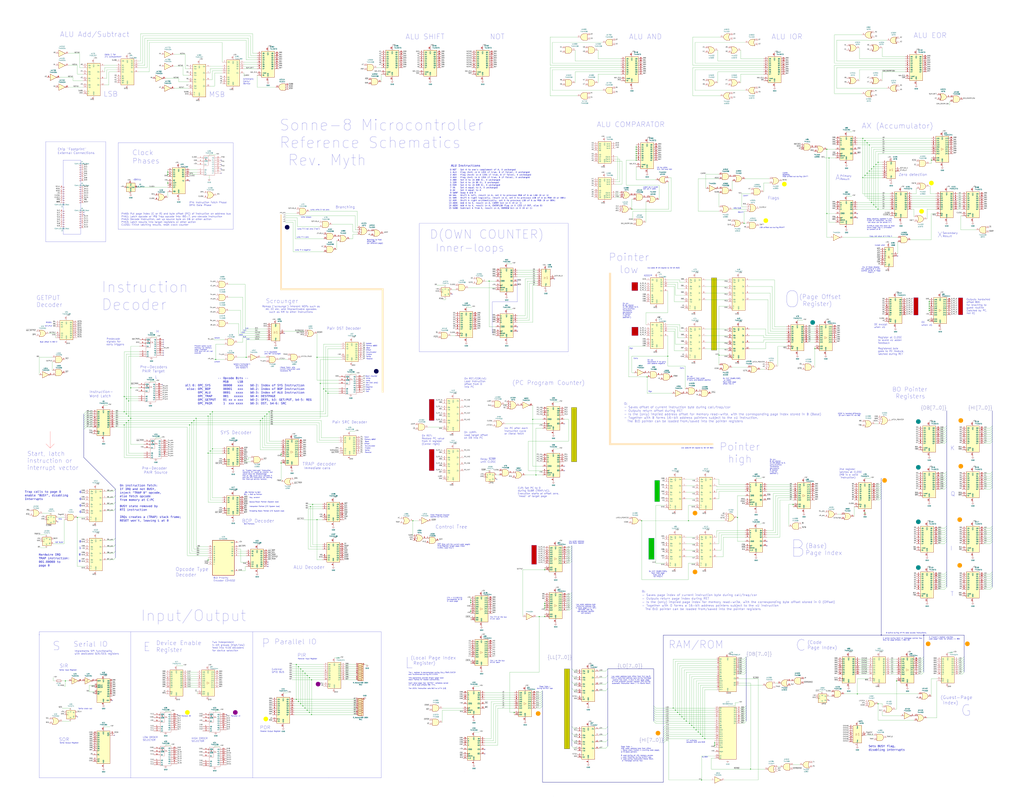
<source format=kicad_sch>
(kicad_sch (version 20250114) (generator "eeschema") (generator_version "9.0")
  (paper "User" 1193.8 939.8)
  (title_block (title "Sonne-8 Micro-Controller") (date "2025-06-14") (rev "Myth") (company "Contact: mim@ok-schalter.de") (comment 1 "Author: Michael Mangelsdorf") (comment 2 "Project homepage: https://github.com/michaelmangelsdorf/myth") (comment 3 "Rev. Step 58") (comment 4 "Based on working prototype PCB: https://github.com/michaelmangelsdorf/sonne8"))
  (lib_symbols
    (symbol "4075_1" (pin_names (offset 1.016))
      (property "Reference" "U" (at 0 1.27 0))
      (property "Value" "4075" (at 0 -1.27 0))
      (symbol "4075_1_1_1"
        (pin input line (at -7.62 2.54 0) (length 4.318) (name "~") (number "1"))
        (pin input line (at -7.62 0 0) (length 4.953) (name "~") (number "2"))
        (pin input line (at -7.62 -2.54 0) (length 4.318) (name "~") (number "8"))
        (pin output line (at 7.62 0 180) (length 3.81) (name "~") (number "9"))
      )
      (symbol "4075_1_1_2"
        (pin input inverted (at -7.62 2.54 0) (length 3.81) (name "~") (number "1"))
        (pin input inverted (at -7.62 0 0) (length 3.81) (name "~") (number "2"))
        (pin input inverted (at -7.62 -2.54 0) (length 3.81) (name "~") (number "8"))
        (pin output inverted (at 7.62 0 180) (length 3.81) (name "~") (number "9"))
      )
      (symbol "4075_1_2_1"
        (pin input line (at -7.62 2.54 0) (length 4.318) (name "~") (number "3"))
        (pin input line (at -7.62 0 0) (length 4.953) (name "~") (number "4"))
        (pin input line (at -7.62 -2.54 0) (length 4.318) (name "~") (number "5"))
        (pin output line (at 7.62 0 180) (length 3.81) (name "~") (number "6"))
      )
      (symbol "4075_1_2_2"
        (pin input inverted (at -7.62 2.54 0) (length 3.81) (name "~") (number "3"))
        (pin input inverted (at -7.62 0 0) (length 3.81) (name "~") (number "4"))
        (pin input inverted (at -7.62 -2.54 0) (length 3.81) (name "~") (number "5"))
        (pin output inverted (at 7.62 0 180) (length 3.81) (name "~") (number "6"))
      )
      (symbol "4075_1_3_1"
        (pin input line (at -7.62 2.54 0) (length 4.318) (name "~") (number "11"))
        (pin input line (at -7.62 0 0) (length 4.953) (name "~") (number "12"))
        (pin input line (at -7.62 -2.54 0) (length 4.318) (name "~") (number "13"))
        (pin output line (at 7.62 0 180) (length 3.81) (name "~") (number "10"))
      )
      (symbol "4075_1_3_2"
        (pin input inverted (at -7.62 2.54 0) (length 3.81) (name "~") (number "11"))
        (pin input inverted (at -7.62 0 0) (length 3.81) (name "~") (number "12"))
        (pin input inverted (at -7.62 -2.54 0) (length 3.81) (name "~") (number "13"))
        (pin output inverted (at 7.62 0 180) (length 3.81) (name "~") (number "10"))
      )
      (symbol "4075_1_4_0"
        (pin power_in line (at 0 12.7 270) (length 5.08) (name "VDD") (number "14"))
        (pin power_in line (at 0 -12.7 90) (length 5.08) (name "VSS") (number "7"))
      )
    )
    (symbol "4078_1"
      (property "Reference" "U" (at 2.54 10.16 0))
      (property "Value" "4078" (at 5.08 -12.7 0))
      (symbol "4078_1_0_0"
        (pin power_in line (at 0 12.7 270) (length 3.81) (name "Vdd") (number "14"))
      )
      (symbol "4078_1_1_0"
        (text "≥1" (at 0 -1.27 0) (effects (font (size 2.54 2.54))))
        (pin power_in line (at 0 -15.24 90) (length 3.81) (name "Vss") (number "7"))
      )
      (symbol "4078_1_1_1"
        (pin input line (at -10.16 7.62 0) (length 5.08) (name "~") (number "2"))
        (pin input line (at -10.16 5.08 0) (length 5.08) (name "~") (number "3"))
        (pin input line (at -10.16 2.54 0) (length 5.08) (name "~") (number "4"))
        (pin input line (at -10.16 0 0) (length 5.08) (name "~") (number "5"))
        (pin input line (at -10.16 -2.54 0) (length 5.08) (name "~") (number "9"))
        (pin input line (at -10.16 -5.08 0) (length 5.08) (name "~") (number "10"))
        (pin input line (at -10.16 -7.62 0) (length 5.08) (name "~") (number "11"))
        (pin input line (at -10.16 -10.16 0) (length 5.08) (name "~") (number "12"))
        (pin no_connect line (at 5.08 5.08 180) (length 3.81) (hide yes) (name "~") (number "8"))
        (pin no_connect line (at 5.08 2.54 180) (length 3.81) (hide yes) (name "~") (number "6"))
        (pin output line (at 10.16 0 180) (length 5.08) (name "~") (number "1"))
        (pin output inverted (at 10.16 -2.54 180) (length 5.08) (name "~") (number "13"))
      )
    )
    (symbol "4078_2"
      (property "Reference" "U" (at 2.54 10.16 0))
      (property "Value" "4078" (at 5.08 -12.7 0))
      (symbol "4078_2_0_0"
        (pin power_in line (at 0 12.7 270) (length 3.81) (name "Vdd") (number "14"))
      )
      (symbol "4078_2_1_0"
        (text "≥1" (at 0 -1.27 0) (effects (font (size 2.54 2.54))))
        (pin power_in line (at 0 -15.24 90) (length 3.81) (name "Vss") (number "7"))
      )
      (symbol "4078_2_1_1"
        (pin input line (at -10.16 7.62 0) (length 5.08) (name "~") (number "2"))
        (pin input line (at -10.16 5.08 0) (length 5.08) (name "~") (number "3"))
        (pin input line (at -10.16 2.54 0) (length 5.08) (name "~") (number "4"))
        (pin input line (at -10.16 0 0) (length 5.08) (name "~") (number "5"))
        (pin input line (at -10.16 -2.54 0) (length 5.08) (name "~") (number "9"))
        (pin input line (at -10.16 -5.08 0) (length 5.08) (name "~") (number "10"))
        (pin input line (at -10.16 -7.62 0) (length 5.08) (name "~") (number "11"))
        (pin input line (at -10.16 -10.16 0) (length 5.08) (name "~") (number "12"))
        (pin no_connect line (at 5.08 5.08 180) (length 3.81) (hide yes) (name "~") (number "8"))
        (pin no_connect line (at 5.08 2.54 180) (length 3.81) (hide yes) (name "~") (number "6"))
        (pin output line (at 10.16 0 180) (length 5.08) (name "~") (number "1"))
        (pin output inverted (at 10.16 -2.54 180) (length 5.08) (name "~") (number "13"))
      )
    )
    (symbol "4xxx:4002" (pin_names (offset 1.016))
      (property "Reference" "U" (at 0 1.27 0))
      (property "Value" "4002" (at 0 -1.27 0))
      (symbol "4002_1_1"
        (pin input line (at -7.62 3.81 0) (length 3.81) (name "~") (number "2"))
        (pin input line (at -7.62 1.27 0) (length 4.826) (name "~") (number "3"))
        (pin input line (at -7.62 -1.27 0) (length 4.826) (name "~") (number "4"))
        (pin input line (at -7.62 -3.81 0) (length 3.81) (name "~") (number "5"))
        (pin output inverted (at 7.62 0 180) (length 3.81) (name "~") (number "1"))
      )
      (symbol "4002_1_2"
        (pin input inverted (at -7.62 3.81 0) (length 3.81) (name "~") (number "2"))
        (pin input inverted (at -7.62 1.27 0) (length 3.81) (name "~") (number "3"))
        (pin input inverted (at -7.62 -1.27 0) (length 3.81) (name "~") (number "4"))
        (pin input inverted (at -7.62 -3.81 0) (length 3.81) (name "~") (number "5"))
        (pin output line (at 7.62 0 180) (length 3.81) (name "~") (number "1"))
      )
      (symbol "4002_2_1"
        (pin input line (at -7.62 3.81 0) (length 3.81) (name "~") (number "9"))
        (pin input line (at -7.62 1.27 0) (length 4.826) (name "~") (number "10"))
        (pin input line (at -7.62 -1.27 0) (length 4.826) (name "~") (number "11"))
        (pin input line (at -7.62 -3.81 0) (length 3.81) (name "~") (number "12"))
        (pin output inverted (at 7.62 0 180) (length 3.81) (name "~") (number "13"))
      )
      (symbol "4002_2_2"
        (pin input inverted (at -7.62 3.81 0) (length 3.81) (name "~") (number "9"))
        (pin input inverted (at -7.62 1.27 0) (length 3.81) (name "~") (number "10"))
        (pin input inverted (at -7.62 -1.27 0) (length 3.81) (name "~") (number "11"))
        (pin input inverted (at -7.62 -3.81 0) (length 3.81) (name "~") (number "12"))
        (pin output line (at 7.62 0 180) (length 3.81) (name "~") (number "13"))
      )
      (symbol "4002_3_0"
        (pin power_in line (at 0 12.7 270) (length 5.08) (name "VDD") (number "14"))
        (pin power_in line (at 0 -12.7 90) (length 5.08) (name "VSS") (number "7"))
      )
    )
    (symbol "4xxx:4070" (pin_names (offset 1.016))
      (property "Reference" "U" (at 0 1.27 0))
      (property "Value" "4070" (at 0 -1.27 0))
      (symbol "4070_1_0"
        (pin input line (at -7.62 2.54 0) (length 4.445) (name "~") (number "1"))
        (pin input line (at -7.62 -2.54 0) (length 4.445) (name "~") (number "2"))
        (pin output line (at 7.62 0 180) (length 3.81) (name "~") (number "3"))
      )
      (symbol "4070_2_0"
        (pin input line (at -7.62 2.54 0) (length 4.445) (name "~") (number "5"))
        (pin input line (at -7.62 -2.54 0) (length 4.445) (name "~") (number "6"))
        (pin output line (at 7.62 0 180) (length 3.81) (name "~") (number "4"))
      )
      (symbol "4070_3_0"
        (pin input line (at -7.62 2.54 0) (length 4.445) (name "~") (number "8"))
        (pin input line (at -7.62 -2.54 0) (length 4.445) (name "~") (number "9"))
        (pin output line (at 7.62 0 180) (length 3.81) (name "~") (number "10"))
      )
      (symbol "4070_4_0"
        (pin input line (at -7.62 2.54 0) (length 4.445) (name "~") (number "12"))
        (pin input line (at -7.62 -2.54 0) (length 4.445) (name "~") (number "13"))
        (pin output line (at 7.62 0 180) (length 3.81) (name "~") (number "11"))
      )
      (symbol "4070_5_0"
        (pin power_in line (at 0 12.7 270) (length 5.08) (name "VDD") (number "14"))
        (pin power_in line (at 0 -12.7 90) (length 5.08) (name "VSS") (number "7"))
      )
    )
    (symbol "4xxx:4072" (pin_names (offset 1.016))
      (property "Reference" "U" (at 0 1.27 0))
      (property "Value" "4072" (at 0 -1.27 0))
      (symbol "4072_1_1"
        (pin input line (at -7.62 3.81 0) (length 3.81) (name "~") (number "2"))
        (pin input line (at -7.62 1.27 0) (length 4.826) (name "~") (number "3"))
        (pin input line (at -7.62 -1.27 0) (length 4.826) (name "~") (number "4"))
        (pin input line (at -7.62 -3.81 0) (length 3.81) (name "~") (number "5"))
        (pin output line (at 7.62 0 180) (length 3.81) (name "~") (number "1"))
      )
      (symbol "4072_1_2"
        (pin input inverted (at -7.62 3.81 0) (length 3.81) (name "~") (number "2"))
        (pin input inverted (at -7.62 1.27 0) (length 3.81) (name "~") (number "3"))
        (pin input inverted (at -7.62 -1.27 0) (length 3.81) (name "~") (number "4"))
        (pin input inverted (at -7.62 -3.81 0) (length 3.81) (name "~") (number "5"))
        (pin output inverted (at 7.62 0 180) (length 3.81) (name "~") (number "1"))
      )
      (symbol "4072_2_1"
        (pin input line (at -7.62 3.81 0) (length 3.81) (name "~") (number "9"))
        (pin input line (at -7.62 1.27 0) (length 4.826) (name "~") (number "10"))
        (pin input line (at -7.62 -1.27 0) (length 4.826) (name "~") (number "11"))
        (pin input line (at -7.62 -3.81 0) (length 3.81) (name "~") (number "12"))
        (pin output line (at 7.62 0 180) (length 3.81) (name "~") (number "13"))
      )
      (symbol "4072_2_2"
        (pin input inverted (at -7.62 3.81 0) (length 3.81) (name "~") (number "9"))
        (pin input inverted (at -7.62 1.27 0) (length 3.81) (name "~") (number "10"))
        (pin input inverted (at -7.62 -1.27 0) (length 3.81) (name "~") (number "11"))
        (pin input inverted (at -7.62 -3.81 0) (length 3.81) (name "~") (number "12"))
        (pin output inverted (at 7.62 0 180) (length 3.81) (name "~") (number "13"))
      )
      (symbol "4072_3_0"
        (pin power_in line (at 0 12.7 270) (length 5.08) (name "VDD") (number "14"))
        (pin power_in line (at 0 -12.7 90) (length 5.08) (name "VSS") (number "7"))
      )
    )
    (symbol "4xxx:4075" (pin_names (offset 1.016))
      (property "Reference" "U" (at 0 1.27 0))
      (property "Value" "4075" (at 0 -1.27 0))
      (symbol "4075_1_1"
        (pin input line (at -7.62 2.54 0) (length 4.318) (name "~") (number "1"))
        (pin input line (at -7.62 0 0) (length 4.953) (name "~") (number "2"))
        (pin input line (at -7.62 -2.54 0) (length 4.318) (name "~") (number "8"))
        (pin output line (at 7.62 0 180) (length 3.81) (name "~") (number "9"))
      )
      (symbol "4075_1_2"
        (pin input inverted (at -7.62 2.54 0) (length 3.81) (name "~") (number "1"))
        (pin input inverted (at -7.62 0 0) (length 3.81) (name "~") (number "2"))
        (pin input inverted (at -7.62 -2.54 0) (length 3.81) (name "~") (number "8"))
        (pin output inverted (at 7.62 0 180) (length 3.81) (name "~") (number "9"))
      )
      (symbol "4075_2_1"
        (pin input line (at -7.62 2.54 0) (length 4.318) (name "~") (number "3"))
        (pin input line (at -7.62 0 0) (length 4.953) (name "~") (number "4"))
        (pin input line (at -7.62 -2.54 0) (length 4.318) (name "~") (number "5"))
        (pin output line (at 7.62 0 180) (length 3.81) (name "~") (number "6"))
      )
      (symbol "4075_2_2"
        (pin input inverted (at -7.62 2.54 0) (length 3.81) (name "~") (number "3"))
        (pin input inverted (at -7.62 0 0) (length 3.81) (name "~") (number "4"))
        (pin input inverted (at -7.62 -2.54 0) (length 3.81) (name "~") (number "5"))
        (pin output inverted (at 7.62 0 180) (length 3.81) (name "~") (number "6"))
      )
      (symbol "4075_3_1"
        (pin input line (at -7.62 2.54 0) (length 4.318) (name "~") (number "11"))
        (pin input line (at -7.62 0 0) (length 4.953) (name "~") (number "12"))
        (pin input line (at -7.62 -2.54 0) (length 4.318) (name "~") (number "13"))
        (pin output line (at 7.62 0 180) (length 3.81) (name "~") (number "10"))
      )
      (symbol "4075_3_2"
        (pin input inverted (at -7.62 2.54 0) (length 3.81) (name "~") (number "11"))
        (pin input inverted (at -7.62 0 0) (length 3.81) (name "~") (number "12"))
        (pin input inverted (at -7.62 -2.54 0) (length 3.81) (name "~") (number "13"))
        (pin output inverted (at 7.62 0 180) (length 3.81) (name "~") (number "10"))
      )
      (symbol "4075_4_0"
        (pin power_in line (at 0 12.7 270) (length 5.08) (name "VDD") (number "14"))
        (pin power_in line (at 0 -12.7 90) (length 5.08) (name "VSS") (number "7"))
      )
    )
    (symbol "4xxx_IEEE:4068"
      (property "Reference" "U" (at -5.08 11.176 0))
      (property "Value" "4068" (at 3.81 11.176 0))
      (symbol "4068_0_0"
        (text "&" (at 0 -1.27 0) (effects (font (size 2.54 2.54))))
      )
      (symbol "4068_0_1"
        (pin power_in line (at 0 15.24 270) (length 5.08) (name "Vdd") (number "14"))
        (pin power_in line (at 0 -17.78 90) (length 5.08) (name "Vss") (number "7"))
      )
      (symbol "4068_1_1"
        (pin input line (at -10.16 7.62 0) (length 5.08) (name "A") (number "2"))
        (pin input line (at -10.16 5.08 0) (length 5.08) (name "B") (number "3"))
        (pin input line (at -10.16 2.54 0) (length 5.08) (name "C") (number "4"))
        (pin input line (at -10.16 0 0) (length 5.08) (name "D") (number "5"))
        (pin input line (at -10.16 -2.54 0) (length 5.08) (name "E") (number "9"))
        (pin input line (at -10.16 -5.08 0) (length 5.08) (name "F") (number "10"))
        (pin input line (at -10.16 -7.62 0) (length 5.08) (name "G") (number "11"))
        (pin input line (at -10.16 -10.16 0) (length 5.08) (name "H") (number "12"))
        (pin no_connect line (at 5.08 -5.08 180) (length 5.08) (hide yes) (name "NC") (number "8"))
        (pin no_connect line (at 5.08 -7.62 180) (length 5.08) (hide yes) (name "NC") (number "6"))
        (pin output line (at 10.16 2.54 180) (length 5.08) (name "K") (number "1"))
        (pin output inverted (at 10.16 0 180) (length 5.08) (name "J") (number "13"))
      )
    )
    (symbol "74xx:74AHC04"
      (property "Reference" "U" (at 0 1.27 0))
      (property "Value" "74AHC04" (at 0 -1.27 0))
      (symbol "74AHC04_1_0"
        (pin input line (at -7.62 0 0) (length 3.81) (name "~") (number "1"))
        (pin output inverted (at 7.62 0 180) (length 3.81) (name "~") (number "2"))
      )
      (symbol "74AHC04_2_0"
        (pin input line (at -7.62 0 0) (length 3.81) (name "~") (number "3"))
        (pin output inverted (at 7.62 0 180) (length 3.81) (name "~") (number "4"))
      )
      (symbol "74AHC04_3_0"
        (pin input line (at -7.62 0 0) (length 3.81) (name "~") (number "5"))
        (pin output inverted (at 7.62 0 180) (length 3.81) (name "~") (number "6"))
      )
      (symbol "74AHC04_4_0"
        (pin input line (at -7.62 0 0) (length 3.81) (name "~") (number "9"))
        (pin output inverted (at 7.62 0 180) (length 3.81) (name "~") (number "8"))
      )
      (symbol "74AHC04_5_0"
        (pin input line (at -7.62 0 0) (length 3.81) (name "~") (number "11"))
        (pin output inverted (at 7.62 0 180) (length 3.81) (name "~") (number "10"))
      )
      (symbol "74AHC04_6_0"
        (pin input line (at -7.62 0 0) (length 3.81) (name "~") (number "13"))
        (pin output inverted (at 7.62 0 180) (length 3.81) (name "~") (number "12"))
      )
      (symbol "74AHC04_7_0"
        (pin power_in line (at 0 12.7 270) (length 5.08) (name "VCC") (number "14"))
        (pin power_in line (at 0 -12.7 90) (length 5.08) (name "GND") (number "7"))
      )
    )
    (symbol "74xx:74AHC244"
      (property "Reference" "U" (at -7.62 16.51 0))
      (property "Value" "74AHC244" (at -7.62 -16.51 0))
      (symbol "74AHC244_1_0"
        (pin input line (at -12.7 12.7 0) (length 5.08) (name "1A0") (number "2"))
        (pin input line (at -12.7 10.16 0) (length 5.08) (name "1A1") (number "4"))
        (pin input line (at -12.7 7.62 0) (length 5.08) (name "1A2") (number "6"))
        (pin input line (at -12.7 5.08 0) (length 5.08) (name "1A3") (number "8"))
        (pin input line (at -12.7 2.54 0) (length 5.08) (name "2A0") (number "17"))
        (pin input line (at -12.7 0 0) (length 5.08) (name "2A1") (number "15"))
        (pin input line (at -12.7 -2.54 0) (length 5.08) (name "2A2") (number "13"))
        (pin input line (at -12.7 -5.08 0) (length 5.08) (name "2A3") (number "11"))
        (pin input inverted (at -12.7 -10.16 0) (length 5.08) (name "1OE") (number "1"))
        (pin input inverted (at -12.7 -12.7 0) (length 5.08) (name "2OE") (number "19"))
        (pin power_in line (at 0 20.32 270) (length 5.08) (name "VCC") (number "20"))
        (pin power_in line (at 0 -20.32 90) (length 5.08) (name "GND") (number "10"))
        (pin tri_state line (at 12.7 12.7 180) (length 5.08) (name "1Y0") (number "18"))
        (pin tri_state line (at 12.7 10.16 180) (length 5.08) (name "1Y1") (number "16"))
        (pin tri_state line (at 12.7 7.62 180) (length 5.08) (name "1Y2") (number "14"))
        (pin tri_state line (at 12.7 5.08 180) (length 5.08) (name "1Y3") (number "12"))
        (pin tri_state line (at 12.7 2.54 180) (length 5.08) (name "2Y0") (number "3"))
        (pin tri_state line (at 12.7 0 180) (length 5.08) (name "2Y1") (number "5"))
        (pin tri_state line (at 12.7 -2.54 180) (length 5.08) (name "2Y2") (number "7"))
        (pin tri_state line (at 12.7 -5.08 180) (length 5.08) (name "2Y3") (number "9"))
      )
    )
    (symbol "74xx:74AHC374"
      (property "Reference" "U" (at -7.62 16.51 0))
      (property "Value" "74AHC374" (at -7.62 -16.51 0))
      (symbol "74AHC374_1_0"
        (pin input line (at -12.7 12.7 0) (length 5.08) (name "D0") (number "3"))
        (pin input line (at -12.7 10.16 0) (length 5.08) (name "D1") (number "4"))
        (pin input line (at -12.7 7.62 0) (length 5.08) (name "D2") (number "7"))
        (pin input line (at -12.7 5.08 0) (length 5.08) (name "D3") (number "8"))
        (pin input line (at -12.7 2.54 0) (length 5.08) (name "D4") (number "13"))
        (pin input line (at -12.7 0 0) (length 5.08) (name "D5") (number "14"))
        (pin input line (at -12.7 -2.54 0) (length 5.08) (name "D6") (number "17"))
        (pin input line (at -12.7 -5.08 0) (length 5.08) (name "D7") (number "18"))
        (pin input clock (at -12.7 -10.16 0) (length 5.08) (name "Cp") (number "11"))
        (pin input inverted (at -12.7 -12.7 0) (length 5.08) (name "OE") (number "1"))
        (pin power_in line (at 0 20.32 270) (length 5.08) (name "VCC") (number "20"))
        (pin power_in line (at 0 -20.32 90) (length 5.08) (name "GND") (number "10"))
        (pin tri_state line (at 12.7 12.7 180) (length 5.08) (name "O0") (number "2"))
        (pin tri_state line (at 12.7 10.16 180) (length 5.08) (name "O1") (number "5"))
        (pin tri_state line (at 12.7 7.62 180) (length 5.08) (name "O2") (number "6"))
        (pin tri_state line (at 12.7 5.08 180) (length 5.08) (name "O3") (number "9"))
        (pin tri_state line (at 12.7 2.54 180) (length 5.08) (name "O4") (number "12"))
        (pin tri_state line (at 12.7 0 180) (length 5.08) (name "O5") (number "15"))
        (pin tri_state line (at 12.7 -2.54 180) (length 5.08) (name "O6") (number "16"))
        (pin tri_state line (at 12.7 -5.08 180) (length 5.08) (name "O7") (number "19"))
      )
    )
    (symbol "74xx:74HC00" (pin_names (offset 1.016))
      (property "Reference" "U" (at 0 1.27 0))
      (property "Value" "74HC00" (at 0 -1.27 0))
      (symbol "74HC00_1_1"
        (pin input line (at -7.62 2.54 0) (length 3.81) (name "~") (number "1"))
        (pin input line (at -7.62 -2.54 0) (length 3.81) (name "~") (number "2"))
        (pin output inverted (at 7.62 0 180) (length 3.81) (name "~") (number "3"))
      )
      (symbol "74HC00_1_2"
        (pin input inverted (at -7.62 2.54 0) (length 4.318) (name "~") (number "1"))
        (pin input inverted (at -7.62 -2.54 0) (length 4.318) (name "~") (number "2"))
        (pin output line (at 7.62 0 180) (length 3.81) (name "~") (number "3"))
      )
      (symbol "74HC00_2_1"
        (pin input line (at -7.62 2.54 0) (length 3.81) (name "~") (number "4"))
        (pin input line (at -7.62 -2.54 0) (length 3.81) (name "~") (number "5"))
        (pin output inverted (at 7.62 0 180) (length 3.81) (name "~") (number "6"))
      )
      (symbol "74HC00_2_2"
        (pin input inverted (at -7.62 2.54 0) (length 4.318) (name "~") (number "4"))
        (pin input inverted (at -7.62 -2.54 0) (length 4.318) (name "~") (number "5"))
        (pin output line (at 7.62 0 180) (length 3.81) (name "~") (number "6"))
      )
      (symbol "74HC00_3_1"
        (pin input line (at -7.62 2.54 0) (length 3.81) (name "~") (number "9"))
        (pin input line (at -7.62 -2.54 0) (length 3.81) (name "~") (number "10"))
        (pin output inverted (at 7.62 0 180) (length 3.81) (name "~") (number "8"))
      )
      (symbol "74HC00_3_2"
        (pin input inverted (at -7.62 2.54 0) (length 4.318) (name "~") (number "9"))
        (pin input inverted (at -7.62 -2.54 0) (length 4.318) (name "~") (number "10"))
        (pin output line (at 7.62 0 180) (length 3.81) (name "~") (number "8"))
      )
      (symbol "74HC00_4_1"
        (pin input line (at -7.62 2.54 0) (length 3.81) (name "~") (number "12"))
        (pin input line (at -7.62 -2.54 0) (length 3.81) (name "~") (number "13"))
        (pin output inverted (at 7.62 0 180) (length 3.81) (name "~") (number "11"))
      )
      (symbol "74HC00_4_2"
        (pin input inverted (at -7.62 2.54 0) (length 4.318) (name "~") (number "12"))
        (pin input inverted (at -7.62 -2.54 0) (length 4.318) (name "~") (number "13"))
        (pin output line (at 7.62 0 180) (length 3.81) (name "~") (number "11"))
      )
      (symbol "74HC00_5_0"
        (pin power_in line (at 0 12.7 270) (length 5.08) (name "VCC") (number "14"))
        (pin power_in line (at 0 -12.7 90) (length 5.08) (name "GND") (number "7"))
      )
    )
    (symbol "74xx:74HC02" (pin_names (offset 1.016))
      (property "Reference" "U" (at 0 1.27 0))
      (property "Value" "74HC02" (at 0 -1.27 0))
      (symbol "74HC02_1_1"
        (pin input line (at -7.62 2.54 0) (length 4.318) (name "~") (number "2"))
        (pin input line (at -7.62 -2.54 0) (length 4.318) (name "~") (number "3"))
        (pin output inverted (at 7.62 0 180) (length 3.81) (name "~") (number "1"))
      )
      (symbol "74HC02_1_2"
        (pin input inverted (at -7.62 2.54 0) (length 3.81) (name "~") (number "2"))
        (pin input inverted (at -7.62 -2.54 0) (length 3.81) (name "~") (number "3"))
        (pin output line (at 7.62 0 180) (length 3.81) (name "~") (number "1"))
      )
      (symbol "74HC02_2_1"
        (pin input line (at -7.62 2.54 0) (length 4.318) (name "~") (number "5"))
        (pin input line (at -7.62 -2.54 0) (length 4.318) (name "~") (number "6"))
        (pin output inverted (at 7.62 0 180) (length 3.81) (name "~") (number "4"))
      )
      (symbol "74HC02_2_2"
        (pin input inverted (at -7.62 2.54 0) (length 3.81) (name "~") (number "5"))
        (pin input inverted (at -7.62 -2.54 0) (length 3.81) (name "~") (number "6"))
        (pin output line (at 7.62 0 180) (length 3.81) (name "~") (number "4"))
      )
      (symbol "74HC02_3_1"
        (pin input line (at -7.62 2.54 0) (length 4.318) (name "~") (number "8"))
        (pin input line (at -7.62 -2.54 0) (length 4.318) (name "~") (number "9"))
        (pin output inverted (at 7.62 0 180) (length 3.81) (name "~") (number "10"))
      )
      (symbol "74HC02_3_2"
        (pin input inverted (at -7.62 2.54 0) (length 3.81) (name "~") (number "8"))
        (pin input inverted (at -7.62 -2.54 0) (length 3.81) (name "~") (number "9"))
        (pin output line (at 7.62 0 180) (length 3.81) (name "~") (number "10"))
      )
      (symbol "74HC02_4_1"
        (pin input line (at -7.62 2.54 0) (length 4.318) (name "~") (number "11"))
        (pin input line (at -7.62 -2.54 0) (length 4.318) (name "~") (number "12"))
        (pin output inverted (at 7.62 0 180) (length 3.81) (name "~") (number "13"))
      )
      (symbol "74HC02_4_2"
        (pin input inverted (at -7.62 2.54 0) (length 3.81) (name "~") (number "11"))
        (pin input inverted (at -7.62 -2.54 0) (length 3.81) (name "~") (number "12"))
        (pin output line (at 7.62 0 180) (length 3.81) (name "~") (number "13"))
      )
      (symbol "74HC02_5_0"
        (pin power_in line (at 0 12.7 270) (length 5.08) (name "VCC") (number "14"))
        (pin power_in line (at 0 -12.7 90) (length 5.08) (name "GND") (number "7"))
      )
    )
    (symbol "74xx:74HC04"
      (property "Reference" "U" (at 0 1.27 0))
      (property "Value" "74HC04" (at 0 -1.27 0))
      (symbol "74HC04_1_0"
        (pin input line (at -7.62 0 0) (length 3.81) (name "~") (number "1"))
        (pin output inverted (at 7.62 0 180) (length 3.81) (name "~") (number "2"))
      )
      (symbol "74HC04_2_0"
        (pin input line (at -7.62 0 0) (length 3.81) (name "~") (number "3"))
        (pin output inverted (at 7.62 0 180) (length 3.81) (name "~") (number "4"))
      )
      (symbol "74HC04_3_0"
        (pin input line (at -7.62 0 0) (length 3.81) (name "~") (number "5"))
        (pin output inverted (at 7.62 0 180) (length 3.81) (name "~") (number "6"))
      )
      (symbol "74HC04_4_0"
        (pin input line (at -7.62 0 0) (length 3.81) (name "~") (number "9"))
        (pin output inverted (at 7.62 0 180) (length 3.81) (name "~") (number "8"))
      )
      (symbol "74HC04_5_0"
        (pin input line (at -7.62 0 0) (length 3.81) (name "~") (number "11"))
        (pin output inverted (at 7.62 0 180) (length 3.81) (name "~") (number "10"))
      )
      (symbol "74HC04_6_0"
        (pin input line (at -7.62 0 0) (length 3.81) (name "~") (number "13"))
        (pin output inverted (at 7.62 0 180) (length 3.81) (name "~") (number "12"))
      )
      (symbol "74HC04_7_0"
        (pin power_in line (at 0 12.7 270) (length 5.08) (name "VCC") (number "14"))
        (pin power_in line (at 0 -12.7 90) (length 5.08) (name "GND") (number "7"))
      )
    )
    (symbol "74xx:74HC14" (pin_names (offset 1.016))
      (property "Reference" "U" (at 0 1.27 0))
      (property "Value" "74HC14" (at 0 -1.27 0))
      (symbol "74HC14_1_0"
        (pin input line (at -7.62 0 0) (length 3.81) (name "~") (number "1"))
        (pin output inverted (at 7.62 0 180) (length 3.81) (name "~") (number "2"))
      )
      (symbol "74HC14_2_0"
        (pin input line (at -7.62 0 0) (length 3.81) (name "~") (number "3"))
        (pin output inverted (at 7.62 0 180) (length 3.81) (name "~") (number "4"))
      )
      (symbol "74HC14_3_0"
        (pin input line (at -7.62 0 0) (length 3.81) (name "~") (number "5"))
        (pin output inverted (at 7.62 0 180) (length 3.81) (name "~") (number "6"))
      )
      (symbol "74HC14_4_0"
        (pin input line (at -7.62 0 0) (length 3.81) (name "~") (number "9"))
        (pin output inverted (at 7.62 0 180) (length 3.81) (name "~") (number "8"))
      )
      (symbol "74HC14_5_0"
        (pin input line (at -7.62 0 0) (length 3.81) (name "~") (number "11"))
        (pin output inverted (at 7.62 0 180) (length 3.81) (name "~") (number "10"))
      )
      (symbol "74HC14_6_0"
        (pin input line (at -7.62 0 0) (length 3.81) (name "~") (number "13"))
        (pin output inverted (at 7.62 0 180) (length 3.81) (name "~") (number "12"))
      )
      (symbol "74HC14_7_0"
        (pin power_in line (at 0 12.7 270) (length 5.08) (name "VCC") (number "14"))
        (pin power_in line (at 0 -12.7 90) (length 5.08) (name "GND") (number "7"))
      )
    )
    (symbol "74xx:74HC165"
      (property "Reference" "U" (at -7.62 19.05 0))
      (property "Value" "74HC165" (at -7.62 -21.59 0))
      (symbol "74HC165_1_0"
        (pin input line (at -12.7 15.24 0) (length 5.08) (name "DS") (number "10"))
        (pin input line (at -12.7 12.7 0) (length 5.08) (name "D0") (number "11"))
        (pin input line (at -12.7 10.16 0) (length 5.08) (name "D1") (number "12"))
        (pin input line (at -12.7 7.62 0) (length 5.08) (name "D2") (number "13"))
        (pin input line (at -12.7 5.08 0) (length 5.08) (name "D3") (number "14"))
        (pin input line (at -12.7 2.54 0) (length 5.08) (name "D4") (number "3"))
        (pin input line (at -12.7 0 0) (length 5.08) (name "D5") (number "4"))
        (pin input line (at -12.7 -2.54 0) (length 5.08) (name "D6") (number "5"))
        (pin input line (at -12.7 -5.08 0) (length 5.08) (name "D7") (number "6"))
        (pin input line (at -12.7 -10.16 0) (length 5.08) (name "~{PL}") (number "1"))
        (pin input line (at -12.7 -15.24 0) (length 5.08) (name "CP") (number "2"))
        (pin input line (at -12.7 -17.78 0) (length 5.08) (name "~{CE}") (number "15"))
        (pin power_in line (at 0 22.86 270) (length 5.08) (name "VCC") (number "16"))
        (pin power_in line (at 0 -25.4 90) (length 5.08) (name "GND") (number "8"))
        (pin output line (at 12.7 15.24 180) (length 5.08) (name "Q7") (number "9"))
        (pin output line (at 12.7 12.7 180) (length 5.08) (name "~{Q7}") (number "7"))
      )
    )
    (symbol "74xx:74HC273"
      (property "Reference" "U" (at -7.62 16.51 0))
      (property "Value" "74HC273" (at -7.62 -16.51 0))
      (symbol "74HC273_1_0"
        (pin input line (at -12.7 12.7 0) (length 5.08) (name "D0") (number "3"))
        (pin input line (at -12.7 10.16 0) (length 5.08) (name "D1") (number "4"))
        (pin input line (at -12.7 7.62 0) (length 5.08) (name "D2") (number "7"))
        (pin input line (at -12.7 5.08 0) (length 5.08) (name "D3") (number "8"))
        (pin input line (at -12.7 2.54 0) (length 5.08) (name "D4") (number "13"))
        (pin input line (at -12.7 0 0) (length 5.08) (name "D5") (number "14"))
        (pin input line (at -12.7 -2.54 0) (length 5.08) (name "D6") (number "17"))
        (pin input line (at -12.7 -5.08 0) (length 5.08) (name "D7") (number "18"))
        (pin input clock (at -12.7 -10.16 0) (length 5.08) (name "Cp") (number "11"))
        (pin input line (at -12.7 -12.7 0) (length 5.08) (name "~{Mr}") (number "1"))
        (pin power_in line (at 0 20.32 270) (length 5.08) (name "VCC") (number "20"))
        (pin power_in line (at 0 -20.32 90) (length 5.08) (name "GND") (number "10"))
        (pin output line (at 12.7 12.7 180) (length 5.08) (name "Q0") (number "2"))
        (pin output line (at 12.7 10.16 180) (length 5.08) (name "Q1") (number "5"))
        (pin output line (at 12.7 7.62 180) (length 5.08) (name "Q2") (number "6"))
        (pin output line (at 12.7 5.08 180) (length 5.08) (name "Q3") (number "9"))
        (pin output line (at 12.7 2.54 180) (length 5.08) (name "Q4") (number "12"))
        (pin output line (at 12.7 0 180) (length 5.08) (name "Q5") (number "15"))
        (pin output line (at 12.7 -2.54 180) (length 5.08) (name "Q6") (number "16"))
        (pin output line (at 12.7 -5.08 180) (length 5.08) (name "Q7") (number "19"))
      )
    )
    (symbol "74xx:74HC595"
      (property "Reference" "U" (at -7.62 13.97 0))
      (property "Value" "74HC595" (at -7.62 -16.51 0))
      (symbol "74HC595_1_0"
        (pin input line (at -10.16 10.16 0) (length 2.54) (name "SER") (number "14"))
        (pin input line (at -10.16 5.08 0) (length 2.54) (name "SRCLK") (number "11"))
        (pin input line (at -10.16 2.54 0) (length 2.54) (name "~{SRCLR}") (number "10"))
        (pin input line (at -10.16 -2.54 0) (length 2.54) (name "RCLK") (number "12"))
        (pin input line (at -10.16 -5.08 0) (length 2.54) (name "~{OE}") (number "13"))
        (pin power_in line (at 0 15.24 270) (length 2.54) (name "VCC") (number "16"))
        (pin power_in line (at 0 -17.78 90) (length 2.54) (name "GND") (number "8"))
        (pin tri_state line (at 10.16 10.16 180) (length 2.54) (name "QA") (number "15"))
        (pin tri_state line (at 10.16 7.62 180) (length 2.54) (name "QB") (number "1"))
        (pin tri_state line (at 10.16 5.08 180) (length 2.54) (name "QC") (number "2"))
        (pin tri_state line (at 10.16 2.54 180) (length 2.54) (name "QD") (number "3"))
        (pin tri_state line (at 10.16 0 180) (length 2.54) (name "QE") (number "4"))
        (pin tri_state line (at 10.16 -2.54 180) (length 2.54) (name "QF") (number "5"))
        (pin tri_state line (at 10.16 -5.08 180) (length 2.54) (name "QG") (number "6"))
        (pin tri_state line (at 10.16 -7.62 180) (length 2.54) (name "QH") (number "7"))
        (pin output line (at 10.16 -12.7 180) (length 2.54) (name "QH'") (number "9"))
      )
    )
    (symbol "74xx:74HC74" (pin_names (offset 1.016))
      (property "Reference" "U" (at -7.62 8.89 0))
      (property "Value" "74HC74" (at -7.62 -8.89 0))
      (symbol "74HC74_1_0"
        (pin input line (at -7.62 2.54 0) (length 2.54) (name "D") (number "2"))
        (pin input clock (at -7.62 0 0) (length 2.54) (name "C") (number "3"))
        (pin input line (at 0 7.62 270) (length 2.54) (name "~{S}") (number "4"))
        (pin input line (at 0 -7.62 90) (length 2.54) (name "~{R}") (number "1"))
        (pin output line (at 7.62 2.54 180) (length 2.54) (name "Q") (number "5"))
        (pin output line (at 7.62 -2.54 180) (length 2.54) (name "~{Q}") (number "6"))
      )
      (symbol "74HC74_2_0"
        (pin input line (at -7.62 2.54 0) (length 2.54) (name "D") (number "12"))
        (pin input clock (at -7.62 0 0) (length 2.54) (name "C") (number "11"))
        (pin input line (at 0 7.62 270) (length 2.54) (name "~{S}") (number "10"))
        (pin input line (at 0 -7.62 90) (length 2.54) (name "~{R}") (number "13"))
        (pin output line (at 7.62 2.54 180) (length 2.54) (name "Q") (number "9"))
        (pin output line (at 7.62 -2.54 180) (length 2.54) (name "~{Q}") (number "8"))
      )
      (symbol "74HC74_3_0"
        (pin power_in line (at 0 10.16 270) (length 2.54) (name "VCC") (number "14"))
        (pin power_in line (at 0 -10.16 90) (length 2.54) (name "GND") (number "7"))
      )
    )
    (symbol "74xx:74HC85" (pin_names (offset 1.016))
      (property "Reference" "U" (at -7.62 13.97 0))
      (property "Value" "74HC85" (at -7.62 -13.97 0))
      (symbol "74HC85_1_0"
        (pin input line (at -12.7 10.16 0) (length 5.08) (name "B3") (number "1"))
        (pin input line (at -12.7 7.62 0) (length 5.08) (name "B2") (number "14"))
        (pin input line (at -12.7 5.08 0) (length 5.08) (name "B1") (number "11"))
        (pin input line (at -12.7 2.54 0) (length 5.08) (name "B0") (number "9"))
        (pin input line (at -12.7 -2.54 0) (length 5.08) (name "A3") (number "15"))
        (pin input line (at -12.7 -5.08 0) (length 5.08) (name "A2") (number "13"))
        (pin input line (at -12.7 -7.62 0) (length 5.08) (name "A1") (number "12"))
        (pin input line (at -12.7 -10.16 0) (length 5.08) (name "A0") (number "10"))
        (pin power_in line (at 0 17.78 270) (length 5.08) (name "VCC") (number "16"))
        (pin power_in line (at 0 -17.78 90) (length 5.08) (name "GND") (number "8"))
        (pin input line (at 12.7 10.16 180) (length 5.08) (name "Ia>b") (number "4"))
        (pin input line (at 12.7 7.62 180) (length 5.08) (name "Ia<b") (number "2"))
        (pin input line (at 12.7 5.08 180) (length 5.08) (name "Ia=b") (number "3"))
        (pin output line (at 12.7 -5.08 180) (length 5.08) (name "Oa>b") (number "5"))
        (pin output line (at 12.7 -7.62 180) (length 5.08) (name "Oa<b") (number "7"))
        (pin output line (at 12.7 -10.16 180) (length 5.08) (name "Oa=b") (number "6"))
      )
    )
    (symbol "74xx:74LS02" (pin_names (offset 1.016))
      (property "Reference" "U" (at 0 1.27 0))
      (property "Value" "74LS02" (at 0 -1.27 0))
      (symbol "74LS02_1_1"
        (pin input line (at -7.62 2.54 0) (length 4.318) (name "~") (number "2"))
        (pin input line (at -7.62 -2.54 0) (length 4.318) (name "~") (number "3"))
        (pin output inverted (at 7.62 0 180) (length 3.81) (name "~") (number "1"))
      )
      (symbol "74LS02_1_2"
        (pin input inverted (at -7.62 2.54 0) (length 3.81) (name "~") (number "2"))
        (pin input inverted (at -7.62 -2.54 0) (length 3.81) (name "~") (number "3"))
        (pin output line (at 7.62 0 180) (length 3.81) (name "~") (number "1"))
      )
      (symbol "74LS02_2_1"
        (pin input line (at -7.62 2.54 0) (length 4.318) (name "~") (number "5"))
        (pin input line (at -7.62 -2.54 0) (length 4.318) (name "~") (number "6"))
        (pin output inverted (at 7.62 0 180) (length 3.81) (name "~") (number "4"))
      )
      (symbol "74LS02_2_2"
        (pin input inverted (at -7.62 2.54 0) (length 3.81) (name "~") (number "5"))
        (pin input inverted (at -7.62 -2.54 0) (length 3.81) (name "~") (number "6"))
        (pin output line (at 7.62 0 180) (length 3.81) (name "~") (number "4"))
      )
      (symbol "74LS02_3_1"
        (pin input line (at -7.62 2.54 0) (length 4.318) (name "~") (number "8"))
        (pin input line (at -7.62 -2.54 0) (length 4.318) (name "~") (number "9"))
        (pin output inverted (at 7.62 0 180) (length 3.81) (name "~") (number "10"))
      )
      (symbol "74LS02_3_2"
        (pin input inverted (at -7.62 2.54 0) (length 3.81) (name "~") (number "8"))
        (pin input inverted (at -7.62 -2.54 0) (length 3.81) (name "~") (number "9"))
        (pin output line (at 7.62 0 180) (length 3.81) (name "~") (number "10"))
      )
      (symbol "74LS02_4_1"
        (pin input line (at -7.62 2.54 0) (length 4.318) (name "~") (number "11"))
        (pin input line (at -7.62 -2.54 0) (length 4.318) (name "~") (number "12"))
        (pin output inverted (at 7.62 0 180) (length 3.81) (name "~") (number "13"))
      )
      (symbol "74LS02_4_2"
        (pin input inverted (at -7.62 2.54 0) (length 3.81) (name "~") (number "11"))
        (pin input inverted (at -7.62 -2.54 0) (length 3.81) (name "~") (number "12"))
        (pin output line (at 7.62 0 180) (length 3.81) (name "~") (number "13"))
      )
      (symbol "74LS02_5_0"
        (pin power_in line (at 0 12.7 270) (length 5.08) (name "VCC") (number "14"))
        (pin power_in line (at 0 -12.7 90) (length 5.08) (name "GND") (number "7"))
      )
    )
    (symbol "74xx:74LS08" (pin_names (offset 1.016))
      (property "Reference" "U" (at 0 1.27 0))
      (property "Value" "74LS08" (at 0 -1.27 0))
      (symbol "74LS08_1_1"
        (pin input line (at -7.62 2.54 0) (length 3.81) (name "~") (number "1"))
        (pin input line (at -7.62 -2.54 0) (length 3.81) (name "~") (number "2"))
        (pin output line (at 7.62 0 180) (length 3.81) (name "~") (number "3"))
      )
      (symbol "74LS08_1_2"
        (pin input inverted (at -7.62 2.54 0) (length 4.318) (name "~") (number "1"))
        (pin input inverted (at -7.62 -2.54 0) (length 4.318) (name "~") (number "2"))
        (pin output inverted (at 7.62 0 180) (length 3.81) (name "~") (number "3"))
      )
      (symbol "74LS08_2_1"
        (pin input line (at -7.62 2.54 0) (length 3.81) (name "~") (number "4"))
        (pin input line (at -7.62 -2.54 0) (length 3.81) (name "~") (number "5"))
        (pin output line (at 7.62 0 180) (length 3.81) (name "~") (number "6"))
      )
      (symbol "74LS08_2_2"
        (pin input inverted (at -7.62 2.54 0) (length 4.318) (name "~") (number "4"))
        (pin input inverted (at -7.62 -2.54 0) (length 4.318) (name "~") (number "5"))
        (pin output inverted (at 7.62 0 180) (length 3.81) (name "~") (number "6"))
      )
      (symbol "74LS08_3_1"
        (pin input line (at -7.62 2.54 0) (length 3.81) (name "~") (number "9"))
        (pin input line (at -7.62 -2.54 0) (length 3.81) (name "~") (number "10"))
        (pin output line (at 7.62 0 180) (length 3.81) (name "~") (number "8"))
      )
      (symbol "74LS08_3_2"
        (pin input inverted (at -7.62 2.54 0) (length 4.318) (name "~") (number "9"))
        (pin input inverted (at -7.62 -2.54 0) (length 4.318) (name "~") (number "10"))
        (pin output inverted (at 7.62 0 180) (length 3.81) (name "~") (number "8"))
      )
      (symbol "74LS08_4_1"
        (pin input line (at -7.62 2.54 0) (length 3.81) (name "~") (number "12"))
        (pin input line (at -7.62 -2.54 0) (length 3.81) (name "~") (number "13"))
        (pin output line (at 7.62 0 180) (length 3.81) (name "~") (number "11"))
      )
      (symbol "74LS08_4_2"
        (pin input inverted (at -7.62 2.54 0) (length 4.318) (name "~") (number "12"))
        (pin input inverted (at -7.62 -2.54 0) (length 4.318) (name "~") (number "13"))
        (pin output inverted (at 7.62 0 180) (length 3.81) (name "~") (number "11"))
      )
      (symbol "74LS08_5_0"
        (pin power_in line (at 0 12.7 270) (length 5.08) (name "VCC") (number "14"))
        (pin power_in line (at 0 -12.7 90) (length 5.08) (name "GND") (number "7"))
      )
    )
    (symbol "74xx:74LS11" (pin_names (offset 1.016))
      (property "Reference" "U" (at 0 1.27 0))
      (property "Value" "74LS11" (at 0 -1.27 0))
      (symbol "74LS11_1_1"
        (pin input line (at -7.62 2.54 0) (length 3.81) (name "~") (number "1"))
        (pin input line (at -7.62 0 0) (length 3.81) (name "~") (number "2"))
        (pin input line (at -7.62 -2.54 0) (length 3.81) (name "~") (number "13"))
        (pin output line (at 7.62 0 180) (length 3.81) (name "~") (number "12"))
      )
      (symbol "74LS11_1_2"
        (pin input inverted (at -7.62 2.54 0) (length 4.318) (name "~") (number "1"))
        (pin input inverted (at -7.62 0 0) (length 4.953) (name "~") (number "2"))
        (pin input inverted (at -7.62 -2.54 0) (length 4.318) (name "~") (number "13"))
        (pin output inverted (at 7.62 0 180) (length 3.81) (name "~") (number "12"))
      )
      (symbol "74LS11_2_1"
        (pin input line (at -7.62 2.54 0) (length 3.81) (name "~") (number "3"))
        (pin input line (at -7.62 0 0) (length 3.81) (name "~") (number "4"))
        (pin input line (at -7.62 -2.54 0) (length 3.81) (name "~") (number "5"))
        (pin output line (at 7.62 0 180) (length 3.81) (name "~") (number "6"))
      )
      (symbol "74LS11_2_2"
        (pin input inverted (at -7.62 2.54 0) (length 4.318) (name "~") (number "3"))
        (pin input inverted (at -7.62 0 0) (length 4.953) (name "~") (number "4"))
        (pin input inverted (at -7.62 -2.54 0) (length 4.318) (name "~") (number "5"))
        (pin output inverted (at 7.62 0 180) (length 3.81) (name "~") (number "6"))
      )
      (symbol "74LS11_3_1"
        (pin input line (at -7.62 2.54 0) (length 3.81) (name "~") (number "9"))
        (pin input line (at -7.62 0 0) (length 3.81) (name "~") (number "10"))
        (pin input line (at -7.62 -2.54 0) (length 3.81) (name "~") (number "11"))
        (pin output line (at 7.62 0 180) (length 3.81) (name "~") (number "8"))
      )
      (symbol "74LS11_3_2"
        (pin input inverted (at -7.62 2.54 0) (length 4.318) (name "~") (number "9"))
        (pin input inverted (at -7.62 0 0) (length 4.953) (name "~") (number "10"))
        (pin input inverted (at -7.62 -2.54 0) (length 4.318) (name "~") (number "11"))
        (pin output inverted (at 7.62 0 180) (length 3.81) (name "~") (number "8"))
      )
      (symbol "74LS11_4_0"
        (pin power_in line (at 0 12.7 270) (length 5.08) (name "VCC") (number "14"))
        (pin power_in line (at 0 -12.7 90) (length 5.08) (name "GND") (number "7"))
      )
    )
    (symbol "74xx:74LS138" (pin_names (offset 1.016))
      (property "Reference" "U" (at -7.62 11.43 0))
      (property "Value" "74LS138" (at -7.62 -13.97 0))
      (symbol "74LS138_1_0"
        (pin input line (at -12.7 7.62 0) (length 5.08) (name "A0") (number "1"))
        (pin input line (at -12.7 5.08 0) (length 5.08) (name "A1") (number "2"))
        (pin input line (at -12.7 2.54 0) (length 5.08) (name "A2") (number "3"))
        (pin input line (at -12.7 -5.08 0) (length 5.08) (name "E3") (number "6"))
        (pin input input_low (at -12.7 -7.62 0) (length 5.08) (name "E2") (number "5"))
        (pin input input_low (at -12.7 -10.16 0) (length 5.08) (name "E1") (number "4"))
        (pin power_in line (at 0 15.24 270) (length 5.08) (name "VCC") (number "16"))
        (pin power_in line (at 0 -17.78 90) (length 5.08) (name "GND") (number "8"))
        (pin output output_low (at 12.7 7.62 180) (length 5.08) (name "O0") (number "15"))
        (pin output output_low (at 12.7 5.08 180) (length 5.08) (name "O1") (number "14"))
        (pin output output_low (at 12.7 2.54 180) (length 5.08) (name "O2") (number "13"))
        (pin output output_low (at 12.7 0 180) (length 5.08) (name "O3") (number "12"))
        (pin output output_low (at 12.7 -2.54 180) (length 5.08) (name "O4") (number "11"))
        (pin output output_low (at 12.7 -5.08 180) (length 5.08) (name "O5") (number "10"))
        (pin output output_low (at 12.7 -7.62 180) (length 5.08) (name "O6") (number "9"))
        (pin output output_low (at 12.7 -10.16 180) (length 5.08) (name "O7") (number "7"))
      )
    )
    (symbol "74xx:74LS157" (pin_names (offset 1.016))
      (property "Reference" "U" (at -7.62 19.05 0))
      (property "Value" "74LS157" (at -7.62 -21.59 0))
      (symbol "74LS157_1_0"
        (pin input line (at -12.7 15.24 0) (length 5.08) (name "I0a") (number "2"))
        (pin input line (at -12.7 12.7 0) (length 5.08) (name "I1a") (number "3"))
        (pin input line (at -12.7 7.62 0) (length 5.08) (name "I0b") (number "5"))
        (pin input line (at -12.7 5.08 0) (length 5.08) (name "I1b") (number "6"))
        (pin input line (at -12.7 0 0) (length 5.08) (name "I0c") (number "11"))
        (pin input line (at -12.7 -2.54 0) (length 5.08) (name "I1c") (number "10"))
        (pin input line (at -12.7 -7.62 0) (length 5.08) (name "I0d") (number "14"))
        (pin input line (at -12.7 -10.16 0) (length 5.08) (name "I1d") (number "13"))
        (pin input line (at -12.7 -15.24 0) (length 5.08) (name "S") (number "1"))
        (pin input inverted (at -12.7 -17.78 0) (length 5.08) (name "E") (number "15"))
        (pin power_in line (at 0 22.86 270) (length 5.08) (name "VCC") (number "16"))
        (pin power_in line (at 0 -25.4 90) (length 5.08) (name "GND") (number "8"))
        (pin output line (at 12.7 15.24 180) (length 5.08) (name "Za") (number "4"))
        (pin output line (at 12.7 7.62 180) (length 5.08) (name "Zb") (number "7"))
        (pin output line (at 12.7 0 180) (length 5.08) (name "Zc") (number "9"))
        (pin output line (at 12.7 -7.62 180) (length 5.08) (name "Zd") (number "12"))
      )
    )
    (symbol "74xx:74LS163" (pin_names (offset 1.016))
      (property "Reference" "U" (at -7.62 16.51 0))
      (property "Value" "74LS163" (at -7.62 -16.51 0))
      (symbol "74LS163_1_0"
        (pin input line (at -12.7 12.7 0) (length 5.08) (name "D0") (number "3"))
        (pin input line (at -12.7 10.16 0) (length 5.08) (name "D1") (number "4"))
        (pin input line (at -12.7 7.62 0) (length 5.08) (name "D2") (number "5"))
        (pin input line (at -12.7 5.08 0) (length 5.08) (name "D3") (number "6"))
        (pin input line (at -12.7 0 0) (length 5.08) (name "~{PE}") (number "9"))
        (pin input line (at -12.7 -2.54 0) (length 5.08) (name "CEP") (number "7"))
        (pin input line (at -12.7 -5.08 0) (length 5.08) (name "CET") (number "10"))
        (pin input line (at -12.7 -7.62 0) (length 5.08) (name "CP") (number "2"))
        (pin input line (at -12.7 -12.7 0) (length 5.08) (name "~{MR}") (number "1"))
        (pin power_in line (at 0 20.32 270) (length 5.08) (name "VCC") (number "16"))
        (pin power_in line (at 0 -20.32 90) (length 5.08) (name "GND") (number "8"))
        (pin output line (at 12.7 12.7 180) (length 5.08) (name "Q0") (number "14"))
        (pin output line (at 12.7 10.16 180) (length 5.08) (name "Q1") (number "13"))
        (pin output line (at 12.7 7.62 180) (length 5.08) (name "Q2") (number "12"))
        (pin output line (at 12.7 5.08 180) (length 5.08) (name "Q3") (number "11"))
        (pin output line (at 12.7 0 180) (length 5.08) (name "TC") (number "15"))
      )
    )
    (symbol "74xx:74LS193"
      (property "Reference" "U" (at -7.62 13.97 0))
      (property "Value" "74LS193" (at 5.08 13.97 0))
      (symbol "74LS193_1_0"
        (pin input line (at -12.7 10.16 0) (length 5.08) (name "A") (number "15"))
        (pin input line (at -12.7 7.62 0) (length 5.08) (name "B") (number "1"))
        (pin input line (at -12.7 5.08 0) (length 5.08) (name "C") (number "10"))
        (pin input line (at -12.7 2.54 0) (length 5.08) (name "D") (number "9"))
        (pin input line (at -12.7 -2.54 0) (length 5.08) (name "~{LOAD}") (number "11"))
        (pin input clock (at -12.7 -7.62 0) (length 5.08) (name "UP") (number "5"))
        (pin input clock (at -12.7 -10.16 0) (length 5.08) (name "DOWN") (number "4"))
        (pin input line (at -12.7 -12.7 0) (length 5.08) (name "CLR") (number "14"))
        (pin power_in line (at 0 17.78 270) (length 5.08) (name "VCC") (number "16"))
        (pin power_in line (at 0 -20.32 90) (length 5.08) (name "GND") (number "8"))
        (pin output line (at 12.7 10.16 180) (length 5.08) (name "QA") (number "3"))
        (pin output line (at 12.7 7.62 180) (length 5.08) (name "QB") (number "2"))
        (pin output line (at 12.7 5.08 180) (length 5.08) (name "QC") (number "6"))
        (pin output line (at 12.7 2.54 180) (length 5.08) (name "QD") (number "7"))
        (pin output line (at 12.7 -2.54 180) (length 5.08) (name "~{CO}") (number "12"))
        (pin output line (at 12.7 -7.62 180) (length 5.08) (name "~{BO}") (number "13"))
      )
    )
    (symbol "74xx:74LS257" (pin_names (offset 1.016))
      (property "Reference" "U" (at -7.62 19.05 0))
      (property "Value" "74LS257" (at -7.62 -21.59 0))
      (symbol "74LS257_1_0"
        (pin input line (at -12.7 15.24 0) (length 5.08) (name "I0a") (number "2"))
        (pin input line (at -12.7 12.7 0) (length 5.08) (name "I1a") (number "3"))
        (pin input line (at -12.7 7.62 0) (length 5.08) (name "I0b") (number "5"))
        (pin input line (at -12.7 5.08 0) (length 5.08) (name "I1b") (number "6"))
        (pin input line (at -12.7 0 0) (length 5.08) (name "I0c") (number "14"))
        (pin input line (at -12.7 -2.54 0) (length 5.08) (name "I1c") (number "13"))
        (pin input line (at -12.7 -7.62 0) (length 5.08) (name "I0d") (number "11"))
        (pin input line (at -12.7 -10.16 0) (length 5.08) (name "I1d") (number "10"))
        (pin input line (at -12.7 -15.24 0) (length 5.08) (name "S") (number "1"))
        (pin input inverted (at -12.7 -17.78 0) (length 5.08) (name "OE") (number "15"))
        (pin power_in line (at 0 22.86 270) (length 5.08) (name "VCC") (number "16"))
        (pin power_in line (at 0 -25.4 90) (length 5.08) (name "GND") (number "8"))
        (pin tri_state line (at 12.7 15.24 180) (length 5.08) (name "Za") (number "4"))
        (pin tri_state line (at 12.7 7.62 180) (length 5.08) (name "Zb") (number "7"))
        (pin tri_state line (at 12.7 0 180) (length 5.08) (name "Zc") (number "12"))
        (pin tri_state line (at 12.7 -7.62 180) (length 5.08) (name "Zd") (number "9"))
      )
    )
    (symbol "74xx:74LS27" (pin_names (offset 1.016))
      (property "Reference" "U" (at 0 1.27 0))
      (property "Value" "74LS27" (at 0 -1.27 0))
      (symbol "74LS27_1_1"
        (pin input line (at -7.62 2.54 0) (length 4.318) (name "~") (number "1"))
        (pin input line (at -7.62 0 0) (length 4.953) (name "~") (number "2"))
        (pin input line (at -7.62 -2.54 0) (length 4.318) (name "~") (number "13"))
        (pin output inverted (at 7.62 0 180) (length 3.81) (name "~") (number "12"))
      )
      (symbol "74LS27_1_2"
        (pin input inverted (at -7.62 2.54 0) (length 3.81) (name "~") (number "1"))
        (pin input inverted (at -7.62 0 0) (length 3.81) (name "~") (number "2"))
        (pin input inverted (at -7.62 -2.54 0) (length 3.81) (name "~") (number "13"))
        (pin output line (at 7.62 0 180) (length 3.81) (name "~") (number "12"))
      )
      (symbol "74LS27_2_1"
        (pin input line (at -7.62 2.54 0) (length 4.318) (name "~") (number "3"))
        (pin input line (at -7.62 0 0) (length 4.953) (name "~") (number "4"))
        (pin input line (at -7.62 -2.54 0) (length 4.318) (name "~") (number "5"))
        (pin output inverted (at 7.62 0 180) (length 3.81) (name "~") (number "6"))
      )
      (symbol "74LS27_2_2"
        (pin input inverted (at -7.62 2.54 0) (length 3.81) (name "~") (number "3"))
        (pin input inverted (at -7.62 0 0) (length 3.81) (name "~") (number "4"))
        (pin input inverted (at -7.62 -2.54 0) (length 3.81) (name "~") (number "5"))
        (pin output line (at 7.62 0 180) (length 3.81) (name "~") (number "6"))
      )
      (symbol "74LS27_3_1"
        (pin input line (at -7.62 2.54 0) (length 4.318) (name "~") (number "9"))
        (pin input line (at -7.62 0 0) (length 4.953) (name "~") (number "10"))
        (pin input line (at -7.62 -2.54 0) (length 4.318) (name "~") (number "11"))
        (pin output inverted (at 7.62 0 180) (length 3.81) (name "~") (number "8"))
      )
      (symbol "74LS27_3_2"
        (pin input inverted (at -7.62 2.54 0) (length 3.81) (name "~") (number "9"))
        (pin input inverted (at -7.62 0 0) (length 3.81) (name "~") (number "10"))
        (pin input inverted (at -7.62 -2.54 0) (length 3.81) (name "~") (number "11"))
        (pin output line (at 7.62 0 180) (length 3.81) (name "~") (number "8"))
      )
      (symbol "74LS27_4_0"
        (pin power_in line (at 0 12.7 270) (length 5.08) (name "VCC") (number "14"))
        (pin power_in line (at 0 -12.7 90) (length 5.08) (name "GND") (number "7"))
      )
    )
    (symbol "74xx:74LS283" (pin_names (offset 1.016))
      (property "Reference" "U" (at -7.62 16.51 0))
      (property "Value" "74LS283" (at -7.62 -16.51 0))
      (symbol "74LS283_1_0"
        (pin input line (at -12.7 12.7 0) (length 5.08) (name "C0") (number "7"))
        (pin input line (at -12.7 7.62 0) (length 5.08) (name "A1") (number "5"))
        (pin input line (at -12.7 5.08 0) (length 5.08) (name "A2") (number "3"))
        (pin input line (at -12.7 2.54 0) (length 5.08) (name "A3") (number "14"))
        (pin input line (at -12.7 0 0) (length 5.08) (name "A4") (number "12"))
        (pin input line (at -12.7 -5.08 0) (length 5.08) (name "B1") (number "6"))
        (pin input line (at -12.7 -7.62 0) (length 5.08) (name "B2") (number "2"))
        (pin input line (at -12.7 -10.16 0) (length 5.08) (name "B3") (number "15"))
        (pin input line (at -12.7 -12.7 0) (length 5.08) (name "B4") (number "11"))
        (pin power_in line (at 0 20.32 270) (length 5.08) (name "VCC") (number "16"))
        (pin power_in line (at 0 -20.32 90) (length 5.08) (name "GND") (number "8"))
        (pin output line (at 12.7 12.7 180) (length 5.08) (name "S1") (number "4"))
        (pin output line (at 12.7 10.16 180) (length 5.08) (name "S2") (number "1"))
        (pin output line (at 12.7 7.62 180) (length 5.08) (name "S3") (number "13"))
        (pin output line (at 12.7 5.08 180) (length 5.08) (name "S4") (number "10"))
        (pin output line (at 12.7 0 180) (length 5.08) (name "C4") (number "9"))
      )
    )
    (symbol "74xx:74LS32" (pin_names (offset 1.016))
      (property "Reference" "U" (at 0 1.27 0))
      (property "Value" "74LS32" (at 0 -1.27 0))
      (symbol "74LS32_1_1"
        (pin input line (at -7.62 2.54 0) (length 4.318) (name "~") (number "1"))
        (pin input line (at -7.62 -2.54 0) (length 4.318) (name "~") (number "2"))
        (pin output line (at 7.62 0 180) (length 3.81) (name "~") (number "3"))
      )
      (symbol "74LS32_1_2"
        (pin input inverted (at -7.62 2.54 0) (length 3.81) (name "~") (number "1"))
        (pin input inverted (at -7.62 -2.54 0) (length 3.81) (name "~") (number "2"))
        (pin output inverted (at 7.62 0 180) (length 3.81) (name "~") (number "3"))
      )
      (symbol "74LS32_2_1"
        (pin input line (at -7.62 2.54 0) (length 4.318) (name "~") (number "4"))
        (pin input line (at -7.62 -2.54 0) (length 4.318) (name "~") (number "5"))
        (pin output line (at 7.62 0 180) (length 3.81) (name "~") (number "6"))
      )
      (symbol "74LS32_2_2"
        (pin input inverted (at -7.62 2.54 0) (length 3.81) (name "~") (number "4"))
        (pin input inverted (at -7.62 -2.54 0) (length 3.81) (name "~") (number "5"))
        (pin output inverted (at 7.62 0 180) (length 3.81) (name "~") (number "6"))
      )
      (symbol "74LS32_3_1"
        (pin input line (at -7.62 2.54 0) (length 4.318) (name "~") (number "9"))
        (pin input line (at -7.62 -2.54 0) (length 4.318) (name "~") (number "10"))
        (pin output line (at 7.62 0 180) (length 3.81) (name "~") (number "8"))
      )
      (symbol "74LS32_3_2"
        (pin input inverted (at -7.62 2.54 0) (length 3.81) (name "~") (number "9"))
        (pin input inverted (at -7.62 -2.54 0) (length 3.81) (name "~") (number "10"))
        (pin output inverted (at 7.62 0 180) (length 3.81) (name "~") (number "8"))
      )
      (symbol "74LS32_4_1"
        (pin input line (at -7.62 2.54 0) (length 4.318) (name "~") (number "12"))
        (pin input line (at -7.62 -2.54 0) (length 4.318) (name "~") (number "13"))
        (pin output line (at 7.62 0 180) (length 3.81) (name "~") (number "11"))
      )
      (symbol "74LS32_4_2"
        (pin input inverted (at -7.62 2.54 0) (length 3.81) (name "~") (number "12"))
        (pin input inverted (at -7.62 -2.54 0) (length 3.81) (name "~") (number "13"))
        (pin output inverted (at 7.62 0 180) (length 3.81) (name "~") (number "11"))
      )
      (symbol "74LS32_5_0"
        (pin power_in line (at 0 12.7 270) (length 5.08) (name "VCC") (number "14"))
        (pin power_in line (at 0 -12.7 90) (length 5.08) (name "GND") (number "7"))
      )
    )
    (symbol "74xx:74LS573" (pin_names (offset 1.016))
      (property "Reference" "U" (at -7.62 16.51 0))
      (property "Value" "74LS573" (at -7.62 -16.51 0))
      (symbol "74LS573_1_0"
        (pin input line (at -12.7 12.7 0) (length 5.08) (name "D0") (number "2"))
        (pin input line (at -12.7 10.16 0) (length 5.08) (name "D1") (number "3"))
        (pin input line (at -12.7 7.62 0) (length 5.08) (name "D2") (number "4"))
        (pin input line (at -12.7 5.08 0) (length 5.08) (name "D3") (number "5"))
        (pin input line (at -12.7 2.54 0) (length 5.08) (name "D4") (number "6"))
        (pin input line (at -12.7 0 0) (length 5.08) (name "D5") (number "7"))
        (pin input line (at -12.7 -2.54 0) (length 5.08) (name "D6") (number "8"))
        (pin input line (at -12.7 -5.08 0) (length 5.08) (name "D7") (number "9"))
        (pin input line (at -12.7 -10.16 0) (length 5.08) (name "Load") (number "11"))
        (pin input inverted (at -12.7 -12.7 0) (length 5.08) (name "OE") (number "1"))
        (pin power_in line (at 0 20.32 270) (length 5.08) (name "VCC") (number "20"))
        (pin power_in line (at 0 -20.32 90) (length 5.08) (name "GND") (number "10"))
        (pin tri_state line (at 12.7 12.7 180) (length 5.08) (name "Q0") (number "19"))
        (pin tri_state line (at 12.7 10.16 180) (length 5.08) (name "Q1") (number "18"))
        (pin tri_state line (at 12.7 7.62 180) (length 5.08) (name "Q2") (number "17"))
        (pin tri_state line (at 12.7 5.08 180) (length 5.08) (name "Q3") (number "16"))
        (pin tri_state line (at 12.7 2.54 180) (length 5.08) (name "Q4") (number "15"))
        (pin tri_state line (at 12.7 0 180) (length 5.08) (name "Q5") (number "14"))
        (pin tri_state line (at 12.7 -2.54 180) (length 5.08) (name "Q6") (number "13"))
        (pin tri_state line (at 12.7 -5.08 180) (length 5.08) (name "Q7") (number "12"))
      )
    )
    (symbol "74xx:74LS574" (pin_names (offset 1.016))
      (property "Reference" "U" (at -7.62 16.51 0))
      (property "Value" "74LS574" (at -7.62 -16.51 0))
      (symbol "74LS574_1_0"
        (pin input line (at -12.7 12.7 0) (length 5.08) (name "D0") (number "2"))
        (pin input line (at -12.7 10.16 0) (length 5.08) (name "D1") (number "3"))
        (pin input line (at -12.7 7.62 0) (length 5.08) (name "D2") (number "4"))
        (pin input line (at -12.7 5.08 0) (length 5.08) (name "D3") (number "5"))
        (pin input line (at -12.7 2.54 0) (length 5.08) (name "D4") (number "6"))
        (pin input line (at -12.7 0 0) (length 5.08) (name "D5") (number "7"))
        (pin input line (at -12.7 -2.54 0) (length 5.08) (name "D6") (number "8"))
        (pin input line (at -12.7 -5.08 0) (length 5.08) (name "D7") (number "9"))
        (pin input clock (at -12.7 -10.16 0) (length 5.08) (name "Cp") (number "11"))
        (pin input inverted (at -12.7 -12.7 0) (length 5.08) (name "OE") (number "1"))
        (pin power_in line (at 0 20.32 270) (length 5.08) (name "VCC") (number "20"))
        (pin power_in line (at 0 -20.32 90) (length 5.08) (name "GND") (number "10"))
        (pin tri_state line (at 12.7 12.7 180) (length 5.08) (name "Q0") (number "19"))
        (pin tri_state line (at 12.7 10.16 180) (length 5.08) (name "Q1") (number "18"))
        (pin tri_state line (at 12.7 7.62 180) (length 5.08) (name "Q2") (number "17"))
        (pin tri_state line (at 12.7 5.08 180) (length 5.08) (name "Q3") (number "16"))
        (pin tri_state line (at 12.7 2.54 180) (length 5.08) (name "Q4") (number "15"))
        (pin tri_state line (at 12.7 0 180) (length 5.08) (name "Q5") (number "14"))
        (pin tri_state line (at 12.7 -2.54 180) (length 5.08) (name "Q6") (number "13"))
        (pin tri_state line (at 12.7 -5.08 180) (length 5.08) (name "Q7") (number "12"))
      )
    )
    (symbol "74xx_IEEE:74HC238" (pin_names (offset 0.762))
      (property "Reference" "U" (at 3.81 8.89 0))
      (property "Value" "74HC238" (at 8.89 -16.51 0))
      (symbol "74HC238_0_0"
        (text "&" (at -3.81 3.556 0) (effects (font (size 1.524 1.524))))
        (text "EN" (at 0.508 2.032 0) (effects (font (size 1.524 1.524))))
        (pin power_in line (at 0 7.62 270) (length 0) (hide yes) (name "VCC") (number "16"))
      )
      (symbol "74HC238_1_1"
        (pin input inverted (at -13.97 5.08 0) (length 7.62) (name "~{G2A}") (number "4"))
        (pin input inverted (at -13.97 1.27 0) (length 7.62) (name "~{G2B}") (number "5"))
        (pin input line (at -13.97 -2.54 0) (length 7.62) (name "G1") (number "6"))
        (pin input line (at -13.97 -8.89 0) (length 7.62) (name "A0") (number "1"))
        (pin input line (at -13.97 -11.43 0) (length 7.62) (name "A1") (number "2"))
        (pin input line (at -13.97 -13.97 0) (length 7.62) (name "A2") (number "3"))
        (pin power_in line (at 0 -15.24 90) (length 0) (hide yes) (name "GND") (number "8"))
        (pin output line (at 13.97 5.08 180) (length 7.62) (name "Y0") (number "15"))
        (pin output line (at 13.97 2.54 180) (length 7.62) (name "Y1") (number "14"))
        (pin output line (at 13.97 0 180) (length 7.62) (name "Y2") (number "13"))
        (pin output line (at 13.97 -2.54 180) (length 7.62) (name "Y3") (number "12"))
        (pin output line (at 13.97 -5.08 180) (length 7.62) (name "Y4") (number "11"))
        (pin output line (at 13.97 -7.62 180) (length 7.62) (name "Y5") (number "10"))
        (pin output line (at 13.97 -10.16 180) (length 7.62) (name "Y6") (number "9"))
        (pin output line (at 13.97 -12.7 180) (length 7.62) (name "Y7") (number "7"))
      )
    )
    (symbol "CD4532BE:CD4532BE" (pin_names (offset 1.016))
      (property "Reference" "U" (at -12.7 21.32 0))
      (property "Value" "CD4532BE" (at -12.7 -24.32 0))
      (symbol "CD4532BE_0_0"
        (pin input line (at -17.78 12.7 0) (length 5.08) (name "D0") (number "10"))
        (pin input line (at -17.78 10.16 0) (length 5.08) (name "D1") (number "11"))
        (pin input line (at -17.78 7.62 0) (length 5.08) (name "D2") (number "12"))
        (pin input line (at -17.78 5.08 0) (length 5.08) (name "D3") (number "13"))
        (pin input line (at -17.78 2.54 0) (length 5.08) (name "D4") (number "1"))
        (pin input line (at -17.78 0 0) (length 5.08) (name "D5") (number "2"))
        (pin input line (at -17.78 -2.54 0) (length 5.08) (name "D6") (number "3"))
        (pin input line (at -17.78 -5.08 0) (length 5.08) (name "D7") (number "4"))
        (pin input line (at -17.78 -7.62 0) (length 5.08) (name "EI") (number "5"))
        (pin power_in line (at 17.78 17.78 180) (length 5.08) (name "VDD") (number "16"))
        (pin output line (at 17.78 12.7 180) (length 5.08) (name "E0") (number "15"))
        (pin output line (at 17.78 10.16 180) (length 5.08) (name "GS") (number "14"))
        (pin output line (at 17.78 7.62 180) (length 5.08) (name "Q0") (number "9"))
        (pin output line (at 17.78 5.08 180) (length 5.08) (name "Q1") (number "7"))
        (pin output line (at 17.78 2.54 180) (length 5.08) (name "Q2") (number "6"))
        (pin power_in line (at 17.78 -15.24 180) (length 5.08) (name "VSS") (number "8"))
      )
    )
    (symbol "Connector:Conn_01x08_Male" (pin_names (offset 1.016) (hide yes))
      (property "Reference" "J" (at 0 10.16 0))
      (property "Value" "Conn_01x08_Male" (at 0 -12.7 0))
      (symbol "Conn_01x08_Male_1_1"
        (pin passive line (at 5.08 7.62 180) (length 3.81) (name "Pin_1") (number "1"))
        (pin passive line (at 5.08 5.08 180) (length 3.81) (name "Pin_2") (number "2"))
        (pin passive line (at 5.08 2.54 180) (length 3.81) (name "Pin_3") (number "3"))
        (pin passive line (at 5.08 0 180) (length 3.81) (name "Pin_4") (number "4"))
        (pin passive line (at 5.08 -2.54 180) (length 3.81) (name "Pin_5") (number "5"))
        (pin passive line (at 5.08 -5.08 180) (length 3.81) (name "Pin_6") (number "6"))
        (pin passive line (at 5.08 -7.62 180) (length 3.81) (name "Pin_7") (number "7"))
        (pin passive line (at 5.08 -10.16 180) (length 3.81) (name "Pin_8") (number "8"))
      )
    )
    (symbol "Device:R" (pin_numbers (hide yes)) (pin_names (offset 0))
      (property "Reference" "R" (at 2.032 0 90))
      (property "Value" "R" (at 0 0 90))
      (symbol "R_1_1"
        (pin passive line (at 0 3.81 270) (length 1.27) (name "~") (number "1"))
        (pin passive line (at 0 -3.81 90) (length 1.27) (name "~") (number "2"))
      )
    )
    (symbol "Device:R_Network08" (pin_names (offset 0) (hide yes))
      (property "Reference" "RN" (at -12.7 0 90))
      (property "Value" "R_Network08" (at 10.16 0 90))
      (symbol "R_Network08_1_1"
        (pin passive line (at -10.16 5.08 270) (length 2.54) (name "common") (number "1"))
        (pin passive line (at -10.16 -5.08 90) (length 1.27) (name "R1") (number "2"))
        (pin passive line (at -7.62 -5.08 90) (length 1.27) (name "R2") (number "3"))
        (pin passive line (at -5.08 -5.08 90) (length 1.27) (name "R3") (number "4"))
        (pin passive line (at -2.54 -5.08 90) (length 1.27) (name "R4") (number "5"))
        (pin passive line (at 0 -5.08 90) (length 1.27) (name "R5") (number "6"))
        (pin passive line (at 2.54 -5.08 90) (length 1.27) (name "R6") (number "7"))
        (pin passive line (at 5.08 -5.08 90) (length 1.27) (name "R7") (number "8"))
        (pin passive line (at 7.62 -5.08 90) (length 1.27) (name "R8") (number "9"))
      )
    )
    (symbol "Memory_Flash:SST39SF040"
      (property "Reference" "U" (at 2.54 33.02 0))
      (property "Value" "SST39SF040" (at 0 -30.48 0))
      (symbol "SST39SF040_0_0"
        (pin power_in line (at 0 33.02 270) (length 1.27) (hide yes) (name "VCC") (number "32"))
        (pin power_in line (at 0 -30.48 90) (length 1.27) (hide yes) (name "GND") (number "16"))
      )
      (symbol "SST39SF040_1_1"
        (pin input line (at -15.24 30.48 0) (length 5.08) (name "A0") (number "12"))
        (pin input line (at -15.24 27.94 0) (length 5.08) (name "A1") (number "11"))
        (pin input line (at -15.24 25.4 0) (length 5.08) (name "A2") (number "10"))
        (pin input line (at -15.24 22.86 0) (length 5.08) (name "A3") (number "9"))
        (pin input line (at -15.24 20.32 0) (length 5.08) (name "A4") (number "8"))
        (pin input line (at -15.24 17.78 0) (length 5.08) (name "A5") (number "7"))
        (pin input line (at -15.24 15.24 0) (length 5.08) (name "A6") (number "6"))
        (pin input line (at -15.24 12.7 0) (length 5.08) (name "A7") (number "5"))
        (pin input line (at -15.24 10.16 0) (length 5.08) (name "A8") (number "27"))
        (pin input line (at -15.24 7.62 0) (length 5.08) (name "A9") (number "26"))
        (pin input line (at -15.24 5.08 0) (length 5.08) (name "A10") (number "23"))
        (pin input line (at -15.24 2.54 0) (length 5.08) (name "A11") (number "25"))
        (pin input line (at -15.24 0 0) (length 5.08) (name "A12") (number "4"))
        (pin input line (at -15.24 -2.54 0) (length 5.08) (name "A13") (number "28"))
        (pin input line (at -15.24 -5.08 0) (length 5.08) (name "A14") (number "29"))
        (pin input line (at -15.24 -7.62 0) (length 5.08) (name "A15") (number "3"))
        (pin input line (at -15.24 -10.16 0) (length 5.08) (name "A16") (number "2"))
        (pin input line (at -15.24 -12.7 0) (length 5.08) (name "A17") (number "30"))
        (pin input line (at -15.24 -15.24 0) (length 5.08) (name "A18") (number "1"))
        (pin input input_low (at -15.24 -20.32 0) (length 5.08) (name "PGM") (number "31"))
        (pin input input_low (at -15.24 -25.4 0) (length 5.08) (name "CE") (number "22"))
        (pin input input_low (at -15.24 -27.94 0) (length 5.08) (name "OE") (number "24"))
        (pin tri_state line (at 15.24 30.48 180) (length 5.08) (name "D0") (number "13"))
        (pin tri_state line (at 15.24 27.94 180) (length 5.08) (name "D1") (number "14"))
        (pin tri_state line (at 15.24 25.4 180) (length 5.08) (name "D2") (number "15"))
        (pin tri_state line (at 15.24 22.86 180) (length 5.08) (name "D3") (number "17"))
        (pin tri_state line (at 15.24 20.32 180) (length 5.08) (name "D4") (number "18"))
        (pin tri_state line (at 15.24 17.78 180) (length 5.08) (name "D5") (number "19"))
        (pin tri_state line (at 15.24 15.24 180) (length 5.08) (name "D6") (number "20"))
        (pin tri_state line (at 15.24 12.7 180) (length 5.08) (name "D7") (number "21"))
      )
    )
    (symbol "Memory_RAM:KM62256CLP"
      (property "Reference" "U" (at -10.16 20.955 0))
      (property "Value" "KM62256CLP" (at 2.54 20.955 0))
      (symbol "KM62256CLP_0_0"
        (pin power_in line (at 0 22.86 270) (length 2.54) (name "VCC") (number "28"))
        (pin power_in line (at 0 -22.86 90) (length 2.54) (name "GND") (number "14"))
      )
      (symbol "KM62256CLP_1_1"
        (pin input line (at -12.7 17.78 0) (length 2.54) (name "A0") (number "10"))
        (pin input line (at -12.7 15.24 0) (length 2.54) (name "A1") (number "9"))
        (pin input line (at -12.7 12.7 0) (length 2.54) (name "A2") (number "8"))
        (pin input line (at -12.7 10.16 0) (length 2.54) (name "A3") (number "7"))
        (pin input line (at -12.7 7.62 0) (length 2.54) (name "A4") (number "6"))
        (pin input line (at -12.7 5.08 0) (length 2.54) (name "A5") (number "5"))
        (pin input line (at -12.7 2.54 0) (length 2.54) (name "A6") (number "4"))
        (pin input line (at -12.7 0 0) (length 2.54) (name "A7") (number "3"))
        (pin input line (at -12.7 -2.54 0) (length 2.54) (name "A8") (number "25"))
        (pin input line (at -12.7 -5.08 0) (length 2.54) (name "A9") (number "24"))
        (pin input line (at -12.7 -7.62 0) (length 2.54) (name "A10") (number "21"))
        (pin input line (at -12.7 -10.16 0) (length 2.54) (name "A11") (number "23"))
        (pin input line (at -12.7 -12.7 0) (length 2.54) (name "A12") (number "2"))
        (pin input line (at -12.7 -15.24 0) (length 2.54) (name "A13") (number "26"))
        (pin input line (at -12.7 -17.78 0) (length 2.54) (name "A14") (number "1"))
        (pin tri_state line (at 12.7 17.78 180) (length 2.54) (name "Q0") (number "11"))
        (pin tri_state line (at 12.7 15.24 180) (length 2.54) (name "Q1") (number "12"))
        (pin tri_state line (at 12.7 12.7 180) (length 2.54) (name "Q2") (number "13"))
        (pin tri_state line (at 12.7 10.16 180) (length 2.54) (name "Q3") (number "15"))
        (pin tri_state line (at 12.7 7.62 180) (length 2.54) (name "Q4") (number "16"))
        (pin tri_state line (at 12.7 5.08 180) (length 2.54) (name "Q5") (number "17"))
        (pin tri_state line (at 12.7 2.54 180) (length 2.54) (name "Q6") (number "18"))
        (pin tri_state line (at 12.7 0 180) (length 2.54) (name "Q7") (number "19"))
        (pin input line (at 12.7 -5.08 180) (length 2.54) (name "~{CS}") (number "20"))
        (pin input line (at 12.7 -10.16 180) (length 2.54) (name "~{OE}") (number "22"))
        (pin input line (at 12.7 -12.7 180) (length 2.54) (name "~{WE}") (number "27"))
      )
    )
    (symbol "Oscillator:CXO_DIP14" (pin_names (offset 0.254))
      (property "Reference" "X" (at -5.08 6.35 0))
      (property "Value" "CXO_DIP14" (at 1.27 -6.35 0))
      (symbol "CXO_DIP14_1_1"
        (pin input line (at -7.62 0 0) (length 2.54) (name "EN") (number "1"))
        (pin power_in line (at 0 7.62 270) (length 2.54) (name "Vcc") (number "14"))
        (pin power_in line (at 0 -7.62 90) (length 2.54) (name "GND") (number "7"))
        (pin output line (at 7.62 0 180) (length 2.54) (name "OUT") (number "8"))
      )
    )
    (symbol "power:GND" (power) (pin_names (offset 0))
      (property "Value" "GND" (at 0 -3.81 0))
      (symbol "GND_1_1"
        (pin power_in line (at 0 0 270) (length 0) (hide yes) (name "GND") (number "1"))
      )
    )
  )
  (circle (center 438.658 432.816) (radius 2.6941) (stroke (width -0.0001)) (fill (type color) (color 0 0 72 1)))
  (rectangle (start 1065.276 346.964) (end 1070.356 367.284) (fill (type color) (color 194 0 0 1)))
  (circle (center 810.26 598.17) (radius 2.6941) (stroke (width -0.0001)) (fill (type color) (color 255 153 0 1)))
  (circle (center 1085.85 213.36) (radius 2.6941) (stroke (width -0.0001)) (fill (type color) (color 255 255 0 1)))
  (circle (center 370.84 797.56) (radius 2.6941) (stroke (width -0.0001)) (fill (type color) (color 132 0 132 1)))
  (circle (center 218.44 830.58) (radius 2.6941) (stroke (width -0.0001)) (fill (type color) (color 255 255 0 1)))
  (circle (center 767.08 854.71) (radius 2.6941) (stroke (width -0.0001)) (fill (type color) (color 255 153 0 1)))
  (circle (center 1070.61 544.83) (radius 2.6941) (stroke (width -0.0001)) (fill (type color) (color 0 132 132 1)))
  (rectangle (start 500.38 523.875) (end 506.095 548.64) (fill (type color) (color 194 0 0 1)))
  (rectangle (start 756.285 627.38) (end 762.635 652.145) (fill (type color) (color 0 194 0 1)))
  (rectangle (start 709.93 318.008) (end 712.47 518.922) (stroke (width -0.0001)) (fill (type color) (color 255 229 191 1)))
  (rectangle (start 711.962 516.636) (end 831.596 518.922) (stroke (width -0.0001)) (fill (type color) (color 255 229 191 1)))
  (rectangle (start 1117.346 347.218) (end 1122.426 367.03) (fill (type color) (color 194 0 0 1)))
  (circle (center 1082.04 750.57) (radius 2.6941) (stroke (width -0.0001)) (fill (type color) (color 255 153 0 1)))
  (rectangle (start 327.66 336.042) (end 447.294 338.328) (stroke (width -0.0001)) (fill (type color) (color 255 229 191 1)))
  (circle (center 274.32 830.58) (radius 2.6941) (stroke (width -0.0001)) (fill (type color) (color 132 0 132 1)))
  (circle (center 1127.76 750.57) (radius 2.6941) (stroke (width -0.0001)) (fill (type color) (color 255 153 0 1)))
  (circle (center 627.38 831.85) (radius 2.6941) (stroke (width -0.0001)) (fill (type color) (color 255 153 0 1)))
  (circle (center 1070.61 661.67) (radius 2.6941) (stroke (width -0.0001)) (fill (type color) (color 0 132 132 1)))
  (circle (center 1070.61 608.33) (radius 2.6941) (stroke (width -0.0001)) (fill (type color) (color 0 132 132 1)))
  (rectangle (start 619.76 635.635) (end 625.475 657.86) (fill (type color) (color 194 0 0 1)))
  (rectangle (start 736.5999 381.3175) (end 743.9025 391.1599) (fill (type color) (color 194 0 0 1)))
  (rectangle (start 657.86 779.78) (end 664.21 873.125) (fill (type color) (color 194 194 0 1)))
  (rectangle (start 666.115 474.98) (end 672.465 538.48) (fill (type color) (color 194 194 0 1)))
  (circle (center 947.42 375.92) (radius 2.6941) (stroke (width -0.0001)) (fill (type color) (color 0 132 132 1)))
  (rectangle (start 326.644 249.936) (end 328.676 338.328) (stroke (width -0.0001)) (fill (type color) (color 255 229 191 1)))
  (rectangle (start 763.27 560.07) (end 768.985 584.835) (fill (type color) (color 0 194 0 1)))
  (circle (center 1074.42 246.38) (radius 2.6941) (stroke (width -0.0001)) (fill (type color) (color 255 255 0 1)))
  (circle (center 1070.61 491.49) (radius 2.6941) (stroke (width -0.0001)) (fill (type color) (color 0 132 132 1)))
  (circle (center 914.4 214.63) (radius 2.6941) (stroke (width -0.0001)) (fill (type color) (color 255 255 0 1)))
  (circle (center 810.26 666.75) (radius 2.6941) (stroke (width -0.0001)) (fill (type color) (color 255 153 0 1)))
  (circle (center 1120.14 543.56) (radius 2.6941) (stroke (width -0.0001)) (fill (type color) (color 255 153 0 1)))
  (circle (center 334.772 264.922) (radius 2.6941) (stroke (width -0.0001)) (fill (type color) (color 0 0 72 1)))
  (circle (center 1120.14 490.22) (radius 2.6941) (stroke (width -0.0001)) (fill (type color) (color 255 153 0 1)))
  (rectangle (start 736.6 329.2475) (end 743.585 338.7725) (fill (type color) (color 194 0 0 1)))
  (rectangle (start 829.31 323.85) (end 835.66 408.305) (fill (type color) (color 194 194 0 1)))
  (circle (center 1031.24 560.07) (radius 2.6941) (stroke (width -0.0001)) (fill (type color) (color 255 153 0 1)))
  (circle (center 892.81 257.175) (radius 2.6941) (stroke (width -0.0001)) (fill (type color) (color 255 255 0 1)))
  (circle (center 1118.87 605.79) (radius 2.6941) (stroke (width -0.0001)) (fill (type color) (color 255 153 0 1)))
  (circle (center 309.88 838.2) (radius 2.6941) (stroke (width -0.0001)) (fill (type color) (color 255 255 0 1)))
  (rectangle (start 500.38 465.455) (end 506.095 490.22) (fill (type color) (color 194 0 0 1)))
  (circle (center 1118.87 659.13) (radius 2.6941) (stroke (width -0.0001)) (fill (type color) (color 255 153 0 1)))
  (rectangle (start 445.008 338.074) (end 447.294 457.708) (stroke (width -0.0001)) (fill (type color) (color 255 229 191 1)))
  (text "Instruction-\nWord Latch" (at 104.14 463.55 0) (effects (font (size 3 3)) (justify left bottom)))
  (text "(Base)\nPage Index" (at 939.038 647.7 0) (effects (font (size 5.08 5.08)) (justify left bottom)))
  (text "GETPUT\nDecoder" (at 42.418 358.394 0) (effects (font (size 5 5)) (justify left bottom)))
  (text "Enable" (at 426.974 414.02 0) (effects (font (size 1.27 1.27)) (justify left bottom)))
  (text "BOP Decoder" (at 282.194 609.6 0) (effects (font (size 3.81 3.81)) (justify left bottom)))
  (text " (xU adds 8-bit signed to 16-bit B:O)" (at 773.176 312.42 0) (effects (font (size 1.27 1.27))))
  (text "Outputs hardwired\noffset 80h\nfor braching to\nguest routine\n(latched by PC,\nnot O)" (at 1126.744 366.522 0) (effects (font (size 2 2)) (justify left bottom)))
  (text "Device Enable\nRegister" (at 181.864 760.73 0) (effects (font (size 5 5)) (justify left bottom)))
  (text "Adds 1 for\n2's complement" (at 121.92 67.31 0) (effects (font (size 1.6256 1.6256)) (justify left bottom)))
  (text "Memory @B:O" (at 426.72 403.86 0) (effects (font (size 1.27 1.27)) (justify left bottom)))
  (text "Start, latch\ninstruction or\ninterrupt vector" (at 31.75 548.386 0) (effects (font (size 5.08 5.08)) (justify left bottom)))
  (text "AxA" (at 283.718 385.826 0) (effects (font (size 1.27 1.27)) (justify left bottom)))
  (text "Defer latching updated A until\nCLOSE of instruction, so that\n old value can be saved in X\n\nCLEAR_A: Uses this latch to feed\nresult flags into X, unrelated\nto content of A!" (at 1010.666 261.366 0) (effects (font (size 1.27 1.27)) (justify left)))
  (text "Predecode\nsignals for\nearly triggers" (at 124.206 402.844 0) (effects (font (size 2 2)) (justify left bottom)))
  (text "A" (at 973.836 210.82 0) (effects (font (size 6.35 6.35)) (justify left bottom)))
  (text "Secondary\nResult" (at 1098.804 276.86 0) (effects (font (size 2.286 2.286)) (justify left bottom)))
  (text "Parallel LE" (at 269.24 835.66 0) (effects (font (size 1.2954 1.2954)) (justify left bottom)))
  (text "Serial Input Register" (at 69.088 782.066 0) (effects (font (size 1.2954 1.2954)) (justify left bottom)))
  (text "LOW ORDER\nSELECTOR" (at 166.37 864.108 0) (effects (font (size 2 2)) (justify left bottom)))
  (text "Low order address byte\nhardwired address bits\nin local page (\"L1-L8\")\n(OPCODE bits IB...\nsee decoder section\nleft center)\n" (at 683.006 709.93 0) (effects (font (size 1.27 1.27))))
  (text "Parallel Output Register" (at 303.276 853.44 0) (effects (font (size 1.2954 1.2954)) (justify left bottom)))
  (text "Implements SPI functionality\nwith dedicated SER/DES registers" (at 86.868 763.524 0) (effects (font (size 2 2)) (justify left bottom)))
  (text "Hardwire IRQ\nTRAP instruction:\n001.00000 to\npage 0" (at 45.212 661.67 0) (effects (font (size 2.5 2.5)) (justify left bottom)))
  (text "ExE" (at 286.258 383.54 0) (effects (font (size 1.27 1.27)) (justify left bottom)))
  (text "Sign" (at 738.124 406.908 0) (effects (font (size 1.27 1.27)) (justify right bottom)))
  (text "SOR" (at 68.58 864.616 0) (effects (font (size 4 4)) (justify left bottom)))
  (text "Sets BUSY flag,\ndisabling interrupts" (at 1012.698 876.554 0) (effects (font (size 2.5 2.5)) (justify left bottom)))
  (text "B:O Pointers" (at 284.48 611.632 0) (effects (font (size 1.27 1.27)) (justify left bottom)))
  (text "Parallel" (at 426.974 419.1 0) (effects (font (size 1.27 1.27)) (justify left bottom)))
  (text "Pair SRC Decoder" (at 387.35 494.03 0) (effects (font (size 3 3)) (justify left bottom)))
  (text "OE except\nwhen xG" (at 1019.048 382.778 0) (effects (font (size 2 2)) (justify left bottom)))
  (text "H" (at 182.118 388.366 0) (effects (font (size 3 3)) (justify left bottom)))
  (text "Hot (not zero)" (at 426.466 447.04 0) (effects (font (size 1.27 1.27)) (justify left bottom)))
  (text "Put F7h on the bus\nO will latch" (at 571.5 720.598 0) (effects (font (size 1.27 1.27)) (justify left)))
  (text "~8MHz" (at 154.94 210.82 0) (effects (font (size 2.0066 2.0066)) (justify left bottom)))
  (text "B" (at 920.496 651.002 0) (effects (font (size 19.05 19.05)) (justify left bottom)))
  (text "OE\nwhen xG" (at 1074.166 380.238 0) (effects (font (size 2 2)) (justify left bottom)))
  (text "Any of these disable\nthe updating of X with\npushed values or flags\nfrom A" (at 1015.238 314.706 0) (effects (font (size 1.27 1.27))))
  (text "Clear Program Counter\napplied during CLOSE" (at 501.65 603.25 0) (effects (font (size 1.27 1.27)) (justify left bottom)))
  (text "Pre-Decoder\n PAIR Source" (at 165.354 552.704 0) (effects (font (size 3 3)) (justify left bottom)))
  (text "0" (at 92.71 599.186 0) (effects (font (size 2.5 2.5)) (justify left bottom)))
  (text "Serial" (at 425.45 525.78 0) (effects (font (size 1.27 1.27)) (justify left bottom)))
  (text "Offset" (at 424.942 518.16 0) (effects (font (size 1.27 1.27)) (justify left bottom)))
  (text "External\nGPIO BUS" (at 316.738 784.86 0) (effects (font (size 2 2)) (justify left bottom)))
  (text "On JUMP:\nLoad target offset\non DB into PC" (at 541.02 511.81 0) (effects (font (size 2 2)) (justify left bottom)))
  (text "P" (at 304.8 755.904 0) (effects (font (size 10 10)) (justify left bottom)))
  (text "G (\"Guest\") register provides\ncode page-index for offsets >= 80h" (at 1082.802 743.966 0) (effects (font (size 1.27 1.27)) (justify left)))
  (text "Sign" (at 760.222 457.2 0) (effects (font (size 1.27 1.27)) (justify right bottom)))
  (text "Except when" (at 1025.906 286.004 0) (effects (font (size 1.27 1.27))))
  (text "MxM" (at 282.956 393.7 0) (effects (font (size 1.27 1.27)) (justify left bottom)))
  (text "Trap calls to page 0\nenable \"BUSY\", disabling\nInterrupts" (at 28.956 584.2 0) (effects (font (size 2.5 2.5)) (justify left bottom)))
  (text "Pair DST Decoder" (at 381 384.81 0) (effects (font (size 3 3)) (justify left bottom)))
  (text "IPH: Instruction Fetch Phase\nDPH: Data Phase" (at 220.472 240.538 0) (effects (font (size 2 2)) (justify left bottom)))
  (text "Negative" (at 426.212 452.12 0) (effects (font (size 1.27 1.27)) (justify left bottom)))
  (text "IN_ROM" (at 821.69 882.65 0) (effects (font (size 1.27 1.27))))
  (text "Pointer\nhigh" (at 862.584 540.512 0) (effects (font (size 8.89 8.89)) (justify bottom)))
  (text "ALU Decoder" (at 342.138 663.702 0) (effects (font (size 3.81 3.81)) (justify left bottom)))
  (text "BxB" (at 279.146 391.16 0) (effects (font (size 1.27 1.27)) (justify left bottom)))
  (text "↓" (at 58.42 510.794 0) (effects (font (size 25.4 25.4))))
  (text "(PC Program Counter)" (at 597.154 449.326 0) (effects (font (size 5 5)) (justify left bottom)))
  (text "SIR" (at 69.596 778.764 0) (effects (font (size 4 4)) (justify left bottom)))
  (text "If Fx requested\nand NOT scrounged" (at 308.356 413.258 0) (effects (font (size 1.27 1.27)) (justify left bottom)))
  (text "On xU:\n8-bit signed\non DB added to O,\ncarry/overflow\nincrements\ndecrements\nB register\n(\"16-bit\naddition\")\n\n" (at 897.382 554.99 0) (effects (font (size 1.27 1.27)) (justify left bottom)))
  (text "O:\n- Saves offset of current instruction byte during call/trap/cor\n- Outputs return offset during RET\n- Is the (only) implied address offset for memory read-write, with the corresponding page index stored in B (Base)\n- Together with B forms 16-bit address pointers subject to the xU instruction.\n  The B:O pointer can be loaded from/saved into the pointer registers" (at 727.456 492.76 0) (effects (font (size 2.54 2.54)) (justify left bottom)))
  (text "BO_ = B:O to Pointer" (at 284.48 577.342 0) (effects (font (size 1.27 1.27)) (justify left bottom)))
  (text "0" (at 92.71 591.82 0) (effects (font (size 2.5 2.5)) (justify left bottom)))
  (text " (xU adds 8-bit signed to 16-bit B:O)" (at 812.546 522.224 0) (effects (font (size 1.27 1.27))))
  (text "8:3 Priority\nEncoder CD4532" (at 248.92 678.18 0) (effects (font (size 2 2)) (justify left bottom)))
  (text "Branches to fixed\noffset 80h\n(on different page)" (at 427.736 284.48 0) (effects (font (size 1.27 1.27)) (justify left bottom)))
  (text "PIR" (at 346.71 766.318 0) (effects (font (size 4 4)) (justify left bottom)))
  (text "Copy old value of A into X" (at 1026.922 275.59 0) (effects (font (size 1.27 1.27))))
  (text "Serial IO" (at 85.598 754.634 0) (effects (font (size 6 6)) (justify left bottom)))
  (text "Offset" (at 426.72 408.94 0) (effects (font (size 1.27 1.27)) (justify left bottom)))
  (text "Delay ~{SUBR}\nuntil CLOSE\n" (at 560.07 539.75 0) (effects (font (size 2 2)) (justify left bottom)))
  (text "HI7 switches\nbetween RAM and ROM" (at 800.1 866.14 0) (effects (font (size 1.27 1.27)) (justify left bottom)))
  (text "RAM/ROM" (at 779.018 756.92 0) (effects (font (size 8.89 8.89)) (justify left bottom)))
  (text "Serial" (at 426.974 416.56 0) (effects (font (size 1.27 1.27)) (justify left bottom)))
  (text "D(OWN COUNTER)" (at 500.634 279.4 0) (effects (font (size 10.16 10.16)) (justify left bottom)))
  (text "                      -- Opcode Bits --\n                         MSB     LSB\n    all 0: OPC_SYS       00000   xxx    b0-2: Index of SYS Instruction\n     else: OPC_BOP       00001   xxx    b0-2: Index of BOP Instruction\n           OPC_ALU       0001   xxxx    b0-3: Index of ALU Instruction\n           OPC_TRAP      001   xxxxx    b0-4: DESTPAGE\n           OPC_GETPUT    01 xx x xxx    b0-2: OFFS, b3: GET/PUT, b4-5: REG\n           OPC_PAIR      1  xxx xxxx    b0-3: DST, b4-6: SRC" (at 207.518 472.694 0) (effects (font (size 2.5 2.5)) (justify left bottom)))
  (text "Chip \"Footprint\"\nExternal Connections\n" (at 67.056 180.086 0) (effects (font (size 2.7 2.7)) (justify left bottom)))
  (text "Ignore (\"scrounge\")\nthis instruction\nand replace it" (at 281.94 429.514 0) (effects (font (size 1.27 1.27)) (justify bottom)))
  (text "Q" (at 1108.202 578.866 0) (effects (font (size 5 5)) (justify left bottom)))
  (text "Page index L\nduring GETPUT ops" (at 635.254 801.624 0) (effects (font (size 1.27 1.27))))
  (text "REGSEL" (at 60.706 376.936 0) (effects (font (size 1.27 1.27)) (justify right bottom)))
  (text "L" (at 471.424 780.542 0) (effects (font (size 12.7 12.7)) (justify left bottom)))
  (text "CARRY,\nBORROW,\nMSB shifted out during LSHIFT" (at 912.368 203.962 0) (effects (font (size 1.27 1.27)) (justify left)))
  (text "(Code\nPage Index)" (at 941.324 757.428 0) (effects (font (size 3.81 3.81)) (justify left bottom)))
  (text "F7h = 11110111b\nCorresponds to L0\nin local page" (at 520.954 699.008 0) (effects (font (size 1.27 1.27)) (justify left)))
  (text "RSHIFT" (at 863.6 247.65 0) (effects (font (size 1.27 1.27))))
  (text "E" (at 166.624 760.222 0) (effects (font (size 10 10)) (justify left bottom)))
  (text "0" (at 92.71 576.072 0) (effects (font (size 2.5 2.5)) (justify left bottom)))
  (text "Byte offset in IB0-2" (at 66.802 399.542 0) (effects (font (size 1.27 1.27)) (justify right bottom)))
  (text "On RET/COR/xC:\nLoad instruction\noffset from O\ninto PC\n" (at 541.274 452.374 0) (effects (font (size 2 2)) (justify left bottom)))
  (text "rdmem" (at 249.682 394.97 0) (effects (font (size 1.27 1.27)) (justify left bottom)))
  (text "Pre-Decoders\n PAIR Target" (at 163.322 434.594 0) (effects (font (size 3 3)) (justify left bottom)))
  (text "NOT" (at 570.992 46.482 0) (effects (font (size 6 6)) (justify left bottom)))
  (text "BO Pointer\n Registers" (at 1040.13 465.074 0) (effects (font (size 5 5)) (justify left bottom)))
  (text "K" (at 1107.948 525.526 0) (effects (font (size 5 5)) (justify left bottom)))
  (text "Base" (at 425.45 515.62 0) (effects (font (size 1.27 1.27)) (justify left bottom)))
  (text "Jump if A zero" (at 345.44 277.368 0) (effects (font (size 1.27 1.27)) (justify left bottom)))
  (text "Immediate calls" (at 354.33 547.37 0) (effects (font (size 2.54 2.54)) (justify left bottom)))
  (text "Carry" (at 792.48 430.022 0) (effects (font (size 1.27 1.27)) (justify left bottom)))
  (text "Scrounger" (at 309.88 354.076 0) (effects (font (size 5 5)) (justify left bottom)))
  (text "ALU AND" (at 733.298 46.482 0) (effects (font (size 6 6)) (justify left bottom)))
  (text "Register at CLOSE\nto avoid xU adder\nfeedback\n\nRegistered byte\ngoes to PC module,\nlatched during RET" (at 1023.62 414.02 0) (effects (font (size 2 2)) (justify left bottom)))
  (text "ADDER" (at 750.57 322.58 0) (effects (font (size 2 2)) (justify left bottom)))
  (text "An \"Enable Interrupts\" instruction\nreplacing RTI would be cleaner, but\nwould have the disadvantage\nthat an IRQ could occur between it\nand the RTS instruction for leaving\nthe interrupt service handler." (at 282.702 559.562 0) (effects (font (size 1.27 1.27)) (justify left bottom)))
  (text "Primary\nResult" (at 979.424 210.312 0) (effects (font (size 2.286 2.286)) (justify left bottom)))
  (text "COMP bit if COMP\nOVF bit if ADDV" (at 749.808 219.456 0) (effects (font (size 1.27 1.27)) (justify left)))
  (text "0" (at 92.456 633.73 0) (effects (font (size 2.5 2.5)) (justify left bottom)))
  (text "While" (at 426.72 441.96 0) (effects (font (size 1.27 1.27)) (justify left bottom)))
  (text "On xU:\nDecrement if no carry\nand addend negative" (at 754.888 424.688 0) (effects (font (size 1.27 1.27)) (justify left bottom)))
  (text "LSHIFT" (at 869.188 228.346 0) (effects (font (size 1.27 1.27))))
  (text "0" (at 91.948 648.97 0) (effects (font (size 2.5 2.5)) (justify left bottom)))
  (text "Carry" (at 738.632 418.592 0) (effects (font (size 1.27 1.27)) (justify left bottom)))
  (text "ALU EOR" (at 1065.022 44.958 0) (effects (font (size 6 6)) (justify left bottom)))
  (text "Low order address byte either from ALU reg B,\nfrom a hardwired address byte during interpage\ncontrol flow (call, xI etc) in the local page,\nor from program counter register (PC) during\nautomatic instruction fetch / Fx literal fetch." (at 735.838 792.734 0) (effects (font (size 1.27 1.27))))
  (text "ALU Instructions" (at 525.78 195.58 0) (effects (font (size 2.54 2.54)) (justify left bottom)))
  (text "GET/PUT" (at 60.96 381 0) (effects (font (size 1.27 1.27)) (justify right bottom)))
  (text "ALU COMPARATOR" (at 695.706 148.844 0) (effects (font (size 6 6)) (justify left bottom)))
  (text "Serial Output Register" (at 69.596 866.902 0) (effects (font (size 1.2954 1.2954)) (justify left bottom)))
  (text "X" (at 1092.708 277.622 0) (effects (font (size 6.35 6.35)) (justify left bottom)))
  (text "Queue/Stack Pointer (System Use)" (at 290.83 585.978 0) (effects (font (size 1.27 1.27)) (justify left bottom)))
  (text "G" (at 1119.886 835.914 0) (effects (font (size 12.7 12.7)) (justify left bottom)))
  (text "Inc PC after each\ninstruction cycle\nor literal fetch" (at 588.01 506.984 0) (effects (font (size 2 2)) (justify left bottom)))
  (text "Jump" (at 426.212 444.5 0) (effects (font (size 1.27 1.27)) (justify left bottom)))
  (text "Parallel IO" (at 320.04 751.84 0) (effects (font (size 6 6)) (justify left bottom)))
  (text "CLR: Set PC to 0\nduring SUBR (TRAP/xC).\nExecution starts at offset zero,\n\"head\" of target page\n" (at 603.758 579.882 0) (effects (font (size 2 2)) (justify left bottom)))
  (text "Guest" (at 426.212 454.66 0) (effects (font (size 1.27 1.27)) (justify left bottom)))
  (text "Low order address\nbyte Base register" (at 672.084 632.206 0) (effects (font (size 1.27 1.27))))
  (text "SYS Decoder" (at 256.794 506.73 0) (effects (font (size 3.81 3.81)) (justify left bottom)))
  (text "On RET:\nRestore PC value\nfrom O register\n(Center right)" (at 491.744 518.922 0) (effects (font (size 2 2)) (justify left bottom)))
  (text "Page index = \nHigh order address byte from either\nL (local stack frame), C (running code page),\nor B (data pointer)\n\nB used during all xMx memory access\nL used implicitly during GETPUT ops\nC used during instruction/literal fetch,\n or interpage control flow" (at 723.9 887.73 0) (effects (font (size 1.27 1.27)) (justify left bottom)))
  (text "MSB" (at 243.586 113.792 0) (effects (font (size 6 6)) (justify left bottom)))
  (text "~{EXIT} (Can exit the current code page):\nPH3: Register target page-index\nCLOSE: Load into C" (at 510.032 639.572 0) (effects (font (size 1.27 1.27)) (justify left bottom)))
  (text "Serial clock out" (at 91.44 827.024 0) (effects (font (size 1.2954 1.2954)) (justify left bottom)))
  (text "1" (at 92.202 641.35 0) (effects (font (size 2.5 2.5)) (justify left bottom)))
  (text "Pointer\nlow" (at 733.298 319.532 0) (effects (font (size 8.89 8.89)) (justify bottom)))
  (text "On EXIT (SUBR/COR)\n or CODE:\nSave code page\noffset into O" (at 842.772 444.5 0) (effects (font (size 1.27 1.27)) (justify left)))
  (text "REQ" (at 68.072 605.282 0) (effects (font (size 1.27 1.27)) (justify left)))
  (text "Jump if A not zero (\"hot\")" (at 346.456 267.716 0) (effects (font (size 1.27 1.27)) (justify left bottom)))
  (text "(Guest-Page\n Index)" (at 1096.518 821.69 0) (effects (font (size 3.81 3.81)) (justify left bottom)))
  (text "Literal Fetch, skip\ncurrent instruction word\nIncrement PC" (at 326.39 433.324 0) (effects (font (size 1.27 1.27)) (justify left bottom)))
  (text "OxO" (at 281.686 388.366 0) (effects (font (size 1.27 1.27)) (justify left bottom)))
  (text "HIGH ORDER\nSELECTOR" (at 223.266 865.378 0) (effects (font (size 2 2)) (justify left bottom)))
  (text "On xU:\n8-bit signed\non DB added to O,\ncarry/overflow\nincrements\ndecrements\nB register\n(\"16-bit\naddition\")" (at 725.932 371.094 0) (effects (font (size 1.27 1.27)) (justify left bottom)))
  (text "ALU SHIFT" (at 472.694 46.482 0) (effects (font (size 6 6)) (justify left bottom)))
  (text "0" (at 92.71 584.2 0) (effects (font (size 2.5 2.5)) (justify left bottom)))
  (text "Instruction\nDecoder" (at 118.11 362.712 0) (effects (font (size 12.7 12.7)) (justify left bottom)))
  (text "B active during xM Mx data access instructions." (at 1056.64 737.87 0) (effects (font (size 1.27 1.27))))
  (text "On xU:\nIncrement high-order\nif carry and addend positive" (at 800.862 443.992 0) (effects (font (size 1.27 1.27)) (justify left bottom)))
  (text "On EXIT (SUBR/COR):\nSave code page\nindex into B\nfor RTSurn" (at 767.08 669.29 0) (effects (font (size 1.27 1.27))))
  (text "Branching" (at 391.16 243.332 0) (effects (font (size 3 3)) (justify left bottom)))
  (text "0" (at 91.948 656.59 0) (effects (font (size 2.5 2.5)) (justify left bottom)))
  (text "Flags" (at 895.096 232.918 0) (effects (font (size 3.302 3.302)) (justify left bottom)))
  (text "Accumulator" (at 426.974 411.48 0) (effects (font (size 1.27 1.27)) (justify left bottom)))
  (text "BUSY state removed by\nRTI instruction\n\nIRQs creates a (TRAP) stack frame;\nRESET won't, leaving L at 0" (at 139.7 609.346 0) (effects (font (size 2.5 2.5)) (justify left bottom)))
  (text "Down-Counter" (at 425.958 439.42 0) (effects (font (size 1.27 1.27)) (justify left bottom)))
  (text "I" (at 1107.948 642.366 0) (effects (font (size 5 5)) (justify left bottom)))
  (text "Clock\nPhases" (at 154.178 191.262 0) (effects (font (size 6 6)) (justify left bottom)))
  (text "2nd register\nlatches at CLOSE\n(MB is a valid\n instruction)" (at 978.408 558.038 0) (effects (font (size 2 2)) (justify left bottom)))
  (text "Enable" (at 425.45 523.24 0) (effects (font (size 1.27 1.27)) (justify left bottom)))
  (text "LSB shifted out during RSHIFT" (at 900.176 265.43 0) (effects (font (size 1.27 1.27))))
  (text "Opcode Type\nDecoder" (at 204.724 672.592 0) (effects (font (size 4 4)) (justify left bottom)))
  (text "Memory @B:O" (at 424.942 513.08 0) (effects (font (size 1.27 1.27)) (justify left bottom)))
  (text "Call" (at 426.466 457.2 0) (effects (font (size 1.27 1.27)) (justify left bottom)))
  (text "FxM" (at 287.02 396.24 0) (effects (font (size 1.27 1.27)) (justify left bottom)))
  (text "NOT BUSY" (at 64.262 632.46 0) (effects (font (size 1.27 1.27)) (justify left)))
  (text "AX (Accumulator)" (at 1004.57 150.622 0) (effects (font (size 6.35 6.35)) (justify left bottom)))
  (text "Sonne-8 Microcontroller\nReference Schematics\n Rev. Myth" (at 325.628 194.31 0) (effects (font (size 12.7 12.7)) (justify left bottom)))
  (text "Parallel" (at 425.45 528.32 0) (effects (font (size 1.27 1.27)) (justify left bottom)))
  (text "Accumulator" (at 425.45 520.7 0) (effects (font (size 1.27 1.27)) (justify left bottom)))
  (text "Threading Stack Pointer (ITC System Use)" (at 290.576 596.646 0) (effects (font (size 1.27 1.27)) (justify left bottom)))
  (text "Jump always" (at 350.52 254 0) (effects (font (size 1.27 1.27)) (justify left bottom)))
  (text "The L register is decremented during CALL/TRAP/ENTER\nand incremented during RET/LEAVE\n\nThis operations provide single-page local\nstack frames for nested subroutines.\n\nEach local page has \"GETPUT\" variables called\nL1-L8 at byte offsets F8h-FFh.\n\nThe LOCAL instruction sets B:O to L:F7h (L0)" (at 476.25 793.496 0) (effects (font (size 1.27 1.27)) (justify left)))
  (text "Key, scratch" (at 290.83 580.898 0) (effects (font (size 1.27 1.27)) (justify left bottom)))
  (text "Jump if A negative" (at 343.662 292.354 0) (effects (font (size 1.27 1.27)) (justify left bottom)))
  (text "OE for ADDV,\nALX, AEX and AGX" (at 766.064 196.596 0) (effects (font (size 1.27 1.27)) (justify left)))
  (text "PHA0: Put page index (C or R) and byte offset (PC) of instruction on address bus\nPHA1: Latch opcode or IRQ Trap opcode into IB0-7, pre-decode instruction\nPHA2: Decode instruction, set up source byte on DB or other action\nPHA3: Latch results into target registers or other action\nCLOSE: Finish latching results, reset clock counter" (at 141.478 263.398 0) (effects (font (size 2 2)) (justify left bottom)))
  (text "S" (at 60.96 759.206 0) (effects (font (size 10 10)) (justify left bottom)))
  (text "Arithmetic\nCarry/\nBorrow" (at 283.464 98.552 0) (effects (font (size 1.6256 1.6256)) (justify left bottom)))
  (text "Parallel OE" (at 211.582 835.66 0) (effects (font (size 1.2954 1.2954)) (justify left bottom)))
  (text "Interpreter Pointer (ITC System Use)" (at 290.576 591.312 0) (effects (font (size 1.27 1.27)) (justify left bottom)))
  (text "Zero detection" (at 1047.75 205.486 0) (effects (font (size 3 3)) (justify left bottom)))
  (text "LSB" (at 120.65 113.284 0) (effects (font (size 6 6)) (justify left bottom)))
  (text "CODE is handled differently\n(O can't latch PC via DB)" (at 990.346 483.362 0) (effects (font (size 1.27 1.27))))
  (text "Fetch" (at 424.688 510.54 0) (effects (font (size 1.27 1.27)) (justify left bottom)))
  (text "C active during fetch or interpage control flow\nOnly for page offsets < 80h (!)" (at 1029.208 745.236 0) (effects (font (size 1.27 1.27)) (justify left)))
  (text "Parallel Input Register" (at 347.218 768.858 0) (effects (font (size 1.2954 1.2954)) (justify left bottom)))
  (text "Prevent same-cycle\nmemory-to-memory\ncopy. Example:\nMxM and FxM will not\nexecute" (at 226.822 412.496 0) (effects (font (size 1.27 1.27)) (justify left bottom)))
  (text "B:\n- Saves page index of current instruction byte during call/trap/cor\n- Outputs return page index during RET\n- Is the (only) implied page index for memory read-write, with the corresponding byte offset stored in O (Offset)\n- Together with O forms a 16-bit address pointers subject to the xU instruction\n  The B:O pointer can be loaded from/saved into the pointer registers" (at 748.284 711.708 0) (effects (font (size 2.54 2.54)) (justify left bottom)))
  (text "Update" (at 426.466 401.32 0) (effects (font (size 1.27 1.27)) (justify left bottom)))
  (text "POR" (at 303.022 850.646 0) (effects (font (size 4 4)) (justify left bottom)))
  (text "wrmem" (at 249.682 422.656 0) (effects (font (size 1.27 1.27)) (justify left bottom)))
  (text "TRAP decoder" (at 352.552 543.306 0) (effects (font (size 3.81 3.81)) (justify left bottom)))
  (text "ALU Add/Subtract" (at 69.85 43.688 0) (effects (font (size 6 6)) (justify left bottom)))
  (text "Two independent\n4-bit groups (high/low)\nfeed into 4:16 decoders\nfor device selection" (at 247.396 759.714 0) (effects (font (size 2 2)) (justify left bottom)))
  (text " 0 NOT   Set A to one's complement of A, X unchanged\n 1 ALX   Flag (A<X) in A (255 if true, 0 if false), X unchanged\n 2 AEX   Flag (A==X) in A (255 if true, 0 if false), X unchanged\n 3 AGX   Flag (A>X) in A (255 if true, 0 if false), X unchanged\n 4 AND   Set A to (A AND X), X unchanged\n 5 IOR   Set A to (A OR X), X unchanged\n 6 EOR   Set A to (A XOR X), X unchanged\n 7 XA    Set A equal to X, X unchanged\n 8 AX    Set X equal to A\n 9 SWAP  Swap A and X\n10 SHL   Shift A left, result in A, set X to previous MSB of A as LSB (0 or 1)\n11 SHR   Shift A right logically, result in A, set X to previous LSB of A as MSB (0 or 80h)\n12 ASR   Shift A right arithmetically, set X to previous LSB of A as MSB (0 or 80h)\n13 ADDC  Add A to X, result in A, CARRY bit in X (0 or 1)\n14 ADDV  Add A to X, result in A, OVERFLOW flag in X (255 if OVF, else 0)\n15 SUBB  Subtract A from X, result in A, BORROW bit in X (0 or 1)\n" (at 523.24 220.98 0) (effects (font (size 1.778 1.778)) (justify left)))
  (text "Input/Output" (at 163.83 725.424 0) (effects (font (size 12.7 12.7)) (justify left bottom)))
  (text "_BO: Pointer to B:O" (at 284.48 574.802 0) (effects (font (size 1.27 1.27)) (justify left bottom)))
  (text "Jump while D not zero" (at 361.696 245.364 0) (effects (font (size 1.27 1.27)) (justify left bottom)))
  (text "Zero" (at 426.212 449.58 0) (effects (font (size 1.27 1.27)) (justify left bottom)))
  (text "Remap (\"scrounge\") inherent NOPs such as\nAA, EE etc, and impracticable opcodes\nsuch as NM to other instructions" (at 339.344 364.998 0) (effects (font (size 2 2)) (justify bottom)))
  (text "Control Tree" (at 507.492 616.712 0) (effects (font (size 4 4)) (justify left bottom)))
  (text "(Local Page Index\n Register)" (at 478.79 775.462 0) (effects (font (size 3.81 3.81)) (justify left bottom)))
  (text "Put L on the bus\nB will latch" (at 571.5 771.398 0) (effects (font (size 1.27 1.27)) (justify left)))
  (text "Inner-loops" (at 507.492 294.386 0) (effects (font (size 8.89 8.89)) (justify left bottom)))
  (text "L" (at 180.594 441.452 0) (effects (font (size 3 3)) (justify left bottom)))
  (text "T" (at 1107.948 695.452 0) (effects (font (size 5 5)) (justify left bottom)))
  (text "O" (at 913.384 360.426 0) (effects (font (size 19.05 19.05)) (justify left bottom)))
  (text "Base" (at 426.974 406.4 0) (effects (font (size 1.27 1.27)) (justify left bottom)))
  (text "On instruction fetch:\nIf IRQ and not BUSY,\ninject \"TRAP 0\" opcode,\nelse fetch opcode\nfrom memory at C:PC" (at 139.7 585.216 0) (effects (font (size 2.5 2.5)) (justify left bottom)))
  (text "ALU IOR" (at 899.414 46.482 0) (effects (font (size 6 6)) (justify left bottom)))
  (text "(Page Offset\n Register)" (at 931.672 357.378 0) (effects (font (size 5.08 5.08)) (justify left bottom)))
  (text "ADD/SUB" (at 859.536 242.824 0) (effects (font (size 1.27 1.27))))
  (text "C" (at 927.1 759.968 0) (effects (font (size 12.7 12.7)) (justify left bottom)))
  (junction (at 1076.96 740.41))
  (junction (at 867.41 260.35))
  (junction (at 1016 236.22))
  (junction (at 152.4 452.12))
  (junction (at 220.98 495.3))
  (junction (at 345.44 815.34))
  (junction (at 624.84 553.72))
  (junction (at 245.11 482.6))
  (junction (at 1083.31 351.79))
  (junction (at 481.33 607.06))
  (junction (at 355.6 784.86))
  (junction (at 819.15 858.52))
  (junction (at 76.2 793.75))
  (junction (at 228.6 487.68))
  (junction (at 1083.31 356.87))
  (junction (at 247.65 523.24))
  (junction (at 327.66 529.59))
  (junction (at 306.07 487.68))
  (junction (at 1027.43 740.41))
  (junction (at 792.48 833.12))
  (junction (at 360.68 789.94))
  (junction (at 811.53 850.9))
  (junction (at 635 718.82))
  (junction (at 635 708.66))
  (junction (at 311.15 482.6))
  (junction (at 1008.38 163.83))
  (junction (at 1023.62 189.23))
  (junction (at 736.6 243.84))
  (junction (at 806.45 845.82))
  (junction (at 242.57 528.32))
  (junction (at 1083.31 361.95))
  (junction (at 635 664.21))
  (junction (at 251.46 419.1))
  (junction (at 741.68 171.45))
  (junction (at 369.57 605.79))
  (junction (at 816.61 855.98))
  (junction (at 1013.46 168.91))
  (junction (at 152.4 487.68))
  (junction (at 787.4 828.04))
  (junction (at 924.56 588.01))
  (junction (at 361.95 590.55))
  (junction (at 369.57 416.56))
  (junction (at 1023.62 820.42))
  (junction (at 741.68 184.15))
  (junction (at 817.88 909.32))
  (junction (at 247.65 480.06))
  (junction (at 838.2 414.02))
  (junction (at 363.22 833.12))
  (junction (at 754.38 439.42))
  (junction (at 963.93 248.92))
  (junction (at 373.38 447.04))
  (junction (at 147.32 464.82))
  (junction (at 345.44 774.7))
  (junction (at 364.49 588.01))
  (junction (at 350.52 779.78))
  (junction (at 144.78 480.06))
  (junction (at 833.12 866.14))
  (junction (at 149.86 485.14))
  (junction (at 377.19 453.39))
  (junction (at 814.07 853.44))
  (junction (at 1016 196.85))
  (junction (at 999.49 808.99))
  (junction (at 353.06 782.32))
  (junction (at 1005.84 207.01))
  (junction (at 784.86 825.5))
  (junction (at 242.57 652.78))
  (junction (at 966.47 184.15))
  (junction (at 327.66 539.75))
  (junction (at 144.78 495.3))
  (junction (at 599.44 830.58))
  (junction (at 358.14 828.04))
  (junction (at 1005.84 161.29))
  (junction (at 363.22 792.48))
  (junction (at 1013.46 199.39))
  (junction (at 147.32 482.6))
  (junction (at 821.69 861.06))
  (junction (at 1008.38 204.47))
  (junction (at 287.02 416.56))
  (junction (at 800.1 840.74))
  (junction (at 1021.08 191.77))
  (junction (at 803.91 843.28))
  (junction (at 628.65 718.82))
  (junction (at 1023.62 243.84))
  (junction (at 548.64 702.31))
  (junction (at 245.11 525.78))
  (junction (at 1010.92 201.93))
  (junction (at 963.93 173.99))
  (junction (at 548.64 712.47))
  (junction (at 1085.85 186.69))
  (junction (at 949.96 406.4))
  (junction (at 741.68 176.53))
  (junction (at 748.03 607.06))
  (junction (at 1045.21 793.75))
  (junction (at 741.68 181.61))
  (junction (at 347.98 817.88))
  (junction (at 635 706.12))
  (junction (at 149.86 467.36))
  (junction (at 382.27 458.47))
  (junction (at 808.99 848.36))
  (junction (at 350.52 820.42))
  (junction (at 353.06 822.96))
  (junction (at 1018.54 194.31))
  (junction (at 859.79 603.25))
  (junction (at 741.68 173.99))
  (junction (at 833.12 868.68))
  (junction (at 875.03 896.62))
  (junction (at 1010.92 166.37))
  (junction (at 1021.08 241.3))
  (junction (at 1083.31 354.33))
  (junction (at 548.64 699.77))
  (junction (at 741.68 179.07))
  (junction (at 147.32 492.76))
  (junction (at 360.68 830.58))
  (junction (at 789.94 830.58))
  (junction (at 1018.54 238.76))
  (junction (at 795.02 835.66))
  (junction (at 379.73 455.93))
  (junction (at 226.06 490.22))
  (junction (at 195.58 203.2))
  (junction (at 90.17 603.25))
  (junction (at 1008.38 598.17))
  (junction (at 355.6 825.5))
  (junction (at 313.69 480.06))
  (junction (at 195.58 213.36))
  (junction (at 570.23 327.66))
  (junction (at 358.14 787.4))
  (junction (at 303.53 490.22))
  (junction (at 797.56 838.2))
  (junction (at 195.58 200.66))
  (junction (at 308.61 485.14))
  (junction (at 242.57 485.14))
  (junction (at 778.51 415.29))
  (junction (at 741.68 186.69))
  (junction (at 621.03 488.95))
  (junction (at 223.52 492.76))
  (junction (at 1083.31 359.41))
  (junction (at 144.78 462.28))
  (junction (at 347.98 777.24))
  (junction (at 635 703.58))
  (junction (at 802.64 607.06))
  (junction (at 149.86 490.22))
  (no_connect (at 646.43 325.12))
  (no_connect (at 190.5 408.94))
  (no_connect (at 966.47 816.61))
  (no_connect (at 565.15 878.84))
  (no_connect (at 527.05 342.9))
  (no_connect (at 657.86 494.03))
  (no_connect (at 894.08 631.19))
  (no_connect (at 190.5 411.48))
  (no_connect (at 190.5 414.02))
  (no_connect (at 603.25 386.08))
  (no_connect (at 190.5 403.86))
  (no_connect (at 565.15 873.76))
  (no_connect (at 312.42 657.86))
  (no_connect (at 999.49 248.92))
  (no_connect (at 189.23 448.31))
  (no_connect (at 190.5 401.32))
  (no_connect (at 264.16 833.12))
  (no_connect (at 97.79 250.19))
  (no_connect (at 1046.48 298.45))
  (no_connect (at 220.98 210.82))
  (no_connect (at 257.81 186.69))
  (no_connect (at 579.12 558.8))
  (no_connect (at 133.35 857.25))
  (no_connect (at 207.01 833.12))
  (no_connect (at 190.5 396.24))
  (no_connect (at 894.08 636.27))
  (no_connect (at 257.81 201.93))
  (no_connect (at 603.25 381))
  (no_connect (at 331.47 388.62))
  (no_connect (at 190.5 398.78))
  (no_connect (at 657.86 548.64))
  (no_connect (at 97.79 247.65))
  (no_connect (at 130.81 816.61))
  (no_connect (at 67.31 608.33))
  (no_connect (at 999.49 254))
  (no_connect (at 90.17 835.66))
  (no_connect (at 657.86 543.56))
  (no_connect (at 257.81 191.77))
  (no_connect (at 312.42 660.4))
  (no_connect (at 312.42 655.32))
  (no_connect (at 257.81 196.85))
  (bus_entry (at 869.95 830.58) (size -2.54 2.54))
  (bus_entry (at 1154.43 499.11) (size 2.54 -2.54))
  (bus_entry (at 1154.43 669.29) (size 2.54 -2.54))
  (bus_entry (at 1154.43 501.65) (size 2.54 -2.54))
  (bus_entry (at 1101.09 623.57) (size 2.54 -2.54))
  (bus_entry (at 666.75 795.02) (size 2.54 2.54))
  (bus_entry (at 1101.09 554.99) (size 2.54 -2.54))
  (bus_entry (at 869.95 833.12) (size -2.54 2.54))
  (bus_entry (at 100.33 492.76) (size -2.54 2.54))
  (bus_entry (at 1154.43 509.27) (size 2.54 -2.54))
  (bus_entry (at 1154.43 687.07) (size 2.54 -2.54))
  (bus_entry (at 1121.41 778.51) (size 2.54 -2.54))
  (bus_entry (at 1154.43 621.03) (size 2.54 -2.54))
  (bus_entry (at 1154.43 567.69) (size 2.54 -2.54))
  (bus_entry (at 1154.43 671.83) (size 2.54 -2.54))
  (bus_entry (at 1154.43 506.73) (size 2.54 -2.54))
  (bus_entry (at 869.95 775.97) (size -2.54 2.54))
  (bus_entry (at 132.08 629.92) (size 2.54 -2.54))
  (bus_entry (at 1074.42 778.51) (size 2.54 -2.54))
  (bus_entry (at 708.66 802.64) (size -2.54 2.54))
  (bus_entry (at 762 825.5) (size 2.54 2.54))
  (bus_entry (at 1154.43 674.37) (size 2.54 -2.54))
  (bus_entry (at 1154.43 560.07) (size 2.54 -2.54))
  (bus_entry (at 666.75 651.51) (size -2.54 2.54))
  (bus_entry (at 775.97 863.6) (size -2.54 2.54))
  (bus_entry (at 1024.89 577.85) (size 2.54 -2.54))
  (bus_entry (at 1101.09 679.45) (size 2.54 -2.54))
  (bus_entry (at 1154.43 570.23) (size 2.54 -2.54))
  (bus_entry (at 708.66 779.78) (size -2.54 2.54))
  (bus_entry (at 1154.43 557.53) (size 2.54 -2.54))
  (bus_entry (at 1024.89 575.31) (size 2.54 -2.54))
  (bus_entry (at 132.08 595.63) (size 2.54 -2.54))
  (bus_entry (at 1154.43 562.61) (size 2.54 -2.54))
  (bus_entry (at 1074.42 773.43) (size 2.54 -2.54))
  (bus_entry (at 132.08 572.77) (size 2.54 -2.54))
  (bus_entry (at 869.95 781.05) (size -2.54 2.54))
  (bus_entry (at 632.46 807.72) (size -2.54 2.54))
  (bus_entry (at 775.97 861.06) (size -2.54 2.54))
  (bus_entry (at 666.75 779.78) (size 2.54 2.54))
  (bus_entry (at 1154.43 626.11) (size 2.54 -2.54))
  (bus_entry (at 1101.09 681.99) (size 2.54 -2.54))
  (bus_entry (at 869.95 765.81) (size -2.54 2.54))
  (bus_entry (at 1074.42 781.05) (size 2.54 -2.54))
  (bus_entry (at 1074.42 775.97) (size 2.54 -2.54))
  (bus_entry (at 1154.43 554.99) (size 2.54 -2.54))
  (bus_entry (at 1154.43 504.19) (size 2.54 -2.54))
  (bus_entry (at 632.46 812.8) (size -2.54 2.54))
  (bus_entry (at 1101.09 621.03) (size 2.54 -2.54))
  (bus_entry (at 1101.09 567.69) (size 2.54 -2.54))
  (bus_entry (at 632.46 805.18) (size -2.54 2.54))
  (bus_entry (at 100.33 482.6) (size -2.54 2.54))
  (bus_entry (at 1121.41 773.43) (size 2.54 -2.54))
  (bus_entry (at 1101.09 628.65) (size 2.54 -2.54))
  (bus_entry (at 1101.09 562.61) (size 2.54 -2.54))
  (bus_entry (at 1101.09 557.53) (size 2.54 -2.54))
  (bus_entry (at 666.75 646.43) (size -2.54 2.54))
  (bus_entry (at 1101.09 504.19) (size 2.54 -2.54))
  (bus_entry (at 666.75 698.5) (size -2.54 2.54))
  (bus_entry (at 869.95 783.59) (size -2.54 2.54))
  (bus_entry (at 100.33 487.68) (size -2.54 2.54))
  (bus_entry (at 132.08 588.01) (size 2.54 -2.54))
  (bus_entry (at 869.95 840.74) (size -2.54 2.54))
  (bus_entry (at 708.66 854.71) (size -2.54 2.54))
  (bus_entry (at 666.75 701.04) (size -2.54 2.54))
  (bus_entry (at 132.08 645.16) (size 2.54 -2.54))
  (bus_entry (at 666.75 703.58) (size -2.54 2.54))
  (bus_entry (at 1024.89 572.77) (size 2.54 -2.54))
  (bus_entry (at 762 838.2) (size 2.54 2.54))
  (bus_entry (at 666.75 854.71) (size 2.54 2.54))
  (bus_entry (at 1101.09 511.81) (size 2.54 -2.54))
  (bus_entry (at 1101.09 671.83) (size 2.54 -2.54))
  (bus_entry (at 666.75 638.81) (size -2.54 2.54))
  (bus_entry (at 666.75 693.42) (size -2.54 2.54))
  (bus_entry (at 1101.09 684.53) (size 2.54 -2.54))
  (bus_entry (at 666.75 869.95) (size 2.54 2.54))
  (bus_entry (at 666.75 862.33) (size 2.54 2.54))
  (bus_entry (at 666.75 802.64) (size 2.54 2.54))
  (bus_entry (at 632.46 810.26) (size -2.54 2.54))
  (bus_entry (at 1101.09 501.65) (size 2.54 -2.54))
  (bus_entry (at 869.95 770.89) (size -2.54 2.54))
  (bus_entry (at 1101.09 674.37) (size 2.54 -2.54))
  (bus_entry (at 775.97 845.82) (size -2.54 2.54))
  (bus_entry (at 762 828.04) (size 2.54 2.54))
  (bus_entry (at 1101.09 631.19) (size 2.54 -2.54))
  (bus_entry (at 1024.89 582.93) (size 2.54 -2.54))
  (bus_entry (at 1074.42 768.35) (size 2.54 -2.54))
  (bus_entry (at 708.66 795.02) (size -2.54 2.54))
  (bus_entry (at 1154.43 676.91) (size 2.54 -2.54))
  (bus_entry (at 1154.43 633.73) (size 2.54 -2.54))
  (bus_entry (at 1121.41 770.89) (size 2.54 -2.54))
  (bus_entry (at 1024.89 570.23) (size 2.54 -2.54))
  (bus_entry (at 100.33 480.06) (size -2.54 2.54))
  (bus_entry (at 1101.09 676.91) (size 2.54 -2.54))
  (bus_entry (at 1101.09 618.49) (size 2.54 -2.54))
  (bus_entry (at 708.66 869.95) (size -2.54 2.54))
  (bus_entry (at 1024.89 580.39) (size 2.54 -2.54))
  (bus_entry (at 100.33 485.14) (size -2.54 2.54))
  (bus_entry (at 869.95 838.2) (size -2.54 2.54))
  (bus_entry (at 1101.09 514.35) (size 2.54 -2.54))
  (bus_entry (at 666.75 654.05) (size -2.54 2.54))
  (bus_entry (at 708.66 787.4) (size -2.54 2.54))
  (bus_entry (at 1154.43 514.35) (size 2.54 -2.54))
  (bus_entry (at 1121.41 786.13) (size 2.54 -2.54))
  (bus_entry (at 1101.09 552.45) (size 2.54 -2.54))
  (bus_entry (at 1154.43 511.81) (size 2.54 -2.54))
  (bus_entry (at 666.75 648.97) (size -2.54 2.54))
  (bus_entry (at 1101.09 626.11) (size 2.54 -2.54))
  (bus_entry (at 666.75 706.12) (size -2.54 2.54))
  (bus_entry (at 1101.09 633.73) (size 2.54 -2.54))
  (bus_entry (at 666.75 690.88) (size -2.54 2.54))
  (bus_entry (at 632.46 815.34) (size -2.54 2.54))
  (bus_entry (at 1121.41 783.59) (size 2.54 -2.54))
  (bus_entry (at 100.33 490.22) (size -2.54 2.54))
  (bus_entry (at 1121.41 781.05) (size 2.54 -2.54))
  (bus_entry (at 762 833.12) (size 2.54 2.54))
  (bus_entry (at 762 830.58) (size 2.54 2.54))
  (bus_entry (at 869.95 828.04) (size -2.54 2.54))
  (bus_entry (at 1121.41 775.97) (size 2.54 -2.54))
  (bus_entry (at 1154.43 565.15) (size 2.54 -2.54))
  (bus_entry (at 1101.09 669.29) (size 2.54 -2.54))
  (bus_entry (at 1154.43 516.89) (size 2.54 -2.54))
  (bus_entry (at 775.97 850.9) (size -2.54 2.54))
  (bus_entry (at 666.75 636.27) (size -2.54 2.54))
  (bus_entry (at 666.75 643.89) (size -2.54 2.54))
  (bus_entry (at 1154.43 631.19) (size 2.54 -2.54))
  (bus_entry (at 100.33 495.3) (size -2.54 2.54))
  (bus_entry (at 762 835.66) (size 2.54 2.54))
  (bus_entry (at 666.75 847.09) (size 2.54 2.54))
  (bus_entry (at 1101.09 516.89) (size 2.54 -2.54))
  (bus_entry (at 1154.43 552.45) (size 2.54 -2.54))
  (bus_entry (at 666.75 787.4) (size 2.54 2.54))
  (bus_entry (at 1101.09 615.95) (size 2.54 -2.54))
  (bus_entry (at 1154.43 679.45) (size 2.54 -2.54))
  (bus_entry (at 666.75 695.96) (size -2.54 2.54))
  (bus_entry (at 1024.89 567.69) (size 2.54 -2.54))
  (bus_entry (at 100.33 497.84) (size -2.54 2.54))
  (bus_entry (at 762 840.74) (size 2.54 2.54))
  (bus_entry (at 1154.43 684.53) (size 2.54 -2.54))
  (bus_entry (at 1101.09 506.73) (size 2.54 -2.54))
  (bus_entry (at 869.95 768.35) (size -2.54 2.54))
  (bus_entry (at 632.46 820.42) (size -2.54 2.54))
  (bus_entry (at 775.97 848.36) (size -2.54 2.54))
  (bus_entry (at 1154.43 615.95) (size 2.54 -2.54))
  (bus_entry (at 869.95 773.43) (size -2.54 2.54))
  (bus_entry (at 869.95 778.51) (size -2.54 2.54))
  (bus_entry (at 869.95 822.96) (size -2.54 2.54))
  (bus_entry (at 708.66 847.09) (size -2.54 2.54))
  (bus_entry (at 132.08 580.39) (size 2.54 -2.54))
  (bus_entry (at 132.08 652.78) (size 2.54 -2.54))
  (bus_entry (at 1101.09 687.07) (size 2.54 -2.54))
  (bus_entry (at 132.08 637.54) (size 2.54 -2.54))
  (bus_entry (at 869.95 835.66) (size -2.54 2.54))
  (bus_entry (at 632.46 822.96) (size -2.54 2.54))
  (bus_entry (at 1074.42 786.13) (size 2.54 -2.54))
  (bus_entry (at 1154.43 628.65) (size 2.54 -2.54))
  (bus_entry (at 1024.89 565.15) (size 2.54 -2.54))
  (bus_entry (at 869.95 825.5) (size -2.54 2.54))
  (bus_entry (at 666.75 641.35) (size -2.54 2.54))
  (bus_entry (at 775.97 858.52) (size -2.54 2.54))
  (bus_entry (at 1101.09 570.23) (size 2.54 -2.54))
  (bus_entry (at 762 822.96) (size 2.54 2.54))
  (bus_entry (at 1121.41 768.35) (size 2.54 -2.54))
  (bus_entry (at 708.66 862.33) (size -2.54 2.54))
  (bus_entry (at 1101.09 509.27) (size 2.54 -2.54))
  (bus_entry (at 666.75 708.66) (size -2.54 2.54))
  (bus_entry (at 1154.43 681.99) (size 2.54 -2.54))
  (bus_entry (at 1101.09 565.15) (size 2.54 -2.54))
  (bus_entry (at 1074.42 770.89) (size 2.54 -2.54))
  (bus_entry (at 1154.43 623.57) (size 2.54 -2.54))
  (bus_entry (at 775.97 853.44) (size -2.54 2.54))
  (bus_entry (at 1154.43 618.49) (size 2.54 -2.54))
  (bus_entry (at 632.46 817.88) (size -2.54 2.54))
  (bus_entry (at 1074.42 783.59) (size 2.54 -2.54))
  (bus_entry (at 1101.09 560.07) (size 2.54 -2.54))
  (bus_entry (at 1101.09 499.11) (size 2.54 -2.54))
  (bus_entry (at 775.97 855.98) (size -2.54 2.54))
  (wire (pts (xy 739.14 434.34) (xy 736.6 434.34)))
  (wire (pts (xy 835.66 570.23) (xy 868.68 570.23)))
  (wire (pts (xy 1070.61 775.97) (xy 1074.42 775.97)))
  (wire (pts (xy 864.87 241.3) (xy 869.95 241.3)))
  (wire (pts (xy 575.31 820.42) (xy 599.44 820.42)))
  (wire (pts (xy 360.68 789.94) (xy 360.68 830.58)))
  (wire (pts (xy 861.06 798.83) (xy 889 798.83)))
  (wire (pts (xy 1146.81 671.83) (xy 1154.43 671.83)))
  (wire (pts (xy 358.14 828.04) (xy 415.29 828.04)))
  (wire (pts (xy 775.97 848.36) (xy 808.99 848.36)))
  (wire (pts (xy 1093.47 631.19) (xy 1101.09 631.19)))
  (wire (pts (xy 407.67 502.92) (xy 414.02 502.92)))
  (wire (pts (xy 353.06 782.32) (xy 353.06 822.96)))
  (wire (pts (xy 1065.53 243.84) (xy 1065.53 252.73)))
  (wire (pts (xy 311.15 386.08) (xy 283.21 386.08)))
  (wire (pts (xy 615.95 514.35) (xy 662.94 514.35)))
  (polyline (pts (xy 486.41 392.43) (xy 486.41 392.43)))
  (wire (pts (xy 864.87 226.06) (xy 864.87 241.3)))
  (wire (pts (xy 149.86 415.29) (xy 162.56 415.29)))
  (wire (pts (xy 387.35 261.62) (xy 411.48 261.62)))
  (wire (pts (xy 806.45 788.67) (xy 806.45 845.82)))
  (wire (pts (xy 897.89 386.08) (xy 897.89 341.63)))
  (wire (pts (xy 1107.44 118.11) (xy 1107.44 121.92)))
  (bus (pts (xy 869.95 775.97) (xy 869.95 778.51)))
  (wire (pts (xy 838.2 224.79) (xy 838.2 241.3)))
  (wire (pts (xy 753.11 234.95) (xy 753.11 259.08)))
  (polyline (pts (xy 383.54 736.6) (xy 444.5 736.6)))
  (wire (pts (xy 144.78 410.21) (xy 162.56 410.21)))
  (wire (pts (xy 250.19 869.95) (xy 256.54 869.95)))
  (polyline (pts (xy 137.795 166.37) (xy 137.795 267.335)))
  (wire (pts (xy 797.56 408.94) (xy 786.13 408.94)))
  (wire (pts (xy 1083.31 354.33) (xy 1083.31 356.87)))
  (wire (pts (xy 808.99 791.21) (xy 808.99 848.36)))
  (wire (pts (xy 369.57 416.56) (xy 397.51 416.56)))
  (wire (pts (xy 342.9 833.12) (xy 363.22 833.12)))
  (wire (pts (xy 193.04 91.44) (xy 208.28 91.44)))
  (wire (pts (xy 195.58 223.52) (xy 195.58 229.87)))
  (wire (pts (xy 875.03 896.62) (xy 875.03 796.29)))
  (wire (pts (xy 242.57 585.47) (xy 259.08 585.47)))
  (wire (pts (xy 325.12 419.1) (xy 335.28 419.1)))
  (wire (pts (xy 1005.84 207.01) (xy 1005.84 226.06)))
  (wire (pts (xy 906.78 403.86) (xy 916.94 403.86)))
  (wire (pts (xy 1037.59 786.13) (xy 1045.21 786.13)))
  (wire (pts (xy 669.29 857.25) (xy 673.1 857.25)))
  (bus (pts (xy 773.43 863.6) (xy 773.43 866.14)))
  (wire (pts (xy 287.02 655.32) (xy 280.67 655.32)))
  (wire (pts (xy 835.66 770.89) (xy 787.4 770.89)))
  (wire (pts (xy 414.02 251.46) (xy 414.02 267.97)))
  (wire (pts (xy 797.56 781.05) (xy 797.56 838.2)))
  (wire (pts (xy 566.42 548.64) (xy 571.5 548.64)))
  (bus (pts (xy 1103.63 669.29) (xy 1103.63 671.83)))
  (wire (pts (xy 161.29 71.12) (xy 163.83 71.12)))
  (wire (pts (xy 1062.99 228.6) (xy 1090.93 228.6)))
  (wire (pts (xy 344.17 256.54) (xy 332.74 256.54)))
  (wire (pts (xy 594.36 783.59) (xy 628.65 783.59)))
  (wire (pts (xy 345.44 774.7) (xy 377.19 774.7)))
  (wire (pts (xy 1146.81 669.29) (xy 1154.43 669.29)))
  (wire (pts (xy 369.57 515.62) (xy 394.97 515.62)))
  (wire (pts (xy 621.03 332.74) (xy 626.11 332.74)))
  (wire (pts (xy 358.14 787.4) (xy 358.14 828.04)))
  (wire (pts (xy 778.51 364.49) (xy 753.11 364.49)))
  (wire (pts (xy 588.01 471.17) (xy 590.55 471.17)))
  (bus (pts (xy 1076.96 740.41) (xy 1123.95 740.41)))
  (wire (pts (xy 548.64 709.93) (xy 548.64 712.47)))
  (wire (pts (xy 975.36 78.74) (xy 1055.37 78.74)))
  (wire (pts (xy 1096.01 557.53) (xy 1101.09 557.53)))
  (wire (pts (xy 594.36 830.58) (xy 599.44 830.58)))
  (wire (pts (xy 340.36 792.48) (xy 363.22 792.48)))
  (wire (pts (xy 577.85 381) (xy 570.23 381)))
  (wire (pts (xy 863.6 835.66) (xy 867.41 835.66)))
  (bus (pts (xy 666.75 641.35) (xy 666.75 643.89)))
  (wire (pts (xy 1093.47 628.65) (xy 1101.09 628.65)))
  (wire (pts (xy 789.94 830.58) (xy 833.12 830.58)))
  (bus (pts (xy 1123.95 770.89) (xy 1123.95 773.43)))
  (wire (pts (xy 147.32 482.6) (xy 245.11 482.6)))
  (wire (pts (xy 881.38 610.87) (xy 887.73 610.87)))
  (wire (pts (xy 789.94 381) (xy 778.51 381)))
  (wire (pts (xy 1116.33 238.76) (xy 1121.41 238.76)))
  (bus (pts (xy 1156.97 669.29) (xy 1156.97 671.83)))
  (wire (pts (xy 382.27 406.4) (xy 397.51 406.4)))
  (polyline (pts (xy 521.97 410.21) (xy 662.305 410.21)))
  (bus (pts (xy 1027.43 570.23) (xy 1027.43 572.77)))
  (wire (pts (xy 359.41 590.55) (xy 361.95 590.55)))
  (wire (pts (xy 635 716.28) (xy 635 718.82)))
  (polyline (pts (xy 96.52 466.09) (xy 96.52 466.09)))
  (wire (pts (xy 784.86 768.35) (xy 784.86 825.5)))
  (wire (pts (xy 57.15 388.62) (xy 64.77 388.62)))
  (wire (pts (xy 999.49 236.22) (xy 1016 236.22)))
  (wire (pts (xy 935.99 373.38) (xy 929.64 373.38)))
  (wire (pts (xy 1008.38 163.83) (xy 1008.38 204.47)))
  (wire (pts (xy 226.06 490.22) (xy 303.53 490.22)))
  (polyline (pts (xy 645.16 928.37) (xy 645.16 928.37)))
  (wire (pts (xy 838.2 414.02) (xy 848.36 414.02)))
  (wire (pts (xy 243.84 180.34) (xy 243.84 181.61)))
  (wire (pts (xy 660.4 711.2) (xy 664.21 711.2)))
  (wire (pts (xy 100.33 482.6) (xy 107.95 482.6)))
  (wire (pts (xy 838.2 356.87) (xy 848.36 356.87)))
  (bus (pts (xy 632.46 815.34) (xy 632.46 817.88)))
  (wire (pts (xy 800.1 783.59) (xy 800.1 840.74)))
  (wire (pts (xy 345.44 815.34) (xy 415.29 815.34)))
  (wire (pts (xy 916.94 383.54) (xy 900.43 383.54)))
  (wire (pts (xy 660.4 656.59) (xy 664.21 656.59)))
  (wire (pts (xy 621.03 472.44) (xy 621.03 488.95)))
  (wire (pts (xy 698.5 782.32) (xy 706.12 782.32)))
  (wire (pts (xy 822.96 334.01) (xy 848.36 334.01)))
  (wire (pts (xy 1146.81 618.49) (xy 1154.43 618.49)))
  (bus (pts (xy 1027.43 580.39) (xy 1027.43 740.41)))
  (wire (pts (xy 660.4 643.89) (xy 664.21 643.89)))
  (wire (pts (xy 340.36 774.7) (xy 345.44 774.7)))
  (polyline (pts (xy 383.54 736.6) (xy 45.72 736.6)))
  (wire (pts (xy 612.14 553.72) (xy 624.84 553.72)))
  (bus (pts (xy 869.95 822.96) (xy 869.95 825.5)))
  (wire (pts (xy 353.06 782.32) (xy 377.19 782.32)))
  (bus (pts (xy 1027.43 575.31) (xy 1027.43 577.85)))
  (wire (pts (xy 509.27 332.74) (xy 519.43 332.74)))
  (wire (pts (xy 218.44 647.7) (xy 242.57 647.7)))
  (wire (pts (xy 1021.08 565.15) (xy 1024.89 565.15)))
  (wire (pts (xy 697.23 86.36) (xy 723.9 86.36)))
  (wire (pts (xy 340.36 787.4) (xy 358.14 787.4)))
  (wire (pts (xy 1083.31 349.25) (xy 1083.31 351.79)))
  (wire (pts (xy 1037.59 768.35) (xy 1045.21 768.35)))
  (wire (pts (xy 835.66 633.73) (xy 838.2 633.73)))
  (wire (pts (xy 580.39 825.5) (xy 580.39 868.68)))
  (bus (pts (xy 1076.96 778.51) (xy 1076.96 781.05)))
  (wire (pts (xy 347.98 817.88) (xy 415.29 817.88)))
  (wire (pts (xy 736.6 415.29) (xy 778.51 415.29)))
  (bus (pts (xy 666.75 787.4) (xy 666.75 795.02)))
  (wire (pts (xy 355.6 784.86) (xy 377.19 784.86)))
  (wire (pts (xy 779.78 207.01) (xy 782.32 207.01)))
  (wire (pts (xy 730.25 215.9) (xy 768.35 215.9)))
  (wire (pts (xy 698.5 805.18) (xy 706.12 805.18)))
  (wire (pts (xy 168.91 44.45) (xy 168.91 76.2)))
  (wire (pts (xy 223.52 642.62) (xy 242.57 642.62)))
  (wire (pts (xy 220.98 198.12) (xy 229.87 198.12)))
  (wire (pts (xy 133.35 490.22) (xy 149.86 490.22)))
  (wire (pts (xy 836.93 83.82) (xy 890.27 83.82)))
  (bus (pts (xy 869.95 828.04) (xy 869.95 830.58)))
  (wire (pts (xy 245.11 525.78) (xy 245.11 582.93)))
  (wire (pts (xy 1005.84 207.01) (xy 1028.7 207.01)))
  (wire (pts (xy 615.95 548.64) (xy 632.46 548.64)))
  (polyline (pts (xy 45.72 906.78) (xy 383.54 906.78)))
  (wire (pts (xy 1083.31 351.79) (xy 1083.31 354.33)))
  (wire (pts (xy 570.23 381) (xy 570.23 327.66)))
  (wire (pts (xy 1008.38 204.47) (xy 1028.7 204.47)))
  (wire (pts (xy 624.84 807.72) (xy 629.92 807.72)))
  (wire (pts (xy 902.97 326.39) (xy 873.76 326.39)))
  (bus (pts (xy 1156.97 557.53) (xy 1156.97 560.07)))
  (bus (pts (xy 1103.63 565.15) (xy 1103.63 567.69)))
  (wire (pts (xy 294.64 62.23) (xy 299.72 62.23)))
  (wire (pts (xy 821.69 803.91) (xy 821.69 861.06)))
  (wire (pts (xy 1146.81 552.45) (xy 1154.43 552.45)))
  (wire (pts (xy 364.49 588.01) (xy 375.92 588.01)))
  (wire (pts (xy 85.09 90.17) (xy 85.09 93.98)))
  (wire (pts (xy 346.71 264.16) (xy 346.71 254)))
  (wire (pts (xy 725.17 187.96) (xy 725.17 214.63)))
  (bus (pts (xy 666.75 690.88) (xy 666.75 693.42)))
  (wire (pts (xy 577.85 822.96) (xy 577.85 866.14)))
  (bus (pts (xy 134.62 627.38) (xy 134.62 635)))
  (wire (pts (xy 1093.47 681.99) (xy 1101.09 681.99)))
  (wire (pts (xy 218.44 798.83) (xy 229.87 798.83)))
  (wire (pts (xy 369.57 515.62) (xy 369.57 495.3)))
  (wire (pts (xy 859.79 603.25) (xy 859.79 631.19)))
  (wire (pts (xy 792.48 378.46) (xy 778.51 378.46)))
  (wire (pts (xy 624.84 499.11) (xy 624.84 553.72)))
  (wire (pts (xy 942.34 398.78) (xy 949.96 398.78)))
  (wire (pts (xy 748.03 607.06) (xy 802.64 607.06)))
  (wire (pts (xy 974.09 248.92) (xy 963.93 248.92)))
  (wire (pts (xy 251.46 401.32) (xy 261.62 401.32)))
  (wire (pts (xy 963.93 276.86) (xy 967.74 276.86)))
  (wire (pts (xy 359.41 593.09) (xy 375.92 593.09)))
  (bus (pts (xy 869.95 825.5) (xy 869.95 828.04)))
  (bus (pts (xy 1103.63 557.53) (xy 1103.63 560.07)))
  (wire (pts (xy 833.12 863.6) (xy 833.12 866.14)))
  (wire (pts (xy 289.56 533.4) (xy 292.1 533.4)))
  (bus (pts (xy 1103.63 628.65) (xy 1103.63 631.19)))
  (wire (pts (xy 797.56 393.7) (xy 789.94 393.7)))
  (wire (pts (xy 861.06 786.13) (xy 867.41 786.13)))
  (wire (pts (xy 624.84 812.8) (xy 629.92 812.8)))
  (wire (pts (xy 369.57 605.79) (xy 375.92 605.79)))
  (wire (pts (xy 863.6 843.28) (xy 867.41 843.28)))
  (wire (pts (xy 287.02 416.56) (xy 288.29 416.56)))
  (wire (pts (xy 736.6 232.41) (xy 737.87 232.41)))
  (wire (pts (xy 1023.62 189.23) (xy 1023.62 243.84)))
  (wire (pts (xy 311.15 396.24) (xy 287.02 396.24)))
  (wire (pts (xy 80.01 62.23) (xy 92.71 62.23)))
  (wire (pts (xy 280.67 361.95) (xy 280.67 388.62)))
  (wire (pts (xy 906.78 623.57) (xy 906.78 580.39)))
  (wire (pts (xy 1146.81 516.89) (xy 1154.43 516.89)))
  (wire (pts (xy 942.34 383.54) (xy 949.96 383.54)))
  (wire (pts (xy 379.73 455.93) (xy 394.97 455.93)))
  (wire (pts (xy 864.87 226.06) (xy 875.03 226.06)))
  (wire (pts (xy 203.2 77.47) (xy 213.36 77.47)))
  (wire (pts (xy 1023.62 839.47) (xy 1065.53 839.47)))
  (wire (pts (xy 753.11 364.49) (xy 753.11 378.46)))
  (wire (pts (xy 966.47 184.15) (xy 974.09 184.15)))
  (bus (pts (xy 773.43 866.14) (xy 773.43 911.86)))
  (wire (pts (xy 327.66 527.05) (xy 327.66 529.59)))
  (wire (pts (xy 1002.03 768.35) (xy 1012.19 768.35)))
  (wire (pts (xy 717.55 212.09) (xy 722.63 212.09)))
  (wire (pts (xy 1021.08 191.77) (xy 1021.08 241.3)))
  (polyline (pts (xy 137.795 166.37) (xy 271.78 166.37)))
  (wire (pts (xy 861.06 770.89) (xy 867.41 770.89)))
  (wire (pts (xy 284.48 72.39) (xy 299.72 72.39)))
  (wire (pts (xy 1010.92 166.37) (xy 1010.92 201.93)))
  (wire (pts (xy 284.48 80.01) (xy 299.72 80.01)))
  (wire (pts (xy 1021.08 191.77) (xy 1028.7 191.77)))
  (polyline (pts (xy 582.93 267.97) (xy 582.93 267.97)))
  (wire (pts (xy 972.82 109.22) (xy 972.82 76.2)))
  (wire (pts (xy 669.29 782.32) (xy 673.1 782.32)))
  (wire (pts (xy 797.56 838.2) (xy 833.12 838.2)))
  (wire (pts (xy 894.08 565.15) (xy 924.56 565.15)))
  (wire (pts (xy 1028.7 83.82) (xy 1055.37 83.82)))
  (wire (pts (xy 62.23 633.73) (xy 74.93 633.73)))
  (wire (pts (xy 303.53 490.22) (xy 374.65 490.22)))
  (wire (pts (xy 901.7 575.31) (xy 924.56 575.31)))
  (wire (pts (xy 717.55 182.88) (xy 720.09 182.88)))
  (wire (pts (xy 121.92 99.06) (xy 127 99.06)))
  (wire (pts (xy 285.75 331.47) (xy 285.75 383.54)))
  (wire (pts (xy 787.4 770.89) (xy 787.4 828.04)))
  (wire (pts (xy 259.08 49.53) (xy 259.08 72.39)))
  (wire (pts (xy 975.36 102.87) (xy 975.36 78.74)))
  (wire (pts (xy 1008.38 204.47) (xy 1008.38 228.6)))
  (wire (pts (xy 243.84 180.34) (xy 251.46 180.34)))
  (wire (pts (xy 289.56 533.4) (xy 289.56 535.94)))
  (wire (pts (xy 609.6 664.21) (xy 635 664.21)))
  (wire (pts (xy 218.44 801.37) (xy 229.87 801.37)))
  (wire (pts (xy 838.2 356.87) (xy 838.2 414.02)))
  (wire (pts (xy 46.99 623.57) (xy 54.61 623.57)))
  (wire (pts (xy 340.36 777.24) (xy 347.98 777.24)))
  (wire (pts (xy 1070.61 773.43) (xy 1074.42 773.43)))
  (wire (pts (xy 245.11 582.93) (xy 259.08 582.93)))
  (wire (pts (xy 732.79 403.86) (xy 753.11 403.86)))
  (wire (pts (xy 764.54 835.66) (xy 795.02 835.66)))
  (bus (pts (xy 1027.43 740.41) (xy 1076.96 740.41)))
  (wire (pts (xy 614.68 327.66) (xy 614.68 370.84)))
  (wire (pts (xy 717.55 187.96) (xy 725.17 187.96)))
  (wire (pts (xy 228.6 487.68) (xy 306.07 487.68)))
  (wire (pts (xy 1070.61 770.89) (xy 1074.42 770.89)))
  (wire (pts (xy 807.72 43.18) (xy 807.72 76.2)))
  (wire (pts (xy 570.23 327.66) (xy 577.85 327.66)))
  (wire (pts (xy 833.12 881.38) (xy 817.88 881.38)))
  (wire (pts (xy 775.97 855.98) (xy 816.61 855.98)))
  (wire (pts (xy 565.15 812.8) (xy 599.44 812.8)))
  (wire (pts (xy 1037.59 773.43) (xy 1045.21 773.43)))
  (polyline (pts (xy 522.224 805.942) (xy 522.224 805.942)))
  (wire (pts (xy 1096.01 516.89) (xy 1101.09 516.89)))
  (wire (pts (xy 1146.81 511.81) (xy 1154.43 511.81)))
  (wire (pts (xy 635 703.58) (xy 635 706.12)))
  (wire (pts (xy 861.06 781.05) (xy 867.41 781.05)))
  (wire (pts (xy 894.08 570.23) (xy 924.56 570.23)))
  (wire (pts (xy 327.66 521.97) (xy 306.07 521.97)))
  (wire (pts (xy 976.63 599.44) (xy 980.44 599.44)))
  (wire (pts (xy 353.06 822.96) (xy 415.29 822.96)))
  (wire (pts (xy 515.62 825.5) (xy 539.75 825.5)))
  (wire (pts (xy 218.44 786.13) (xy 229.87 786.13)))
  (wire (pts (xy 218.44 497.84) (xy 218.44 647.7)))
  (wire (pts (xy 340.36 789.94) (xy 360.68 789.94)))
  (wire (pts (xy 1096.01 506.73) (xy 1101.09 506.73)))
  (wire (pts (xy 612.14 368.3) (xy 603.25 368.3)))
  (wire (pts (xy 624.84 825.5) (xy 629.92 825.5)))
  (wire (pts (xy 218.44 783.59) (xy 229.87 783.59)))
  (wire (pts (xy 100.33 490.22) (xy 107.95 490.22)))
  (wire (pts (xy 800.1 641.35) (xy 810.26 641.35)))
  (wire (pts (xy 909.32 626.11) (xy 909.32 582.93)))
  (wire (pts (xy 565.15 807.72) (xy 599.44 807.72)))
  (polyline (pts (xy 53.34 165.1) (xy 53.34 281.94)))
  (bus (pts (xy 773.43 848.36) (xy 773.43 850.9)))
  (wire (pts (xy 1093.47 674.37) (xy 1101.09 674.37)))
  (wire (pts (xy 894.08 621.03) (xy 904.24 621.03)))
  (bus (pts (xy 1156.97 618.49) (xy 1156.97 621.03)))
  (wire (pts (xy 100.33 487.68) (xy 107.95 487.68)))
  (wire (pts (xy 344.17 278.13) (xy 344.17 256.54)))
  (wire (pts (xy 645.16 468.63) (xy 651.51 468.63)))
  (bus (pts (xy 134.62 635) (xy 134.62 642.62)))
  (wire (pts (xy 411.48 270.51) (xy 416.56 270.51)))
  (wire (pts (xy 892.81 383.54) (xy 873.76 383.54)))
  (wire (pts (xy 802.64 589.28) (xy 802.64 607.06)))
  (bus (pts (xy 708.66 854.71) (xy 708.66 862.33)))
  (wire (pts (xy 863.6 840.74) (xy 867.41 840.74)))
  (wire (pts (xy 1096.01 554.99) (xy 1101.09 554.99)))
  (wire (pts (xy 894.08 572.77) (xy 924.56 572.77)))
  (wire (pts (xy 45.72 416.56) (xy 60.96 416.56)))
  (bus (pts (xy 1156.97 623.57) (xy 1156.97 626.11)))
  (wire (pts (xy 783.59 458.47) (xy 754.38 458.47)))
  (wire (pts (xy 176.53 392.43) (xy 176.53 393.7)))
  (wire (pts (xy 857.25 819.15) (xy 857.25 822.96)))
  (wire (pts (xy 193.04 868.68) (xy 193.04 869.95)))
  (wire (pts (xy 1021.08 577.85) (xy 1024.89 577.85)))
  (wire (pts (xy 916.94 381) (xy 902.97 381)))
  (wire (pts (xy 838.2 621.03) (xy 838.2 633.73)))
  (wire (pts (xy 1146.81 570.23) (xy 1154.43 570.23)))
  (wire (pts (xy 132.08 645.16) (xy 124.46 645.16)))
  (wire (pts (xy 175.26 444.5) (xy 181.61 444.5)))
  (wire (pts (xy 784.86 768.35) (xy 835.66 768.35)))
  (bus (pts (xy 1156.97 567.69) (xy 1156.97 613.41)))
  (wire (pts (xy 1028.7 55.88) (xy 1028.7 66.04)))
  (wire (pts (xy 1037.59 226.06) (xy 1005.84 226.06)))
  (wire (pts (xy 821.69 861.06) (xy 833.12 861.06)))
  (wire (pts (xy 975.36 46.99) (xy 975.36 71.12)))
  (bus (pts (xy 762 779.78) (xy 762 822.96)))
  (wire (pts (xy 1116.33 243.84) (xy 1121.41 243.84)))
  (wire (pts (xy 64.77 391.16) (xy 64.77 393.7)))
  (wire (pts (xy 1093.47 633.73) (xy 1101.09 633.73)))
  (wire (pts (xy 74.93 605.79) (xy 74.93 633.73)))
  (wire (pts (xy 984.25 808.99) (xy 999.49 808.99)))
  (bus (pts (xy 1156.97 674.37) (xy 1156.97 676.91)))
  (wire (pts (xy 575.31 820.42) (xy 575.31 863.6)))
  (wire (pts (xy 779.78 863.6) (xy 775.97 863.6)))
  (wire (pts (xy 361.95 637.54) (xy 375.92 637.54)))
  (wire (pts (xy 786.13 334.01) (xy 778.51 334.01)))
  (wire (pts (xy 817.88 909.32) (xy 829.31 909.32)))
  (wire (pts (xy 1062.99 226.06) (xy 1068.07 226.06)))
  (wire (pts (xy 624.84 822.96) (xy 629.92 822.96)))
  (wire (pts (xy 396.24 767.08) (xy 389.89 767.08)))
  (wire (pts (xy 1096.01 565.15) (xy 1101.09 565.15)))
  (wire (pts (xy 242.57 528.32) (xy 259.08 528.32)))
  (wire (pts (xy 85.09 93.98) (xy 96.52 93.98)))
  (wire (pts (xy 149.86 467.36) (xy 161.29 467.36)))
  (wire (pts (xy 778.51 426.72) (xy 778.51 415.29)))
  (wire (pts (xy 82.55 825.5) (xy 72.39 825.5)))
  (wire (pts (xy 660.4 654.05) (xy 664.21 654.05)))
  (wire (pts (xy 660.4 651.51) (xy 664.21 651.51)))
  (wire (pts (xy 278.13 647.7) (xy 287.02 647.7)))
  (wire (pts (xy 999.49 161.29) (xy 1005.84 161.29)))
  (bus (pts (xy 134.62 642.62) (xy 134.62 650.24)))
  (wire (pts (xy 863.6 838.2) (xy 867.41 838.2)))
  (wire (pts (xy 1146.81 621.03) (xy 1154.43 621.03)))
  (wire (pts (xy 901.7 618.49) (xy 901.7 575.31)))
  (wire (pts (xy 548.64 712.47) (xy 548.64 715.01)))
  (wire (pts (xy 1062.99 243.84) (xy 1065.53 243.84)))
  (wire (pts (xy 369.57 416.56) (xy 369.57 443.23)))
  (wire (pts (xy 900.43 334.01) (xy 873.76 334.01)))
  (wire (pts (xy 90.17 603.25) (xy 99.06 603.25)))
  (bus (pts (xy 1103.63 562.61) (xy 1103.63 565.15)))
  (wire (pts (xy 835.66 581.66) (xy 838.2 581.66)))
  (wire (pts (xy 144.78 495.3) (xy 144.78 533.4)))
  (wire (pts (xy 1146.81 676.91) (xy 1154.43 676.91)))
  (wire (pts (xy 1096.01 514.35) (xy 1101.09 514.35)))
  (wire (pts (xy 132.08 580.39) (xy 124.46 580.39)))
  (wire (pts (xy 251.46 828.04) (xy 256.54 828.04)))
  (wire (pts (xy 1061.72 279.4) (xy 1085.85 279.4)))
  (wire (pts (xy 161.29 73.66) (xy 166.37 73.66)))
  (wire (pts (xy 1146.81 562.61) (xy 1154.43 562.61)))
  (wire (pts (xy 80.01 76.2) (xy 90.17 76.2)))
  (wire (pts (xy 306.07 487.68) (xy 306.07 521.97)))
  (bus (pts (xy 773.43 850.9) (xy 773.43 853.44)))
  (wire (pts (xy 803.91 786.13) (xy 835.66 786.13)))
  (wire (pts (xy 1002.03 55.88) (xy 1002.03 68.58)))
  (wire (pts (xy 303.53 416.56) (xy 309.88 416.56)))
  (wire (pts (xy 394.97 443.23) (xy 369.57 443.23)))
  (bus (pts (xy 1103.63 623.57) (xy 1103.63 626.11)))
  (wire (pts (xy 892.81 406.4) (xy 873.76 406.4)))
  (wire (pts (xy 853.44 243.84) (xy 869.95 243.84)))
  (wire (pts (xy 916.94 396.24) (xy 890.27 396.24)))
  (wire (pts (xy 133.35 495.3) (xy 144.78 495.3)))
  (wire (pts (xy 853.44 427.99) (xy 871.22 427.99)))
  (wire (pts (xy 372.11 513.08) (xy 372.11 492.76)))
  (wire (pts (xy 1116.33 233.68) (xy 1121.41 233.68)))
  (wire (pts (xy 764.54 830.58) (xy 789.94 830.58)))
  (wire (pts (xy 361.95 590.55) (xy 375.92 590.55)))
  (wire (pts (xy 972.82 73.66) (xy 1055.37 73.66)))
  (wire (pts (xy 835.66 798.83) (xy 816.61 798.83)))
  (bus (pts (xy 1156.97 514.35) (xy 1156.97 549.91)))
  (wire (pts (xy 374.65 510.54) (xy 374.65 490.22)))
  (bus (pts (xy 1027.43 572.77) (xy 1027.43 575.31)))
  (bus (pts (xy 1156.97 501.65) (xy 1156.97 504.19)))
  (wire (pts (xy 1037.59 778.51) (xy 1045.21 778.51)))
  (wire (pts (xy 133.35 487.68) (xy 152.4 487.68)))
  (wire (pts (xy 147.32 492.76) (xy 147.32 530.86)))
  (wire (pts (xy 949.96 406.4) (xy 949.96 427.99)))
  (wire (pts (xy 121.92 78.74) (xy 135.89 78.74)))
  (wire (pts (xy 548.64 720.09) (xy 548.64 722.63)))
  (wire (pts (xy 220.98 495.3) (xy 369.57 495.3)))
  (bus (pts (xy 1123.95 781.05) (xy 1123.95 783.59)))
  (wire (pts (xy 603.25 322.58) (xy 626.11 322.58)))
  (wire (pts (xy 999.49 238.76) (xy 1018.54 238.76)))
  (wire (pts (xy 481.33 607.06) (xy 487.68 607.06)))
  (wire (pts (xy 890.27 391.16) (xy 873.76 391.16)))
  (wire (pts (xy 181.61 510.54) (xy 187.96 510.54)))
  (wire (pts (xy 76.2 800.1) (xy 76.2 793.75)))
  (wire (pts (xy 741.68 176.53) (xy 741.68 179.07)))
  (polyline (pts (xy 574.04 351.79) (xy 603.25 351.79)))
  (wire (pts (xy 128.27 847.09) (xy 120.65 847.09)))
  (wire (pts (xy 245.11 80.01) (xy 245.11 85.09)))
  (wire (pts (xy 835.66 791.21) (xy 808.99 791.21)))
  (wire (pts (xy 822.96 391.16) (xy 848.36 391.16)))
  (bus (pts (xy 773.43 861.06) (xy 773.43 863.6)))
  (wire (pts (xy 764.54 589.28) (xy 764.54 656.59)))
  (wire (pts (xy 800.1 574.04) (xy 810.26 574.04)))
  (wire (pts (xy 741.68 171.45) (xy 741.68 173.99)))
  (wire (pts (xy 736.6 434.34) (xy 736.6 415.29)))
  (wire (pts (xy 868.68 623.57) (xy 840.74 623.57)))
  (wire (pts (xy 1096.01 560.07) (xy 1101.09 560.07)))
  (wire (pts (xy 1002.03 783.59) (xy 1012.19 783.59)))
  (bus (pts (xy 666.75 795.02) (xy 666.75 802.64)))
  (wire (pts (xy 717.55 227.33) (xy 722.63 227.33)))
  (wire (pts (xy 284.48 77.47) (xy 299.72 77.47)))
  (bus (pts (xy 1156.97 562.61) (xy 1156.97 565.15)))
  (bus (pts (xy 1123.95 768.35) (xy 1123.95 770.89)))
  (wire (pts (xy 374.65 510.54) (xy 394.97 510.54)))
  (wire (pts (xy 775.97 858.52) (xy 819.15 858.52)))
  (wire (pts (xy 1117.6 786.13) (xy 1121.41 786.13)))
  (wire (pts (xy 1028.7 820.42) (xy 1028.7 824.23)))
  (wire (pts (xy 800.1 558.8) (xy 810.26 558.8)))
  (wire (pts (xy 838.2 565.15) (xy 868.68 565.15)))
  (bus (pts (xy 1156.97 676.91) (xy 1156.97 679.45)))
  (bus (pts (xy 1076.96 775.97) (xy 1076.96 778.51)))
  (wire (pts (xy 161.29 452.12) (xy 152.4 452.12)))
  (bus (pts (xy 97.79 495.3) (xy 97.79 492.76)))
  (wire (pts (xy 972.82 40.64) (xy 1004.57 40.64)))
  (wire (pts (xy 787.4 344.17) (xy 787.4 331.47)))
  (wire (pts (xy 415.29 792.48) (xy 402.59 792.48)))
  (wire (pts (xy 816.61 798.83) (xy 816.61 855.98)))
  (bus (pts (xy 1103.63 676.91) (xy 1103.63 679.45)))
  (wire (pts (xy 614.68 370.84) (xy 603.25 370.84)))
  (polyline (pts (xy 541.02 899.16) (xy 541.02 899.16)))
  (wire (pts (xy 208.28 95.25) (xy 219.71 95.25)))
  (wire (pts (xy 1083.31 372.11) (xy 1083.31 374.65)))
  (wire (pts (xy 890.27 396.24) (xy 890.27 398.78)))
  (bus (pts (xy 666.75 802.64) (xy 666.75 847.09)))
  (wire (pts (xy 327.66 539.75) (xy 327.66 561.34)))
  (bus (pts (xy 1156.97 565.15) (xy 1156.97 567.69)))
  (wire (pts (xy 1070.61 778.51) (xy 1074.42 778.51)))
  (wire (pts (xy 902.97 381) (xy 902.97 326.39)))
  (wire (pts (xy 722.63 185.42) (xy 722.63 212.09)))
  (wire (pts (xy 1116.33 228.6) (xy 1121.41 228.6)))
  (wire (pts (xy 632.46 488.95) (xy 621.03 488.95)))
  (wire (pts (xy 1023.62 189.23) (xy 1028.7 189.23)))
  (wire (pts (xy 350.52 820.42) (xy 415.29 820.42)))
  (wire (pts (xy 149.86 490.22) (xy 149.86 528.32)))
  (bus (pts (xy 134.62 570.23) (xy 97.79 533.4)))
  (wire (pts (xy 345.44 774.7) (xy 345.44 815.34)))
  (wire (pts (xy 377.19 401.32) (xy 377.19 453.39)))
  (wire (pts (xy 786.13 351.79) (xy 786.13 334.01)))
  (bus (pts (xy 1103.63 679.45) (xy 1103.63 681.99)))
  (wire (pts (xy 730.25 186.69) (xy 741.68 186.69)))
  (wire (pts (xy 226.06 490.22) (xy 226.06 640.08)))
  (wire (pts (xy 359.41 640.08) (xy 375.92 640.08)))
  (wire (pts (xy 1146.81 506.73) (xy 1154.43 506.73)))
  (wire (pts (xy 1019.81 494.03) (xy 1023.62 494.03)))
  (wire (pts (xy 963.93 248.92) (xy 963.93 276.86)))
  (wire (pts (xy 1008.38 163.83) (xy 1085.85 163.83)))
  (bus (pts (xy 1076.96 770.89) (xy 1076.96 773.43)))
  (wire (pts (xy 737.87 246.38) (xy 782.32 246.38)))
  (wire (pts (xy 835.66 783.59) (xy 800.1 783.59)))
  (bus (pts (xy 1076.96 765.81) (xy 1076.96 740.41)))
  (wire (pts (xy 276.86 416.56) (xy 287.02 416.56)))
  (wire (pts (xy 775.97 861.06) (xy 821.69 861.06)))
  (wire (pts (xy 1120.14 251.46) (xy 1121.41 251.46)))
  (wire (pts (xy 580.39 825.5) (xy 599.44 825.5)))
  (wire (pts (xy 548.64 697.23) (xy 548.64 699.77)))
  (wire (pts (xy 669.29 805.18) (xy 673.1 805.18)))
  (wire (pts (xy 132.08 652.78) (xy 124.46 652.78)))
  (wire (pts (xy 163.83 39.37) (xy 294.64 39.37)))
  (wire (pts (xy 278.13 391.16) (xy 278.13 377.19)))
  (wire (pts (xy 999.49 243.84) (xy 1023.62 243.84)))
  (wire (pts (xy 311.15 391.16) (xy 278.13 391.16)))
  (polyline (pts (xy 383.54 906.78) (xy 444.5 906.78)))
  (wire (pts (xy 894.08 618.49) (xy 901.7 618.49)))
  (wire (pts (xy 843.28 626.11) (xy 843.28 648.97)))
  (wire (pts (xy 250.19 85.09) (xy 250.19 100.33)))
  (wire (pts (xy 161.29 76.2) (xy 168.91 76.2)))
  (wire (pts (xy 779.78 863.6) (xy 779.78 909.32)))
  (wire (pts (xy 836.93 71.12) (xy 890.27 71.12)))
  (bus (pts (xy 1027.43 565.15) (xy 1027.43 567.69)))
  (wire (pts (xy 754.38 458.47) (xy 754.38 439.42)))
  (wire (pts (xy 577.85 822.96) (xy 599.44 822.96)))
  (wire (pts (xy 1068.07 219.71) (xy 1068.07 226.06)))
  (bus (pts (xy 666.75 638.81) (xy 666.75 641.35)))
  (bus (pts (xy 1156.97 511.81) (xy 1156.97 514.35)))
  (bus (pts (xy 1156.97 671.83) (xy 1156.97 674.37)))
  (wire (pts (xy 572.77 817.88) (xy 599.44 817.88)))
  (bus (pts (xy 1076.96 765.81) (xy 1076.96 768.35)))
  (wire (pts (xy 1002.03 775.97) (xy 1012.19 775.97)))
  (wire (pts (xy 203.2 102.87) (xy 219.71 102.87)))
  (wire (pts (xy 1018.54 194.31) (xy 1018.54 238.76)))
  (wire (pts (xy 807.72 111.76) (xy 807.72 78.74)))
  (wire (pts (xy 603.25 320.04) (xy 626.11 320.04)))
  (wire (pts (xy 741.68 184.15) (xy 741.68 186.69)))
  (wire (pts (xy 741.68 181.61) (xy 741.68 184.15)))
  (wire (pts (xy 651.51 523.24) (xy 645.16 523.24)))
  (wire (pts (xy 835.66 781.05) (xy 797.56 781.05)))
  (wire (pts (xy 1117.6 781.05) (xy 1121.41 781.05)))
  (wire (pts (xy 786.13 386.08) (xy 778.51 386.08)))
  (wire (pts (xy 1080.77 243.84) (xy 1090.93 243.84)))
  (wire (pts (xy 208.28 91.44) (xy 208.28 95.25)))
  (wire (pts (xy 213.36 87.63) (xy 219.71 87.63)))
  (wire (pts (xy 779.78 909.32) (xy 817.88 909.32)))
  (wire (pts (xy 1096.01 511.81) (xy 1101.09 511.81)))
  (wire (pts (xy 863.6 833.12) (xy 867.41 833.12)))
  (wire (pts (xy 242.57 485.14) (xy 308.61 485.14)))
  (wire (pts (xy 1062.99 231.14) (xy 1090.93 231.14)))
  (wire (pts (xy 415.29 787.4) (xy 402.59 787.4)))
  (wire (pts (xy 795.02 778.51) (xy 795.02 835.66)))
  (wire (pts (xy 1096.01 501.65) (xy 1101.09 501.65)))
  (polyline (pts (xy 271.78 267.335) (xy 271.78 166.37)))
  (wire (pts (xy 924.56 891.54) (xy 932.18 891.54)))
  (wire (pts (xy 811.53 793.75) (xy 811.53 850.9)))
  (wire (pts (xy 612.14 325.12) (xy 612.14 368.3)))
  (wire (pts (xy 628.65 718.82) (xy 635 718.82)))
  (wire (pts (xy 843.28 648.97) (xy 835.66 648.97)))
  (bus (pts (xy 869.95 838.2) (xy 869.95 840.74)))
  (bus (pts (xy 632.46 812.8) (xy 632.46 815.34)))
  (wire (pts (xy 641.35 43.18) (xy 673.1 43.18)))
  (polyline (pts (xy 488.95 295.91) (xy 488.95 295.91)))
  (wire (pts (xy 999.49 791.21) (xy 1012.19 791.21)))
  (wire (pts (xy 624.84 499.11) (xy 632.46 499.11)))
  (wire (pts (xy 1146.81 615.95) (xy 1154.43 615.95)))
  (wire (pts (xy 1021.08 572.77) (xy 1024.89 572.77)))
  (wire (pts (xy 1021.08 176.53) (xy 1021.08 191.77)))
  (bus (pts (xy 666.75 703.58) (xy 666.75 706.12)))
  (wire (pts (xy 904.24 796.29) (xy 906.78 796.29)))
  (wire (pts (xy 916.94 398.78) (xy 892.81 398.78)))
  (bus (pts (xy 1103.63 631.19) (xy 1103.63 666.75)))
  (bus (pts (xy 1156.97 679.45) (xy 1156.97 681.99)))
  (wire (pts (xy 835.66 567.69) (xy 868.68 567.69)))
  (wire (pts (xy 863.6 86.36) (xy 890.27 86.36)))
  (wire (pts (xy 1146.81 687.07) (xy 1154.43 687.07)))
  (wire (pts (xy 147.32 412.75) (xy 162.56 412.75)))
  (wire (pts (xy 1002.03 781.05) (xy 1012.19 781.05)))
  (bus (pts (xy 666.75 636.27) (xy 666.75 638.81)))
  (bus (pts (xy 1156.97 560.07) (xy 1156.97 562.61)))
  (bus (pts (xy 1156.97 628.65) (xy 1156.97 631.19)))
  (wire (pts (xy 226.06 640.08) (xy 242.57 640.08)))
  (polyline (pts (xy 93.98 165.1) (xy 53.34 165.1)))
  (wire (pts (xy 372.11 513.08) (xy 394.97 513.08)))
  (wire (pts (xy 881.38 557.53) (xy 887.73 557.53)))
  (wire (pts (xy 278.13 377.19) (xy 266.7 377.19)))
  (wire (pts (xy 835.66 801.37) (xy 819.15 801.37)))
  (wire (pts (xy 1021.08 582.93) (xy 1024.89 582.93)))
  (wire (pts (xy 361.95 590.55) (xy 361.95 637.54)))
  (wire (pts (xy 838.2 572.77) (xy 838.2 581.66)))
  (wire (pts (xy 1083.31 217.17) (xy 1084.58 217.17)))
  (bus (pts (xy 97.79 500.38) (xy 97.79 533.4)))
  (wire (pts (xy 342.9 822.96) (xy 353.06 822.96)))
  (wire (pts (xy 698.5 849.63) (xy 706.12 849.63)))
  (wire (pts (xy 278.13 642.62) (xy 287.02 642.62)))
  (wire (pts (xy 110.49 798.83) (xy 104.14 798.83)))
  (wire (pts (xy 1146.81 631.19) (xy 1154.43 631.19)))
  (wire (pts (xy 792.48 775.97) (xy 792.48 833.12)))
  (wire (pts (xy 621.03 543.56) (xy 632.46 543.56)))
  (bus (pts (xy 666.75 693.42) (xy 666.75 695.96)))
  (wire (pts (xy 369.57 652.78) (xy 375.92 652.78)))
  (wire (pts (xy 166.37 41.91) (xy 166.37 73.66)))
  (wire (pts (xy 643.89 49.53) (xy 643.89 73.66)))
  (wire (pts (xy 242.57 528.32) (xy 242.57 585.47)))
  (wire (pts (xy 1009.65 857.25) (xy 1018.54 857.25)))
  (bus (pts (xy 632.46 911.86) (xy 632.46 822.96)))
  (bus (pts (xy 97.79 497.84) (xy 97.79 495.3)))
  (wire (pts (xy 717.55 224.79) (xy 722.63 224.79)))
  (wire (pts (xy 736.6 232.41) (xy 736.6 243.84)))
  (wire (pts (xy 195.58 210.82) (xy 195.58 213.36)))
  (wire (pts (xy 340.36 784.86) (xy 355.6 784.86)))
  (bus (pts (xy 1103.63 613.41) (xy 1103.63 615.95)))
  (wire (pts (xy 972.82 109.22) (xy 1004.57 109.22)))
  (wire (pts (xy 829.31 896.62) (xy 875.03 896.62)))
  (wire (pts (xy 292.1 64.77) (xy 299.72 64.77)))
  (wire (pts (xy 892.81 398.78) (xy 892.81 406.4)))
  (wire (pts (xy 311.15 388.62) (xy 280.67 388.62)))
  (wire (pts (xy 890.27 213.36) (xy 890.27 223.52)))
  (wire (pts (xy 132.08 629.92) (xy 124.46 629.92)))
  (wire (pts (xy 379.73 403.86) (xy 379.73 455.93)))
  (bus (pts (xy 666.75 654.05) (xy 666.75 690.88)))
  (wire (pts (xy 1146.81 681.99) (xy 1154.43 681.99)))
  (wire (pts (xy 1010.92 201.93) (xy 1028.7 201.93)))
  (wire (pts (xy 861.06 778.51) (xy 867.41 778.51)))
  (wire (pts (xy 242.57 652.78) (xy 242.57 655.32)))
  (wire (pts (xy 1116.33 226.06) (xy 1121.41 226.06)))
  (wire (pts (xy 861.06 796.29) (xy 875.03 796.29)))
  (wire (pts (xy 147.32 464.82) (xy 147.32 482.6)))
  (wire (pts (xy 402.59 784.86) (xy 415.29 784.86)))
  (wire (pts (xy 415.29 774.7) (xy 402.59 774.7)))
  (wire (pts (xy 373.38 447.04) (xy 373.38 419.1)))
  (wire (pts (xy 982.98 276.86) (xy 1046.48 276.86)))
  (wire (pts (xy 942.34 393.7) (xy 949.96 393.7)))
  (wire (pts (xy 248.92 396.24) (xy 261.62 396.24)))
  (bus (pts (xy 666.75 648.97) (xy 666.75 651.51)))
  (wire (pts (xy 124.46 81.28) (xy 135.89 81.28)))
  (wire (pts (xy 245.11 77.47) (xy 259.08 77.47)))
  (wire (pts (xy 1093.47 626.11) (xy 1101.09 626.11)))
  (bus (pts (xy 632.46 805.18) (xy 632.46 807.72)))
  (wire (pts (xy 730.25 186.69) (xy 730.25 215.9)))
  (wire (pts (xy 1085.85 791.21) (xy 1092.2 791.21)))
  (wire (pts (xy 382.27 458.47) (xy 394.97 458.47)))
  (wire (pts (xy 999.49 168.91) (xy 1013.46 168.91)))
  (wire (pts (xy 394.97 447.04) (xy 373.38 447.04)))
  (polyline (pts (xy 45.72 736.6) (xy 45.72 740.41)))
  (wire (pts (xy 152.4 403.86) (xy 162.56 403.86)))
  (wire (pts (xy 1084.58 217.17) (xy 1084.58 226.06)))
  (wire (pts (xy 1037.59 775.97) (xy 1045.21 775.97)))
  (bus (pts (xy 869.95 768.35) (xy 869.95 770.89)))
  (wire (pts (xy 810.26 105.41) (xy 810.26 81.28)))
  (wire (pts (xy 819.15 801.37) (xy 819.15 858.52)))
  (polyline (pts (xy 603.25 325.12) (xy 603.25 351.79)))
  (wire (pts (xy 657.86 488.95) (xy 662.94 488.95)))
  (wire (pts (xy 800.1 581.66) (xy 810.26 581.66)))
  (bus (pts (xy 1103.63 626.11) (xy 1103.63 628.65)))
  (bus (pts (xy 1027.43 567.69) (xy 1027.43 570.23)))
  (wire (pts (xy 1023.62 820.42) (xy 1023.62 839.47)))
  (wire (pts (xy 1111.25 760.73) (xy 1104.9 760.73)))
  (wire (pts (xy 363.22 792.48) (xy 377.19 792.48)))
  (wire (pts (xy 427.99 774.7) (xy 425.45 774.7)))
  (polyline (pts (xy 521.97 410.21) (xy 521.97 410.21)))
  (wire (pts (xy 895.35 349.25) (xy 873.76 349.25)))
  (wire (pts (xy 1146.81 626.11) (xy 1154.43 626.11)))
  (wire (pts (xy 822.96 341.63) (xy 848.36 341.63)))
  (wire (pts (xy 808.99 848.36) (xy 833.12 848.36)))
  (wire (pts (xy 835.66 775.97) (xy 792.48 775.97)))
  (wire (pts (xy 1093.47 679.45) (xy 1101.09 679.45)))
  (wire (pts (xy 792.48 386.08) (xy 792.48 378.46)))
  (wire (pts (xy 355.6 825.5) (xy 415.29 825.5)))
  (wire (pts (xy 152.4 518.16) (xy 152.4 487.68)))
  (wire (pts (xy 303.53 490.22) (xy 303.53 524.51)))
  (wire (pts (xy 822.96 349.25) (xy 848.36 349.25)))
  (wire (pts (xy 741.68 194.31) (xy 741.68 209.55)))
  (wire (pts (xy 299.72 101.6) (xy 321.31 101.6)))
  (wire (pts (xy 100.33 497.84) (xy 107.95 497.84)))
  (wire (pts (xy 660.4 698.5) (xy 664.21 698.5)))
  (wire (pts (xy 975.36 71.12) (xy 1055.37 71.12)))
  (wire (pts (xy 350.52 779.78) (xy 350.52 820.42)))
  (wire (pts (xy 807.72 43.18) (xy 839.47 43.18)))
  (bus (pts (xy 134.62 593.09) (xy 134.62 627.38)))
  (wire (pts (xy 894.08 567.69) (xy 924.56 567.69)))
  (wire (pts (xy 332.74 248.92) (xy 345.44 248.92)))
  (wire (pts (xy 516.89 349.25) (xy 519.43 349.25)))
  (wire (pts (xy 287.02 396.24) (xy 287.02 416.56)))
  (wire (pts (xy 863.6 58.42) (xy 863.6 68.58)))
  (wire (pts (xy 859.79 577.85) (xy 859.79 603.25)))
  (wire (pts (xy 229.87 806.45) (xy 229.87 808.99)))
  (wire (pts (xy 1146.81 633.73) (xy 1154.43 633.73)))
  (bus (pts (xy 666.75 698.5) (xy 666.75 701.04)))
  (wire (pts (xy 867.41 246.38) (xy 869.95 246.38)))
  (bus (pts (xy 1103.63 509.27) (xy 1103.63 511.81)))
  (wire (pts (xy 800.1 840.74) (xy 833.12 840.74)))
  (wire (pts (xy 1093.47 623.57) (xy 1101.09 623.57)))
  (wire (pts (xy 810.26 589.28) (xy 802.64 589.28)))
  (wire (pts (xy 359.41 588.01) (xy 364.49 588.01)))
  (bus (pts (xy 1156.97 554.99) (xy 1156.97 557.53)))
  (wire (pts (xy 814.07 208.28) (xy 838.2 208.28)))
  (wire (pts (xy 144.78 480.06) (xy 247.65 480.06)))
  (polyline (pts (xy 488.95 410.21) (xy 521.97 410.21)))
  (wire (pts (xy 624.84 820.42) (xy 629.92 820.42)))
  (wire (pts (xy 966.47 811.53) (xy 969.01 811.53)))
  (wire (pts (xy 975.36 46.99) (xy 1033.78 46.99)))
  (wire (pts (xy 660.4 693.42) (xy 664.21 693.42)))
  (bus (pts (xy 1103.63 674.37) (xy 1103.63 676.91)))
  (wire (pts (xy 999.49 166.37) (xy 1010.92 166.37)))
  (wire (pts (xy 641.35 76.2) (xy 723.9 76.2)))
  (wire (pts (xy 247.65 82.55) (xy 247.65 92.71)))
  (wire (pts (xy 863.6 825.5) (xy 867.41 825.5)))
  (wire (pts (xy 379.73 455.93) (xy 379.73 482.6)))
  (wire (pts (xy 848.36 822.96) (xy 857.25 822.96)))
  (polyline (pts (xy 353.06 736.6) (xy 353.06 736.6)))
  (wire (pts (xy 1093.47 615.95) (xy 1101.09 615.95)))
  (wire (pts (xy 152.4 452.12) (xy 152.4 487.68)))
  (wire (pts (xy 670.56 71.12) (xy 723.9 71.12)))
  (bus (pts (xy 97.79 485.14) (xy 97.79 482.6)))
  (wire (pts (xy 1146.81 674.37) (xy 1154.43 674.37)))
  (wire (pts (xy 364.49 588.01) (xy 364.49 635)))
  (bus (pts (xy 869.95 781.05) (xy 869.95 783.59)))
  (wire (pts (xy 754.38 439.42) (xy 732.79 439.42)))
  (wire (pts (xy 243.84 204.47) (xy 243.84 208.28)))
  (wire (pts (xy 603.25 317.5) (xy 626.11 317.5)))
  (bus (pts (xy 1156.97 549.91) (xy 1156.97 552.45)))
  (wire (pts (xy 840.74 623.57) (xy 840.74 641.35)))
  (wire (pts (xy 193.04 829.31) (xy 193.04 830.58)))
  (wire (pts (xy 80.01 101.6) (xy 96.52 101.6)))
  (wire (pts (xy 218.44 791.21) (xy 229.87 791.21)))
  (bus (pts (xy 1103.63 478.79) (xy 1103.63 496.57)))
  (bus (pts (xy 1156.97 615.95) (xy 1156.97 618.49)))
  (wire (pts (xy 819.15 858.52) (xy 833.12 858.52)))
  (wire (pts (xy 327.66 537.21) (xy 327.66 539.75)))
  (wire (pts (xy 379.73 403.86) (xy 397.51 403.86)))
  (wire (pts (xy 717.55 229.87) (xy 722.63 229.87)))
  (wire (pts (xy 1070.61 781.05) (xy 1074.42 781.05)))
  (bus (pts (xy 1027.43 562.61) (xy 1027.43 565.15)))
  (wire (pts (xy 294.64 39.37) (xy 294.64 62.23)))
  (bus (pts (xy 666.75 854.71) (xy 666.75 862.33)))
  (wire (pts (xy 46.99 638.81) (xy 54.61 638.81)))
  (wire (pts (xy 822.96 203.2) (xy 822.96 219.71)))
  (wire (pts (xy 838.2 558.8) (xy 835.66 558.8)))
  (polyline (pts (xy 45.72 739.14) (xy 45.72 906.78)))
  (wire (pts (xy 895.35 388.62) (xy 895.35 349.25)))
  (wire (pts (xy 565.15 815.34) (xy 599.44 815.34)))
  (wire (pts (xy 287.02 660.4) (xy 285.75 660.4)))
  (bus (pts (xy 869.95 835.66) (xy 869.95 838.2)))
  (wire (pts (xy 1002.03 773.43) (xy 1012.19 773.43)))
  (wire (pts (xy 621.03 488.95) (xy 621.03 543.56)))
  (wire (pts (xy 1037.59 770.89) (xy 1045.21 770.89)))
  (wire (pts (xy 373.38 419.1) (xy 397.51 419.1)))
  (wire (pts (xy 160.02 218.44) (xy 195.58 218.44)))
  (wire (pts (xy 621.03 332.74) (xy 621.03 375.92)))
  (wire (pts (xy 121.92 91.44) (xy 124.46 91.44)))
  (wire (pts (xy 276.86 398.78) (xy 283.21 398.78)))
  (wire (pts (xy 285.75 665.48) (xy 278.13 665.48)))
  (wire (pts (xy 900.43 383.54) (xy 900.43 334.01)))
  (wire (pts (xy 220.98 200.66) (xy 229.87 200.66)))
  (wire (pts (xy 147.32 464.82) (xy 147.32 412.75)))
  (wire (pts (xy 904.24 577.85) (xy 924.56 577.85)))
  (wire (pts (xy 408.94 435.61) (xy 415.29 435.61)))
  (wire (pts (xy 1146.81 679.45) (xy 1154.43 679.45)))
  (bus (pts (xy 708.66 787.4) (xy 708.66 795.02)))
  (bus (pts (xy 773.43 740.41) (xy 1027.43 740.41)))
  (bus (pts (xy 708.66 779.78) (xy 708.66 787.4)))
  (wire (pts (xy 775.97 845.82) (xy 806.45 845.82)))
  (wire (pts (xy 802.64 675.64) (xy 748.03 675.64)))
  (wire (pts (xy 1146.81 684.53) (xy 1154.43 684.53)))
  (bus (pts (xy 869.95 833.12) (xy 869.95 835.66)))
  (wire (pts (xy 166.37 41.91) (xy 292.1 41.91)))
  (wire (pts (xy 717.55 185.42) (xy 722.63 185.42)))
  (polyline (pts (xy 654.05 261.62) (xy 654.05 261.62)))
  (wire (pts (xy 594.36 783.59) (xy 594.36 830.58)))
  (wire (pts (xy 311.15 482.6) (xy 311.15 516.89)))
  (wire (pts (xy 1016 171.45) (xy 1016 196.85)))
  (bus (pts (xy 762 838.2) (xy 762 840.74)))
  (wire (pts (xy 838.2 414.02) (xy 838.2 425.45)))
  (wire (pts (xy 1146.81 628.65) (xy 1154.43 628.65)))
  (wire (pts (xy 72.39 840.74) (xy 82.55 840.74)))
  (wire (pts (xy 906.78 403.86) (xy 906.78 426.72)))
  (wire (pts (xy 308.61 485.14) (xy 308.61 519.43)))
  (wire (pts (xy 308.61 485.14) (xy 382.27 485.14)))
  (wire (pts (xy 152.4 487.68) (xy 228.6 487.68)))
  (wire (pts (xy 548.64 702.31) (xy 548.64 704.85)))
  (wire (pts (xy 104.14 798.83) (xy 104.14 806.45)))
  (wire (pts (xy 1146.81 623.57) (xy 1154.43 623.57)))
  (bus (pts (xy 666.75 862.33) (xy 666.75 869.95)))
  (wire (pts (xy 181.61 510.54) (xy 181.61 511.81)))
  (bus (pts (xy 666.75 695.96) (xy 666.75 698.5)))
  (wire (pts (xy 963.93 173.99) (xy 963.93 248.92)))
  (wire (pts (xy 861.06 791.21) (xy 883.92 791.21)))
  (wire (pts (xy 955.04 806.45) (xy 958.85 806.45)))
  (wire (pts (xy 660.4 708.66) (xy 664.21 708.66)))
  (wire (pts (xy 798.83 426.72) (xy 778.51 426.72)))
  (wire (pts (xy 1070.61 768.35) (xy 1074.42 768.35)))
  (bus (pts (xy 134.62 570.23) (xy 134.62 577.85)))
  (wire (pts (xy 1045.21 793.75) (xy 1045.21 826.77)))
  (wire (pts (xy 698.5 872.49) (xy 706.12 872.49)))
  (wire (pts (xy 1117.6 775.97) (xy 1121.41 775.97)))
  (wire (pts (xy 1083.31 190.5) (xy 1085.85 190.5)))
  (wire (pts (xy 1062.99 233.68) (xy 1090.93 233.68)))
  (wire (pts (xy 215.9 63.5) (xy 215.9 80.01)))
  (wire (pts (xy 283.21 346.71) (xy 283.21 386.08)))
  (wire (pts (xy 205.74 775.97) (xy 213.36 775.97)))
  (wire (pts (xy 624.84 718.82) (xy 628.65 718.82)))
  (wire (pts (xy 863.6 828.04) (xy 867.41 828.04)))
  (wire (pts (xy 331.47 386.08) (xy 354.33 386.08)))
  (bus (pts (xy 1103.63 506.73) (xy 1103.63 509.27)))
  (wire (pts (xy 859.79 631.19) (xy 868.68 631.19)))
  (wire (pts (xy 335.28 807.72) (xy 330.2 807.72)))
  (polyline (pts (xy 93.98 273.05) (xy 93.98 246.38)))
  (wire (pts (xy 635 661.67) (xy 635 664.21)))
  (wire (pts (xy 822.96 203.2) (xy 838.2 203.2)))
  (wire (pts (xy 342.9 815.34) (xy 345.44 815.34)))
  (wire (pts (xy 779.78 212.09) (xy 779.78 243.84)))
  (wire (pts (xy 942.34 386.08) (xy 949.96 386.08)))
  (polyline (pts (xy 137.795 267.335) (xy 271.78 267.335)))
  (wire (pts (xy 603.25 373.38) (xy 617.22 373.38)))
  (wire (pts (xy 251.46 419.1) (xy 251.46 401.32)))
  (wire (pts (xy 810.26 656.59) (xy 802.64 656.59)))
  (wire (pts (xy 609.6 664.21) (xy 609.6 718.82)))
  (wire (pts (xy 698.5 789.94) (xy 706.12 789.94)))
  (wire (pts (xy 817.88 881.38) (xy 817.88 909.32)))
  (wire (pts (xy 909.32 582.93) (xy 924.56 582.93)))
  (wire (pts (xy 1146.81 509.27) (xy 1154.43 509.27)))
  (wire (pts (xy 942.34 388.62) (xy 949.96 388.62)))
  (wire (pts (xy 641.35 111.76) (xy 641.35 78.74)))
  (bus (pts (xy 1103.63 671.83) (xy 1103.63 674.37)))
  (wire (pts (xy 635 706.12) (xy 635 708.66)))
  (polyline (pts (xy 444.5 736.6) (xy 444.5 906.78)))
  (wire (pts (xy 835.66 796.29) (xy 814.07 796.29)))
  (wire (pts (xy 1062.99 238.76) (xy 1090.93 238.76)))
  (wire (pts (xy 350.52 779.78) (xy 377.19 779.78)))
  (wire (pts (xy 892.81 391.16) (xy 892.81 383.54)))
  (wire (pts (xy 816.61 855.98) (xy 833.12 855.98)))
  (wire (pts (xy 643.89 81.28) (xy 723.9 81.28)))
  (wire (pts (xy 565.15 861.06) (xy 572.77 861.06)))
  (wire (pts (xy 149.86 490.22) (xy 226.06 490.22)))
  (wire (pts (xy 218.44 788.67) (xy 229.87 788.67)))
  (wire (pts (xy 402.59 789.94) (xy 415.29 789.94)))
  (wire (pts (xy 1010.92 231.14) (xy 1037.59 231.14)))
  (polyline (pts (xy 488.95 260.35) (xy 662.305 260.35)))
  (wire (pts (xy 285.75 331.47) (xy 266.7 331.47)))
  (wire (pts (xy 127 83.82) (xy 135.89 83.82)))
  (wire (pts (xy 590.55 360.68) (xy 596.9 360.68)))
  (wire (pts (xy 863.6 68.58) (xy 890.27 68.58)))
  (wire (pts (xy 1002.03 68.58) (xy 1055.37 68.58)))
  (wire (pts (xy 220.98 495.3) (xy 220.98 645.16)))
  (wire (pts (xy 829.31 883.92) (xy 833.12 883.92)))
  (wire (pts (xy 697.23 96.52) (xy 697.23 86.36)))
  (bus (pts (xy 869.95 778.51) (xy 869.95 781.05)))
  (wire (pts (xy 660.4 703.58) (xy 664.21 703.58)))
  (wire (pts (xy 1080.77 836.93) (xy 1092.2 836.93)))
  (wire (pts (xy 359.41 593.09) (xy 359.41 640.08)))
  (wire (pts (xy 660.4 706.12) (xy 664.21 706.12)))
  (wire (pts (xy 789.94 328.93) (xy 778.51 328.93)))
  (wire (pts (xy 193.04 829.31) (xy 199.39 829.31)))
  (wire (pts (xy 643.89 105.41) (xy 702.31 105.41)))
  (wire (pts (xy 251.46 419.1) (xy 261.62 419.1)))
  (wire (pts (xy 811.53 850.9) (xy 833.12 850.9)))
  (wire (pts (xy 635 708.66) (xy 635 711.2)))
  (wire (pts (xy 1085.85 248.92) (xy 1085.85 279.4)))
  (wire (pts (xy 732.79 439.42) (xy 732.79 403.86)))
  (wire (pts (xy 986.79 153.67) (xy 993.14 153.67)))
  (wire (pts (xy 1018.54 173.99) (xy 1085.85 173.99)))
  (wire (pts (xy 499.11 497.84) (xy 515.62 497.84)))
  (wire (pts (xy 814.07 853.44) (xy 833.12 853.44)))
  (wire (pts (xy 833.12 843.28) (xy 803.91 843.28)))
  (bus (pts (xy 773.43 853.44) (xy 773.43 855.98)))
  (bus (pts (xy 1103.63 514.35) (xy 1103.63 549.91)))
  (wire (pts (xy 840.74 641.35) (xy 835.66 641.35)))
  (wire (pts (xy 176.53 392.43) (xy 182.88 392.43)))
  (wire (pts (xy 242.57 485.14) (xy 242.57 528.32)))
  (wire (pts (xy 800.1 626.11) (xy 810.26 626.11)))
  (wire (pts (xy 344.17 278.13) (xy 377.19 278.13)))
  (wire (pts (xy 223.52 492.76) (xy 372.11 492.76)))
  (wire (pts (xy 660.4 695.96) (xy 664.21 695.96)))
  (wire (pts (xy 1083.31 361.95) (xy 1083.31 364.49)))
  (wire (pts (xy 1085.85 791.21) (xy 1085.85 811.53)))
  (wire (pts (xy 778.51 339.09) (xy 778.51 364.49)))
  (wire (pts (xy 720.09 182.88) (xy 720.09 209.55)))
  (wire (pts (xy 144.78 462.28) (xy 161.29 462.28)))
  (wire (pts (xy 1045.21 791.21) (xy 1045.21 793.75)))
  (bus (pts (xy 1103.63 560.07) (xy 1103.63 562.61)))
  (wire (pts (xy 919.48 588.01) (xy 924.56 588.01)))
  (wire (pts (xy 549.91 358.14) (xy 543.56 358.14)))
  (bus (pts (xy 869.95 783.59) (xy 869.95 822.96)))
  (wire (pts (xy 669.29 789.94) (xy 673.1 789.94)))
  (wire (pts (xy 280.67 361.95) (xy 266.7 361.95)))
  (wire (pts (xy 1092.2 793.75) (xy 1092.2 836.93)))
  (bus (pts (xy 1103.63 496.57) (xy 1103.63 499.11)))
  (wire (pts (xy 698.5 864.87) (xy 706.12 864.87)))
  (wire (pts (xy 481.33 607.06) (xy 481.33 624.84)))
  (bus (pts (xy 632.46 810.26) (xy 632.46 812.8)))
  (wire (pts (xy 1146.81 501.65) (xy 1154.43 501.65)))
  (wire (pts (xy 100.33 480.06) (xy 107.95 480.06)))
  (bus (pts (xy 1103.63 554.99) (xy 1103.63 557.53)))
  (wire (pts (xy 566.42 327.66) (xy 570.23 327.66)))
  (wire (pts (xy 628.65 718.82) (xy 628.65 783.59)))
  (wire (pts (xy 444.5 86.36) (xy 444.5 95.25)))
  (wire (pts (xy 363.22 792.48) (xy 363.22 833.12)))
  (polyline (pts (xy 73.66 186.69) (xy 73.66 246.38)))
  (wire (pts (xy 797.56 328.93) (xy 792.48 328.93)))
  (wire (pts (xy 90.17 76.2) (xy 90.17 86.36)))
  (wire (pts (xy 660.4 638.81) (xy 664.21 638.81)))
  (wire (pts (xy 792.48 326.39) (xy 778.51 326.39)))
  (wire (pts (xy 552.45 800.1) (xy 558.8 800.1)))
  (bus (pts (xy 1103.63 504.19) (xy 1103.63 506.73)))
  (wire (pts (xy 833.12 868.68) (xy 833.12 866.14)))
  (wire (pts (xy 800.1 566.42) (xy 810.26 566.42)))
  (wire (pts (xy 1093.47 676.91) (xy 1101.09 676.91)))
  (wire (pts (xy 100.33 492.76) (xy 107.95 492.76)))
  (wire (pts (xy 285.75 660.4) (xy 285.75 665.48)))
  (wire (pts (xy 1096.01 567.69) (xy 1101.09 567.69)))
  (wire (pts (xy 861.06 783.59) (xy 867.41 783.59)))
  (wire (pts (xy 152.4 403.86) (xy 152.4 452.12)))
  (wire (pts (xy 789.94 393.7) (xy 789.94 381)))
  (polyline (pts (xy 294.64 736.6) (xy 294.64 906.78)))
  (bus (pts (xy 1076.96 768.35) (xy 1076.96 770.89)))
  (wire (pts (xy 717.55 209.55) (xy 720.09 209.55)))
  (wire (pts (xy 1070.61 786.13) (xy 1074.42 786.13)))
  (wire (pts (xy 861.06 775.97) (xy 867.41 775.97)))
  (bus (pts (xy 1156.97 506.73) (xy 1156.97 509.27)))
  (wire (pts (xy 341.63 259.08) (xy 341.63 293.37)))
  (wire (pts (xy 133.35 497.84) (xy 218.44 497.84)))
  (wire (pts (xy 340.36 779.78) (xy 350.52 779.78)))
  (wire (pts (xy 245.11 80.01) (xy 259.08 80.01)))
  (bus (pts (xy 666.75 779.78) (xy 666.75 787.4)))
  (wire (pts (xy 972.82 40.64) (xy 972.82 73.66)))
  (wire (pts (xy 215.9 80.01) (xy 219.71 80.01)))
  (wire (pts (xy 615.95 514.35) (xy 615.95 548.64)))
  (wire (pts (xy 415.29 782.32) (xy 402.59 782.32)))
  (wire (pts (xy 132.08 572.77) (xy 124.46 572.77)))
  (wire (pts (xy 527.05 337.82) (xy 530.86 337.82)))
  (wire (pts (xy 311.15 482.6) (xy 379.73 482.6)))
  (wire (pts (xy 247.65 82.55) (xy 259.08 82.55)))
  (wire (pts (xy 49.53 598.17) (xy 59.69 598.17)))
  (wire (pts (xy 161.29 78.74) (xy 171.45 78.74)))
  (bus (pts (xy 632.46 820.42) (xy 632.46 822.96)))
  (wire (pts (xy 835.66 803.91) (xy 821.69 803.91)))
  (bus (pts (xy 1156.97 626.11) (xy 1156.97 628.65)))
  (wire (pts (xy 1096.01 509.27) (xy 1101.09 509.27)))
  (wire (pts (xy 171.45 46.99) (xy 287.02 46.99)))
  (wire (pts (xy 835.66 570.23) (xy 835.66 574.04)))
  (wire (pts (xy 245.11 525.78) (xy 259.08 525.78)))
  (wire (pts (xy 789.94 773.43) (xy 789.94 830.58)))
  (bus (pts (xy 708.66 847.09) (xy 708.66 854.71)))
  (wire (pts (xy 1021.08 567.69) (xy 1024.89 567.69)))
  (bus (pts (xy 632.46 807.72) (xy 632.46 810.26)))
  (wire (pts (xy 975.36 102.87) (xy 1033.78 102.87)))
  (wire (pts (xy 669.29 849.63) (xy 673.1 849.63)))
  (wire (pts (xy 643.89 105.41) (xy 643.89 81.28)))
  (wire (pts (xy 1146.81 560.07) (xy 1154.43 560.07)))
  (bus (pts (xy 869.95 765.81) (xy 869.95 768.35)))
  (wire (pts (xy 228.6 637.54) (xy 242.57 637.54)))
  (wire (pts (xy 299.72 87.63) (xy 299.72 101.6)))
  (wire (pts (xy 814.07 208.28) (xy 814.07 246.38)))
  (wire (pts (xy 789.94 773.43) (xy 835.66 773.43)))
  (wire (pts (xy 641.35 78.74) (xy 723.9 78.74)))
  (wire (pts (xy 916.94 388.62) (xy 895.35 388.62)))
  (bus (pts (xy 1103.63 501.65) (xy 1103.63 504.19)))
  (wire (pts (xy 1096.01 562.61) (xy 1101.09 562.61)))
  (wire (pts (xy 1028.7 829.31) (xy 1028.7 834.39)))
  (wire (pts (xy 1013.46 168.91) (xy 1085.85 168.91)))
  (wire (pts (xy 641.35 43.18) (xy 641.35 76.2)))
  (wire (pts (xy 919.48 613.41) (xy 919.48 588.01)))
  (wire (pts (xy 280.67 640.08) (xy 278.13 640.08)))
  (wire (pts (xy 1096.01 504.19) (xy 1101.09 504.19)))
  (wire (pts (xy 963.93 173.99) (xy 974.09 173.99)))
  (wire (pts (xy 203.2 63.5) (xy 215.9 63.5)))
  (wire (pts (xy 355.6 784.86) (xy 355.6 825.5)))
  (wire (pts (xy 1023.62 179.07) (xy 1085.85 179.07)))
  (bus (pts (xy 97.79 490.22) (xy 97.79 487.68)))
  (wire (pts (xy 792.48 328.93) (xy 792.48 326.39)))
  (wire (pts (xy 1023.62 243.84) (xy 1037.59 243.84)))
  (bus (pts (xy 1156.97 621.03) (xy 1156.97 623.57)))
  (wire (pts (xy 632.46 553.72) (xy 624.84 553.72)))
  (wire (pts (xy 1005.84 161.29) (xy 1005.84 207.01)))
  (bus (pts (xy 773.43 911.86) (xy 632.46 911.86)))
  (wire (pts (xy 1013.46 168.91) (xy 1013.46 199.39)))
  (wire (pts (xy 1062.99 241.3) (xy 1090.93 241.3)))
  (wire (pts (xy 768.35 215.9) (xy 768.35 232.41)))
  (wire (pts (xy 280.67 655.32) (xy 280.67 640.08)))
  (wire (pts (xy 247.65 480.06) (xy 247.65 523.24)))
  (wire (pts (xy 1093.47 621.03) (xy 1101.09 621.03)))
  (wire (pts (xy 698.5 857.25) (xy 706.12 857.25)))
  (wire (pts (xy 228.6 487.68) (xy 228.6 637.54)))
  (wire (pts (xy 612.14 325.12) (xy 626.11 325.12)))
  (polyline (pts (xy 574.04 388.62) (xy 574.04 351.79)))
  (wire (pts (xy 1085.85 186.69) (xy 1085.85 190.5)))
  (wire (pts (xy 741.68 168.91) (xy 741.68 171.45)))
  (wire (pts (xy 660.4 648.97) (xy 664.21 648.97)))
  (polyline (pts (xy 662.94 414.02) (xy 662.94 414.02)))
  (wire (pts (xy 810.26 81.28) (xy 890.27 81.28)))
  (bus (pts (xy 1103.63 567.69) (xy 1103.63 613.41)))
  (wire (pts (xy 1043.94 826.77) (xy 1045.21 826.77)))
  (wire (pts (xy 814.07 246.38) (xy 838.2 246.38)))
  (wire (pts (xy 163.83 39.37) (xy 163.83 71.12)))
  (bus (pts (xy 762 828.04) (xy 762 830.58)))
  (wire (pts (xy 565.15 810.26) (xy 599.44 810.26)))
  (wire (pts (xy 306.07 487.68) (xy 373.38 487.68)))
  (wire (pts (xy 810.26 73.66) (xy 890.27 73.66)))
  (wire (pts (xy 1013.46 199.39) (xy 1028.7 199.39)))
  (wire (pts (xy 332.74 259.08) (xy 341.63 259.08)))
  (wire (pts (xy 515.62 842.01) (xy 515.62 828.04)))
  (wire (pts (xy 67.31 603.25) (xy 74.93 603.25)))
  (wire (pts (xy 660.4 646.43) (xy 664.21 646.43)))
  (bus (pts (xy 762 825.5) (xy 762 828.04)))
  (wire (pts (xy 342.9 820.42) (xy 350.52 820.42)))
  (polyline (pts (xy 53.34 281.94) (xy 93.98 281.94)))
  (polyline (pts (xy 73.66 273.05) (xy 93.98 273.05)))
  (wire (pts (xy 1146.81 504.19) (xy 1154.43 504.19)))
  (wire (pts (xy 764.54 589.28) (xy 774.7 589.28)))
  (bus (pts (xy 666.75 847.09) (xy 666.75 854.71)))
  (wire (pts (xy 1146.81 499.11) (xy 1154.43 499.11)))
  (wire (pts (xy 69.85 90.17) (xy 85.09 90.17)))
  (wire (pts (xy 147.32 530.86) (xy 167.64 530.86)))
  (wire (pts (xy 245.11 100.33) (xy 250.19 100.33)))
  (wire (pts (xy 775.97 850.9) (xy 811.53 850.9)))
  (wire (pts (xy 999.49 241.3) (xy 1021.08 241.3)))
  (wire (pts (xy 787.4 331.47) (xy 778.51 331.47)))
  (wire (pts (xy 284.48 538.48) (xy 292.1 538.48)))
  (wire (pts (xy 643.89 73.66) (xy 723.9 73.66)))
  (wire (pts (xy 1106.17 121.92) (xy 1107.44 121.92)))
  (wire (pts (xy 546.1 335.28) (xy 577.85 335.28)))
  (wire (pts (xy 411.48 261.62) (xy 411.48 270.51)))
  (wire (pts (xy 171.45 46.99) (xy 171.45 78.74)))
  (wire (pts (xy 1116.33 241.3) (xy 1121.41 241.3)))
  (wire (pts (xy 810.26 49.53) (xy 868.68 49.53)))
  (wire (pts (xy 660.4 701.04) (xy 664.21 701.04)))
  (wire (pts (xy 62.23 793.75) (xy 62.23 789.94)))
  (bus (pts (xy 666.75 651.51) (xy 666.75 654.05)))
  (wire (pts (xy 966.47 259.08) (xy 974.09 259.08)))
  (wire (pts (xy 868.68 618.49) (xy 835.66 618.49)))
  (wire (pts (xy 949.96 403.86) (xy 949.96 406.4)))
  (wire (pts (xy 104.14 806.45) (xy 110.49 806.45)))
  (wire (pts (xy 861.06 768.35) (xy 867.41 768.35)))
  (wire (pts (xy 1016 171.45) (xy 1085.85 171.45)))
  (wire (pts (xy 45.72 416.56) (xy 45.72 436.88)))
  (wire (pts (xy 173.99 49.53) (xy 173.99 83.82)))
  (wire (pts (xy 836.93 96.52) (xy 836.93 83.82)))
  (wire (pts (xy 278.13 645.16) (xy 287.02 645.16)))
  (wire (pts (xy 916.94 391.16) (xy 892.81 391.16)))
  (wire (pts (xy 669.29 872.49) (xy 673.1 872.49)))
  (wire (pts (xy 966.47 184.15) (xy 966.47 259.08)))
  (wire (pts (xy 525.78 391.16) (xy 530.86 391.16)))
  (wire (pts (xy 1010.92 201.93) (xy 1010.92 231.14)))
  (wire (pts (xy 972.82 76.2) (xy 1055.37 76.2)))
  (bus (pts (xy 762 835.66) (xy 762 838.2)))
  (wire (pts (xy 803.91 843.28) (xy 803.91 786.13)))
  (wire (pts (xy 132.08 588.01) (xy 124.46 588.01)))
  (wire (pts (xy 327.66 529.59) (xy 327.66 532.13)))
  (wire (pts (xy 565.15 866.14) (xy 577.85 866.14)))
  (wire (pts (xy 1046.48 281.94) (xy 1046.48 295.91)))
  (wire (pts (xy 802.64 607.06) (xy 844.55 607.06)))
  (polyline (pts (xy 152.4 736.6) (xy 152.4 906.78)))
  (wire (pts (xy 133.35 480.06) (xy 144.78 480.06)))
  (wire (pts (xy 565.15 868.68) (xy 580.39 868.68)))
  (polyline (pts (xy 93.98 281.94) (xy 123.19 281.94)))
  (wire (pts (xy 942.34 391.16) (xy 949.96 391.16)))
  (wire (pts (xy 643.89 49.53) (xy 702.31 49.53)))
  (bus (pts (xy 1156.97 496.57) (xy 1156.97 499.11)))
  (wire (pts (xy 327.66 519.43) (xy 308.61 519.43)))
  (wire (pts (xy 669.29 864.87) (xy 673.1 864.87)))
  (wire (pts (xy 1117.6 783.59) (xy 1121.41 783.59)))
  (wire (pts (xy 1093.47 669.29) (xy 1101.09 669.29)))
  (wire (pts (xy 916.94 386.08) (xy 897.89 386.08)))
  (wire (pts (xy 132.08 637.54) (xy 124.46 637.54)))
  (bus (pts (xy 773.43 740.41) (xy 773.43 848.36)))
  (wire (pts (xy 289.56 67.31) (xy 299.72 67.31)))
  (bus (pts (xy 1103.63 618.49) (xy 1103.63 621.03)))
  (wire (pts (xy 373.38 447.04) (xy 373.38 487.68)))
  (wire (pts (xy 167.64 518.16) (xy 152.4 518.16)))
  (wire (pts (xy 313.69 480.06) (xy 377.19 480.06)))
  (wire (pts (xy 74.93 800.1) (xy 76.2 800.1)))
  (wire (pts (xy 408.94 435.61) (xy 408.94 436.88)))
  (wire (pts (xy 1008.38 228.6) (xy 1037.59 228.6)))
  (wire (pts (xy 795.02 778.51) (xy 835.66 778.51)))
  (wire (pts (xy 382.27 406.4) (xy 382.27 458.47)))
  (wire (pts (xy 883.92 791.21) (xy 883.92 909.32)))
  (bus (pts (xy 762 822.96) (xy 762 825.5)))
  (wire (pts (xy 342.9 817.88) (xy 347.98 817.88)))
  (wire (pts (xy 133.35 485.14) (xy 149.86 485.14)))
  (wire (pts (xy 283.21 346.71) (xy 266.7 346.71)))
  (wire (pts (xy 1018.54 194.31) (xy 1028.7 194.31)))
  (wire (pts (xy 218.44 796.29) (xy 229.87 796.29)))
  (bus (pts (xy 1103.63 499.11) (xy 1103.63 501.65)))
  (wire (pts (xy 838.2 572.77) (xy 868.68 572.77)))
  (bus (pts (xy 1123.95 773.43) (xy 1123.95 775.97)))
  (wire (pts (xy 1120.14 251.46) (xy 1120.14 267.97)))
  (bus (pts (xy 1103.63 552.45) (xy 1103.63 554.99)))
  (wire (pts (xy 1023.62 179.07) (xy 1023.62 189.23)))
  (bus (pts (xy 708.66 862.33) (xy 708.66 869.95)))
  (wire (pts (xy 76.2 793.75) (xy 80.01 793.75)))
  (wire (pts (xy 764.54 825.5) (xy 784.86 825.5)))
  (wire (pts (xy 358.14 787.4) (xy 377.19 787.4)))
  (wire (pts (xy 1021.08 575.31) (xy 1024.89 575.31)))
  (wire (pts (xy 245.11 482.6) (xy 245.11 525.78)))
  (wire (pts (xy 778.51 391.16) (xy 778.51 415.29)))
  (wire (pts (xy 641.35 111.76) (xy 673.1 111.76)))
  (wire (pts (xy 822.96 398.78) (xy 848.36 398.78)))
  (wire (pts (xy 411.48 273.05) (xy 411.48 278.13)))
  (wire (pts (xy 787.4 383.54) (xy 778.51 383.54)))
  (wire (pts (xy 284.48 74.93) (xy 299.72 74.93)))
  (wire (pts (xy 999.49 808.99) (xy 1070.61 808.99)))
  (wire (pts (xy 835.66 567.69) (xy 835.66 566.42)))
  (wire (pts (xy 284.48 535.94) (xy 289.56 535.94)))
  (wire (pts (xy 736.6 243.84) (xy 779.78 243.84)))
  (wire (pts (xy 245.11 92.71) (xy 247.65 92.71)))
  (wire (pts (xy 213.36 77.47) (xy 213.36 87.63)))
  (bus (pts (xy 1123.95 775.97) (xy 1123.95 778.51)))
  (bus (pts (xy 97.79 492.76) (xy 97.79 490.22)))
  (wire (pts (xy 890.27 213.36) (xy 896.62 213.36)))
  (wire (pts (xy 1117.6 768.35) (xy 1121.41 768.35)))
  (bus (pts (xy 1156.97 504.19) (xy 1156.97 506.73)))
  (wire (pts (xy 1117.6 778.51) (xy 1121.41 778.51)))
  (wire (pts (xy 784.86 825.5) (xy 833.12 825.5)))
  (wire (pts (xy 603.25 314.96) (xy 626.11 314.96)))
  (wire (pts (xy 519.43 347.98) (xy 519.43 349.25)))
  (wire (pts (xy 346.71 254) (xy 332.74 254)))
  (wire (pts (xy 1002.03 93.98) (xy 1002.03 81.28)))
  (wire (pts (xy 624.84 815.34) (xy 629.92 815.34)))
  (wire (pts (xy 894.08 623.57) (xy 906.78 623.57)))
  (bus (pts (xy 666.75 706.12) (xy 666.75 708.66)))
  (wire (pts (xy 999.49 163.83) (xy 1008.38 163.83)))
  (wire (pts (xy 1083.31 359.41) (xy 1083.31 361.95)))
  (wire (pts (xy 1093.47 618.49) (xy 1101.09 618.49)))
  (wire (pts (xy 942.34 381) (xy 949.96 381)))
  (wire (pts (xy 149.86 528.32) (xy 167.64 528.32)))
  (bus (pts (xy 773.43 858.52) (xy 773.43 861.06)))
  (wire (pts (xy 802.64 656.59) (xy 802.64 675.64)))
  (wire (pts (xy 800.1 648.97) (xy 810.26 648.97)))
  (bus (pts (xy 869.95 773.43) (xy 869.95 775.97)))
  (wire (pts (xy 360.68 246.38) (xy 416.56 246.38)))
  (wire (pts (xy 127 83.82) (xy 127 99.06)))
  (wire (pts (xy 100.33 495.3) (xy 107.95 495.3)))
  (wire (pts (xy 1096.01 570.23) (xy 1101.09 570.23)))
  (polyline (pts (xy 488.95 410.21) (xy 488.95 260.35)))
  (wire (pts (xy 64.77 793.75) (xy 62.23 793.75)))
  (wire (pts (xy 218.44 793.75) (xy 229.87 793.75)))
  (wire (pts (xy 548.64 770.89) (xy 548.64 773.43)))
  (wire (pts (xy 369.57 388.62) (xy 369.57 416.56)))
  (bus (pts (xy 762 833.12) (xy 762 835.66)))
  (wire (pts (xy 797.56 401.32) (xy 787.4 401.32)))
  (wire (pts (xy 287.02 69.85) (xy 299.72 69.85)))
  (wire (pts (xy 311.15 383.54) (xy 285.75 383.54)))
  (wire (pts (xy 924.56 588.01) (xy 924.56 590.55)))
  (wire (pts (xy 515.62 828.04) (xy 539.75 828.04)))
  (bus (pts (xy 1156.97 509.27) (xy 1156.97 511.81)))
  (bus (pts (xy 708.66 779.78) (xy 762 779.78)))
  (wire (pts (xy 1028.7 834.39) (xy 1050.29 834.39)))
  (wire (pts (xy 149.86 467.36) (xy 149.86 415.29)))
  (wire (pts (xy 859.79 577.85) (xy 868.68 577.85)))
  (wire (pts (xy 341.63 293.37) (xy 377.19 293.37)))
  (wire (pts (xy 579.12 553.72) (xy 581.66 553.72)))
  (wire (pts (xy 289.56 44.45) (xy 289.56 67.31)))
  (wire (pts (xy 327.66 524.51) (xy 303.53 524.51)))
  (wire (pts (xy 662.94 488.95) (xy 662.94 514.35)))
  (polyline (pts (xy 123.19 165.1) (xy 93.98 165.1)))
  (wire (pts (xy 144.78 533.4) (xy 167.64 533.4)))
  (wire (pts (xy 822.96 406.4) (xy 848.36 406.4)))
  (wire (pts (xy 1116.33 236.22) (xy 1121.41 236.22)))
  (wire (pts (xy 1002.03 778.51) (xy 1012.19 778.51)))
  (wire (pts (xy 660.4 641.35) (xy 664.21 641.35)))
  (wire (pts (xy 284.48 85.09) (xy 284.48 88.9)))
  (bus (pts (xy 1103.63 549.91) (xy 1103.63 552.45)))
  (bus (pts (xy 708.66 795.02) (xy 708.66 802.64)))
  (wire (pts (xy 195.58 200.66) (xy 195.58 203.2)))
  (wire (pts (xy 844.55 909.32) (xy 883.92 909.32)))
  (wire (pts (xy 1002.03 81.28) (xy 1055.37 81.28)))
  (wire (pts (xy 782.32 207.01) (xy 782.32 246.38)))
  (wire (pts (xy 894.08 626.11) (xy 909.32 626.11)))
  (wire (pts (xy 995.68 590.55) (xy 995.68 601.98)))
  (wire (pts (xy 99.06 660.4) (xy 90.17 660.4)))
  (wire (pts (xy 806.45 845.82) (xy 833.12 845.82)))
  (wire (pts (xy 868.68 621.03) (xy 838.2 621.03)))
  (wire (pts (xy 1037.59 781.05) (xy 1045.21 781.05)))
  (wire (pts (xy 670.56 83.82) (xy 723.9 83.82)))
  (bus (pts (xy 708.66 802.64) (xy 708.66 847.09)))
  (wire (pts (xy 875.03 896.62) (xy 891.54 896.62)))
  (wire (pts (xy 360.68 830.58) (xy 415.29 830.58)))
  (wire (pts (xy 92.71 78.74) (xy 96.52 78.74)))
  (wire (pts (xy 245.11 482.6) (xy 311.15 482.6)))
  (bus (pts (xy 1123.95 765.81) (xy 1123.95 740.41)))
  (wire (pts (xy 340.36 782.32) (xy 353.06 782.32)))
  (wire (pts (xy 1002.03 770.89) (xy 1012.19 770.89)))
  (wire (pts (xy 717.55 214.63) (xy 725.17 214.63)))
  (wire (pts (xy 572.77 817.88) (xy 572.77 861.06)))
  (wire (pts (xy 621.03 375.92) (xy 603.25 375.92)))
  (wire (pts (xy 1085.85 184.15) (xy 1085.85 186.69)))
  (wire (pts (xy 364.49 635) (xy 375.92 635)))
  (wire (pts (xy 220.98 203.2) (xy 229.87 203.2)))
  (wire (pts (xy 833.12 871.22) (xy 833.12 868.68)))
  (wire (pts (xy 1028.7 93.98) (xy 1028.7 83.82)))
  (wire (pts (xy 1016 236.22) (xy 1037.59 236.22)))
  (bus (pts (xy 1076.96 781.05) (xy 1076.96 783.59)))
  (wire (pts (xy 916.94 393.7) (xy 890.27 393.7)))
  (wire (pts (xy 377.19 453.39) (xy 377.19 480.06)))
  (wire (pts (xy 1085.85 248.92) (xy 1090.93 248.92)))
  (wire (pts (xy 624.84 810.26) (xy 629.92 810.26)))
  (bus (pts (xy 1103.63 511.81) (xy 1103.63 514.35)))
  (wire (pts (xy 787.4 828.04) (xy 833.12 828.04)))
  (wire (pts (xy 251.46 828.04) (xy 251.46 830.58)))
  (wire (pts (xy 741.68 173.99) (xy 741.68 176.53)))
  (wire (pts (xy 838.2 565.15) (xy 838.2 558.8)))
  (wire (pts (xy 764.54 656.59) (xy 774.7 656.59)))
  (wire (pts (xy 402.59 777.24) (xy 415.29 777.24)))
  (wire (pts (xy 60.96 431.8) (xy 60.96 421.64)))
  (bus (pts (xy 134.62 585.47) (xy 134.62 593.09)))
  (wire (pts (xy 1005.84 161.29) (xy 1085.85 161.29)))
  (wire (pts (xy 697.23 58.42) (xy 697.23 68.58)))
  (wire (pts (xy 836.93 58.42) (xy 836.93 71.12)))
  (wire (pts (xy 741.68 179.07) (xy 741.68 181.61)))
  (wire (pts (xy 313.69 480.06) (xy 313.69 514.35)))
  (wire (pts (xy 792.48 833.12) (xy 833.12 833.12)))
  (wire (pts (xy 92.71 62.23) (xy 92.71 78.74)))
  (wire (pts (xy 250.19 85.09) (xy 259.08 85.09)))
  (bus (pts (xy 1076.96 773.43) (xy 1076.96 775.97)))
  (wire (pts (xy 565.15 863.6) (xy 575.31 863.6)))
  (wire (pts (xy 810.26 49.53) (xy 810.26 73.66)))
  (wire (pts (xy 669.29 797.56) (xy 673.1 797.56)))
  (wire (pts (xy 411.48 273.05) (xy 416.56 273.05)))
  (wire (pts (xy 789.94 336.55) (xy 789.94 328.93)))
  (wire (pts (xy 986.79 228.6) (xy 993.14 228.6)))
  (wire (pts (xy 814.07 796.29) (xy 814.07 853.44)))
  (bus (pts (xy 1123.95 778.51) (xy 1123.95 781.05)))
  (bus (pts (xy 1103.63 615.95) (xy 1103.63 618.49)))
  (wire (pts (xy 1016 196.85) (xy 1028.7 196.85)))
  (wire (pts (xy 377.19 401.32) (xy 397.51 401.32)))
  (wire (pts (xy 614.68 327.66) (xy 626.11 327.66)))
  (wire (pts (xy 144.78 462.28) (xy 144.78 410.21)))
  (polyline (pts (xy 93.98 246.38) (xy 93.98 186.69)))
  (bus (pts (xy 1156.97 666.75) (xy 1156.97 669.29)))
  (wire (pts (xy 1146.81 565.15) (xy 1154.43 565.15)))
  (wire (pts (xy 548.64 699.77) (xy 548.64 702.31)))
  (bus (pts (xy 1103.63 666.75) (xy 1103.63 669.29)))
  (wire (pts (xy 327.66 514.35) (xy 313.69 514.35)))
  (wire (pts (xy 861.06 773.43) (xy 867.41 773.43)))
  (bus (pts (xy 1103.63 681.99) (xy 1103.63 684.53)))
  (bus (pts (xy 134.62 577.85) (xy 134.62 585.47)))
  (wire (pts (xy 132.08 595.63) (xy 124.46 595.63)))
  (wire (pts (xy 382.27 458.47) (xy 382.27 485.14)))
  (wire (pts (xy 890.27 393.7) (xy 890.27 391.16)))
  (wire (pts (xy 247.65 523.24) (xy 247.65 580.39)))
  (wire (pts (xy 835.66 618.49) (xy 835.66 626.11)))
  (bus (pts (xy 1123.95 765.81) (xy 1123.95 768.35)))
  (wire (pts (xy 414.02 267.97) (xy 416.56 267.97)))
  (wire (pts (xy 764.54 840.74) (xy 800.1 840.74)))
  (wire (pts (xy 173.99 49.53) (xy 259.08 49.53)))
  (wire (pts (xy 147.32 492.76) (xy 223.52 492.76)))
  (wire (pts (xy 76.2 793.75) (xy 72.39 793.75)))
  (wire (pts (xy 1037.59 233.68) (xy 1013.46 233.68)))
  (wire (pts (xy 247.65 580.39) (xy 259.08 580.39)))
  (wire (pts (xy 377.19 453.39) (xy 394.97 453.39)))
  (polyline (pts (xy 647.7 267.97) (xy 647.7 267.97)))
  (wire (pts (xy 120.65 472.44) (xy 125.73 472.44)))
  (wire (pts (xy 897.89 341.63) (xy 873.76 341.63)))
  (wire (pts (xy 223.52 492.76) (xy 223.52 642.62)))
  (bus (pts (xy 1027.43 577.85) (xy 1027.43 580.39)))
  (wire (pts (xy 635 701.04) (xy 635 703.58)))
  (wire (pts (xy 195.58 198.12) (xy 195.58 200.66)))
  (wire (pts (xy 867.41 260.35) (xy 869.95 260.35)))
  (wire (pts (xy 149.86 467.36) (xy 149.86 485.14)))
  (wire (pts (xy 416.56 246.38) (xy 416.56 265.43)))
  (wire (pts (xy 1021.08 580.39) (xy 1024.89 580.39)))
  (wire (pts (xy 787.4 401.32) (xy 787.4 383.54)))
  (wire (pts (xy 807.72 76.2) (xy 890.27 76.2)))
  (wire (pts (xy 100.33 485.14) (xy 107.95 485.14)))
  (wire (pts (xy 961.39 184.15) (xy 966.47 184.15)))
  (wire (pts (xy 822.96 383.54) (xy 848.36 383.54)))
  (wire (pts (xy 327.66 516.89) (xy 311.15 516.89)))
  (wire (pts (xy 670.56 96.52) (xy 670.56 83.82)))
  (wire (pts (xy 346.71 264.16) (xy 372.11 264.16)))
  (wire (pts (xy 829.31 896.62) (xy 829.31 883.92)))
  (wire (pts (xy 1084.58 226.06) (xy 1090.93 226.06)))
  (wire (pts (xy 1070.61 783.59) (xy 1074.42 783.59)))
  (wire (pts (xy 195.58 203.2) (xy 195.58 205.74)))
  (wire (pts (xy 835.66 788.67) (xy 806.45 788.67)))
  (bus (pts (xy 666.75 701.04) (xy 666.75 703.58)))
  (wire (pts (xy 121.92 76.2) (xy 135.89 76.2)))
  (wire (pts (xy 439.42 78.74) (xy 444.5 78.74)))
  (wire (pts (xy 1080.77 243.84) (xy 1080.77 255.27)))
  (wire (pts (xy 807.72 111.76) (xy 839.47 111.76)))
  (wire (pts (xy 360.68 789.94) (xy 377.19 789.94)))
  (wire (pts (xy 1062.99 236.22) (xy 1090.93 236.22)))
  (wire (pts (xy 161.29 83.82) (xy 173.99 83.82)))
  (wire (pts (xy 1021.08 176.53) (xy 1085.85 176.53)))
  (wire (pts (xy 1146.81 567.69) (xy 1154.43 567.69)))
  (wire (pts (xy 599.44 830.58) (xy 599.44 833.12)))
  (wire (pts (xy 795.02 835.66) (xy 833.12 835.66)))
  (wire (pts (xy 1023.62 820.42) (xy 1028.7 820.42)))
  (wire (pts (xy 589.28 494.03) (xy 632.46 494.03)))
  (wire (pts (xy 1093.47 687.07) (xy 1101.09 687.07)))
  (wire (pts (xy 1013.46 199.39) (xy 1013.46 233.68)))
  (wire (pts (xy 1018.54 173.99) (xy 1018.54 194.31)))
  (wire (pts (xy 764.54 843.28) (xy 803.91 843.28)))
  (wire (pts (xy 1083.31 356.87) (xy 1083.31 359.41)))
  (wire (pts (xy 1093.47 684.53) (xy 1101.09 684.53)))
  (wire (pts (xy 90.17 86.36) (xy 96.52 86.36)))
  (wire (pts (xy 193.04 868.68) (xy 199.39 868.68)))
  (wire (pts (xy 287.02 46.99) (xy 287.02 69.85)))
  (wire (pts (xy 904.24 621.03) (xy 904.24 577.85)))
  (wire (pts (xy 775.97 853.44) (xy 814.07 853.44)))
  (wire (pts (xy 144.78 462.28) (xy 144.78 480.06)))
  (wire (pts (xy 1028.7 66.04) (xy 1055.37 66.04)))
  (bus (pts (xy 869.95 770.89) (xy 869.95 773.43)))
  (wire (pts (xy 195.58 213.36) (xy 195.58 215.9)))
  (wire (pts (xy 392.43 280.67) (xy 392.43 290.83)))
  (wire (pts (xy 764.54 833.12) (xy 792.48 833.12)))
  (bus (pts (xy 1027.43 557.53) (xy 1027.43 562.61)))
  (wire (pts (xy 867.41 246.38) (xy 867.41 260.35)))
  (wire (pts (xy 144.78 495.3) (xy 220.98 495.3)))
  (bus (pts (xy 1103.63 621.03) (xy 1103.63 623.57)))
  (wire (pts (xy 292.1 41.91) (xy 292.1 64.77)))
  (bus (pts (xy 632.46 817.88) (xy 632.46 820.42)))
  (wire (pts (xy 1021.08 570.23) (xy 1024.89 570.23)))
  (wire (pts (xy 369.57 605.79) (xy 369.57 652.78)))
  (wire (pts (xy 283.21 393.7) (xy 283.21 398.78)))
  (wire (pts (xy 741.68 209.55) (xy 764.54 209.55)))
  (wire (pts (xy 698.5 797.56) (xy 706.12 797.56)))
  (wire (pts (xy 906.78 580.39) (xy 924.56 580.39)))
  (bus (pts (xy 666.75 643.89) (xy 666.75 646.43)))
  (wire (pts (xy 857.25 819.15) (xy 861.06 819.15)))
  (wire (pts (xy 250.19 869.95) (xy 250.19 871.22)))
  (wire (pts (xy 1037.59 238.76) (xy 1018.54 238.76)))
  (bus (pts (xy 869.95 830.58) (xy 869.95 833.12)))
  (wire (pts (xy 737.87 246.38) (xy 737.87 256.54)))
  (bus (pts (xy 97.79 487.68) (xy 97.79 485.14)))
  (wire (pts (xy 133.35 482.6) (xy 147.32 482.6)))
  (wire (pts (xy 697.23 68.58) (xy 723.9 68.58)))
  (wire (pts (xy 1096.01 552.45) (xy 1101.09 552.45)))
  (wire (pts (xy 1093.47 671.83) (xy 1101.09 671.83)))
  (bus (pts (xy 1156.97 613.41) (xy 1156.97 615.95)))
  (wire (pts (xy 906.78 894.08) (xy 909.32 894.08)))
  (wire (pts (xy 863.6 96.52) (xy 863.6 86.36)))
  (wire (pts (xy 347.98 777.24) (xy 347.98 817.88)))
  (wire (pts (xy 822.96 326.39) (xy 848.36 326.39)))
  (wire (pts (xy 886.46 430.53) (xy 891.54 430.53)))
  (wire (pts (xy 175.26 444.5) (xy 175.26 445.77)))
  (wire (pts (xy 247.65 523.24) (xy 259.08 523.24)))
  (wire (pts (xy 617.22 330.2) (xy 617.22 373.38)))
  (wire (pts (xy 149.86 485.14) (xy 242.57 485.14)))
  (wire (pts (xy 797.56 344.17) (xy 787.4 344.17)))
  (wire (pts (xy 1002.03 786.13) (xy 1012.19 786.13)))
  (wire (pts (xy 1146.81 514.35) (xy 1154.43 514.35)))
  (wire (pts (xy 748.03 675.64) (xy 748.03 607.06)))
  (wire (pts (xy 347.98 777.24) (xy 377.19 777.24)))
  (wire (pts (xy 807.72 78.74) (xy 890.27 78.74)))
  (wire (pts (xy 168.91 44.45) (xy 289.56 44.45)))
  (bus (pts (xy 1156.97 552.45) (xy 1156.97 554.99)))
  (wire (pts (xy 853.44 210.82) (xy 853.44 222.25)))
  (wire (pts (xy 342.9 825.5) (xy 355.6 825.5)))
  (wire (pts (xy 363.22 833.12) (xy 415.29 833.12)))
  (wire (pts (xy 890.27 398.78) (xy 873.76 398.78)))
  (wire (pts (xy 764.54 828.04) (xy 787.4 828.04)))
  (wire (pts (xy 1037.59 241.3) (xy 1021.08 241.3)))
  (polyline (pts (xy 662.94 414.02) (xy 662.94 414.02)))
  (wire (pts (xy 800.1 633.73) (xy 810.26 633.73)))
  (wire (pts (xy 1096.01 499.11) (xy 1101.09 499.11)))
  (bus (pts (xy 97.79 500.38) (xy 97.79 497.84)))
  (wire (pts (xy 1120.14 267.97) (xy 1137.92 267.97)))
  (wire (pts (xy 342.9 828.04) (xy 358.14 828.04)))
  (wire (pts (xy 248.92 419.1) (xy 251.46 419.1)))
  (wire (pts (xy 311.15 393.7) (xy 283.21 393.7)))
  (wire (pts (xy 354.33 605.79) (xy 369.57 605.79)))
  (wire (pts (xy 90.17 660.4) (xy 90.17 603.25)))
  (wire (pts (xy 590.55 307.34) (xy 596.9 307.34)))
  (wire (pts (xy 1116.33 231.14) (xy 1121.41 231.14)))
  (wire (pts (xy 999.49 791.21) (xy 999.49 808.99)))
  (wire (pts (xy 1016 196.85) (xy 1016 236.22)))
  (wire (pts (xy 1037.59 783.59) (xy 1045.21 783.59)))
  (polyline (pts (xy 662.305 260.35) (xy 662.305 410.21)))
  (wire (pts (xy 1014.73 557.53) (xy 1008.38 557.53)))
  (bus (pts (xy 1156.97 478.79) (xy 1156.97 496.57)))
  (wire (pts (xy 133.35 492.76) (xy 147.32 492.76)))
  (wire (pts (xy 407.67 278.13) (xy 411.48 278.13)))
  (bus (pts (xy 762 830.58) (xy 762 833.12)))
  (bus (pts (xy 773.43 855.98) (xy 773.43 858.52)))
  (wire (pts (xy 220.98 645.16) (xy 242.57 645.16)))
  (bus (pts (xy 1156.97 631.19) (xy 1156.97 666.75)))
  (wire (pts (xy 1117.6 773.43) (xy 1121.41 773.43)))
  (bus (pts (xy 666.75 708.66) (xy 666.75 779.78)))
  (bus (pts (xy 1156.97 681.99) (xy 1156.97 684.53)))
  (wire (pts (xy 810.26 105.41) (xy 868.68 105.41)))
  (wire (pts (xy 797.56 336.55) (xy 789.94 336.55)))
  (wire (pts (xy 797.56 351.79) (xy 786.13 351.79)))
  (wire (pts (xy 624.84 817.88) (xy 629.92 817.88)))
  (polyline (pts (xy 123.19 281.94) (xy 123.19 165.1)))
  (wire (pts (xy 242.57 650.24) (xy 242.57 652.78)))
  (wire (pts (xy 835.66 793.75) (xy 811.53 793.75)))
  (wire (pts (xy 786.13 408.94) (xy 786.13 386.08)))
  (wire (pts (xy 124.46 81.28) (xy 124.46 91.44)))
  (bus (pts (xy 1156.97 499.11) (xy 1156.97 501.65)))
  (bus (pts (xy 666.75 646.43) (xy 666.75 648.97)))
  (wire (pts (xy 863.6 830.58) (xy 867.41 830.58)))
  (polyline (pts (xy 73.66 246.38) (xy 73.66 273.05)))
  (wire (pts (xy 1010.92 166.37) (xy 1085.85 166.37)))
  (wire (pts (xy 797.56 386.08) (xy 792.48 386.08)))
  (wire (pts (xy 402.59 779.78) (xy 415.29 779.78)))
  (wire (pts (xy 942.34 396.24) (xy 949.96 396.24)))
  (wire (pts (xy 121.92 78.74) (xy 121.92 83.82)))
  (wire (pts (xy 1146.81 557.53) (xy 1154.43 557.53)))
  (wire (pts (xy 798.83 453.39) (xy 798.83 426.72)))
  (wire (pts (xy 617.22 330.2) (xy 626.11 330.2)))
  (polyline (pts (xy 73.66 186.69) (xy 93.98 186.69)))
  (wire (pts (xy 1117.6 770.89) (xy 1121.41 770.89)))
  (wire (pts (xy 342.9 830.58) (xy 360.68 830.58)))
  (wire (pts (xy 670.56 58.42) (xy 670.56 71.12)))
  (wire (pts (xy 332.74 251.46) (xy 414.02 251.46)))
  (wire (pts (xy 764.54 838.2) (xy 797.56 838.2)))
  (wire (pts (xy 868.68 626.11) (xy 843.28 626.11)))
  (wire (pts (xy 147.32 464.82) (xy 161.29 464.82)))
  (wire (pts (xy 868.68 208.28) (xy 896.62 208.28)))
  (wire (pts (xy 247.65 480.06) (xy 313.69 480.06)))
  (wire (pts (xy 1146.81 554.99) (xy 1154.43 554.99)))
  (wire (pts (xy 552.45 853.44) (xy 558.8 853.44)))
  (label "IB5" (at 415.29 820.42 180))
  (label "CNEW4" (at 989.33 857.25 180))
  (label "DB2" (at 514.35 66.04 0))
  (label "SL4" (at 69.85 251.46 180))
  (label "O_PC_4" (at 515.62 525.78 180))
  (label "A3" (at 444.5 66.04 180))
  (label "CLOSE" (at 69.85 228.6 180))
  (label "EL3" (at 179.07 833.12 180))
  (label "~{IRQ}" (at 97.79 233.68 0))
  (label "GND" (at 232.41 118.11 180))
  (label "CLOSE" (at 969.01 806.45 180))
  (label "O_PC_2" (at 753.11 336.55 180))
  (label "HI0" (at 1070.61 768.35 0))
  (label "GND" (at 753.11 326.39 180))
  (label "DB6" (at 1096.01 567.69 0))
  (label "RES" (at 868.68 641.35 180))
  (label "DB0" (at 1093.47 615.95 0))
  (label "~{SWAP}" (at 1153.16 270.51 0))
  (label "DB4" (at 974.09 236.22 180))
  (label "O0" (at 1068.07 669.29 180))
  (label "O_PC_1" (at 515.62 474.98 180))
  (label "+5V" (at 52.07 603.25 180))
  (label "GND" (at 236.22 877.57 180))
  (label "~{DPH}" (at 41.91 391.16 180))
  (label "A6" (at 444.5 73.66 180))
  (label "PC_IN2" (at 632.46 481.33 180))
  (label "IB5" (at 232.41 642.62 180))
  (label "+5V" (at 229.87 191.77 180))
  (label "DB4" (at 915.67 78.74 0))
  (label "~{ADDV}" (at 401.32 650.24 0))
  (label "DB6" (at 469.9 76.2 0))
  (label "LO4" (at 775.97 835.66 0))
  (label "~{EOR}" (at 1055.37 91.44 180))
  (label "xM" (at 937.26 791.21 0))
  (label "C3" (at 774.7 584.2 180))
  (label "B6" (at 1121.41 567.69 180))
  (label "+5V" (at 736.6 60.96 0))
  (label "~{xA}" (at 933.45 173.99 180))
  (label "DB4" (at 797.56 383.54 180))
  (label "X6" (at 692.15 212.09 180))
  (label "DB6" (at 325.12 77.47 0))
  (label "X5" (at 1049.02 105.41 0))
  (label "GND" (at 717.55 167.64 0))
  (label "X5" (at 259.08 92.71 180))
  (label "CNEW0" (at 1010.92 768.35 180))
  (label "BOQ" (at 1070.61 575.31 180))
  (label "O0" (at 1068.07 615.95 180))
  (label "DB4" (at 353.06 524.51 0))
  (label "HI3" (at 1146.81 676.91 0))
  (label "SL9" (at 69.85 264.16 180))
  (label "+5V" (at 167.64 521.97 180))
  (label "LOCAL" (at 1023.62 491.49 180))
  (label "LO7" (at 775.97 843.28 0))
  (label "DB2" (at 107.95 862.33 180))
  (label "GND" (at 774.7 659.13 180))
  (label "EL0" (at 218.44 783.59 0))
  (label "HI2" (at 1070.61 773.43 0))
  (label "DB6" (at 353.06 529.59 0))
  (label "X2" (at 1120.14 231.14 180))
  (label "PC_IN1" (at 632.46 478.79 180))
  (label "DB3" (at 575.31 68.58 0))
  (label "DB1" (at 325.12 64.77 0))
  (label "+5V" (at 651.51 523.24 0))
  (label "LO5" (at 775.97 838.2 0))
  (label "B6" (at 923.29 580.39 180))
  (label "+5V" (at 501.65 53.34 0))
  (label "X7" (at 259.08 97.79 180))
  (label "DB4" (at 949.96 575.31 0))
  (label "IB2" (at 635 698.5 180))
  (label "DB3" (at 514.35 68.58 0))
  (label "B3" (at 1121.41 506.73 180))
  (label "MOSI" (at 133.35 854.71 0))
  (label "DB6" (at 515.62 543.56 180))
  (label "X2" (at 717.55 52.07 0))
  (label "BOK" (at 1070.61 521.97 180))
  (label "{LO[7..0]}" (at 749.3 779.78 180) (effects (font (size 3.9878 3.9878))))
  (label "A7" (at 848.36 93.98 180))
  (label "~{BOK}" (at 284.48 582.93 0))
  (label "DB6" (at 1092.2 783.59 180))
  (label "LL7" (at 673.1 872.49 180))
  (label "X0" (at 848.36 60.96 180))
  (label "PC3" (at 673.1 807.72 180))
  (label "PC2" (at 673.1 800.1 180))
  (label "A6" (at 1031.24 241.3 180))
  (label "A5" (at 444.5 71.12 180))
  (label "DB2" (at 749.3 73.66 0))
  (label "GND" (at 548.64 707.39 180))
  (label "~{COD}" (at 603.25 327.66 0))
  (label "GND" (at 99.06 582.93 180))
  (label "X1" (at 821.69 60.96 180))
  (label "~{RES}" (at 1090.93 251.46 180))
  (label "O5" (at 1031.24 361.95 180))
  (label "DB3" (at 539.75 815.34 180))
  (label "DB7" (at 861.06 786.13 0))
  (label "IB2" (at 415.29 828.04 180))
  (label "~{AGX}" (at 401.32 595.63 0))
  (label "HI7" (at 810.26 651.51 180))
  (label "IB1_pre" (at 107.95 482.6 180))
  (label "+5V" (at 259.08 593.09 180))
  (label "LL1" (at 660.4 641.35 0))
  (label "GND" (at 148.59 104.14 180))
  (label "PC1" (at 848.36 336.55 180))
  (label "CNEW1" (at 989.33 849.63 180))
  (label "DB1" (at 353.06 516.89 0))
  (label "X7" (at 681.99 99.06 180))
  (label "~{ALX}" (at 401.32 590.55 0))
  (label "~{COB}" (at 868.68 636.27 180))
  (label "DB6" (at 915.67 83.82 0))
  (label "+5V" (at 199.39 868.68 0))
  (label "CLOSE" (at 180.34 232.41 180))
  (label "GND" (at 797.56 359.41 180))
  (label "PC6" (at 848.36 401.32 180))
  (label "xO_pre" (at 251.46 364.49 180))
  (label "EH0" (at 236.22 845.82 180))
  (label "PH0" (at 257.81 184.15 0))
  (label "DB6" (at 774.7 641.35 180))
  (label "+5V" (at 340.36 506.73 0))
  (label "opc_ALU" (at 549.91 83.82 180))
  (label "xG" (at 1031.24 374.65 180))
  (label "GND" (at 107.95 887.73 180))
  (label "CLOSE" (at 237.49 229.87 180))
  (label "DB1" (at 975.36 383.54 0))
  (label "+5V" (at 278.13 632.46 0))
  (label "A2" (at 883.92 46.99 0))
  (label "C2" (at 774.7 576.58 180))
  (label "HI7" (at 1021.08 582.93 0))
  (label "SHR" (at 852.17 262.89 180))
  (label "DB0" (at 975.36 381 0))
  (label "GND" (at 96.52 109.22 180))
  (label "PC_IN6" (at 541.02 541.02 0))
  (label "SL3" (at 69.85 248.92 180))
  (label "PageNZ" (at 1009.65 854.71 0))
  (label "DB5" (at 861.06 781.05 0))
  (label "DB2" (at 99.06 588.01 180))
  (label "SH15" (at 264.16 891.54 0))
  (label "O7" (at 1070.61 570.23 180))
  (label "L1" (at 585.47 810.26 0))
  (label "FETCH" (at 673.1 880.11 180))
  (label "LO0" (at 775.97 825.5 0))
  (label "PC_IN6" (at 632.46 535.94 180))
  (label "EH0" (at 236.22 887.73 180))
  (label "+5V" (at 632.46 496.57 180))
  (label "DB5" (at 575.31 73.66 0))
  (label "A5" (at 1049.02 100.33 0))
  (label "O_PC_7" (at 635 656.59 180))
  (label "DB5" (at 107.95 869.95 180))
  (label "NOTA5" (at 549.91 73.66 180))
  (label "O1" (at 1068.07 671.83 180))
  (label "SUBB" (at 135.89 71.12 180))
  (label "xH" (at 332.74 254 180))
  (label "O_PC_2" (at 1108.71 354.33 0))
  (label "GND" (at 563.88 556.26 180))
  (label "~{Ex}" (at 229.87 806.45 180))
  (label "B4" (at 923.29 575.31 180))
  (label "~{GETO}" (at 934.72 430.53 180))
  (label "DB0" (at 1111.25 161.29 0))
  (label "O6" (at 1070.61 567.69 180))
  (label "DB5" (at 1080.77 78.74 0))
  (label "~{EXIT}" (at 955.04 806.45 180))
  (label "DB0" (at 402.59 774.7 0))
  (label "X1" (at 1120.14 228.6 180))
  (label "DB0" (at 863.6 825.5 0))
  (label "IB1" (at 340.36 777.24 180))
  (label "X4" (at 854.71 114.3 0))
  (label "+5V" (at 213.36 775.97 0))
  (label "~{opc_ALU}" (at 933.45 168.91 180))
  (label "DB7" (at 975.36 398.78 0))
  (label "HI3" (at 810.26 584.2 180))
  (label "~{QBO}" (at 1070.61 577.85 180))
  (label "PC2" (at 848.36 344.17 180))
  (label "DB5" (at 325.12 74.93 0))
  (label "HI7" (at 1070.61 786.13 0))
  (label "+5V" (at 259.08 535.94 180))
  (label "A6" (at 219.71 92.71 180))
  (label "~{GETA}" (at 933.45 171.45 180))
  (label "+5V" (at 396.24 767.08 0))
  (label "Ex_pre" (at 195.58 527.05 0))
  (label "GND" (at 77.47 401.32 0))
  (label "+5V" (at 612.14 800.1 0))
  (label "+5V" (at 548.64 697.23 180))
  (label "DB0" (at 130.81 793.75 0))
  (label "DB0" (at 774.7 558.8 180))
  (label "CAN_OVERFLOW" (at 1106.17 121.92 180))
  (label "DB3" (at 974.09 168.91 180))
  (label "opc_ALU" (at 444.5 83.82 180))
  (label "+5V" (at 1043.94 341.63 0))
  (label "O6" (at 942.34 396.24 0))
  (label "RES" (at 961.39 184.15 180))
  (label "IB5" (at 340.36 787.4 180))
  (label "A2" (at 54.61 90.17 180))
  (label "DB0" (at 797.56 326.39 180))
  (label "IB0" (at 415.29 833.12 180))
  (label "DB1" (at 469.9 63.5 0))
  (label "D2" (at 530.86 370.84 180))
  (label "DB1" (at 515.62 477.52 180))
  (label "X5" (at 883.92 107.95 0))
  (label "GND" (at 179.07 872.49 180))
  (label "~{GETD}" (at 90.17 383.54 0))
  (label "IB6" (at 340.36 789.94 180))
  (label "HI4" (at 779.78 855.98 180))
  (label "DB2" (at 974.09 166.37 180))
  (label "NOTA1" (at 90.17 76.2 180))
  (label "LO2" (at 775.97 830.58 0))
  (label "DB7" (at 193.04 801.37 180))
  (label "O1" (at 1068.07 618.49 180))
  (label "HI0" (at 624.84 807.72 0))
  (label "PC_IN4" (at 632.46 530.86 180))
  (label "DB4" (at 325.12 72.39 0))
  (label "SCL" (at 57.15 838.2 180))
  (label "IB3" (at 45.72 416.56 180))
  (label "PC7" (at 848.36 408.94 180))
  (label "DB3" (at 325.12 69.85 0))
  (label "FETCH" (at 673.1 812.8 180))
  (label "DB2" (at 1096.01 557.53 0))
  (label "+5V" (at 528.32 459.74 0))
  (label "~{opc_GETPUT}" (at 312.42 650.24 0))
  (label "IB0" (at 314.96 480.06 0))
  (label "DB3" (at 402.59 782.32 0))
  (label "CNEW3" (at 989.33 854.71 180))
  (label "L2" (at 585.47 812.8 0))
  (label "Fx" (at 947.42 889 0))
  (label "DB3" (at 1146.81 233.68 0))
  (label "HI3" (at 1146.81 506.73 0))
  (label "DB5" (at 469.9 73.66 0))
  (label "SL9" (at 207.01 875.03 0))
  (label "SH7" (at 264.16 850.9 0))
  (label "DB5" (at 976.63 781.05 180))
  (label "GND" (at 52.07 605.79 180))
  (label "DB2" (at 577.85 320.04 180))
  (label "PUT" (at 922.02 798.83 0))
  (label "~{XA}" (at 1026.16 308.61 180))
  (label "SL12" (at 207.01 882.65 0))
  (label "+5V" (at 388.62 627.38 0))
  (label "ADDC" (at 838.2 208.28 180))
  (label "HI3" (at 574.04 755.65 0))
  (label "~{AX}" (at 401.32 635 0))
  (label "+5V" (at 375.92 600.71 180))
  (label "DB7" (at 514.35 78.74 0))
  (label "~{PH3}" (at 354.33 391.16 180))
  (label "{DB[7..0]}" (at 869.95 765.81 0) (effects (font (size 3.9878 3.9878))))
  (label "~{BOB}" (at 894.08 582.93 0))
  (label "C0" (at 774.7 561.34 180))
  (label "SL3" (at 207.01 840.74 0))
  (label "DB3" (at 749.3 76.2 0))
  (label "GND" (at 179.07 876.3 180))
  (label "SL13" (at 97.79 257.81 0))
  (label "DB4" (at 976.63 778.51 180))
  (label "LO6" (at 775.97 840.74 0))
  (label "SH5" (at 97.79 200.66 0))
  (label "B7" (at 995.68 582.93 180))
  (label "DB7" (at 1092.2 786.13 180))
  (label "SL6" (at 69.85 256.54 180))
  (label "B4" (at 1121.41 562.61 180))
  (label "DB7" (at 863.6 843.28 0))
  (label "BOQ" (at 1121.41 575.31 180))
  (label "xC" (at 590.55 468.63 180))
  (label "DB5" (at 539.75 863.6 180))
  (label "DB1" (at 974.09 163.83 180))
  (label "O_PC_0" (at 1056.64 349.25 0))
  (label "xJ" (at 332.74 251.46 180))
  (label "CNEW3" (at 1010.92 775.97 180))
  (label "~{AEX}" (at 1026.16 295.91 180))
  (label "DB6" (at 974.09 241.3 180))
  (label "HI3" (at 1146.81 560.07 0))
  (label "Ax_pre" (at 251.46 344.17 180))
  (label "+5V" (at 765.81 318.77 0))
  (label "~{MEMOE}" (at 862.33 896.62 180))
  (label "~{BOL}" (at 539.75 881.38 180))
  (label "SL10" (at 207.01 877.57 0))
  (label "AEX" (at 721.36 243.84 180))
  (label "DB1" (at 255.27 786.13 0))
  (label "DB3" (at 797.56 349.25 180))
  (label "EXIT" (at 844.55 601.98 180))
  (label "PC7" (at 657.86 538.48 0))
  (label "HI1" (at 1021.08 567.69 0))
  (label "xJ" (at 422.91 444.5 0))
  (label "~{RES}" (at 193.04 808.99 180))
  (label "D5" (at 621.03 327.66 0))
  (label "+5V" (at 787.4 551.18 0))
  (label "O_PC_1" (at 1056.64 351.79 0))
  (label "DB2" (at 317.5 820.42 180))
  (label "xD" (at 422.91 439.42 0))
  (label "O5" (at 1070.61 565.15 180))
  (label "+5V" (at 561.34 740.41 0))
  (label "EH2" (at 236.22 892.81 180))
  (label "A3" (at 488.95 71.12 180))
  (label "B5" (at 1121.41 628.65 180))
  (label "GND" (at 787.4 599.44 180))
  (label "B7" (at 1121.41 570.23 180))
  (label "DB2" (at 1096.01 504.19 0))
  (label "O_PC_6" (at 1056.64 364.49 0))
  (label "xG" (at 431.8 274.32 180))
  (label "DB0" (at 1093.47 669.29 0))
  (label "xB_pre" (at 251.46 379.73 180))
  (label "SL8" (at 207.01 872.49 0))
  (label "xW_pre" (at 332.74 248.92 180))
  (label "HI1" (at 779.78 848.36 180))
  (label "GND" (at 375.92 650.24 180))
  (label "O_PC_2" (at 635 643.89 180))
  (label "CNEW7" (at 989.33 864.87 180))
  (label "A3" (at 692.15 180.34 180))
  (label "CLOSE" (at 574.04 491.49 180))
  (label "GND" (at 99.06 590.55 180))
  (label "GND" (at 46.99 631.19 180))
  (label "DB2" (at 556.26 370.84 0))
  (label "X6" (at 1120.14 241.3 180))
  (label "O6" (at 1070.61 514.35 180))
  (label "DB1" (at 976.63 770.89 180))
  (label "IB7_pre" (at 124.46 652.78 0))
  (label "~{TBO}" (at 1121.41 694.69 180))
  (label "DB7" (at 353.06 532.13 0))
  (label "~{opc_ALU}" (at 354.33 605.79 180))
  (label "SH3" (at 264.16 840.74 0))
  (label "PLE" (at 264.16 835.66 0))
  (label "SL2" (at 69.85 246.38 180))
  (label "A6" (at 821.69 93.98 180))
  (label "~{SSO}" (at 284.48 528.32 0))
  (label "SL5" (at 69.85 254 180))
  (label "IB2" (at 359.41 593.09 180))
  (label "LL7" (at 660.4 711.2 0))
  (label "DB0" (at 317.5 815.34 180))
  (label "DB7" (at 1111.25 179.07 0))
  (label "NZFLAG_A" (at 1049.02 196.85 0))
  (label "ENTER" (at 297.18 388.62 0))
  (label "DB1" (at 1111.25 163.83 0))
  (label "EH3" (at 236.22 833.12 180))
  (label "FLT" (at 717.55 227.33 0))
  (label "GND" (at 1024.89 801.37 180))
  (label "RES" (at 539.75 883.92 180))
  (label "HI6" (at 1146.81 684.53 0))
  (label "LL4" (at 673.1 849.63 180))
  (label "A2" (at 444.5 63.5 180))
  (label "+5V" (at 1111.25 760.73 0))
  (label "B3" (at 995.68 572.77 180))
  (label "A7" (at 875.03 220.98 180))
  (label "GETO" (at 871.22 433.07 180))
  (label "DB5" (at 1092.2 781.05 180))
  (label "~{EOR}" (at 1026.16 306.07 180))
  (label "LL1" (at 673.1 789.94 180))
  (label "IB3" (at 134.62 487.68 0))
  (label "DB6" (at 767.08 184.15 0))
  (label "O_PC_1" (at 635 641.35 180))
  (label "SL8" (at 69.85 261.62 180))
  (label "CLOSE" (at 229.87 184.15 180))
  (label "Mx_pre" (at 195.58 516.89 0))
  (label "GND" (at 515.62 558.8 180))
  (label "CLOSE" (at 995.68 588.01 180))
  (label "DB2" (at 130.81 798.83 0))
  (label "NOTA4" (at 549.91 71.12 180))
  (label "DB3" (at 976.63 775.97 180))
  (label "IB5" (at 134.62 492.76 0))
  (label "DB0" (at 193.04 783.59 180))
  (label "O_PC_7" (at 1108.71 367.03 0))
  (label "L5" (at 585.47 820.42 0))
  (label "A0" (at 681.99 55.88 180))
  (label "NOTA3" (at 549.91 68.58 180))
  (label "C6" (at 774.7 643.89 180))
  (label "+5V" (at 271.78 64.77 0))
  (label "B7" (at 1121.41 687.07 180))
  (label "HI2" (at 574.04 753.11 0))
  (label "SH8" (at 97.79 208.28 0))
  (label "PH3" (at 496.57 632.46 180))
  (label "CNEW7" (at 1010.92 786.13 180))
  (label "GND" (at 69.85 236.22 180))
  (label "xU" (at 769.62 441.96 180))
  (label "X6" (at 259.08 95.25 180))
  (label "X2" (at 883.92 52.07 0))
  (label "+5V" (at 577.85 332.74 180))
  (label "DB4" (at 317.5 825.5 180))
  (label "RES" (at 577.85 391.16 180))
  (label "NOTA5" (at 213.36 77.47 180))
  (label "O2" (at 1068.07 621.03 180))
  (label "DB4" (at 767.08 179.07 0))
  (label "Bx_pre" (at 251.46 374.65 180))
  (label "~{PH0}" (at 571.5 563.88 0))
  (label "+5V" (at 232.41 69.85 0))
  (label "+5V" (at 1134.11 491.49 0))
  (label "GND" (at 236.22 873.76 180))
  (label "~{SUBB}" (at 401.32 652.78 0))
  (label "xM_pre" (at 961.39 601.98 180))
  (label "HI0" (at 1146.81 552.45 0))
  (label "DB2" (at 767.08 173.99 0))
  (label "AGX" (at 721.36 246.38 180))
  (label "DB7" (at 577.85 375.92 180))
  (label "{LL[7..0]}" (at 666.75 769.62 180) (effects (font (size 3.9878 3.9878))))
  (label "~{GET}" (at 76.2 434.34 0))
  (label "PHA3" (at 335.28 414.02 180))
  (label "{HI[7..0]}" (at 1156.97 478.79 180) (effects (font (size 3.9878 3.9878))))
  (label "~{CAN_OVERFLOW}" (at 1028.7 83.82 0))
  (label "A5" (at 488.95 76.2 180))
  (label "JUMP" (at 515.62 556.26 180))
  (label "D4" (at 530.86 375.92 180))
  (label "~{SUBB}" (at 336.55 99.06 0))
  (label "DB5" (at 514.35 73.66 0))
  (label "+5V" (at 321.31 373.38 180))
  (label "IB7" (at 232.41 647.7 180))
  (label "O_PC_2" (at 515.62 482.6 180))
  (label "IPH" (at 906.78 899.16 0))
  (label "O_PC_6" (at 515.62 541.02 180))
  (label "DB1" (at 575.31 63.5 0))
  (label "IB7" (at 340.36 792.48 180))
  (label "EL2" (at 218.44 788.67 0))
  (label "FBIT0" (at 911.86 210.82 0))
  (label "IB7" (at 134.62 497.84 0))
  (label "~{ADDV}" (at 336.55 104.14 0))
  (label "PC0" (at 657.86 476.25 0))
  (label "DB3" (at 193.04 791.21 180))
  (label "SL12" (at 97.79 260.35 0))
  (label "~{KBO}" (at 1121.41 524.51 180))
  (label "DB6" (at 575.31 76.2 0))
  (label "+5V" (at 539.75 873.76 180))
  (label "IBO" (at 1004.57 491.49 180))
  (label "D0" (at 530.86 365.76 180))
  (label "~{NOT}" (at 549.91 86.36 180))
  (label "DB6" (at 797.56 398.78 180))
  (label "GND" (at 109.22 116.84 180))
  (label "BUSY" (at 97.79 236.22 0))
  (label "O_PC_5" (at 1056.64 361.95 0))
  (label "LO4" (at 698.5 849.63 0))
  (label "X3" (at 1019.81 43.18 0))
  (label "GND" (at 99.06 655.32 180))
  (label "SUM_BIT7" (at 1092.2 110.49 180))
  (label "NZFLAG_A" (at 372.11 259.08 180))
  (label "GND" (at 99.06 662.94 180))
  (label "DB2" (at 753.11 349.25 180))
  (label "+5V" (at 415.29 435.61 0))
  (label "~{POE}" (at 317.5 840.74 180))
  (label "DPH" (at 220.98 203.2 0))
  (label "~{BOA}" (at 974.09 256.54 180))
  (label "+5V" (at 1036.32 283.21 180))
  (label "PC7" (at 1028.7 829.31 180))
  (label "PC_IN0" (at 541.02 467.36 0))
  (label "~{opc_BOP}" (at 312.42 642.62 0))
  (label "DB5" (at 949.96 577.85 0))
  (label "+5V" (at 1134.11 608.33 0))
  (label "GND" (at 64.77 391.16 180))
  (label "NZFLAG_D" (at 646.43 322.58 0))
  (label "HI0" (at 574.04 748.03 0))
  (label "NZFLAG_D" (at 345.44 243.84 180))
  (label "IB7" (at 415.29 815.34 180))
  (label "IPH" (at 1008.38 820.42 180))
  (label "DB5" (at 130.81 806.45 0))
  (label "+5V" (at 754.38 161.29 0))
  (label "xP_pre" (at 189.23 466.09 0))
  (label "DB4" (at 774.7 626.11 180))
  (label "DB6" (at 514.35 76.2 0))
  (label "LO3" (at 775.97 833.12 0))
  (label "~{opc_GETPUT}" (at 41.91 386.08 180))
  (label "+5V" (at 558.8 853.44 0))
  (label "GND" (at 111.76 613.41 180))
  (label "DB4" (at 1093.47 626.11 0))
  (label "HI7" (at 1146.81 570.23 0))
  (label "DB1" (at 797.56 334.01 180))
  (label "LATCH_POINTER" (at 891.54 422.91 180))
  (label "GND" (at 99.06 605.79 180))
  (label "PC1" (at 657.86 478.79 0))
  (label "DB1" (at 1096.01 554.99 0))
  (label "B3" (at 1121.41 623.57 180))
  (label "PAGE_0" (at 1010.92 857.25 0))
  (label "+5V" (at 1068.07 58.42 0))
  (label "FBIT0" (at 1068.07 214.63 180))
  (label "A7" (at 681.99 93.98 180))
  (label "DB0" (at 107.95 857.25 180))
  (label "B3" (at 923.29 572.77 180))
  (label "~{Bx}" (at 934.72 610.87 0))
  (label "CNEW2" (at 1010.92 773.43 180))
  (label "C4" (at 774.7 628.65 180))
  (label "SCROUNGE" (at 354.33 386.08 180))
  (label "DB4" (at 1096.01 562.61 0))
  (label "DB0" (at 861.06 768.35 0))
  (label "GND" (at 704.85 237.49 180))
  (label "IB1" (at 359.41 590.55 180))
  (label "DB0" (at 753.11 344.17 180))
  (label "IB1_pre" (at 124.46 580.39 0))
  (label "IB1" (at 314.96 482.6 0))
  (label "DB1" (at 861.06 770.89 0))
  (label "Ox_pre" (at 195.58 521.97 0))
  (label "GND" (at 774.7 591.82 180))
  (label "BOI" (at 1121.41 638.81 180))
  (label "A0" (at 869.95 265.43 180))
  (label "RES" (at 868.68 588.01 180))
  (label "~{BOD}" (at 603.25 332.74 0))
  (label "DB3" (at 353.06 521.97 0))
  (label "~{xG}" (at 483.87 500.38 180))
  (label "LL0" (at 673.1 782.32 180))
  (label "D5" (at 530.86 378.46 180))
  (label "HI6" (at 1070.61 783.59 0))
  (label "~{COD}" (at 577.85 386.08 180))
  (label "~{ADDC}" (at 401.32 647.7 0))
  (label "DB3" (at 1092.2 775.97 180))
  (label "DB4" (at 975.36 391.16 0))
  (label "+5V" (at 685.8 842.01 0))
  (label "X1" (at 135.89 91.44 180))
  (label "opc_ALU" (at 488.95 83.82 180))
  (label "SSO" (at 107.95 885.19 180))
  (label "GND" (at 861.06 424.18 180))
  (label "+5V" (at 251.46 180.34 0))
  (label "LL7" (at 660.4 656.59 0))
  (label "HI1" (at 1146.81 671.83 0))
  (label "EL1" (at 218.44 786.13 0))
  (label "DB7" (at 974.09 243.84 180))
  (label "O_PC_4" (at 1056.64 359.41 0))
  (label "DB1" (at 107.95 859.79 180))
  (label "A4" (at 854.71 109.22 0))
  (label "~{xS}" (at 422.91 416.56 0))
  (label "A3" (at 1031.24 233.68 180))
  (label "~{GETO}" (at 90.17 378.46 0))
  (label "DB1" (at 1146.81 228.6 0))
  (label "+5V" (at 299.72 635 0))
  (label "DB0" (at 1096.01 552.45 0))
  (label "X6" (at 821.69 99.06 180))
  (label "SH2" (at 97.79 193.04 0))
  (label "A6" (at 655.32 93.98 180))
  (label "X7" (at 1120.14 243.84 180))
  (label "A6" (at 986.79 91.44 180))
  (label "DB6" (at 255.27 798.83 0))
  (label "IB3" (at 229.87 637.54 0))
  (label "SL14" (at 97.79 255.27 0))
  (label "DB5" (at 863.6 838.2 0))
  (label "+5V" (at 46.99 628.65 180))
  (label "GETPUT" (at 60.96 421.64 180))
  (label "DB7" (at 469.9 78.74 0))
  (label "+5V" (at 414.02 502.92 0))
  (label "IB7_pre" (at 107.95 497.84 180))
  (label "opc_ALU" (at 741.68 191.77 180))
  (label "ZFLAG_A" (at 377.19 273.05 180))
  (label "LL3" (at 660.4 646.43 0))
  (label "~{opc_PAIR}" (at 161.29 448.31 180))
  (label "IB4" (at 340.36 784.86 180))
  (label "+5V" (at 558.8 800.1 0))
  (label "PC4" (at 673.1 852.17 180))
  (label "+5V" (at 887.73 557.53 0))
  (label "SL4" (at 207.01 843.28 0))
  (label "DB6" (at 949.96 580.39 0))
  (label "HI2" (at 1146.81 621.03 0))
  (label "D1" (at 621.03 317.5 0))
  (label "+5V" (at 181.61 444.5 0))
  (label "HI7" (at 779.78 863.6 180))
  (label "xH" (at 422.91 447.04 0))
  (label "A6" (at 1031.24 176.53 180))
  (label "B4" (at 1121.41 626.11 180))
  (label "HI0" (at 1146.81 669.29 0))
  (label "DB6" (at 976.63 783.59 180))
  (label "~{xC}" (at 500.38 844.55 180))
  (label "DB4" (at 556.26 375.92 0))
  (label "Bx_pre" (at 195.58 519.43 0))
  (label "~{PUTO}" (at 90.17 388.62 0))
  (label "Ex_pre" (at 251.46 328.93 180))
  (label "+5V" (at 1103.63 218.44 0))
  (label "~{INC}" (at 974.09 179.07 180))
  (label "FBIT7" (at 1065.53 257.81 180))
  (label "DB5" (at 255.27 796.29 0))
  (label "GND" (at 810.26 367.03 180))
  (label "B1" (at 1121.41 618.49 180))
  (label "+5V" (at 1083.31 544.83 0))
  (label "~{COB}" (at 894.08 577.85 0))
  (label "LL5" (at 660.4 651.51 0))
  (label "xC" (at 422.91 457.2 0))
  (label "GND" (at 810.26 591.82 180))
  (label "L6" (at 585.47 822.96 0))
  (label "Mx_pre" (at 961.39 596.9 180))
  (label "PHA3" (at 904.24 801.37 0))
  (label "HI4" (at 574.04 758.19 0))
  (label "EH1" (at 218.44 796.29 0))
  (label "IB0" (at 635 693.42 180))
  (label "B5" (at 995.68 577.85 180))
  (label "GND" (at 410.21 426.72 0))
  (label "~{xP}" (at 422.91 419.1 0))
  (label "+5V" (at 148.59 63.5 0))
  (label "NOTA1" (at 549.91 63.5 180))
  (label "xS_pre" (at 189.23 463.55 0))
  (label "HI6" (at 1117.6 783.59 0))
  (label "SH15" (at 97.79 231.14 0))
  (label "~{IOR}" (at 401.32 600.71 0))
  (label "SH5" (at 264.16 845.82 0))
  (label "DB3" (at 574.04 704.85 0))
  (label "X3" (at 692.15 167.64 180))
  (label "~{opc_ALU}" (at 312.42 645.16 0))
  (label "~{QBO}" (at 284.48 585.47 0))
  (label "D7" (at 621.03 332.74 0))
  (label "CNEW2" (at 989.33 852.17 180))
  (label "HI5" (at 1021.08 577.85 0))
  (label "PC_IN5" (at 632.46 533.4 180))
  (label "EL2" (at 179.07 852.17 180))
  (label "SH6" (at 97.79 203.2 0))
  (label "Ox_pre" (at 251.46 359.41 180))
  (label "O7" (at 1070.61 516.89 180))
  (label "DB7" (at 107.95 875.03 180))
  (label "A3" (at 96.52 99.06 180))
  (label "DB0" (at 515.62 469.9 180))
  (label "B1" (at 1121.41 501.65 180))
  (label "DB7" (at 574.04 715.01 0))
  (label "O_PC_3" (at 635 646.43 180))
  (label "HI5" (at 779.78 858.52 180))
  (label "EH1" (at 236.22 848.36 180))
  (label "DB5" (at 1146.81 238.76 0))
  (label "O_PC_5" (at 635 651.51 180))
  (label "LL3" (at 660.4 701.04 0))
  (label "IB0" (at 134.62 480.06 0))
  (label "~{SHL}" (at 488.95 86.36 180))
  (label "O1" (at 1031.24 351.79 180))
  (label "DB1" (at 949.96 567.69 0))
  (label "O3" (at 942.34 388.62 0))
  (label "A0" (at 1013.46 53.34 180))
  (label "IB4_pre" (at 107.95 490.22 180))
  (label "RET" (at 590.55 476.25 180))
  (label "IB4_pre" (at 124.46 629.92 0))
  (label "HI5" (at 1146.81 565.15 0))
  (label "EL1" (at 179.07 889 180))
  (label "B1" (at 923.29 567.69 180))
  (label "O7" (at 1068.07 687.07 180))
  (label "DB3" (at 515.62 492.76 180))
  (label "PC_IN7" (at 541.02 548.64 0))
  (label "A3" (at 1019.81 38.1 0))
  (label "O2" (at 942.34 386.08 0))
  (label "B0" (at 1121.41 499.11 180))
  (label "xC" (at 466.09 604.52 180))
  (label "+5V" (at 195.58 210.82 180))
  (label "DB7" (at 1096.01 516.89 0))
  (label "GND" (at 236.22 835.66 180))
  (label "LEAVE" (at 297.18 391.16 0))
  (label "IB6" (at 232.41 645.16 180))
  (label "PC2" (at 657.86 481.33 0))
  (label "HI7" (at 624.84 825.5 0))
  (label "DB3" (at 577.85 322.58 180))
  (label "DB5" (at 1093.47 681.99 0))
  (label "DB6" (at 1146.81 241.3 0))
  (label "PLE" (at 377.19 797.56 180))
  (label "X4" (at 1019.81 111.76 0))
  (label "TRAP_0" (at 1033.78 859.79 0))
  (label "GND" (at 407.67 535.94 0))
  (label "~{PH0}" (at 242.57 657.86 180))
  (label "O_PC_3" (at 1108.71 356.87 0))
  (label "EH0" (at 218.44 793.75 0))
  (label "LFETCH" (at 325.12 419.1 0))
  (label "CODE" (at 838.2 430.53 180))
  (label "DB3" (at 767.08 176.53 0))
  (label "O_PC_4" (at 1108.71 359.41 0))
  (label "D7" (at 530.86 383.54 180))
  (label "DB1" (at 577.85 317.5 180))
  (label "+5V" (at 457.2 53.34 0))
  (label "GND" (at 242.57 816.61 0))
  (label "O4" (at 1070.61 509.27 180))
  (label "B6" (at 1121.41 684.53 180))
  (label "B7" (at 1121.41 633.73 180))
  (label "GND" (at 822.96 666.75 180))
  (label "A1" (at 1031.24 163.83 180))
  (label "~{opc_PAIR}" (at 394.97 528.32 180))
  (label "O4" (at 1068.07 626.11 180))
  (label "~{SCL}" (at 284.48 530.86 0))
  (label "JUMP" (at 572.77 468.63 180))
  (label "~{AGX}" (at 1026.16 298.45 180))
  (label "DB2" (at 1093.47 674.37 0))
  (label "HI7" (at 817.88 909.32 180))
  (label "NOTA0" (at 92.71 62.23 180))
  (label "SL5" (at 207.01 845.82 0))
  (label "+5V" (at 848.36 763.27 0))
  (label "DID_OVERFLOW" (at 1122.68 115.57 0))
  (label "~{RES}" (at 69.85 233.68 180))
  (label "CODE" (at 1008.38 822.96 180))
  (label "DB2" (at 1080.77 71.12 0))
  (label "D3" (at 621.03 322.58 0))
  (label "B4" (at 1121.41 509.27 180))
  (label "DB0" (at 556.26 365.76 0))
  (label "~{DEC}" (at 974.09 181.61 180))
  (label "Fx_pre" (at 261.62 414.02 180))
  (label "DB2" (at 949.96 570.23 0))
  (label "+5V" (at 182.88 392.43 0))
  (label "SL15" (at 207.01 890.27 0))
  (label "PC_IN0" (at 632.46 476.25 180))
  (label "KBO" (at 1023.62 486.41 180))
  (label "DB1" (at 749.3 71.12 0))
  (label "PC5" (at 657.86 533.4 0))
  (label "SH2" (at 264.16 838.2 0))
  (label "NOTA7" (at 214.63 102.87 180))
  (label "~{hiinc}" (at 829.31 458.47 0))
  (label "L0" (at 585.47 807.72 0))
  (label "~{GETA}" (at 90.17 381 0))
  (label "+5V" (at 62.23 789.94 0))
  (label "DB0" (at 1092.2 768.35 180))
  (label "+5V" (at 596.9 360.68 0))
  (label "LL6" (at 660.4 654.05 0))
  (label "DB5" (at 193.04 796.29 180))
  (label "+5V" (at 1080.77 661.67 0))
  (label "DB3" (at 255.27 791.21 0))
  (label "+5V" (at 685.8 774.7 0))
  (label "PH1" (at 107.95 502.92 180))
  (label "HI2" (at 779.78 850.9 180))
  (label "~{LOCAL}" (at 548.64 720.09 180))
  (label "~{opc_TRAP}" (at 312.42 647.7 0))
  (label "DB3" (at 915.67 76.2 0))
  (label "C5" (at 774.7 636.27 180))
  (label "EL2" (at 179.07 891.54 180))
  (label "+5V" (at 111.76 622.3 0))
  (label "HI5" (at 624.84 820.42 0))
  (label "HI2" (at 1021.08 570.23 0))
  (label "opc_ALU" (at 723.9 91.44 180))
  (label "~{ENTER}" (at 500.38 839.47 180))
  (label "O1" (at 1070.61 554.99 180))
  (label "DB4" (at 1096.01 509.27 0))
  (label "GND" (at 311.15 378.46 180))
  (label "SH13" (at 97.79 226.06 0))
  (label "+5V" (at 128.27 847.09 0))
  (label "+5V" (at 704.85 201.93 180))
  (label "~{RES}" (at 110.49 801.37 180))
  (label "A3" (at 64.77 101.6 180))
  (label "GND" (at 162.56 400.05 180))
  (label "HI7" (at 1146.81 633.73 0))
  (label "O6" (at 1068.07 631.19 180))
  (label "DB5" (at 753.11 398.78 180))
  (label "~{Px}" (at 420.37 528.32 0))
  (label "A5" (at 883.92 102.87 0))
  (label "DB7" (at 1146.81 243.84 0))
  (label "DB1" (at 317.5 817.88 180))
  (label "DB4" (at 863.6 835.66 0))
  (label "B5" (at 1121.41 565.15 180))
  (label "GND" (at 488.95 60.96 180))
  (label "SL2" (at 207.01 838.2 0))
  (label "A4" (at 692.15 229.87 180))
  (label "SH3" (at 97.79 195.58 0))
  (label "HI3" (at 624.84 815.34 0))
  (label "X3" (at 688.34 45.72 0))
  (label "BOT" (at 1068.07 692.15 180))
  (label "DB2" (at 469.9 66.04 0))
  (label "SL11" (at 207.01 880.11 0))
  (label "O3" (at 1068.07 676.91 180))
  (label "L3" (at 585.47 815.34 0))
  (label "B0" (at 1121.41 552.45 180))
  (label "DB0" (at 749.3 68.58 0))
  (label "LL0" (at 660.4 638.81 0))
  (label "A1" (at 986.79 53.34 180))
  (label "DB1" (at 193.04 786.13 180))
  (label "X6" (at 986.79 96.52 180))
  (label "DB0" (at 915.67 68.58 0))
  (label "DB3" (at 975.36 388.62 0))
  (label "~{PUTD}" (at 510.54 393.7 180))
  (label "DB0" (at 99.06 572.77 180))
  (label "~{xA}" (at 422.91 411.48 0))
  (label "DB0" (at 575.31 60.96 0))
  (label "LFETCH_PHA3" (at 350.52 416.56 0))
  (label "HI4" (at 810.26 628.65 180))
  (label "xG" (at 422.91 454.66 0))
  (label "xD" (at 551.18 325.12 180))
  (label "~{LEAVE}" (at 500.38 822.96 180))
  (label "DB1" (at 767.08 171.45 0))
  (label "GND" (at 797.56 416.56 180))
  (label "A7" (at 1092.2 115.57 180))
  (label "DB5" (at 975.36 393.7 0))
  (label "~{BOA}" (at 999.49 179.07 0))
  (label "A2" (at 1049.02 44.45 0))
  (label "+5V" (at 256.54 828.04 0))
  (label "LO7" (at 698.5 872.49 0))
  (label "DB5" (at 515.62 535.94 180))
  (label "GET" (at 906.78 896.62 0))
  (label "GND" (at 515.62 500.38 180))
  (label "PC0" (at 673.1 784.86 180))
  (label "Sx_pre" (at 195.58 529.59 0))
  (label "DB4" (at 577.85 368.3 180))
  (label "HI5" (at 1146.81 681.99 0))
  (label "~{NOT}" (at 1026.16 290.83 180))
  (label "PC_IN3" (at 632.46 483.87 180))
  (label "+5V" (at 410.21 393.7 0))
  (label "~{TBO}" (at 1068.07 694.69 180))
  (label "DID_OVERFLOW" (at 737.87 261.62 180))
  (label "X2" (at 1049.02 49.53 0))
  (label "+5V" (at 704.85 160.02 180))
  (label "+5V" (at 1050.29 218.44 0))
  (label "DB0" (at 949.96 565.15 0))
  (label "xO" (at 891.54 427.99 180))
  (label "~{RTS}" (at 284.48 535.94 0))
  (label "xE" (at 193.04 806.45 180))
  (label "~{xU}" (at 422.91 401.32 0))
  (label "BOT" (at 1121.41 692.15 180))
  (label "ALX" (at 721.36 241.3 180))
  (label "GND" (at 389.89 807.72 0))
  (label "DB5" (at 317.5 828.04 180))
  (label "~{COR}" (at 284.48 541.02 0))
  (label "CLOCK" (at 180.34 218.44 180))
  (label "HI5" (at 810.26 636.27 180))
  (label "O_PC_0" (at 1108.71 349.25 0))
  (label "xB_pre" (at 189.23 453.39 0))
  (label "HI5" (at 1117.6 781.05 0))
  (label "A5" (at 717.55 102.87 0))
  (label "DB1" (at 1092.2 770.89 180))
  (label "+5V" (at 199.39 829.31 0))
  (label "SH8" (at 264.16 873.76 0))
  (label "HI4" (at 1070.61 778.51 0))
  (label "+5V" (at 861.06 375.92 0))
  (label "DB7" (at 325.12 80.01 0))
  (label "GND" (at 848.36 808.99 0))
  (label "SH11" (at 97.79 220.98 0))
  (label "xE_pre" (at 251.46 334.01 180))
  (label "IB5_pre" (at 107.95 492.76 180))
  (label "~{BOI}" (at 284.48 593.09 0))
  (label "PC_IN5" (at 541.02 533.4 0))
  (label "IB0" (at 340.36 774.7 180))
  (label "DB4" (at 1092.2 778.51 180))
  (label "DB5" (at 402.59 787.4 0))
  (label "CLOSE" (at 1121.41 248.92 180))
  (label "~{PH0}" (at 107.95 505.46 180))
  (label "DB7" (at 949.96 582.93 0))
  (label "X5" (at 717.55 107.95 0))
  (label "X4" (at 692.15 217.17 180))
  (label "DB7" (at 556.26 383.54 0))
  (label "SUBR" (at 481.33 624.84 180))
  (label "C3" (at 1041.4 775.97 180))
  (label "A2" (at 717.55 46.99 0))
  (label "SL11" (at 97.79 262.89 0))
  (label "TRAP" (at 466.09 609.6 180))
  (label "+5V" (at 937.26 557.53 0))
  (label "~{xB}" (at 422.91 406.4 0))
  (label "O_PC_5" (at 753.11 386.08 180))
  (label "SH9" (at 97.79 210.82 0))
  (label "MISO" (at 74.93 800.1 180))
  (label "DB7" (at 1093.47 633.73 0))
  (label "GND" (at 833.12 871.22 180))
  (label "~{ADDC}" (at 336.55 101.6 0))
  (label "DB3" (at 1080.77 73.66 0))
  (label "EH2" (at 236.22 850.9 180))
  (label "LL2" (at 660.4 698.5 0))
  (label "X1" (at 655.32 60.96 180))
  (label "GND" (at 1104.9 801.37 0))
  (label "+5V" (at 636.27 309.88 180))
  (label "LL2" (at 660.4 643.89 0))
  (label "O_PC_3" (at 753.11 339.09 180))
  (label "LOCAL" (at 297.18 393.7 0))
  (label "Fx_pre" (at 309.88 421.64 180))
  (label "O7" (at 942.34 398.78 0))
  (label "LFETCH" (at 1008.38 817.88 180))
  (label "X2" (at 692.15 170.18 180))
  (label "X0" (at 1013.46 58.42 180))
  (label "xW_pre" (at 190.5 406.4 0))
  (label "+5V" (at 951.23 811.53 180))
  (label "+5V" (at 271.78 515.62 0))
  (label "HI0" (at 1021.08 565.15 0))
  (label "IB6" (at 134.62 495.3 0))
  (label "A1" (at 64.77 76.2 180))
  (label "HI1" (at 1117.6 770.89 0))
  (label "+5V" (at 999.49 842.01 0))
  (label "DB5" (at 749.3 81.28 0))
  (label "+5V" (at 77.47 368.3 0))
  (label "RES" (at 577.85 337.82 180))
  (label "~{hidec}" (at 868.68 585.47 180))
  (label "SUBB" (at 838.2 224.79 180))
  (label "GETB" (at 844.55 604.52 180))
  (label "D1" (at 530.86 368.3 180))
  (label "SH7" (at 97.79 205.74 0))
  (label "O3" (at 1070.61 560.07 180))
  (label "GND" (at 327.66 532.13 180))
  (label "EL0" (at 179.07 886.46 180))
  (label "~{PUTB}" (at 90.17 386.08 0))
  (label "DB7" (at 976.63 786.13 180))
  (label "B3" (at 1121.41 560.07 180))
  (label "CARRY" (at 822.96 203.2 180))
  (label "xB" (at 844.55 599.44 180))
  (label "A7" (at 377.19 288.29 180))
  (label "GND" (at 242.57 655.32 180))
  (label "~{Sx}" (at 110.49 808.99 180))
  (label "A3" (at 688.34 40.64 0))
  (label "~{RET}" (at 500.38 828.04 180))
  (label "~{Ex}" (at 420.37 523.24 0))
  (label "DB3" (at 753.11 351.79 180))
  (label "~{LOCAL}" (at 548.64 770.89 180))
  (label "LL6" (at 660.4 708.66 0))
  (label "HI4" (at 1021.08 575.31 0))
  (label "A4" (at 187.96 63.5 180))
  (label "~{AND}" (at 1026.16 300.99 180))
  (label "C0" (at 1041.4 768.35 180))
  (label "DB1" (at 539.75 810.26 180))
  (label "CNEW6" (at 1010.92 783.59 180))
  (label "+5V" (at 822.96 618.49 0))
  (label "A1" (at 488.95 66.04 180))
  (label "~{opc_PAIR}" (at 162.56 396.24 180))
  (label "DB7" (at 767.08 186.69 0))
  (label "~{Dx}" (at 510.54 388.62 180))
  (label "X7" (at 848.36 99.06 180))
  (label "GND" (at 951.23 814.07 180))
  (label "+5V" (at 833.12 876.3 180))
  (label "+5V" (at 179.07 840.74 180))
  (label "HI4" (at 1146.81 562.61 0))
  (label "CLOSE" (at 581.66 548.64 180))
  (label "DB3" (at 774.7 581.66 180))
  (label "~{TRAP}" (at 327.66 561.34 180))
  (label "O_PC_1" (at 753.11 334.01 180))
  (label "O_PC_7" (at 753.11 391.16 180))
  (label "Mx" (at 947.42 894.08 0))
  (label "DB3" (at 107.95 864.87 180))
  (label "LO2" (at 698.5 797.56 0))
  (label "xM_pre" (at 248.92 419.1 180))
  (label "B6" (at 1121.41 514.35 180))
  (label "B1" (at 1121.41 671.83 180))
  (label "FBIT7" (at 885.19 262.89 0))
  (label "SH10" (at 97.79 218.44 0))
  (label "DB2" (at 402.59 779.78 0))
  (label "PH3" (at 572.77 473.71 180))
  (label "A2" (at 692.15 182.88 180))
  (label "A0" (at 96.52 76.2 180))
  (label "+5V" (at 647.7 685.8 0))
  (label "HI6" (at 1146.81 631.19 0))
  (label "D4" (at 621.03 325.12 0))
  (label "+5V" (at 1098.55 153.67 0))
  (label "~{xO}" (at 422.91 408.94 0))
  (label "DB4" (at 402.59 784.86 0))
  (label "EL1" (at 179.07 849.63 180))
  (label "HI6" (at 624.84 822.96 0))
  (label "A5" (at 187.96 77.47 180))
  (label "DB7" (at 402.59 792.48 0))
  (label "xU" (at 797.56 356.87 180))
  (label "~{opc_BOP}" (at 259.08 598.17 180))
  (label "GND" (at 787.4 666.75 180))
  (label "O_PC_0" (at 753.11 331.47 180))
  (label "~{CLEAR_A}" (at 1037.59 251.46 180))
  (label "O_PC_4" (at 753.11 383.54 180))
  (label "GND" (at 810.26 424.18 180))
  (label "~{opc_PAIR}" (at 312.42 652.78 0))
  (label "~{COA}" (at 974.09 254 180))
  (label "EXIT" (at 838.2 414.02 180))
  (label "xN" (at 422.91 452.12 0))
  (label "GND" (at 717.55 170.18 0))
  (label "DEC" (at 297.18 383.54 0))
  (label "+5V" (at 397.51 414.02 180))
  (label "~{IBO}" (at 284.48 590.55 0))
  (label "ASR" (at 852.17 257.81 180))
  (label "~{NOP}" (at 284.48 523.24 0))
  (label "CLOSE" (at 220.98 205.74 0))
  (label "X1" (at 986.79 58.42 180))
  (label "DB4" (at 130.81 803.91 0))
  (label "DB0" (at 514.35 60.96 0))
  (label "O_PC_6" (at 1108.71 364.49 0))
  (label "A3" (at 1031.24 168.91 180))
  (label "IB3" (at 340.36 782.32 180))
  (label "GND" (at 704.85 195.58 180))
  (label "O4" (at 1068.07 679.45 180))
  (label "~{KBO}" (at 1070.61 524.51 180))
  (label "DB2" (at 353.06 519.43 0))
  (label "~{Mx}" (at 420.37 513.08 0))
  (label "O5" (at 1068.07 628.65 180))
  (label "~{xG}" (at 1083.31 374.65 180))
  (label "DPH" (at 394.97 523.24 180))
  (label "xZ" (at 422.91 449.58 0))
  (label "HI1" (at 1070.61 770.89 0))
  (label "DB6" (at 1080.77 81.28 0))
  (label "DB0" (at 255.27 783.59 0))
  (label "A1" (at 1031.24 228.6 180))
  (label "CLOSE" (at 1031.24 372.11 180))
  (label "C6" (at 1041.4 783.59 180))
  (label "EH3" (at 218.44 801.37 0))
  (label "GND" (at 99.06 632.46 180))
  (label "~{IOR}" (at 890.27 93.98 180))
  (label "SUBB" (at 96.52 106.68 180))
  (label "HI7" (at 1146.81 687.07 0))
  (label "ASR" (at 424.18 81.28 180))
  (label "LL4" (at 660.4 648.97 0))
  (label "~{COL}" (at 539.75 878.84 180))
  (label "X1" (at 692.15 172.72 180))
  (label "~{AND}" (at 401.32 598.17 0))
  (label "EXIT" (at 764.54 656.59 180))
  (label "IB6" (at 314.96 495.3 0))
  (label "HI5" (at 1146.81 628.65 0))
  (label "~{xM}" (at 422.91 403.86 0))
  (label "+5V" (at 993.14 228.6 0))
  (label "O1" (at 942.34 383.54 0))
  (label "A7" (at 1031.24 179.07 180))
  (label "~{RES}" (at 916.94 406.4 180))
  (label "MISO" (at 69.85 223.52 180))
  (label "HI5" (at 1146.81 511.81 0))
  (label "NOTA6" (at 549.91 76.2 180))
  (label "SL6" (at 207.01 848.36 0))
  (label "~{opc_PAIR}" (at 167.64 514.35 180))
  (label "SH11" (at 264.16 881.38 0))
  (label "~{PH0}" (at 34.29 600.71 180))
  (label "CNEW5" (at 989.33 859.79 180))
  (label "HI3" (at 779.78 853.44 180))
  (label "DB6" (at 317.5 830.58 180))
  (label "CARRY" (at 284.48 88.9 0))
  (label "DB0" (at 976.63 768.35 180))
  (label "~{KBO}" (at 284.48 580.39 0))
  (label "EH3" (at 236.22 881.38 180))
  (label "GND" (at 195.58 205.74 180))
  (label "+5V" (at 388.62 580.39 0))
  (label "O6" (at 1068.07 684.53 180))
  (label "PC_IN3" (at 541.02 490.22 0))
  (label "+5V" (at 111.76 565.15 0))
  (label "A3" (at 854.71 40.64 0))
  (label "HI0" (at 1146.81 499.11 0))
  (label "IB2_pre" (at 107.95 485.14 180))
  (label "GND" (at 810.26 659.13 180))
  (label "DB3" (at 861.06 775.97 0))
  (label "DB4" (at 1093.47 679.45 0))
  (label "opc_ALU" (at 890.27 91.44 180))
  (label "B1" (at 995.68 567.69 180))
  (label "DB5" (at 1093.47 628.65 0))
  (label "+5V" (at 632.46 551.18 180))
  (label "HI5" (at 1070.61 781.05 0))
  (label "FEQ" (at 717.55 229.87 0))
  (label "A4" (at 1031.24 236.22 180))
  (label "GND" (at 271.78 105.41 180))
  (label "~{IBO}" (at 1068.07 641.35 180))
  (label "CLOSE" (at 530.86 332.74 180))
  (label "IB1" (at 134.62 482.6 0))
  (label "B5" (at 923.29 577.85 180))
  (label "xO_pre" (at 189.23 455.93 0))
  (label "EL0" (at 179.07 847.09 180))
  (label "SH13" (at 264.16 886.46 0))
  (label "A6" (at 692.15 224.79 180))
  (label "O_PC_0" (at 635 638.81 180))
  (label "A7" (at 187.96 102.87 180))
  (label "DB5" (at 974.09 238.76 180))
  (label "~{ASR}" (at 429.26 92.71 180))
  (label "LL2" (at 673.1 797.56 180))
  (label "scrounge" (at 980.44 604.52 180))
  (label "X7" (at 1013.46 96.52 180))
  (label "+5V" (at 902.97 60.96 0))
  (label "DB0" (at 1096.01 499.11 0))
  (label "HI2" (at 1146.81 674.37 0))
  (label "O3" (at 1068.07 623.57 180))
  (label "X3" (at 854.71 45.72 0))
  (label "~{BOQ}" (at 284.48 588.01 0))
  (label "A1" (at 655.32 55.88 180))
  (label "DB6" (at 1096.01 514.35 0))
  (label "DB7" (at 130.81 811.53 0))
  (label "HI6" (at 1146.81 514.35 0))
  (label "PC6" (at 657.86 535.94 0))
  (label "SCLK" (at 90.17 830.58 0))
  (label "DB4" (at 99.06 629.92 180))
  (label "DB4" (at 515.62 528.32 180))
  (label "+5V" (at 256.54 869.95 0))
  (label "O_PC_2" (at 1056.64 354.33 0))
  (label "PC_IN7" (at 632.46 538.48 180))
  (label "GND" (at 848.36 359.41 180))
  (label "DB3" (at 1093.47 676.91 0))
  (label "~{XA}" (at 1153.16 265.43 0))
  (label "xN" (at 332.74 259.08 180))
  (label "CODE" (at 297.18 396.24 0))
  (label "~{SHR}" (at 401.32 642.62 0))
  (label "PC4" (at 848.36 386.08 180))
  (label "~{TRAP_0}" (at 46.99 623.57 180))
  (label "+5V" (at 120.65 788.67 0))
  (label "IB6_pre" (at 124.46 645.16 0))
  (label "DB6" (at 556.26 381 0))
  (label "A0" (at 1031.24 161.29 180))
  (label "LO5" (at 698.5 857.25 0))
  (label "O4" (at 1031.24 359.41 180))
  (label "+5V" (at 539.75 820.42 180))
  (label "HI0" (at 779.78 845.82 180))
  (label "BOK" (at 1121.41 521.97 180))
  (label "O3" (at 1070.61 506.73 180))
  (label "~{BOL}" (at 565.15 825.5 0))
  (label "HI0" (at 1117.6 768.35 0))
  (label "DB6" (at 193.04 798.83 180))
  (label "GND" (at 229.87 187.96 180))
  (label "DB7" (at 915.67 86.36 0))
  (label "X0" (at 1120.14 226.06 180))
  (label "+5V" (at 548.64 715.01 180))
  (label "HI1" (at 1146.81 501.65 0))
  (label "HI4" (at 1146.81 509.27 0))
  (label "HI2" (at 1146.81 504.19 0))
  (label "SL13" (at 207.01 885.19 0))
  (label "~{PUT}" (at 76.2 419.1 0))
  (label "GETPUT" (at 64.77 388.62 180))
  (label "DB0" (at 539.75 807.72 180))
  (label "SCROUNGE" (at 394.97 525.78 180))
  (label "DB4" (at 193.04 793.75 180))
  (label "BOI" (at 1068.07 638.81 180))
  (label "HI2" (at 1146.81 557.53 0))
  (label "A4" (at 688.34 109.22 0))
  (label "IB3" (at 375.92 647.7 180))
  (label "PH2" (at 257.81 194.31 0))
  (label "A5" (at 1031.24 238.76 180))
  (label "DB6" (at 574.04 712.47 0))
  (label "O_PC_5" (at 515.62 533.4 180))
  (label "+5V" (at 99.06 640.08 180))
  (label "SL7" (at 69.85 259.08 180))
  (label "X0" (at 681.99 60.96 180))
  (label "xM_pre" (at 189.23 450.85 0))
  (label "IB2" (at 134.62 485.14 0))
  (label "~{AND}" (at 723.9 93.98 180))
  (label "opc_ALU" (at 1055.37 88.9 180))
  (label "+5V" (at 1038.86 184.15 180))
  (label "DB1" (at 915.67 71.12 0))
  (label "EH1" (at 236.22 890.27 180))
  (label "O7" (at 1068.07 633.73 180))
  (label "DB5" (at 574.04 709.93 0))
  (label "HI1" (at 1146.81 554.99 0))
  (label "O0" (at 1070.61 552.45 180))
  (label "+5V" (at 312.42 54.61 0))
  (label "+5V" (at 152.4 210.82 180))
  (label "+5V" (at 528.32 518.16 0))
  (label "GND" (at 528.32 508 180))
  (label "DB4" (at 1111.25 171.45 0))
  (label "O3" (at 1031.24 356.87 180))
  (label "B6" (at 1121.41 631.19 180))
  (label "DB6" (at 107.95 872.49 180))
  (label "+5V" (at 511.81 337.82 180))
  (label "DB5" (at 774.7 633.73 180))
  (label "O5" (at 1068.07 681.99 180))
  (label "DB4" (at 514.35 71.12 0))
  (label "HI0" (at 1146.81 615.95 0))
  (label "{DB[7..0]}" (at 1103.63 478.79 180) (effects (font (size 3.9878 3.9878))))
  (label "CNEW4" (at 1010.92 778.51 180))
  (label "SH4" (at 97.79 198.12 0))
  (label "~{BOD}" (at 577.85 388.62 180))
  (label "DB7" (at 317.5 833.12 180))
  (label "NOTA7" (at 549.91 78.74 180))
  (label "+5V" (at 651.51 631.19 0))
  (label "O2" (at 1031.24 354.33 180))
  (label "ZFLAG_A" (at 1049.02 199.39 0))
  (label "DB1" (at 1093.47 671.83 0))
  (label "~{XA}" (at 401.32 605.79 0))
  (label "C5" (at 1041.4 781.05 180))
  (label "X5" (at 692.15 214.63 180))
  (label "~{Sx}" (at 420.37 525.78 0))
  (label "xP" (at 317.5 838.2 180))
  (label "HI7" (at 1117.6 786.13 0))
  (label "~{SSI}" (at 284.48 525.78 0))
  (label "DB5" (at 1111.25 173.99 0))
  (label "NOTA2" (at 549.91 66.04 180))
  (label "A7" (at 692.15 222.25 180))
  (label "NOTA4" (at 215.9 63.5 180))
  (label "A0" (at 848.36 55.88 180))
  (label "~{xW}" (at 509.27 332.74 180))
  (label "B5" (at 1121.41 681.99 180))
  (label "GND" (at 259.08 595.63 180))
  (label "DB3" (at 317.5 822.96 180))
  (label "DB6" (at 1093.47 631.19 0))
  (label "INC" (at 297.18 386.08 0))
  (label "EL3" (at 218.44 791.21 0))
  (label "DB3" (at 949.96 572.77 0))
  (label "SH14" (at 264.16 889 0))
  (label "GETPUT" (at 609.6 664.21 180))
  (label "SH10" (at 264.16 878.84 0))
  (label "FGT" (at 717.55 224.79 0))
  (label "DB2" (at 863.6 830.58 0))
  (label "DB7" (at 575.31 78.74 0))
  (label "D2" (at 621.03 320.04 0))
  (label "PC_IN2" (at 541.02 482.6 0))
  (label "PC_IN1" (at 541.02 474.98 0))
  (label "HI3" (at 1070.61 775.97 0))
  (label "QBO" (at 1023.62 488.95 180))
  (label "L4" (at 585.47 817.88 0))
  (label "DB1" (at 1096.01 501.65 0))
  (label "DB6" (at 1111.25 176.53 0))
  (label "PC1" (at 673.1 792.48 180))
  (label "DB2" (at 975.36 386.08 0))
  (label "GND" (at 765.81 359.41 180))
  (label "DB2" (at 574.04 702.31 0))
  (label "~{SUBR}" (at 566.42 548.64 180))
  (label "D0" (at 621.03 314.96 0))
  (label "PC3" (at 848.36 351.79 180))
  (label "xU" (at 814.07 461.01 180))
  (label "HI4" (at 1117.6 778.51 0))
  (label "+5V" (at 935.99 373.38 0))
  (label "GND" (at 179.07 836.93 180))
  (label "O4" (at 1070.61 562.61 180))
  (label "DB3" (at 863.6 833.12 0))
  (label "xU" (at 797.56 414.02 180))
  (label "GND" (at 511.81 340.36 180))
  (label "A7" (at 1013.46 91.44 180))
  (label "GND" (at 673.1 815.34 180))
  (label "PC6" (at 673.1 867.41 180))
  (label "~{opc_TRAP}" (at 342.9 563.88 0))
  (label "X2" (at 135.89 93.98 180))
  (label "IB5_pre" (at 124.46 637.54 0))
  (label "+5V" (at 765.81 370.84 0))
  (label "DB1" (at 514.35 63.5 0))
  (label "CODE" (at 732.79 609.6 180))
  (label "HI3" (at 1117.6 775.97 0))
  (label "CLEAR_A" (at 885.19 242.57 0))
  (label "A0" (at 64.77 62.23 180))
  (label "DB5" (at 99.06 637.54 180))
  (label "DB5" (at 1096.01 511.81 0))
  (label "A4" (at 219.71 77.47 180))
  (label "SL14" (at 207.01 887.73 0))
  (label "+5V" (at 765.81 370.84 0))
  (label "EH2" (at 218.44 798.83 0))
  (label "~{hiinc}" (at 868.68 582.93 180))
  (label "~{opc_PAIR}" (at 354.33 388.62 180))
  (label "IB2" (at 340.36 779.78 180))
  (label "~{PUTA}" (at 90.17 391.16 0))
  (label "~{PUTD}" (at 90.17 393.7 0))
  (label "L4" (at 548.64 758.19 180))
  (label "DB7" (at 753.11 403.86 180))
  (label "DB1" (at 753.11 346.71 180))
  (label "~{Ax}" (at 420.37 520.7 0))
  (label "SL15" (at 97.79 252.73 0))
  (label "~{PHA0}" (at 516.89 349.25 180))
  (label "O0" (at 1070.61 499.11 180))
  (label "CLOSE" (at 1037.59 248.92 180))
  (label "PH3" (at 257.81 199.39 0))
  (label "Px_pre" (at 195.58 532.13 0))
  (label "+5V" (at 635 711.2 180))
  (label "DB6" (at 577.85 373.38 180))
  (label "DB4" (at 575.31 71.12 0))
  (label "A4" (at 488.95 73.66 180))
  (label "xU" (at 891.54 425.45 180))
  (label "A7" (at 444.5 76.2 180))
  (label "X5" (at 1120.14 238.76 180))
  (label "B2" (at 1121.41 504.19 180))
  (label "DB2" (at 1093.47 621.03 0))
  (label "LL3" (at 673.1 805.18 180))
  (label "IB3" (at 415.29 825.5 180))
  (label "DB3" (at 99.06 595.63 180))
  (label "X6" (at 655.32 99.06 180))
  (label "DB0" (at 469.9 60.96 0))
  (label "C1" (at 774.7 568.96 180))
  (label "DB5" (at 577.85 370.84 180))
  (label "~{Fx}" (at 420.37 510.54 0))
  (label "+5V" (at 563.88 553.72 180))
  (label "GND" (at 99.06 647.7 180))
  (label "PC5" (at 848.36 393.7 180))
  (label "IPH" (at 252.73 227.33 0))
  (label "GND" (at 69.85 236.22 180))
  (label "GND" (at 111.76 670.56 180))
  (label "IB1" (at 415.29 830.58 180))
  (label "DB6" (at 753.11 401.32 180))
  (label "X3" (at 1120.14 233.68 180))
  (label "D6" (at 530.86 381 180))
  (label "DB7" (at 1096.01 570.23 0))
  (label "DB2" (at 915.67 73.66 0))
  (label "A6" (at 488.95 78.74 180))
  (label "PC5" (at 673.1 859.79 180))
  (label "DB0" (at 974.09 161.29 180))
  (label "+5V" (at 1083.31 491.49 0))
  (label "RES" (at 596.9 556.26 180))
  (label "GND" (at 1036.32 316.23 180))
  (label "MOSI" (at 69.85 220.98 180))
  (label "HI2" (at 810.26 576.58 180))
  (label "CNEW1" (at 1010.92 770.89 180))
  (label "PC3" (at 657.86 483.87 0))
  (label "~{SCROUNGE}" (at 937.26 796.29 0))
  (label "JUMP" (at 483.87 495.3 180))
  (label "O_PC_1" (at 1108.71 351.79 0))
  (label "PC4" (at 657.86 530.86 0))
  (label "+5V" (at 962.66 373.38 0))
  (label "GND" (at 673.1 882.65 180))
  (label "PC_IN4" (at 541.02 525.78 0))
  (label "HI6" (at 1146.81 567.69 0))
  (label "DB0" (at 325.12 62.23 0))
  (label "A4" (at 1031.24 171.45 180))
  (label "PC7" (at 673.1 875.03 180))
  (label "HI6" (at 779.78 861.06 180))
  (label "B4" (at 995.68 575.31 180))
  (label "HI1" (at 810.26 568.96 180))
  (label "IB2" (at 314.96 485.14 0))
  (label "NOTA3" (at 91.44 101.6 180))
  (label "DB4" (at 753.11 396.24 180))
  (label "~{opc_SYS}" (at 259.08 541.02 180))
  (label "O_PC_0" (at 515.62 467.36 180))
  (label "B0" (at 1121.41 669.29 180))
  (label "+5V" (at 810.26 375.92 0))
  (label "O_PC_7" (at 1056.64 367.03 0))
  (label "IB2_pre" (at 124.46 588.01 0))
  (label "GND" (at 99.06 575.31 180))
  (label "IB4" (at 134.62 490.22 0))
  (label "SL10" (at 97.79 265.43 0))
  (label "HI1" (at 1146.81 618.49 0))
  (label "HI6" (at 810.26 643.89 180))
  (label "A0" (at 692.15 187.96 180))
  (label "IB6_pre" (at 107.95 495.3 180))
  (label "+5V" (at 861.06 318.77 0))
  (label "L0" (at 548.64 748.03 180))
  (label "CNEW0" (at 989.33 847.09 180))
  (label "IB4" (at 415.29 822.96 180))
  (label "B6" (at 995.68 580.39 180))
  (label "DB2" (at 325.12 67.31 0))
  (label "SUBB" (at 219.71 107.95 180))
  (label "+5V" (at 271.78 572.77 0))
  (label "X3" (at 135.89 96.52 180))
  (label "+5V" (at 810.26 318.77 0))
  (label "DB4" (at 1080.77 76.2 0))
  (label "B5" (at 1121.41 511.81 180))
  (label "A0" (at 488.95 63.5 180))
  (label "LL6" (at 673.1 864.87 180))
  (label "IB4" (at 232.41 640.08 180))
  (label "HI2" (at 1117.6 773.43 0))
  (label "LATCH_POINTER" (at 732.79 604.52 180))
  (label "+5V" (at 1024.89 760.73 0))
  (label "NOTA2" (at 85.09 90.17 180))
  (label "B1" (at 1121.41 554.99 180))
  (label "RES" (at 869.95 238.76 180))
  (label "~{PUTB}" (at 934.72 615.95 0))
  (label "DB3" (at 1111.25 168.91 0))
  (label "HI5" (at 574.04 760.73 0))
  (label "DB6" (at 130.81 808.99 0))
  (label "HI4" (at 624.84 817.88 0))
  (label "SH12" (at 264.16 883.92 0))
  (label "GND" (at 528.32 566.42 180))
  (label "~{EXIT}" (at 511.81 629.92 0))
  (label "X4" (at 688.34 114.3 0))
  (label "+5V" (at 109.22 68.58 0))
  (label "PH0" (at 287.02 657.86 180))
  (label "DB5" (at 915.67 81.28 0))
  (label "+5V" (at 1080.77 608.33 0))
  (label "A2" (at 1031.24 166.37 180))
  (label "A2" (at 488.95 68.58 180))
  (label "DB5" (at 1096.01 565.15 0))
  (label "+5V" (at 242.57 775.97 0))
  (label "DB5" (at 556.26 378.46 0))
  (label "A7" (at 1031.24 243.84 180))
  (label "xW" (at 422.91 441.96 0))
  (label "RES" (at 539.75 830.58 180))
  (label "SH12" (at 97.79 223.52 0))
  (label "DB7" (at 749.3 86.36 0))
  (label "CNEW5" (at 1010.92 781.05 180))
  (label "~{IN_RAM}" (at 877.57 791.21 0))
  (label "DB4" (at 255.27 793.75 0))
  (label "~{PH0}" (at 958.85 821.69 0))
  (label "DB1" (at 863.6 828.04 0))
  (label "DB7" (at 797.56 406.4 180))
  (label "JUMP" (at 447.04 271.78 0))
  (label "DB6" (at 99.06 645.16 180))
  (label "GND" (at 219.71 110.49 180))
  (label "xA_pre" (at 189.23 458.47 0))
  (label "~{xE}" (at 422.91 414.02 0))
  (label "+5V" (at 651.51 468.63 0))
  (label "ADDV" (at 737.87 256.54 180))
  (label "DB6" (at 975.36 396.24 0))
  (label "xZ" (at 332.74 256.54 180))
  (label "X0" (at 692.15 175.26 180))
  (label "DB2" (at 515.62 485.14 180))
  (label "+5V" (at 989.33 760.73 0))
  (label "GND" (at 205.74 816.61 0))
  (label "B0" (at 923.29 565.15 180))
  (label "+5V" (at 187.96 510.54 0))
  (label "A7" (at 219.71 100.33 180))
  (label "+5V" (at 596.9 307.34 0))
  (label "DB5" (at 797.56 391.16 180))
  (label "GND" (at 848.36 416.56 180))
  (label "GND" (at 311.15 381 180))
  (label "DB3" (at 1096.01 560.07 0))
  (label "HI1" (at 574.04 750.57 0))
  (label "~{IOR}" (at 1026.16 303.53 180))
  (label "~{SCH}" (at 284.48 533.4 0))
  (label "GETD" (at 551.18 330.2 180))
  (label "B7" (at 923.29 582.93 180))
  (label "L1" (at 548.64 750.57 180))
  (label "O0" (at 1031.24 349.25 180))
  (label "~{opc_SYS}" (at 278.13 637.54 0))
  (label "B2" (at 995.68 570.23 180))
  (label "LO6" (at 698.5 864.87 0))
  (label "X4" (at 1120.14 236.22 180))
  (label "SH6" (at 264.16 848.36 0))
  (label "~{NOT}" (at 401.32 588.01 0))
  (label "B2" (at 1121.41 674.37 180))
  (label "DB6" (at 861.06 783.59 0))
  (label "DB6" (at 402.59 789.94 0))
  (label "DB0" (at 1146.81 226.06 0))
  (label "O5" (at 1070.61 511.81 180))
  (label "IB5" (at 314.96 492.76 0))
  (label "O_PC_3" (at 515.62 490.22 180))
  (label "B2" (at 1121.41 557.53 180))
  (label "~{AEX}" (at 401.32 593.09 0))
  (label "DB7" (at 539.75 868.68 180))
  (label "TRAP" (at 1018.54 862.33 180))
  (label "DB2" (at 575.31 66.04 0))
  (label "L6" (at 548.64 763.27 180))
  (label "LFETCH" (at 574.04 496.57 180))
  (label "DB1" (at 99.06 580.39 180))
  (label "DB2" (at 976.63 773.43 180))
  (label "IB6" (at 415.29 817.88 180))
  (label "B0" (at 1121.41 615.95 180))
  (label "+5V" (at 1057.91 760.73 0))
  (label "+5V" (at 561.34 689.61 0))
  (label "~{COL}" (at 565.15 820.42 0))
  (label "DB3" (at 130.81 801.37 0))
  (label "+5V" (at 236.22 840.74 180))
  (label "~{TBO}" (at 284.48 595.63 0))
  (label "EL3" (at 179.07 880.11 180))
  (label "Mx_pre" (at 248.92 396.24 180))
  (label "DB0" (at 353.06 514.35 0))
  (label "SUM_BIT7" (at 295.91 80.01 180))
  (label "DB2" (at 774.7 574.04 180))
  (label "IB3" (at 64.77 381 180))
  (label "HI4" (at 1146.81 626.11 0))
  (label "DB2" (at 193.04 788.67 180))
  (label "LO1" (at 698.5 789.94 0))
  (label "O4" (at 942.34 391.16 0))
  (label "+5V" (at 1096.01 341.63 0))
  (label "LL0" (at 660.4 693.42 0))
  (label "RES" (at 57.15 843.28 180))
  (label "+5V" (at 144.78 218.44 180))
  (label "O2" (at 1068.07 674.37 180))
  (label "+5V" (at 1134.11 218.44 0))
  (label "+5V" (at 861.06 819.15 0))
  (label "+5V" (at 549.91 358.14 0))
  (label "DB5" (at 353.06 527.05 0))
  (label "+5V" (at 125.73 472.44 0))
  (label "EXIT" (at 976.63 791.21 180))
  (label "PC0" (at 848.36 328.93 180))
  (label "+5V" (at 74.93 830.58 180))
  (label "B7" (at 1121.41 516.89 180))
  (label "DB4" (at 1146.81 236.22 0))
  (label "LL1" (at 660.4 695.96 0))
  (label "L7" (at 585.47 825.5 0))
  (label "DB4" (at 469.9 71.12 0))
  (label "IB0_pre" (at 107.95 480.06 180))
  (label "PH1" (at 257.81 189.23 0))
  (label "DB1" (at 774.7 566.42 180))
  (label "HI0" (at 810.26 561.34 180))
  (label "opc_ALU" (at 299.72 85.09 180))
  (label "HI6" (at 1021.08 580.39 0))
  (label "+5V" (at 1014.73 557.53 0))
  (label "+5V" (at 822.96 551.18 0))
  (label "A4" (at 444.5 68.58 180))
  (label "A7" (at 424.18 76.2 180))
  (label "+5V" (at 161.29 455.93 180))
  (label "DB1" (at 130.81 796.29 0))
  (label "X7" (at 692.15 209.55 180))
  (label "DB1" (at 1080.77 68.58 0))
  (label "DB3" (at 1096.01 506.73 0))
  (label "O_PC_5" (at 1108.71 361.95 0))
  (label "+5V" (at 993.14 153.67 0))
  (label "DB7" (at 515.62 551.18 180))
  (label "D6" (at 621.03 330.2 0))
  (label "SHL" (at 864.87 226.06 180))
  (label "DB7" (at 1093.47 687.07 0))
  (label "O_PC_6" (at 753.11 388.62 180))
  (label "DB1" (at 402.59 777.24 0))
  (label "A1" (at 444.5 60.96 180))
  (label "xE_pre" (at 189.23 461.01 0))
  (label "A1" (at 692.15 185.42 180))
  (label "+5V" (at 1134.11 544.83 0))
  (label "~{ALX}" (at 1026.16 293.37 180))
  (label "~{xS}" (at 107.95 880.11 180))
  (label "HI3" (at 1146.81 623.57 0))
  (label "DB4" (at 861.06 778.51 0))
  (label "Fx_pre" (at 195.58 514.35 0))
  (label "GND" (at 99.06 598.17 180))
  (label "RET" (at 481.33 629.92 180))
  (label "DB6" (at 749.3 83.82 0))
  (label "A5" (at 1031.24 173.99 180))
  (label "C4" (at 1041.4 778.51 180))
  (label "COR" (at 590.55 473.71 180))
  (label "~{Ax}" (at 1068.07 193.04 180))
  (label "DB7" (at 255.27 801.37 0))
  (label "~{COA}" (at 999.49 173.99 0))
  (label "DB6" (at 539.75 866.14 180))
  (label "L7" (at 548.64 765.81 180))
  (label "~{BOT}" (at 284.48 598.17 0))
  (label "B2" (at 923.29 570.23 180))
  (label "BUSY" (at 62.23 628.65 0))
  (label "A5" (at 692.15 227.33 180))
  (label "DB1" (at 1093.47 618.49 0))
  (label "GND" (at 1083.31 349.25 180))
  (label "DB4" (at 539.75 861.06 180))
  (label "DB6" (at 863.6 840.74 0))
  (label "NOTA0" (at 549.91 60.96 180))
  (label "DB2" (at 255.27 788.67 0))
  (label "DB2" (at 1146.81 231.14 0))
  (label "CLOSE" (at 530.86 388.62 180))
  (label "L2" (at 548.64 753.11 180))
  (label "A2" (at 1031.24 231.14 180))
  (label "O_PC_4" (at 635 648.97 180))
  (label "O2" (at 1070.61 557.53 180))
  (label "~{RCOPY}" (at 369.57 388.62 0))
  (label "PageNZ" (at 74.93 600.71 180))
  (label "O1" (at 1070.61 501.65 180))
  (label "DB2" (at 1111.25 166.37 0))
  (label "NOTA6" (at 208.28 91.44 180))
  (label "SH14" (at 97.79 228.6 0))
  (label "B4" (at 1121.41 679.45 180))
  (label "+5V" (at 208.28 190.5 180))
  (label "O6" (at 1031.24 364.49 180))
  (label "+5V" (at 562.61 53.34 0))
  (label "DB0" (at 574.04 697.23 0))
  (label "IB4" (at 64.77 375.92 180))
  (label "Ax_pre" (at 195.58 524.51 0))
  (label "O5" (at 942.34 393.7 0))
  (label "LO0" (at 698.5 782.32 0))
  (label "IB1" (at 635 695.96 180))
  (label "IB0" (at 359.41 588.01 180))
  (label "~{Ox}" (at 420.37 518.16 0))
  (label "LO3" (at 698.5 805.18 0))
  (label "DB3" (at 1093.47 623.57 0))
  (label "HI4" (at 1146.81 679.45 0))
  (label "{HI[7..0]}" (at 773.43 866.14 180) (effects (font (size 3.9878 3.9878))))
  (label "POE" (at 207.01 835.66 0))
  (label "HI7" (at 1146.81 516.89 0))
  (label "~{SCROUNGE}" (at 924.56 896.62 0))
  (label "IB3_pre" (at 124.46 595.63 0))
  (label "A2" (at 96.52 91.44 180))
  (label "SL7" (at 207.01 850.9 0))
  (label "xA_pre" (at 251.46 349.25 180))
  (label "~{SHR}" (at 429.26 97.79 180))
  (label "A4" (at 1019.81 106.68 0))
  (label "LL4" (at 660.4 703.58 0))
  (label "DB4" (at 574.04 707.39 0))
  (label "CLOCK" (at 69.85 231.14 180))
  (label "SH9" (at 264.16 876.3 0))
  (label "SH4" (at 264.16 843.28 0))
  (label "~{QBO}" (at 1121.41 577.85 180))
  (label "+5V" (at 717.55 172.72 0))
  (label "DB3" (at 469.9 68.58 0))
  (label "DB2" (at 797.56 341.63 180))
  (label "~{EOR}" (at 401.32 603.25 0))
  (label "HI7" (at 574.04 765.81 0))
  (label "~{RTI}" (at 46.99 638.81 180))
  (label "~{SWAP}" (at 401.32 637.54 0))
  (label "DB5" (at 767.08 181.61 0))
  (label "DB4" (at 107.95 867.41 180))
  (label "A1" (at 96.52 83.82 180))
  (label "DB3" (at 556.26 373.38 0))
  (label "DB1" (at 556.26 368.3 0))
  (label "DB7" (at 1080.77 83.82 0))
  (label "LATCH_POINTER" (at 1038.86 490.22 0))
  (label "IB4" (at 314.96 490.22 0))
  (label "X0" (at 135.89 88.9 180))
  (label "O2" (at 1070.61 504.19 180))
  (label "HI2" (at 624.84 812.8 0))
  (label "L5" (at 548.64 760.73 180))
  (label "~{ASR}" (at 401.32 645.16 0))
  (label "GND" (at 394.97 439.42 180))
  (label "SSI" (at 104.14 806.45 180))
  (label "~{PUTA}" (at 1068.07 187.96 180))
  (label "+5V" (at 69.85 226.06 180))
  (label "IB3" (at 314.96 487.68 0))
  (label "B0" (at 995.68 565.15 180))
  (label "+5V" (at 1083.31 367.03 180))
  (label "TBO" (at 1004.57 496.57 180))
  (label "~{PH3}" (at 948.69 176.53 180))
  (label "L3" (at 548.64 755.65 180))
  (label "RES" (at 180.34 227.33 180))
  (label "~{BOB}" (at 868.68 638.81 180))
  (label "CNEW6" (at 989.33 862.33 180))
  (label "X4" (at 259.08 90.17 180))
  (label "GND" (at 822.96 599.44 180))
  (label "DB6" (at 1093.47 684.53 0))
  (label "GND" (at 861.06 367.03 180))
  (label "~{GETB}" (at 90.17 375.92 0))
  (label "~{SUBR}" (at 502.92 607.06 0))
  (label "O0" (at 942.34 381 0))
  (label "~{Px}" (at 377.19 800.1 180))
  (label "DPH" (at 237.49 224.79 180))
  (label "DB4" (at 749.3 78.74 0))
  (label "A0" (at 1031.24 226.06 180))
  (label "D3" (at 530.86 373.38 180))
  (label "B2" (at 1121.41 621.03 180))
  (label "A5" (at 219.71 85.09 180))
  (label "COR" (at 481.33 627.38 180))
  (label "SCLK" (at 69.85 218.44 180))
  (label "DB2" (at 1092.2 773.43 180))
  (label "C7" (at 774.7 651.51 180))
  (label "LO1" (at 775.97 828.04 0))
  (label "HI1" (at 624.84 810.26 0))
  (label "~{RES}" (at 976.63 793.75 180))
  (label "GND" (at 278.13 665.48 0))
  (label "+5V" (at 787.4 618.49 0))
  (label "+5V" (at 887.73 610.87 0))
  (label "IB0_pre" (at 124.46 572.77 0))
  (label "GND" (at 107.95 854.71 180))
  (label "~{Bx}" (at 420.37 515.62 0))
  (label "HI6" (at 574.04 763.27 0))
  (label "A6" (at 177.8 91.44 180))
  (label "~{RTI}" (at 284.48 538.48 0))
  (label "DB7" (at 99.06 652.78 180))
  (label "DB0" (at 1080.77 66.04 0))
  (label "B3" (at 1121.41 676.91 180))
  (label "GND" (at 765.81 411.48 180))
  (label "GND" (at 259.08 538.48 180))
  (label "+5V" (at 1134.11 661.67 0))
  (label "IB5" (at 64.77 378.46 180))
  (label "IB3_pre" (at 107.95 487.68 180))
  (label "O_PC_3" (at 1056.64 356.87 0))
  (label "~{SHL}" (at 401.32 640.08 0))
  (label "C1" (at 1041.4 770.89 180))
  (label "+5V" (at 335.28 807.72 0))
  (label "LL5" (at 673.1 857.25 180))
  (label "DB2" (at 861.06 773.43 0))
  (label "DB7" (at 774.7 648.97 180))
  (label "LL5" (at 660.4 706.12 0))
  (label "~{hidec}" (at 784.86 439.42 0))
  (label "C2" (at 1041.4 773.43 180))
  (label "HI3" (at 1021.08 572.77 0))
  (label "~{IRQ}" (at 34.29 595.63 180))
  (label "~{SCH}" (at 72.39 825.5 180))
  (label "GND" (at 74.93 833.12 180))
  (label "O7" (at 1031.24 367.03 180))
  (label "~{RES}" (at 1012.19 793.75 180))
  (label "A1" (at 821.69 55.88 180))
  (label "O_PC_7" (at 515.62 548.64 180))
  (label "C7" (at 1038.86 786.13 0))
  (label "~{RET}" (at 307.34 535.94 0))
  (label "DB1" (at 574.04 699.77 0))
  (label "xG" (at 1070.61 814.07 180))
  (label "~{CLOSE}" (at 59.69 613.41 180))
  (label "DB0" (at 767.08 168.91 0))
  (label "IB3" (at 375.92 603.25 180))
  (label "DB2" (at 539.75 812.8 180))
  (label "~{DPH}" (at 342.9 558.8 0))
  (label "~{Ox}" (at 934.72 425.45 180))
  (label "O_PC_6" (at 635 654.05 180))
  (label "DB0" (at 577.85 314.96 180))
  (label "~{IBO}" (at 1121.41 641.35 180))
  (symbol (lib_id "74xx:74HC74") (at 82.55 833.12 0) (unit 1)
    (property "Reference" "U3" (at 82.55 820.9026 0))
    (property "Value" "74HC74" (at 82.55 823.214 0))
    (property "Footprint" "Package_DIP:DIP-14_W7.62mm_Socket_LongPads" (effects (hide yes)))
    (property "Datasheet" "74xx/74hc_hct74.pdf" (effects (hide yes)))
  )
  (symbol (lib_id "74xx:74HC04") (at 836.93 909.32 0) (unit 1)
    (property "Reference" "U64" (at 836.93 901.2682 0))
    (property "Value" "74AHC04" (at 836.93 903.5796 0))
    (property "Footprint" "Package_DIP:DIP-14_W7.62mm_Socket_LongPads" (effects (hide yes)))
    (property "Datasheet" "https://assets.nexperia.com/documents/data-sheet/74HC_HCT04.pdf" (effects (hide yes)))
  )
  (symbol (lib_id "74xx:74LS08") (at 269.24 398.78 0) (unit 2)
    (property "Reference" "U12" (at 269.24 390.525 0))
    (property "Value" "74AHC08" (at 269.24 392.8364 0))
    (property "Footprint" "Package_DIP:DIP-14_W7.62mm_Socket_LongPads" (effects (hide yes)))
    (property "Datasheet" "http://www.ti.com/lit/gpn/sn74LS08" (effects (hide yes)))
  )
  (symbol (lib_id "74xx:74HC595") (at 120.65 803.91 0) (unit 1)
    (property "Reference" "U10" (at 120.65 784.0726 0))
    (property "Value" "74HC595" (at 120.65 786.384 0))
    (property "Footprint" "Package_DIP:DIP-16_W7.62mm_Socket_LongPads" (effects (hide yes)))
    (property "Datasheet" "http://www.ti.com/lit/ds/symlink/sn74hc595.pdf" (effects (hide yes)))
  )
  (symbol (lib_id "power:GND") (at 243.84 208.28 0) (unit 1)
    (property "Reference" "#PWR020" (effects (hide yes)))
    (property "Value" "GND" (at 243.967 212.6742 0))
  )
  (symbol (lib_id "74xx:74HC165") (at 120.65 869.95 0) (unit 1)
    (property "Reference" "U11" (at 120.65 842.4926 0))
    (property "Value" "74HC165" (at 120.65 844.804 0))
    (property "Footprint" "Package_DIP:DIP-16_W7.62mm_Socket_LongPads" (effects (hide yes)))
    (property "Datasheet" "https://assets.nexperia.com/documents/data-sheet/74HC_HCT165.pdf" (effects (hide yes)))
  )
  (symbol (lib_id "power:GND") (at 120.65 821.69 0) (unit 1)
    (property "Reference" "#PWR03" (effects (hide yes)))
    (property "Value" "GND" (at 120.777 826.0842 0))
  )
  (symbol (lib_id "power:GND") (at 848.36 886.46 0) (unit 1)
    (property "Reference" "#PWR043" (effects (hide yes)))
    (property "Value" "GND" (at 848.487 890.8542 0))
  )
  (symbol (lib_id "power:GND") (at 645.16 561.34 0) (unit 1)
    (property "Reference" "#PWR031" (effects (hide yes)))
    (property "Value" "GND" (at 645.287 565.7342 0))
  )
  (symbol (lib_id "power:GND") (at 645.16 506.73 0) (unit 1)
    (property "Reference" "#PWR030" (effects (hide yes)))
    (property "Value" "GND" (at 645.287 511.1242 0))
  )
  (symbol (lib_id "Device:R") (at 68.58 793.75 90) (unit 1)
    (property "Reference" "R1" (at 68.58 799.0078 90))
    (property "Value" "A7.5k" (at 68.58 796.6964 90))
    (property "Footprint" "Resistor_THT:R_Axial_DIN0207_L6.3mm_D2.5mm_P10.16mm_Horizontal" (effects (hide yes)))
  )
  (symbol (lib_id "74xx_IEEE:74HC238") (at 243.84 189.23 0) (unit 1)
    (property "Reference" "U39" (at 243.84 176.1236 0))
    (property "Value" "74HC238" (at 243.84 178.435 0))
    (property "Footprint" "Package_DIP:DIP-16_W7.62mm_Socket_LongPads" (effects (hide yes)))
  )
  (symbol (lib_id "power:GND") (at 340.36 547.37 0) (unit 1)
    (property "Reference" "#PWR015" (effects (hide yes)))
    (property "Value" "GND" (at 340.487 551.7642 0))
  )
  (symbol (lib_id "power:GND") (at 425.45 815.34 180) (unit 1)
    (property "Reference" "#PWR021" (effects (hide yes)))
    (property "Value" "GND" (at 425.323 810.9458 0))
  )
  (symbol (lib_id "74xx:74LS08") (at 976.63 808.99 0) (unit 4)
    (property "Reference" "U12" (at 976.63 800.735 0))
    (property "Value" "74AHC08" (at 976.63 803.0464 0))
    (property "Footprint" "Package_DIP:DIP-14_W7.62mm_Socket_LongPads" (effects (hide yes)))
    (property "Datasheet" "http://www.ti.com/lit/gpn/sn74LS08" (effects (hide yes)))
  )
  (symbol (lib_id "74xx:74LS193") (at 645.16 486.41 0) (unit 1)
    (property "Reference" "U55" (at 645.16 464.0326 0))
    (property "Value" "74HC193" (at 645.16 466.344 0))
    (property "Footprint" "Package_DIP:DIP-16_W7.62mm_Socket_LongPads" (effects (hide yes)))
    (property "Datasheet" "https://assets.nexperia.com/documents/data-sheet/74AHC_AHCT04.pdf" (effects (hide yes)))
  )
  (symbol (lib_id "74xx:74LS08") (at 384.81 275.59 0) (unit 3)
    (property "Reference" "U12" (at 384.81 267.335 0))
    (property "Value" "74AHC08" (at 384.81 269.6464 0))
    (property "Footprint" "Package_DIP:DIP-14_W7.62mm_Socket_LongPads" (effects (hide yes)))
    (property "Datasheet" "http://www.ti.com/lit/gpn/sn74LS08" (effects (hide yes)))
  )
  (symbol (lib_id "74xx:74LS08") (at 353.06 246.38 0) (unit 3)
    (property "Reference" "U7" (at 353.06 238.125 0))
    (property "Value" "74AHC08" (at 353.06 240.4364 0))
    (property "Footprint" "Package_DIP:DIP-14_W7.62mm_Socket_LongPads" (effects (hide yes)))
    (property "Datasheet" "http://www.ti.com/lit/gpn/sn74LS08" (effects (hide yes)))
  )
  (symbol (lib_id "74xx:74LS138") (at 407.67 518.16 0) (unit 1)
    (property "Reference" "U35" (at 407.67 498.3226 0))
    (property "Value" "74AHC138" (at 407.67 500.634 0))
    (property "Footprint" "Package_DIP:DIP-16_W7.62mm_Socket_LongPads" (effects (hide yes)))
    (property "Datasheet" "74xx/74hc_hct74.pdf" (effects (hide yes)))
  )
  (symbol (lib_id "74xx:74LS193") (at 645.16 541.02 0) (unit 1)
    (property "Reference" "U56" (at 645.16 518.6426 0))
    (property "Value" "74HC193" (at 645.16 520.954 0))
    (property "Footprint" "Package_DIP:DIP-16_W7.62mm_Socket_LongPads" (effects (hide yes)))
    (property "Datasheet" "https://assets.nexperia.com/documents/data-sheet/74AHC_AHCT04.pdf" (effects (hide yes)))
  )
  (symbol (lib_id "74xx:74LS574") (at 330.2 828.04 0) (unit 1)
    (property "Reference" "U41" (at 330.2 803.1226 0))
    (property "Value" "74AHC574" (at 330.2 805.434 0))
    (property "Footprint" "Package_DIP:DIP-20_W7.62mm_Socket_LongPads" (effects (hide yes)))
    (property "Datasheet" "http://www.ti.com/lit/gpn/sn74LS574" (effects (hide yes)))
  )
  (symbol (lib_id "74xx:74LS02") (at 49.53 388.62 0) (unit 1)
    (property "Reference" "U1" (at 49.53 380.365 0))
    (property "Value" "74AHC02" (at 49.53 382.6764 0))
    (property "Footprint" "Package_DIP:DIP-14_W7.62mm_Socket_LongPads" (effects (hide yes)))
    (property "Datasheet" "http://www.ti.com/lit/gpn/sn74ls02" (effects (hide yes)))
  )
  (symbol (lib_id "74xx:74LS02") (at 64.77 840.74 0) (unit 4)
    (property "Reference" "U1" (at 64.77 832.485 0))
    (property "Value" "74AHC02" (at 64.77 834.7964 0))
    (property "Footprint" "Package_DIP:DIP-14_W7.62mm_Socket_LongPads" (effects (hide yes)))
    (property "Datasheet" "http://www.ti.com/lit/gpn/sn74ls02" (effects (hide yes)))
  )
  (symbol (lib_id "74xx:74HC74") (at 958.85 814.07 0) (unit 1)
    (property "Reference" "U50" (at 958.85 801.8526 0))
    (property "Value" "74HC74" (at 958.85 804.164 0))
    (property "Footprint" "Package_DIP:DIP-14_W7.62mm_Socket_LongPads" (effects (hide yes)))
    (property "Datasheet" "74xx/74hc_hct74.pdf" (effects (hide yes)))
  )
  (symbol (lib_id "74xx:74HC14") (at 87.63 793.75 0) (unit 5)
    (property "Reference" "U2" (at 87.63 785.6982 0))
    (property "Value" "74AHC04" (at 87.63 788.0096 0))
    (property "Footprint" "Package_DIP:DIP-14_W7.62mm_Socket_LongPads" (effects (hide yes)))
    (property "Datasheet" "https://assets.nexperia.com/documents/data-sheet/74AHC_AHCT04.pdf" (effects (hide yes)))
  )
  (symbol (lib_id "74xx:74HC14") (at 102.87 793.75 0) (unit 6)
    (property "Reference" "U2" (at 102.87 785.6982 0))
    (property "Value" "74AHC04" (at 102.87 788.0096 0))
    (property "Footprint" "Package_DIP:DIP-14_W7.62mm_Socket_LongPads" (effects (hide yes)))
    (property "Datasheet" "https://assets.nexperia.com/documents/data-sheet/74AHC_AHCT04.pdf" (effects (hide yes)))
  )
  (symbol (lib_id "74xx:74HC74") (at 571.5 556.26 0) (unit 2)
    (property "Reference" "U50" (at 571.5 544.0426 0))
    (property "Value" "74HC74" (at 571.5 546.354 0))
    (property "Footprint" "Package_DIP:DIP-14_W7.62mm_Socket_LongPads" (effects (hide yes)))
    (property "Datasheet" "74xx/74hc_hct74.pdf" (effects (hide yes)))
  )
  (symbol (lib_id "74xx:74LS02") (at 245.11 227.33 0) (unit 2)
    (property "Reference" "U40" (at 245.11 219.075 0))
    (property "Value" "74AHC02" (at 245.11 221.3864 0))
    (property "Footprint" "Package_DIP:DIP-14_W7.62mm_Socket_LongPads" (effects (hide yes)))
    (property "Datasheet" "http://www.ti.com/lit/gpn/sn74ls02" (effects (hide yes)))
  )
  (symbol (lib_id "power:GND") (at 120.65 895.35 0) (unit 1)
    (property "Reference" "#PWR04" (effects (hide yes)))
    (property "Value" "GND" (at 120.777 899.7442 0))
  )
  (symbol (lib_id "74xx:74HC04") (at 495.3 607.06 0) (unit 4)
    (property "Reference" "U21" (at 495.3 599.0082 0))
    (property "Value" "74AHC04" (at 495.3 601.3196 0))
    (property "Footprint" "Package_DIP:DIP-14_W7.62mm_Socket_LongPads" (effects (hide yes)))
    (property "Datasheet" "https://assets.nexperia.com/documents/data-sheet/74HC_HCT04.pdf" (effects (hide yes)))
  )
  (symbol (lib_id "Device:R_Network08") (at 420.37 825.5 270) (unit 1)
    (property "Reference" "RN1" (at 420.37 838.835 90))
    (property "Value" "R_Network08 100K" (at 420.37 836.5236 90))
    (property "Footprint" "Resistor_THT:R_Array_SIP9" (effects (hide yes)))
    (property "Datasheet" "http://www.vishay.com/docs/31509/csc.pdf" (effects (hide yes)))
  )
  (symbol (lib_id "74xx:74LS08") (at 379.73 261.62 0) (unit 2)
    (property "Reference" "U7" (at 379.73 253.365 0))
    (property "Value" "74AHC08" (at 379.73 255.6764 0))
    (property "Footprint" "Package_DIP:DIP-14_W7.62mm_Socket_LongPads" (effects (hide yes)))
    (property "Datasheet" "http://www.ti.com/lit/gpn/sn74LS08" (effects (hide yes)))
  )
  (symbol (lib_id "power:GND") (at 330.2 848.36 0) (unit 1)
    (property "Reference" "#PWR022" (effects (hide yes)))
    (property "Value" "GND" (at 330.327 852.7542 0))
  )
  (symbol (lib_id "Memory_Flash:SST39SF040") (at 848.36 855.98 0) (unit 1)
    (property "Reference" "U77" (at 848.36 818.3626 0))
    (property "Value" "SST39SF040" (at 848.36 820.674 0))
    (property "Footprint" "Package_DIP:DIP-32_W15.24mm_Socket_LongPads" (effects (hide yes)))
    (property "Datasheet" "http://ww1.microchip.com/downloads/en/DeviceDoc/25022B.pdf" (effects (hide yes)))
  )
  (symbol (lib_id "74xx:74LS08") (at 269.24 416.56 0) (unit 1)
    (property "Reference" "U7" (at 268.859 409.067 0))
    (property "Value" "74AHC08" (at 268.732 411.226 0))
    (property "Footprint" "Package_DIP:DIP-14_W7.62mm_Socket_LongPads" (effects (hide yes)))
    (property "Datasheet" "http://www.ti.com/lit/gpn/sn74LS08" (effects (hide yes)))
  )
  (symbol (lib_id "74xx:74LS08") (at 589.28 551.18 0) (unit 4)
    (property "Reference" "U7" (at 589.28 542.925 0))
    (property "Value" "74AHC08" (at 589.28 545.2364 0))
    (property "Footprint" "Package_DIP:DIP-14_W7.62mm_Socket_LongPads" (effects (hide yes)))
    (property "Datasheet" "http://www.ti.com/lit/gpn/sn74LS08" (effects (hide yes)))
  )
  (symbol (lib_id "power:GND") (at 271.78 548.64 0) (unit 1)
    (property "Reference" "#PWR09" (effects (hide yes)))
    (property "Value" "GND" (at 271.907 553.0342 0))
  )
  (symbol (lib_id "Device:R_Network08") (at 420.37 784.86 270) (unit 1)
    (property "Reference" "RN2" (at 420.37 798.195 90))
    (property "Value" "R_Network08 100K" (at 420.37 795.8836 90))
    (property "Footprint" "Resistor_THT:R_Array_SIP9" (effects (hide yes)))
    (property "Datasheet" "http://www.vishay.com/docs/31509/csc.pdf" (effects (hide yes)))
  )
  (symbol (lib_id "power:GND") (at 427.99 774.7 0) (unit 1)
    (property "Reference" "#PWR024" (effects (hide yes)))
    (property "Value" "GND" (at 428.117 779.0942 0))
  )
  (symbol (lib_id "power:GND") (at 408.94 459.74 0) (unit 1)
    (property "Reference" "#PWR019" (effects (hide yes)))
    (property "Value" "GND" (at 409.067 464.1342 0))
  )
  (symbol (lib_id "74xx:74HC04") (at 617.22 718.82 0) (unit 5)
    (property "Reference" "U60" (effects (hide yes)))
    (property "Value" "74AHC04" (at 617.22 713.0796 0))
    (property "Footprint" "Package_DIP:DIP-14_W7.62mm_Socket_LongPads" (effects (hide yes)))
    (property "Datasheet" "https://assets.nexperia.com/documents/data-sheet/74HC_HCT04.pdf" (effects (hide yes)))
  )
  (symbol (lib_id "power:GND") (at 152.4 226.06 0) (unit 1)
    (property "Reference" "#PWR014" (effects (hide yes)))
    (property "Value" "GND" (at 152.527 230.4542 0))
  )
  (symbol (lib_id "power:GND") (at 989.33 801.37 0) (unit 1)
    (property "Reference" "#PWR052" (effects (hide yes)))
    (property "Value" "GND" (at 989.457 805.7642 0))
  )
  (symbol (lib_id "74xx:74HC273") (at 989.33 781.05 0) (unit 1)
    (property "Reference" "U88" (at 989.33 756.1326 0))
    (property "Value" "74AHC273" (at 989.33 758.444 0))
    (property "Footprint" "Package_DIP:DIP-20_W7.62mm_Socket_LongPads" (effects (hide yes)))
    (property "Datasheet" "https://assets.nexperia.com/documents/data-sheet/74HC_HCT273.pdf" (effects (hide yes)))
  )
  (symbol (lib_id "Connector:Conn_01x08_Male") (at 74.93 228.6 180) (unit 1)
    (property "Reference" "J1" (at 72.1868 240.8174 0))
    (property "Value" "Conn_01x08_Male" (at 72.1868 238.506 0))
    (property "Footprint" "Connector_PinHeader_2.54mm:PinHeader_1x08_P2.54mm_Vertical" (effects (hide yes)))
  )
  (symbol (lib_id "4xxx:4075") (at 361.95 388.62 0) (unit 3)
    (property "Reference" "U30" (at 361.95 380.365 0))
    (property "Value" "4075" (at 361.95 382.6764 0))
    (property "Footprint" "Package_DIP:DIP-14_W7.62mm_Socket_LongPads" (effects (hide yes)))
    (property "Datasheet" "http://www.intersil.com/content/dam/Intersil/documents/cd40/cd4071bms-72bms-75bms.pdf" (effects (hide yes)))
  )
  (symbol (lib_id "power:GND") (at 929.64 414.02 0) (unit 1)
    (property "Reference" "#PWR046" (effects (hide yes)))
    (property "Value" "GND" (at 929.767 418.4142 0))
  )
  (symbol (lib_id "74xx:74LS32") (at 1075.69 217.17 0) (unit 4)
    (property "Reference" "U196" (at 1075.69 226.06 0))
    (property "Value" "74LS32" (at 1075.69 223.52 0))
    (property "Footprint" "Package_DIP:DIP-14_W7.62mm_Socket_LongPads" (effects (hide yes)))
    (property "Datasheet" "http://www.ti.com/lit/gpn/sn74LS32" (effects (hide yes)))
  )
  (symbol (lib_id "power:GND") (at 1068.07 99.06 0) (unit 1)
    (property "Reference" "#PWR075" (effects (hide yes)))
    (property "Value" "GND" (at 1068.197 103.4542 0))
  )
  (symbol (lib_id "74xx:74HC273") (at 929.64 393.7 0) (unit 1)
    (property "Reference" "U79" (at 929.64 368.7826 0))
    (property "Value" "74AHC273" (at 929.64 371.094 0))
    (property "Footprint" "Package_DIP:DIP-20_W7.62mm_Socket_LongPads" (effects (hide yes)))
    (property "Datasheet" "https://assets.nexperia.com/documents/data-sheet/74HC_HCT273.pdf" (effects (hide yes)))
  )
  (symbol (lib_id "power:GND") (at 299.72 668.02 0) (unit 1)
    (property "Reference" "#PWR010" (effects (hide yes)))
    (property "Value" "GND" (at 299.847 672.4142 0))
  )
  (symbol (lib_id "74xx:74LS32") (at 1073.15 836.93 0) (unit 4)
    (property "Reference" "U141" (at 1073.15 828.04 0))
    (property "Value" "74LS32" (at 1073.15 830.58 0))
    (property "Footprint" "Package_DIP:DIP-14_W7.62mm_Socket_LongPads" (effects (hide yes)))
    (property "Datasheet" "http://www.ti.com/lit/gpn/sn74LS32" (effects (hide yes)))
  )
  (symbol (lib_id "74xx:74HC04") (at 295.91 416.56 0) (unit 6)
    (property "Reference" "U21" (at 295.91 408.5082 0))
    (property "Value" "74AHC04" (at 295.91 410.8196 0))
    (property "Footprint" "Package_DIP:DIP-14_W7.62mm_Socket_LongPads" (effects (hide yes)))
    (property "Datasheet" "https://assets.nexperia.com/documents/data-sheet/74HC_HCT04.pdf" (effects (hide yes)))
  )
  (symbol (lib_id "power:GND") (at 647.7 726.44 0) (unit 1)
    (property "Reference" "#PWR037" (effects (hide yes)))
    (property "Value" "GND" (at 647.827 730.8342 0))
  )
  (symbol (lib_id "74xx:74HC85") (at 704.85 177.8 0) (unit 1)
    (property "Reference" "U139" (at 706.9933 160.02 0) (effects (justify left)))
    (property "Value" "74HC85" (at 706.9933 162.56 0) (effects (justify left)))
    (property "Datasheet" "https://assets.nexperia.com/documents/data-sheet/74HC_HCT85.pdf" (effects (hide yes)))
    (property "Description" "4-bit Comparator" (effects (hide yes)))
  )
  (symbol (lib_id "power:GND") (at 388.62 660.4 0) (unit 1)
    (property "Reference" "#PWR057" (effects (hide yes)))
    (property "Value" "GND" (at 388.747 664.7942 0))
  )
  (symbol (lib_id "74xx:74LS574") (at 543.56 378.46 0) (unit 1)
    (property "Reference" "U59" (at 543.56 353.5426 0))
    (property "Value" "74AHC574" (at 543.56 355.854 0))
    (property "Footprint" "Package_DIP:DIP-20_W7.62mm_Socket_LongPads" (effects (hide yes)))
    (property "Datasheet" "http://www.ti.com/lit/gpn/sn74LS574" (effects (hide yes)))
  )
  (symbol (lib_id "power:GND") (at 1080.77 702.31 0) (unit 1)
    (property "Reference" "#PWR035" (effects (hide yes)))
    (property "Value" "GND" (at 1080.897 706.7042 0))
  )
  (symbol (lib_id "74xx:74LS11") (at 941.07 171.45 0) (unit 1)
    (property "Reference" "U8" (at 941.0617 162.56 0))
    (property "Value" "74LS11" (at 941.0617 165.1 0))
    (property "Datasheet" "http://www.ti.com/lit/gpn/sn74LS11" (effects (hide yes)))
    (property "Description" "Triple 3-input AND" (effects (hide yes)))
  )
  (symbol (lib_id "74xx:74LS157") (at 861.06 398.78 0) (unit 1)
    (property "Reference" "U49" (at 861.06 371.3226 0))
    (property "Value" "74HC157" (at 861.06 373.634 0))
    (property "Footprint" "Package_DIP:DIP-16_W7.62mm_Socket_LongPads" (effects (hide yes)))
    (property "Datasheet" "https://assets.nexperia.com/documents/data-sheet/74AHC_AHCT04.pdf" (effects (hide yes)))
  )
  (symbol (lib_id "74xx:74AHC244") (at 561.34 760.73 0) (unit 1)
    (property "Reference" "U99" (at 563.2959 741.91 0) (effects (justify left)))
    (property "Value" "74AHC244" (at 563.2959 743.958 0) (effects (justify left)))
    (property "Footprint" "Package_DIP:DIP-20_W7.62mm_Socket_LongPads" (effects (hide yes)))
    (property "Datasheet" "https://assets.nexperia.com/documents/data-sheet/74AHC_AHCT244.pdf" (effects (hide yes)))
  )
  (symbol (lib_id "4xxx_IEEE:4068") (at 1036.32 298.45 0) (unit 1)
    (property "Reference" "U184" (at 1038.4633 283.21 0) (effects (justify left)))
    (property "Value" "4068" (at 1038.4633 285.75 0) (effects (justify left)))
    (property "Datasheet" "http://www.ti.com/lit/ds/symlink/cd4068b.pdf" (effects (hide yes)))
    (property "Description" "CMOS 8-input NAND/AND Gate" (effects (hide yes)))
  )
  (symbol (lib_id "power:GND") (at 1134.11 585.47 0) (unit 1)
    (property "Reference" "#PWR067" (effects (hide yes)))
    (property "Value" "GND" (at 1134.237 589.8642 0))
  )
  (symbol (lib_id "74xx:74HC04") (at 613.41 472.44 0) (unit 4)
    (property "Reference" "U60" (at 613.41 464.3882 0))
    (property "Value" "74AHC04" (at 613.41 466.6996 0))
    (property "Footprint" "Package_DIP:DIP-14_W7.62mm_Socket_LongPads" (effects (hide yes)))
    (property "Datasheet" "https://assets.nexperia.com/documents/data-sheet/74HC_HCT04.pdf" (effects (hide yes)))
  )
  (symbol (lib_id "power:GND") (at 120.65 513.08 0) (unit 1)
    (property "Reference" "#PWR01" (effects (hide yes)))
    (property "Value" "GND" (at 120.777 517.4742 0))
  )
  (symbol (lib_id "74xx:74LS257") (at 685.8 797.56 0) (unit 1)
    (property "Reference" "U66" (at 687.9941 775.6357 0) (effects (justify left)))
    (property "Value" "74LS257" (at 687.9941 778.0599 0) (effects (justify left)))
    (property "Footprint" "Package_DIP:DIP-16_W7.62mm_Socket_LongPads" (effects (hide yes)))
    (property "Datasheet" "http://www.ti.com/lit/gpn/sn74LS257" (effects (hide yes)))
  )
  (symbol (lib_id "74xx_IEEE:74HC238") (at 250.19 838.2 0) (unit 1)
    (property "Reference" "U23" (at 250.19 825.0936 0))
    (property "Value" "74HC238" (at 250.19 827.405 0))
    (property "Footprint" "Package_DIP:DIP-16_W7.62mm_Socket_LongPads" (effects (hide yes)))
  )
  (symbol (lib_id "4xxx:4072") (at 424.18 269.24 0) (unit 1)
    (property "Reference" "U137" (at 424.18 260.35 0))
    (property "Value" "4072" (at 424.18 262.89 0))
    (property "Datasheet" "http://www.intersil.com/content/dam/Intersil/documents/cd40/cd4071bms-72bms-75bms.pdf" (effects (hide yes)))
    (property "Description" "Dual 4 input OR gate" (effects (hide yes)))
  )
  (symbol (lib_id "power:GND") (at 193.04 892.81 0) (unit 1)
    (property "Reference" "#PWR017" (effects (hide yes)))
    (property "Value" "GND" (at 193.167 897.2042 0))
  )
  (symbol (lib_id "74xx:74LS193") (at 552.45 817.88 0) (unit 1)
    (property "Reference" "U45" (at 552.45 795.5026 0))
    (property "Value" "74HC193" (at 552.45 797.814 0))
    (property "Footprint" "Package_DIP:DIP-16_W7.62mm_Socket_LongPads" (effects (hide yes)))
    (property "Datasheet" "https://assets.nexperia.com/documents/data-sheet/74AHC_AHCT04.pdf" (effects (hide yes)))
  )
  (symbol (lib_id "74xx:74LS27") (at 899.16 896.62 180) (unit 1)
    (property "Reference" "U128" (at 899.16 887.73 0))
    (property "Value" "74LS27" (at 899.16 890.27 0))
    (property "Datasheet" "http://www.ti.com/lit/gpn/sn74LS27" (effects (hide yes)))
    (property "Description" "Triple 3-input NOR" (effects (hide yes)))
  )
  (symbol (lib_id "74xx:74LS32") (at 1012.19 494.03 0) (unit 4)
    (property "Reference" "U138" (at 1012.19 485.14 0))
    (property "Value" "74LS32" (at 1012.19 487.68 0))
    (property "Footprint" "Package_DIP:DIP-14_W7.62mm_Socket_LongPads" (effects (hide yes)))
    (property "Datasheet" "http://www.ti.com/lit/gpn/sn74LS32" (effects (hide yes)))
  )
  (symbol (lib_id "4xxx:4070") (at 1041.4 46.99 180) (unit 1)
    (property "Reference" "U150" (at 1041.7048 38.1 0))
    (property "Value" "4070" (at 1041.7048 40.64 0))
    (property "Datasheet" "http://www.intersil.com/content/dam/Intersil/documents/cd40/cd4070bms-77bms.pdf" (effects (hide yes)))
    (property "Description" "Quad Xor 2 inputs" (effects (hide yes)))
  )
  (symbol (lib_id "power:GND") (at 881.38 648.97 0) (unit 1)
    (property "Reference" "#PWR041" (effects (hide yes)))
    (property "Value" "GND" (at 881.507 653.3642 0))
  )
  (symbol (lib_id "74xx:74LS138") (at 299.72 650.24 0) (unit 1)
    (property "Reference" "U22" (at 299.72 630.4026 0))
    (property "Value" "74AHC138" (at 299.72 632.714 0))
    (property "Footprint" "Package_DIP:DIP-16_W7.62mm_Socket_LongPads" (effects (hide yes)))
    (property "Datasheet" "http://www.ti.com/lit/gpn/sn74LS138" (effects (hide yes)))
  )
  (symbol (lib_id "74xx:74LS32") (at 878.84 430.53 0) (unit 4)
    (property "Reference" "U219" (at 872.998 421.386 0))
    (property "Value" "74LS32" (at 872.998 423.926 0))
    (property "Footprint" "Package_DIP:DIP-14_W7.62mm_Socket_LongPads" (effects (hide yes)))
    (property "Datasheet" "http://www.ti.com/lit/gpn/sn74LS32" (effects (hide yes)))
  )
  (symbol (lib_id "74xx:74HC04") (at 72.39 76.2 0) (unit 4)
    (property "Reference" "U142" (at 72.39 68.1482 0))
    (property "Value" "74AHC04" (at 72.39 70.4596 0))
    (property "Footprint" "Package_DIP:DIP-14_W7.62mm_Socket_LongPads" (effects (hide yes)))
    (property "Datasheet" "https://assets.nexperia.com/documents/data-sheet/74HC_HCT04.pdf" (effects (hide yes)))
  )
  (symbol (lib_id "4xxx:4072") (at 899.16 426.72 0) (unit 1)
    (property "Reference" "U134" (at 899.16 417.83 0))
    (property "Value" "4072" (at 899.16 420.37 0))
    (property "Datasheet" "http://www.intersil.com/content/dam/Intersil/documents/cd40/cd4071bms-72bms-75bms.pdf" (effects (hide yes)))
    (property "Description" "Dual 4 input OR gate" (effects (hide yes)))
  )
  (symbol (lib_id "74xx:74LS138") (at 388.62 595.63 0) (unit 1)
    (property "Reference" "U186" (at 388.62 575.7926 0))
    (property "Value" "74AHC138" (at 388.62 578.104 0))
    (property "Footprint" "Package_DIP:DIP-16_W7.62mm_Socket_LongPads" (effects (hide yes)))
    (property "Datasheet" "http://www.ti.com/lit/gpn/sn74LS138" (effects (hide yes)))
  )
  (symbol (lib_id "power:GND") (at 1038.86 212.09 0) (unit 1)
    (property "Reference" "#PWR065" (effects (hide yes)))
    (property "Value" "GND" (at 1038.987 216.4842 0))
  )
  (symbol (lib_id "74xx:74LS283") (at 765.81 391.16 0) (unit 1)
    (property "Reference" "U72" (at 767.8294 371.9535 0) (effects (justify left)))
    (property "Value" "74HC283" (at 767.8294 374.7286 0) (effects (justify left)))
    (property "Footprint" "Package_DIP:DIP-16_W7.62mm_Socket_LongPads" (effects (hide yes)))
    (property "Datasheet" "http://www.ti.com/lit/gpn/sn74LS283" (effects (hide yes)))
  )
  (symbol (lib_id "74xx:74LS573") (at 312.42 74.93 0) (unit 1)
    (property "Reference" "U182" (at 314.6141 54.61 0) (effects (justify left)))
    (property "Value" "74LS573" (at 314.6141 57.15 0) (effects (justify left)))
    (property "Footprint" "Package_DIP:DIP-16_W7.62mm_Socket_LongPads" (effects (hide yes)))
    (property "Datasheet" "74xx/74hc573.pdf" (effects (hide yes)))
    (property "Description" "8-bit Latch 3-state outputs" (effects (hide yes)))
  )
  (symbol (lib_id "74xx:74HC273") (at 1103.63 238.76 0) (unit 1)
    (property "Reference" "U121" (at 1111.758 217.6526 0))
    (property "Value" "74AHC273" (at 1111.758 219.964 0))
    (property "Footprint" "Package_DIP:DIP-20_W7.62mm_Socket_LongPads" (effects (hide yes)))
    (property "Datasheet" "https://assets.nexperia.com/documents/data-sheet/74HC_HCT273.pdf" (effects (hide yes)))
  )
  (symbol (lib_id "74xx:74HC74") (at 54.61 631.19 0) (unit 1)
    (property "Reference" "U132" (at 54.61 618.9726 0))
    (property "Value" "74HC74" (at 54.61 621.284 0))
    (property "Footprint" "Package_DIP:DIP-14_W7.62mm_Socket_LongPads" (effects (hide yes)))
    (property "Datasheet" "74xx/74hc_hct74.pdf" (effects (hide yes)))
  )
  (symbol (lib_id "74xx:74LS573") (at 1080.77 681.99 0) (unit 1)
    (property "Reference" "U110" (at 1082.9641 661.67 0) (effects (justify left)))
    (property "Value" "74LS573" (at 1082.9641 664.21 0) (effects (justify left)))
    (property "Footprint" "Package_DIP:DIP-16_W7.62mm_Socket_LongPads" (effects (hide yes)))
    (property "Datasheet" "74xx/74hc573.pdf" (effects (hide yes)))
    (property "Description" "8-bit Latch 3-state outputs" (effects (hide yes)))
  )
  (symbol (lib_id "74xx:74LS32") (at 41.91 598.17 0) (unit 1)
    (property "Reference" "U123" (at 41.91 590.2155 0))
    (property "Value" "74LS32" (at 41.91 592.6398 0))
    (property "Footprint" "Package_DIP:DIP-14_W7.62mm_Socket_LongPads" (effects (hide yes)))
    (property "Datasheet" "http://www.ti.com/lit/gpn/sn74LS32" (effects (hide yes)))
    (property "Description" "Quad 2-input OR" (effects (hide yes)))
  )
  (symbol (lib_id "74xx:74LS08") (at 806.45 455.93 0) (unit 2)
    (property "Reference" "U102" (at 806.4417 447.04 0))
    (property "Value" "74LS08" (at 806.4417 449.58 0))
    (property "Footprint" "Package_DIP:DIP-14_W7.62mm_Socket_LongPads" (effects (hide yes)))
    (property "Datasheet" "http://www.ti.com/lit/gpn/sn74LS08" (effects (hide yes)))
  )
  (symbol (lib_id "74xx:74LS32") (at 604.52 553.72 0) (unit 1)
    (property "Reference" "U65" (at 604.52 545.7655 0))
    (property "Value" "74LS32" (at 604.52 548.1898 0))
    (property "Footprint" "Package_DIP:DIP-14_W7.62mm_Socket_LongPads" (effects (hide yes)))
    (property "Datasheet" "http://www.ti.com/lit/gpn/sn74LS32" (effects (hide yes)))
    (property "Description" "Quad 2-input OR" (effects (hide yes)))
  )
  (symbol (lib_id "74xx:74LS08") (at 916.94 894.08 180) (unit 4)
    (property "Reference" "U104" (at 916.9483 885.19 0))
    (property "Value" "74LS08" (at 916.9483 887.73 0))
    (property "Datasheet" "http://www.ti.com/lit/gpn/sn74LS08" (effects (hide yes)))
    (property "Description" "Quad And2" (effects (hide yes)))
  )
  (symbol (lib_id "power:GND") (at 176.53 416.56 0) (unit 1)
    (property "Reference" "#PWR06" (effects (hide yes)))
    (property "Value" "GND" (at 176.657 420.9542 0))
  )
  (symbol (lib_id "74xx:74LS32") (at 335.28 561.34 180) (unit 2)
    (property "Reference" "U25" (at 335.28 569.2943 0))
    (property "Value" "74LS32" (at 335.28 566.8701 0))
    (property "Footprint" "Package_DIP:DIP-14_W7.62mm_Socket_LongPads" (effects (hide yes)))
    (property "Datasheet" "http://www.ti.com/lit/gpn/sn74LS32" (effects (hide yes)))
  )
  (symbol (lib_id "power:GND") (at 937.26 598.17 0) (unit 1)
    (property "Reference" "#PWR042" (effects (hide yes)))
    (property "Value" "GND" (at 937.387 602.5642 0))
  )
  (symbol (lib_id "power:GND") (at 321.31 401.32 0) (unit 1)
    (property "Reference" "#PWR058" (effects (hide yes)))
    (property "Value" "GND" (at 321.437 405.7142 0))
  )
  (symbol (lib_id "74xx:74LS138") (at 271.78 530.86 0) (unit 1)
    (property "Reference" "U20" (at 271.78 511.0226 0))
    (property "Value" "74AHC138" (at 271.78 513.334 0))
    (property "Footprint" "Package_DIP:DIP-16_W7.62mm_Socket_LongPads" (effects (hide yes)))
    (property "Datasheet" "http://www.ti.com/lit/gpn/sn74LS138" (effects (hide yes)))
  )
  (symbol (lib_id "power:GND") (at 1098.55 194.31 0) (unit 1)
    (property "Reference" "#PWR055" (effects (hide yes)))
    (property "Value" "GND" (at 1098.677 198.7042 0))
  )
  (symbol (lib_id "74xx:74LS08") (at 942.34 427.99 0) (unit 2)
    (property "Reference" "U220" (at 942.3317 419.1 0))
    (property "Value" "74LS08" (at 942.3317 421.64 0))
    (property "Footprint" "Package_DIP:DIP-14_W7.62mm_Socket_LongPads" (effects (hide yes)))
    (property "Datasheet" "http://www.ti.com/lit/gpn/sn74LS08" (effects (hide yes)))
  )
  (symbol (lib_id "74xx:74HC04") (at 830.58 219.71 0) (unit 1)
    (property "Reference" "U173" (effects (hide yes)))
    (property "Value" "74AHC04" (at 830.58 213.9696 0))
    (property "Footprint" "Package_DIP:DIP-14_W7.62mm_Socket_LongPads" (effects (hide yes)))
    (property "Datasheet" "https://assets.nexperia.com/documents/data-sheet/74HC_HCT04.pdf" (effects (hide yes)))
  )
  (symbol (lib_id "74xx:74LS08") (at 259.08 346.71 0) (unit 2)
    (property "Reference" "U104" (at 259.0717 337.82 0))
    (property "Value" "74LS08" (at 259.0717 340.36 0))
    (property "Datasheet" "http://www.ti.com/lit/gpn/sn74LS08" (effects (hide yes)))
    (property "Description" "Quad And2" (effects (hide yes)))
  )
  (symbol (lib_id "power:GND") (at 457.2 93.98 0) (unit 1)
    (property "Reference" "#PWR078" (effects (hide yes)))
    (property "Value" "GND" (at 457.327 98.3742 0))
  )
  (symbol (lib_id "74xx:74LS08") (at 431.8 78.74 0) (unit 4)
    (property "Reference" "U203" (at 431.7917 69.85 0))
    (property "Value" "74AHC08" (at 431.7917 72.39 0))
    (property "Footprint" "Package_DIP:DIP-14_W7.62mm_Socket_LongPads" (effects (hide yes)))
    (property "Datasheet" "http://www.ti.com/lit/gpn/sn74LS08" (effects (hide yes)))
  )
  (symbol (lib_name "4078_2") (lib_id "4xxx_IEEE:4078") (at 321.31 386.08 0) (unit 1)
    (property "Reference" "U95" (at 323.4533 372.11 0) (effects (justify left)))
    (property "Value" "4078" (at 323.4533 374.65 0) (effects (justify left)))
    (property "Datasheet" "https://www.ti.com/lit/ds/symlink/cd4078b.pdf" (effects (hide yes)))
    (property "Description" "8-input OR/NOR gate" (effects (hide yes)))
  )
  (symbol (lib_id "74xx:74LS32") (at 914.4 796.29 180) (unit 4)
    (property "Reference" "U101" (at 914.4 804.2443 0))
    (property "Value" "74LS32" (at 914.4 801.8201 0))
    (property "Footprint" "Package_DIP:DIP-14_W7.62mm_Socket_LongPads" (effects (hide yes)))
    (property "Datasheet" "http://www.ti.com/lit/gpn/sn74LS32" (effects (hide yes)))
  )
  (symbol (lib_id "Connector:Conn_01x08_Male") (at 92.71 255.27 0) (unit 1)
    (property "Reference" "J6" (at 95.4532 243.0526 0))
    (property "Value" "Conn_01x08_Male" (at 95.4532 245.364 0))
    (property "Footprint" "Connector_PinHeader_2.54mm:PinHeader_1x08_P2.54mm_Vertical" (effects (hide yes)))
  )
  (symbol (lib_id "power:GND") (at 193.04 853.44 0) (unit 1)
    (property "Reference" "#PWR016" (effects (hide yes)))
    (property "Value" "GND" (at 193.167 857.8342 0))
  )
  (symbol (lib_id "74xx:74LS283") (at 765.81 339.09 0) (unit 1)
    (property "Reference" "U71" (at 767.8294 319.8835 0) (effects (justify left)))
    (property "Value" "74HC283" (at 767.8294 322.6586 0) (effects (justify left)))
    (property "Footprint" "Package_DIP:DIP-16_W7.62mm_Socket_LongPads" (effects (hide yes)))
    (property "Datasheet" "http://www.ti.com/lit/gpn/sn74LS283" (effects (hide yes)))
  )
  (symbol (lib_id "74xx:74HC85") (at 704.85 219.71 0) (unit 1)
    (property "Reference" "U189" (at 706.9933 201.93 0) (effects (justify left)))
    (property "Value" "74HC85" (at 706.9933 204.47 0) (effects (justify left)))
    (property "Datasheet" "https://assets.nexperia.com/documents/data-sheet/74HC_HCT85.pdf" (effects (hide yes)))
    (property "Description" "4-bit Comparator" (effects (hide yes)))
  )
  (symbol (lib_id "power:GND") (at 881.38 595.63 0) (unit 1)
    (property "Reference" "#PWR040" (effects (hide yes)))
    (property "Value" "GND" (at 881.507 600.0242 0))
  )
  (symbol (lib_id "74xx:74LS157") (at 787.4 574.04 0) (unit 1)
    (property "Reference" "U86" (at 787.4 546.5826 0))
    (property "Value" "74HC157" (at 787.4 548.894 0))
    (property "Footprint" "Package_DIP:DIP-16_W7.62mm_Socket_LongPads" (effects (hide yes)))
    (property "Datasheet" "https://assets.nexperia.com/documents/data-sheet/74AHC_AHCT04.pdf" (effects (hide yes)))
  )
  (symbol (lib_id "74xx:74HC04") (at 791.21 458.47 0) (unit 1)
    (property "Reference" "U93" (at 791.21 450.4182 0))
    (property "Value" "74AHC04" (at 791.21 452.7296 0))
    (property "Footprint" "Package_DIP:DIP-14_W7.62mm_Socket_LongPads" (effects (hide yes)))
    (property "Datasheet" "https://assets.nexperia.com/documents/data-sheet/74HC_HCT04.pdf" (effects (hide yes)))
  )
  (symbol (lib_id "Connector:Conn_01x08_Male") (at 92.71 200.66 0) (unit 1)
    (property "Reference" "J4" (at 95.4532 188.4426 0))
    (property "Value" "Conn_01x08_Male" (at 95.4532 190.754 0))
    (property "Footprint" "Connector_PinHeader_2.54mm:PinHeader_1x08_P2.54mm_Vertical" (effects (hide yes)))
  )
  (symbol (lib_id "power:GND") (at 999.49 869.95 0) (unit 1)
    (property "Reference" "#PWR066" (effects (hide yes)))
    (property "Value" "GND" (at 999.617 874.3442 0))
  )
  (symbol (lib_id "Oscillator:CXO_DIP14") (at 152.4 218.44 0) (unit 1)
    (property "Reference" "X1" (at 163.4921 214.9816 0))
    (property "Value" "CxO_DIP14" (at 163.4921 217.5185 0))
    (property "Footprint" "Oscillator:Oscillator_DIP-14" (effects (hide yes)))
    (property "Datasheet" "http://cdn-reichelt.de/documents/datenblatt/B400/OSZI.pdf" (effects (hide yes)))
  )
  (symbol (lib_id "power:GND") (at 552.45 838.2 0) (unit 1)
    (property "Reference" "#PWR025" (effects (hide yes)))
    (property "Value" "GND" (at 552.577 842.5942 0))
  )
  (symbol (lib_id "74xx:74LS138") (at 388.62 642.62 0) (unit 1)
    (property "Reference" "U187" (at 388.62 622.7826 0))
    (property "Value" "74AHC138" (at 388.62 625.094 0))
    (property "Footprint" "Package_DIP:DIP-16_W7.62mm_Socket_LongPads" (effects (hide yes)))
    (property "Datasheet" "http://www.ti.com/lit/gpn/sn74LS138" (effects (hide yes)))
  )
  (symbol (lib_id "74xx:74LS32") (at 1036.32 826.77 0) (unit 4)
    (property "Reference" "U140" (at 1036.32 817.88 0))
    (property "Value" "74LS32" (at 1036.32 820.42 0))
    (property "Footprint" "Package_DIP:DIP-14_W7.62mm_Socket_LongPads" (effects (hide yes)))
    (property "Datasheet" "http://www.ti.com/lit/gpn/sn74LS32" (effects (hide yes)))
  )
  (symbol (lib_id "74xx:74LS573") (at 1134.11 511.81 0) (unit 1)
    (property "Reference" "U120" (at 1136.3041 491.49 0) (effects (justify left)))
    (property "Value" "74LS573" (at 1136.3041 494.03 0) (effects (justify left)))
    (property "Footprint" "Package_DIP:DIP-16_W7.62mm_Socket_LongPads" (effects (hide yes)))
    (property "Datasheet" "74xx/74hc573.pdf" (effects (hide yes)))
    (property "Description" "8-bit Latch 3-state outputs" (effects (hide yes)))
  )
  (symbol (lib_id "74xx:74LS08") (at 745.49 229.87 0) (unit 4)
    (property "Reference" "U214" (at 745.49 221.615 0))
    (property "Value" "74AHC08" (at 745.49 223.9264 0))
    (property "Footprint" "Package_DIP:DIP-14_W7.62mm_Socket_LongPads" (effects (hide yes)))
    (property "Datasheet" "http://www.ti.com/lit/gpn/sn74LS08" (effects (hide yes)))
  )
  (symbol (lib_id "74xx:74LS573") (at 1134.11 681.99 0) (unit 1)
    (property "Reference" "U109" (at 1136.3041 661.67 0) (effects (justify left)))
    (property "Value" "74LS573" (at 1136.3041 664.21 0) (effects (justify left)))
    (property "Footprint" "Package_DIP:DIP-16_W7.62mm_Socket_LongPads" (effects (hide yes)))
    (property "Datasheet" "74xx/74hc573.pdf" (effects (hide yes)))
    (property "Description" "8-bit Latch 3-state outputs" (effects (hide yes)))
  )
  (symbol (lib_id "74xx:74LS193") (at 590.55 325.12 0) (unit 1)
    (property "Reference" "U53" (at 590.55 302.7426 0))
    (property "Value" "74HC193" (at 590.55 305.054 0))
    (property "Footprint" "Package_DIP:DIP-16_W7.62mm_Socket_LongPads" (effects (hide yes)))
    (property "Datasheet" "https://assets.nexperia.com/documents/data-sheet/74AHC_AHCT04.pdf" (effects (hide yes)))
  )
  (symbol (lib_id "power:GND") (at 1134.11 702.31 0) (unit 1)
    (property "Reference" "#PWR034" (effects (hide yes)))
    (property "Value" "GND" (at 1134.237 706.7042 0))
  )
  (symbol (lib_id "74xx:74LS08") (at 882.65 223.52 0) (unit 4)
    (property "Reference" "U200" (at 882.65 215.265 0))
    (property "Value" "74AHC08" (at 882.65 217.5764 0))
    (property "Footprint" "Package_DIP:DIP-14_W7.62mm_Socket_LongPads" (effects (hide yes)))
    (property "Datasheet" "http://www.ti.com/lit/gpn/sn74LS08" (effects (hide yes)))
  )
  (symbol (lib_id "74xx_IEEE:74HC238") (at 408.94 444.5 0) (unit 1)
    (property "Reference" "U36" (at 408.94 431.3936 0))
    (property "Value" "74HC238" (at 408.94 433.705 0))
    (property "Footprint" "Package_DIP:DIP-16_W7.62mm_Socket_LongPads" (effects (hide yes)))
  )
  (symbol (lib_id "74xx:74HC04") (at 195.58 77.47 0) (unit 4)
    (property "Reference" "U178" (at 195.58 69.4182 0))
    (property "Value" "74AHC04" (at 195.58 71.7296 0))
    (property "Footprint" "Package_DIP:DIP-14_W7.62mm_Socket_LongPads" (effects (hide yes)))
    (property "Datasheet" "https://assets.nexperia.com/documents/data-sheet/74HC_HCT04.pdf" (effects (hide yes)))
  )
  (symbol (lib_id "74xx:74LS157") (at 822.96 574.04 0) (unit 1)
    (property "Reference" "U112" (at 822.96 546.5826 0))
    (property "Value" "74HC157" (at 822.96 548.894 0))
    (property "Footprint" "Package_DIP:DIP-16_W7.62mm_Socket_LongPads" (effects (hide yes)))
    (property "Datasheet" "https://assets.nexperia.com/documents/data-sheet/74AHC_AHCT04.pdf" (effects (hide yes)))
  )
  (symbol (lib_id "power:GND") (at 1008.38 598.17 0) (unit 1)
    (property "Reference" "#PWR044" (effects (hide yes)))
    (property "Value" "GND" (effects (hide yes)))
  )
  (symbol (lib_id "74xx:74LS138") (at 410.21 408.94 0) (unit 1)
    (property "Reference" "U37" (at 410.21 389.1026 0))
    (property "Value" "74AHC138" (at 410.21 391.414 0))
    (property "Footprint" "Package_DIP:DIP-16_W7.62mm_Socket_LongPads" (effects (hide yes)))
    (property "Datasheet" "http://www.ti.com/lit/gpn/sn74LS138" (effects (hide yes)))
  )
  (symbol (lib_id "74xx:74HC00") (at 821.69 458.47 0) (unit 2)
    (property "Reference" "U103" (at 821.6817 451.08 0))
    (property "Value" "74HC00" (at 821.6817 453.128 0))
    (property "Footprint" "Package_DIP:DIP-14_W7.62mm_Socket_LongPads" (effects (hide yes)))
    (property "Datasheet" "http://www.ti.com/lit/gpn/sn74hc00" (effects (hide yes)))
  )
  (symbol (lib_id "74xx:74LS11") (at 328.93 101.6 180) (unit 1)
    (property "Reference" "U211" (at 328.9383 92.71 0))
    (property "Value" "74LS11" (at 328.9383 95.25 0))
    (property "Datasheet" "http://www.ti.com/lit/gpn/sn74LS11" (effects (hide yes)))
    (property "Description" "Triple 3-input AND" (effects (hide yes)))
  )
  (symbol (lib_id "74xx:74HC04") (at 185.42 91.44 0) (unit 4)
    (property "Reference" "U176" (at 185.42 83.3882 0))
    (property "Value" "74AHC04" (at 185.42 85.6996 0))
    (property "Footprint" "Package_DIP:DIP-14_W7.62mm_Socket_LongPads" (effects (hide yes)))
    (property "Datasheet" "https://assets.nexperia.com/documents/data-sheet/74HC_HCT04.pdf" (effects (hide yes)))
  )
  (symbol (lib_id "74xx:74LS573") (at 501.65 73.66 0) (unit 1)
    (property "Reference" "U193" (at 503.8441 53.34 0) (effects (justify left)))
    (property "Value" "74LS573" (at 503.8441 55.88 0) (effects (justify left)))
    (property "Footprint" "Package_DIP:DIP-16_W7.62mm_Socket_LongPads" (effects (hide yes)))
    (property "Datasheet" "74xx/74hc573.pdf" (effects (hide yes)))
    (property "Description" "8-bit Latch 3-state outputs" (effects (hide yes)))
  )
  (symbol (lib_id "74xx:74LS08") (at 1026.16 859.79 0) (unit 4)
    (property "Reference" "U18" (at 1026.16 851.535 0))
    (property "Value" "74AHC08" (at 1026.16 853.8464 0))
    (property "Footprint" "Package_DIP:DIP-14_W7.62mm_Socket_LongPads" (effects (hide yes)))
    (property "Datasheet" "http://www.ti.com/lit/gpn/sn74LS08" (effects (hide yes)))
  )
  (symbol (lib_id "74xx:74LS138") (at 271.78 588.01 0) (unit 1)
    (property "Reference" "U47" (at 271.78 568.1726 0))
    (property "Value" "74AHC138" (at 271.78 570.484 0))
    (property "Footprint" "Package_DIP:DIP-16_W7.62mm_Socket_LongPads" (effects (hide yes)))
    (property "Datasheet" "http://www.ti.com/lit/gpn/sn74LS138" (effects (hide yes)))
  )
  (symbol (lib_id "74xx:74LS157") (at 787.4 641.35 0) (unit 1)
    (property "Reference" "U85" (at 787.4 613.8926 0))
    (property "Value" "74HC157" (at 787.4 616.204 0))
    (property "Footprint" "Package_DIP:DIP-16_W7.62mm_Socket_LongPads" (effects (hide yes)))
    (property "Datasheet" "https://assets.nexperia.com/documents/data-sheet/74AHC_AHCT04.pdf" (effects (hide yes)))
  )
  (symbol (lib_id "74xx:74LS02") (at 558.8 327.66 0) (unit 1)
    (property "Reference" "U105" (at 558.8 319.405 0))
    (property "Value" "74AHC02" (at 558.8 321.7164 0))
    (property "Footprint" "Package_DIP:DIP-14_W7.62mm_Socket_LongPads" (effects (hide yes)))
    (property "Datasheet" "http://www.ti.com/lit/gpn/sn74ls02" (effects (hide yes)))
  )
  (symbol (lib_id "74xx:74LS32") (at 847.09 111.76 0) (mirror y) (unit 4)
    (property "Reference" "U163" (at 847.09 120.65 0))
    (property "Value" "74LS32" (at 847.09 118.11 0))
    (property "Footprint" "Package_DIP:DIP-14_W7.62mm_Socket_LongPads" (effects (hide yes)))
    (property "Datasheet" "http://www.ti.com/lit/gpn/sn74LS32" (effects (hide yes)))
  )
  (symbol (lib_id "74xx:74LS157") (at 810.26 398.78 0) (unit 1)
    (property "Reference" "U74" (at 810.26 371.3226 0))
    (property "Value" "74HC157" (at 810.26 373.634 0))
    (property "Footprint" "Package_DIP:DIP-16_W7.62mm_Socket_LongPads" (effects (hide yes)))
    (property "Datasheet" "https://assets.nexperia.com/documents/data-sheet/74AHC_AHCT04.pdf" (effects (hide yes)))
  )
  (symbol (lib_id "74xx:74HC273") (at 1024.89 781.05 0) (unit 1)
    (property "Reference" "U92" (at 1024.89 756.1326 0))
    (property "Value" "74AHC273" (at 1024.89 758.444 0))
    (property "Footprint" "Package_DIP:DIP-20_W7.62mm_Socket_LongPads" (effects (hide yes)))
    (property "Datasheet" "https://assets.nexperia.com/documents/data-sheet/74HC_HCT273.pdf" (effects (hide yes)))
  )
  (symbol (lib_id "74xx:74LS08") (at 929.64 793.75 180) (unit 4)
    (property "Reference" "U102" (at 929.6483 784.86 0))
    (property "Value" "74LS08" (at 929.6483 787.4 0))
    (property "Datasheet" "http://www.ti.com/lit/gpn/sn74LS08" (effects (hide yes)))
    (property "Description" "Quad And2" (effects (hide yes)))
  )
  (symbol (lib_id "power:GND") (at 208.28 231.14 0) (unit 1)
    (property "Reference" "#PWR018" (effects (hide yes)))
    (property "Value" "GND" (at 208.407 235.5342 0))
  )
  (symbol (lib_id "74xx:74LS27") (at 1016 820.42 0) (unit 1)
    (property "Reference" "U16" (at 1016 811.53 0))
    (property "Value" "74LS27" (at 1016 814.07 0))
    (property "Datasheet" "http://www.ti.com/lit/gpn/sn74LS27" (effects (hide yes)))
    (property "Description" "Triple 3-input NOR" (effects (hide yes)))
  )
  (symbol (lib_id "74xx:74LS32") (at 760.73 232.41 0) (unit 4)
    (property "Reference" "U215" (at 761.238 226.314 0))
    (property "Value" "74LS32" (at 761.238 223.774 0))
    (property "Footprint" "Package_DIP:DIP-14_W7.62mm_Socket_LongPads" (effects (hide yes)))
    (property "Datasheet" "http://www.ti.com/lit/gpn/sn74LS32" (effects (hide yes)))
  )
  (symbol (lib_id "74xx:74LS08") (at 709.93 49.53 180) (unit 4)
    (property "Reference" "U170" (at 709.9383 40.64 0))
    (property "Value" "74AHC08" (at 709.9383 43.18 0))
    (property "Footprint" "Package_DIP:DIP-14_W7.62mm_Socket_LongPads" (effects (hide yes)))
    (property "Datasheet" "http://www.ti.com/lit/gpn/sn74LS08" (effects (hide yes)))
  )
  (symbol (lib_id "power:GND") (at 271.78 605.79 0) (unit 1)
    (property "Reference" "#PWR056" (effects (hide yes)))
    (property "Value" "GND" (at 271.907 610.1842 0))
  )
  (symbol (lib_id "power:GND") (at 1096.01 382.27 0) (unit 1)
    (property "Reference" "#PWR060" (effects (hide yes)))
    (property "Value" "GND" (at 1096.137 386.6642 0))
  )
  (symbol (lib_id "74xx:74HC04") (at 975.36 276.86 0) (unit 1)
    (property "Reference" "U124" (effects (hide yes)))
    (property "Value" "74AHC04" (at 975.36 271.1196 0))
    (property "Footprint" "Package_DIP:DIP-14_W7.62mm_Socket_LongPads" (effects (hide yes)))
    (property "Datasheet" "https://assets.nexperia.com/documents/data-sheet/74HC_HCT04.pdf" (effects (hide yes)))
  )
  (symbol (lib_id "power:GND") (at 250.19 894.08 0) (unit 1)
    (property "Reference" "#PWR012" (effects (hide yes)))
    (property "Value" "GND" (at 250.317 898.4742 0))
  )
  (symbol (lib_id "74xx:74LS08") (at 662.94 58.42 0) (unit 4)
    (property "Reference" "U168" (at 670.052 51.308 0))
    (property "Value" "74AHC08" (at 670.052 53.848 0))
    (property "Footprint" "Package_DIP:DIP-14_W7.62mm_Socket_LongPads" (effects (hide yes)))
    (property "Datasheet" "http://www.ti.com/lit/gpn/sn74LS08" (effects (hide yes)))
  )
  (symbol (lib_id "4xxx:4070") (at 1041.4 102.87 180) (unit 1)
    (property "Reference" "U157" (at 1041.7048 93.98 0))
    (property "Value" "4070" (at 1041.7048 96.52 0))
    (property "Datasheet" "http://www.intersil.com/content/dam/Intersil/documents/cd40/cd4070bms-77bms.pdf" (effects (hide yes)))
    (property "Description" "Quad Xor 2 inputs" (effects (hide yes)))
  )
  (symbol (lib_id "74xx:74LS32") (at 829.31 96.52 0) (mirror x) (unit 4)
    (property "Reference" "U162" (at 829.31 87.63 0))
    (property "Value" "74LS32" (at 829.31 90.17 0))
    (property "Footprint" "Package_DIP:DIP-14_W7.62mm_Socket_LongPads" (effects (hide yes)))
    (property "Datasheet" "http://www.ti.com/lit/gpn/sn74LS32" (effects (hide yes)))
  )
  (symbol (lib_id "74xx:74AHC244") (at 1098.55 173.99 0) (unit 1)
    (property "Reference" "U91" (at 1100.5059 155.17 0) (effects (justify left)))
    (property "Value" "74AHC244" (at 1100.5059 157.218 0) (effects (justify left)))
    (property "Footprint" "Package_DIP:DIP-20_W7.62mm_Socket_LongPads" (effects (hide yes)))
    (property "Datasheet" "https://assets.nexperia.com/documents/data-sheet/74AHC_AHCT244.pdf" (effects (hide yes)))
  )
  (symbol (lib_id "74xx:74LS32") (at 855.98 96.52 0) (mirror x) (unit 4)
    (property "Reference" "U166" (at 855.98 87.63 0))
    (property "Value" "74LS32" (at 855.98 90.17 0))
    (property "Footprint" "Package_DIP:DIP-14_W7.62mm_Socket_LongPads" (effects (hide yes)))
    (property "Datasheet" "http://www.ti.com/lit/gpn/sn74LS32" (effects (hide yes)))
  )
  (symbol (lib_id "74xx:74LS32") (at 400.05 278.13 0) (unit 2)
    (property "Reference" "U38" (at 400.05 269.24 0))
    (property "Value" "74LS32" (at 400.05 271.78 0))
    (property "Footprint" "Package_DIP:DIP-14_W7.62mm_Socket_LongPads" (effects (hide yes)))
    (property "Datasheet" "http://www.ti.com/lit/gpn/sn74LS32" (effects (hide yes)))
  )
  (symbol (lib_id "74xx:74LS193") (at 986.79 246.38 0) (unit 1)
    (property "Reference" "U83" (at 986.79 224.0026 0))
    (property "Value" "74HC193" (at 986.79 226.314 0))
    (property "Footprint" "Package_DIP:DIP-16_W7.62mm_Socket_LongPads" (effects (hide yes)))
    (property "Datasheet" "http://www.ti.com/lit/ds/symlink/sn74ls193.pdf" (effects (hide yes)))
  )
  (symbol (lib_id "74xx:74HC273") (at 120.65 492.76 0) (unit 1)
    (property "Reference" "U5" (at 120.65 467.8426 0))
    (property "Value" "74AHC273" (at 120.65 470.154 0))
    (property "Footprint" "Package_DIP:DIP-20_W7.62mm_Socket_LongPads" (effects (hide yes)))
    (property "Datasheet" "https://assets.nexperia.com/documents/data-sheet/74HC_HCT273.pdf" (effects (hide yes)))
  )
  (symbol (lib_id "74xx:74LS08") (at 745.49 259.08 0) (unit 4)
    (property "Reference" "U216" (at 745.49 250.825 0))
    (property "Value" "74AHC08" (at 745.49 253.1364 0))
    (property "Footprint" "Package_DIP:DIP-14_W7.62mm_Socket_LongPads" (effects (hide yes)))
    (property "Datasheet" "http://www.ti.com/lit/gpn/sn74LS08" (effects (hide yes)))
  )
  (symbol (lib_id "74xx:74HC04") (at 62.23 90.17 0) (unit 4)
    (property "Reference" "U173" (at 62.23 82.1182 0))
    (property "Value" "74AHC04" (at 62.23 84.4296 0))
    (property "Footprint" "Package_DIP:DIP-14_W7.62mm_Socket_LongPads" (effects (hide yes)))
    (property "Datasheet" "https://assets.nexperia.com/documents/data-sheet/74HC_HCT04.pdf" (effects (hide yes)))
  )
  (symbol (lib_id "CD4532BE:CD4532BE") (at 260.35 650.24 0) (unit 1)
    (property "Reference" "U19" (at 260.35 625.6977 0))
    (property "Value" "CD4532BE" (at 260.35 628.1219 0))
    (property "Footprint" "Package_DIP:DIP-16_W7.62mm_Socket_LongPads" (effects (hide yes)))
    (property "Description" "\nCMOS 8-Bit Priority Encoder\n" (effects (hide yes)))
    (property "MF" "Texas Instruments" (effects (hide yes)))
    (property "Package" "PDIP-16 Texas Instruments" (effects (hide yes)))
    (property "Price" "None" (effects (hide yes)))
    (property "SnapEDA_Link" "https://www.snapeda.com/parts/CD4532BE/Texas+Instruments/view-part/?ref=snap" (effects (hide yes)))
    (property "MP" "CD4532BE" (effects (hide yes)))
    (property "Availability" "In Stock" (effects (hide yes)))
    (property "Check_prices" "https://www.snapeda.com/parts/CD4532BE/Texas+Instruments/view-part/?ref=eda" (effects (hide yes)))
  )
  (symbol (lib_id "74xx:74AHC244") (at 937.26 577.85 0) (unit 1)
    (property "Reference" "U89" (at 939.2159 559.03 0) (effects (justify left)))
    (property "Value" "74AHC244" (at 939.2159 561.078 0) (effects (justify left)))
    (property "Footprint" "Package_DIP:DIP-20_W7.62mm_Socket_LongPads" (effects (hide yes)))
    (property "Datasheet" "https://assets.nexperia.com/documents/data-sheet/74AHC_AHCT244.pdf" (effects (hide yes)))
  )
  (symbol (lib_id "74xx:74LS08") (at 1145.54 267.97 180) (unit 4)
    (property "Reference" "U87" (at 1145.54 276.225 0))
    (property "Value" "74AHC08" (at 1145.54 273.9136 0))
    (property "Footprint" "Package_DIP:DIP-14_W7.62mm_Socket_LongPads" (effects (hide yes)))
    (property "Datasheet" "http://www.ti.com/lit/gpn/sn74LS08" (effects (hide yes)))
  )
  (symbol (lib_id "power:GND") (at 561.34 730.25 0) (unit 1)
    (property "Reference" "#PWR070" (effects (hide yes)))
    (property "Value" "GND" (at 561.467 734.6442 0))
  )
  (symbol (lib_id "4xxx:4002") (at 852.17 603.25 0) (unit 1)
    (property "Reference" "U115" (at 852.17 594.36 0))
    (property "Value" "4002" (at 852.17 596.9 0))
    (property "Datasheet" "http://www.intersil.com/content/dam/Intersil/documents/cd40/cd4000bms-01bms-02bms-25bms.pdf" (effects (hide yes)))
    (property "Description" "Dual  4 input NOR gate" (effects (hide yes)))
  )
  (symbol (lib_id "power:GND") (at 1080.77 648.97 0) (unit 1)
    (property "Reference" "#PWR054" (effects (hide yes)))
    (property "Value" "GND" (at 1080.897 653.3642 0))
  )
  (symbol (lib_id "74xx:74HC04") (at 72.39 62.23 0) (unit 4)
    (property "Reference" "U124" (at 72.39 54.1782 0))
    (property "Value" "74AHC04" (at 72.39 56.4896 0))
    (property "Footprint" "Package_DIP:DIP-14_W7.62mm_Socket_LongPads" (effects (hide yes)))
    (property "Datasheet" "https://assets.nexperia.com/documents/data-sheet/74HC_HCT04.pdf" (effects (hide yes)))
  )
  (symbol (lib_id "74xx:74HC273") (at 205.74 796.29 0) (unit 1)
    (property "Reference" "U17" (at 205.74 771.3726 0))
    (property "Value" "74AHC273" (at 205.74 773.684 0))
    (property "Footprint" "Package_DIP:DIP-20_W7.62mm_Socket_LongPads" (effects (hide yes)))
    (property "Datasheet" "https://assets.nexperia.com/documents/data-sheet/74HC_HCT273.pdf" (effects (hide yes)))
  )
  (symbol (lib_id "power:GND") (at 1083.31 585.47 0) (unit 1)
    (property "Reference" "#PWR069" (effects (hide yes)))
    (property "Value" "GND" (at 1083.437 589.8642 0))
  )
  (symbol (lib_id "74xx:74LS157") (at 528.32 541.02 0) (unit 1)
    (property "Reference" "U44" (at 528.32 513.5626 0))
    (property "Value" "74HC157" (at 528.32 515.874 0))
    (property "Footprint" "Package_DIP:DIP-16_W7.62mm_Socket_LongPads" (effects (hide yes)))
    (property "Datasheet" "https://assets.nexperia.com/documents/data-sheet/74AHC_AHCT04.pdf" (effects (hide yes)))
  )
  (symbol (lib_name "4078_2") (lib_id "4xxx_IEEE:4078") (at 1038.86 196.85 0) (unit 1)
    (property "Reference" "U135" (at 1041.0033 182.88 0) (effects (justify left)))
    (property "Value" "4078" (at 1041.0033 185.42 0) (effects (justify left)))
    (property "Datasheet" "https://www.ti.com/lit/ds/symlink/cd4078b.pdf" (effects (hide yes)))
    (property "Description" "8-input OR/NOR gate" (effects (hide yes)))
  )
  (symbol (lib_id "power:GND") (at 612.14 840.74 0) (unit 1)
    (property "Reference" "#PWR027" (effects (hide yes)))
    (property "Value" "GND" (at 612.267 845.1342 0))
  )
  (symbol (lib_id "74xx:74LS193") (at 881.38 575.31 0) (unit 1)
    (property "Reference" "U69" (at 881.38 552.9326 0))
    (property "Value" "74HC193" (at 881.38 555.244 0))
    (property "Footprint" "Package_DIP:DIP-16_W7.62mm_Socket_LongPads" (effects (hide yes)))
    (property "Datasheet" "https://assets.nexperia.com/documents/data-sheet/74AHC_AHCT04.pdf" (effects (hide yes)))
  )
  (symbol (lib_id "74xx_IEEE:74HC238") (at 193.04 838.2 0) (unit 1)
    (property "Reference" "U28" (at 193.04 825.0936 0))
    (property "Value" "74HC238" (at 193.04 827.405 0))
    (property "Footprint" "Package_DIP:DIP-16_W7.62mm_Socket_LongPads" (effects (hide yes)))
  )
  (symbol (lib_name "4078_2") (lib_id "4xxx_IEEE:4078") (at 636.27 322.58 0) (unit 1)
    (property "Reference" "U58" (at 638.4133 308.61 0) (effects (justify left)))
    (property "Value" "4078" (at 638.4133 311.15 0) (effects (justify left)))
    (property "Datasheet" "https://www.ti.com/lit/ds/symlink/cd4078b.pdf" (effects (hide yes)))
    (property "Description" "8-input OR/NOR gate" (effects (hide yes)))
  )
  (symbol (lib_id "power:GND") (at 1008.38 598.17 0) (unit 1)
    (property "Reference" "#PWR045" (effects (hide yes)))
    (property "Value" "GND" (at 1008.507 602.5642 0))
  )
  (symbol (lib_id "74xx:74AHC374") (at 1043.94 361.95 0) (unit 1)
    (property "Reference" "U143" (at 1046.0833 341.63 0) (effects (justify left)))
    (property "Value" "74AHC374" (at 1046.0833 344.17 0) (effects (justify left)))
    (property "Datasheet" "https://assets.nexperia.com/documents/data-sheet/74AHC_AHCT374.pdf" (effects (hide yes)))
    (property "Description" "8-bit Register, 3-state outputs" (effects (hide yes)))
  )
  (symbol (lib_id "74xx:74LS32") (at 1073.15 255.27 0) (unit 4)
    (property "Reference" "U197" (at 1073.15 264.16 0))
    (property "Value" "74LS32" (at 1073.15 261.62 0))
    (property "Footprint" "Package_DIP:DIP-14_W7.62mm_Socket_LongPads" (effects (hide yes)))
    (property "Datasheet" "http://www.ti.com/lit/gpn/sn74LS32" (effects (hide yes)))
  )
  (symbol (lib_id "74xx:74LS138") (at 77.47 383.54 0) (unit 1)
    (property "Reference" "U34" (at 77.47 363.7026 0))
    (property "Value" "74AHC138" (at 77.47 366.014 0))
    (property "Footprint" "Package_DIP:DIP-16_W7.62mm_Socket_LongPads" (effects (hide yes)))
    (property "Datasheet" "http://www.ti.com/lit/gpn/sn74LS138" (effects (hide yes)))
  )
  (symbol (lib_id "74xx:74LS02") (at 187.96 229.87 0) (unit 2)
    (property "Reference" "U1" (at 187.96 221.615 0))
    (property "Value" "74AHC02" (at 187.96 223.9264 0))
    (property "Footprint" "Package_DIP:DIP-14_W7.62mm_Socket_LongPads" (effects (hide yes)))
    (property "Datasheet" "http://www.ti.com/lit/gpn/sn74ls02" (effects (hide yes)))
  )
  (symbol (lib_id "74xx:74LS08") (at 689.61 58.42 0) (unit 4)
    (property "Reference" "U159" (at 697.484 51.308 0))
    (property "Value" "74AHC08" (at 697.484 53.848 0))
    (property "Footprint" "Package_DIP:DIP-14_W7.62mm_Socket_LongPads" (effects (hide yes)))
    (property "Datasheet" "http://www.ti.com/lit/gpn/sn74LS08" (effects (hide yes)))
  )
  (symbol (lib_id "power:GND") (at 647.7 671.83 0) (unit 1)
    (property "Reference" "#PWR036" (effects (hide yes)))
    (property "Value" "GND" (at 647.827 676.2242 0))
  )
  (symbol (lib_id "74xx:74LS573") (at 1134.11 565.15 0) (unit 1)
    (property "Reference" "U125" (at 1136.3041 544.83 0) (effects (justify left)))
    (property "Value" "74LS573" (at 1136.3041 547.37 0) (effects (justify left)))
    (property "Footprint" "Package_DIP:DIP-16_W7.62mm_Socket_LongPads" (effects (hide yes)))
    (property "Datasheet" "74xx/74hc573.pdf" (effects (hide yes)))
    (property "Description" "8-bit Latch 3-state outputs" (effects (hide yes)))
  )
  (symbol (lib_id "74xx:74LS157") (at 528.32 482.6 0) (unit 1)
    (property "Reference" "U43" (at 528.32 455.1426 0))
    (property "Value" "74HC157" (at 528.32 457.454 0))
    (property "Footprint" "Package_DIP:DIP-16_W7.62mm_Socket_LongPads" (effects (hide yes)))
    (property "Datasheet" "https://assets.nexperia.com/documents/data-sheet/74AHC_AHCT04.pdf" (effects (hide yes)))
  )
  (symbol (lib_id "74xx:74LS157") (at 822.96 641.35 0) (unit 1)
    (property "Reference" "U113" (at 822.96 613.8926 0))
    (property "Value" "74HC157" (at 822.96 616.204 0))
    (property "Footprint" "Package_DIP:DIP-16_W7.62mm_Socket_LongPads" (effects (hide yes)))
    (property "Datasheet" "https://assets.nexperia.com/documents/data-sheet/74AHC_AHCT04.pdf" (effects (hide yes)))
  )
  (symbol (lib_id "74xx:74LS283") (at 271.78 85.09 0) (unit 1)
    (property "Reference" "U181" (at 273.7994 65.8835 0) (effects (justify left)))
    (property "Value" "74HC283" (at 273.7994 68.6586 0) (effects (justify left)))
    (property "Footprint" "Package_DIP:DIP-16_W7.62mm_Socket_LongPads" (effects (hide yes)))
    (property "Datasheet" "http://www.ti.com/lit/gpn/sn74LS283" (effects (hide yes)))
  )
  (symbol (lib_id "74xx:74LS573") (at 562.61 73.66 0) (unit 1)
    (property "Reference" "U192" (at 564.8041 53.34 0) (effects (justify left)))
    (property "Value" "74LS573" (at 564.8041 55.88 0) (effects (justify left)))
    (property "Footprint" "Package_DIP:DIP-16_W7.62mm_Socket_LongPads" (effects (hide yes)))
    (property "Datasheet" "74xx/74hc573.pdf" (effects (hide yes)))
    (property "Description" "8-bit Latch 3-state outputs" (effects (hide yes)))
  )
  (symbol (lib_id "power:GND") (at 543.56 398.78 0) (unit 1)
    (property "Reference" "#PWR033" (effects (hide yes)))
    (property "Value" "GND" (at 543.687 403.1742 0))
  )
  (symbol (lib_id "power:GND") (at 1103.63 259.08 0) (unit 1)
    (property "Reference" "#PWR064" (effects (hide yes)))
    (property "Value" "GND" (at 1103.757 263.4742 0))
  )
  (symbol (lib_id "4xxx:4070") (at 994.41 93.98 0) (unit 1)
    (property "Reference" "U154" (at 994.1052 85.09 0))
    (property "Value" "4070" (at 994.1052 87.63 0))
    (property "Datasheet" "http://www.intersil.com/content/dam/Intersil/documents/cd40/cd4070bms-77bms.pdf" (effects (hide yes)))
    (property "Description" "Quad Xor 2 inputs" (effects (hide yes)))
  )
  (symbol (lib_id "74xx:74LS573") (at 1083.31 565.15 0) (unit 1)
    (property "Reference" "U131" (at 1085.5041 544.83 0) (effects (justify left)))
    (property "Value" "74LS573" (at 1085.5041 547.37 0) (effects (justify left)))
    (property "Footprint" "Package_DIP:DIP-16_W7.62mm_Socket_LongPads" (effects (hide yes)))
    (property "Datasheet" "74xx/74hc573.pdf" (effects (hide yes)))
    (property "Description" "8-bit Latch 3-state outputs" (effects (hide yes)))
  )
  (symbol (lib_id "74xx:74AHC244") (at 242.57 796.29 0) (unit 1)
    (property "Reference" "U97" (at 244.5259 777.47 0) (effects (justify left)))
    (property "Value" "74AHC244" (at 244.5259 779.518 0) (effects (justify left)))
    (property "Footprint" "Package_DIP:DIP-20_W7.62mm_Socket_LongPads" (effects (hide yes)))
    (property "Datasheet" "https://assets.nexperia.com/documents/data-sheet/74AHC_AHCT244.pdf" (effects (hide yes)))
  )
  (symbol (lib_id "74xx:74HC00") (at 68.58 419.1 0) (unit 3)
    (property "Reference" "U32" (at 68.5717 411.71 0))
    (property "Value" "74HC00" (at 68.5717 413.758 0))
    (property "Footprint" "Package_DIP:DIP-14_W7.62mm_Socket_LongPads" (effects (hide yes)))
    (property "Datasheet" "http://www.ti.com/lit/gpn/sn74hc00" (effects (hide yes)))
  )
  (symbol (lib_id "power:GND") (at 1134.11 648.97 0) (unit 1)
    (property "Reference" "#PWR047" (effects (hide yes)))
    (property "Value" "GND" (at 1134.237 653.3642 0))
  )
  (symbol (lib_id "74xx:74HC00") (at 504.19 629.92 0) (unit 2)
    (property "Reference" "U32" (at 504.1817 622.53 0))
    (property "Value" "74HC00" (at 504.1817 624.578 0))
    (property "Footprint" "Package_DIP:DIP-14_W7.62mm_Socket_LongPads" (effects (hide yes)))
    (property "Datasheet" "http://www.ti.com/lit/gpn/sn74hc00" (effects (hide yes)))
  )
  (symbol (lib_id "74xx:74LS32") (at 1078.23 811.53 0) (unit 4)
    (property "Reference" "U144" (at 1078.23 802.64 0))
    (property "Value" "74LS32" (at 1078.23 805.18 0))
    (property "Footprint" "Package_DIP:DIP-14_W7.62mm_Socket_LongPads" (effects (hide yes)))
    (property "Datasheet" "http://www.ti.com/lit/gpn/sn74LS32" (effects (hide yes)))
  )
  (symbol (lib_id "74xx:74LS08") (at 580.39 471.17 0) (unit 4)
    (property "Reference" "U100" (at 580.39 462.915 0))
    (property "Value" "74AHC08" (at 580.39 465.2264 0))
    (property "Footprint" "Package_DIP:DIP-14_W7.62mm_Socket_LongPads" (effects (hide yes)))
    (property "Datasheet" "http://www.ti.com/lit/gpn/sn74LS08" (effects (hide yes)))
  )
  (symbol (lib_id "74xx:74LS08") (at 538.48 335.28 0) (unit 4)
    (property "Reference" "U42" (at 538.48 327.025 0))
    (property "Value" "74AHC08" (at 538.48 329.3364 0))
    (property "Footprint" "Package_DIP:DIP-14_W7.62mm_Socket_LongPads" (effects (hide yes)))
    (property "Datasheet" "http://www.ti.com/lit/gpn/sn74LS08" (effects (hide yes)))
  )
  (symbol (lib_id "74xx:74LS157") (at 109.22 91.44 0) (unit 1)
    (property "Reference" "U175" (at 108.458 62.484 0))
    (property "Value" "74HC157" (at 108.458 64.7954 0))
    (property "Footprint" "Package_DIP:DIP-16_W7.62mm_Socket_LongPads" (effects (hide yes)))
    (property "Datasheet" "https://assets.nexperia.com/documents/data-sheet/74AHC_AHCT04.pdf" (effects (hide yes)))
  )
  (symbol (lib_id "power:GND") (at 312.42 95.25 0) (unit 1)
    (property "Reference" "#PWR076" (effects (hide yes)))
    (property "Value" "GND" (at 312.547 99.6442 0))
  )
  (symbol (lib_id "74xx:74LS32") (at 876.3 49.53 180) (unit 4)
    (property "Reference" "U165" (at 876.3 40.64 0))
    (property "Value" "74LS32" (at 876.3 43.18 0))
    (property "Footprint" "Package_DIP:DIP-14_W7.62mm_Socket_LongPads" (effects (hide yes)))
    (property "Datasheet" "http://www.ti.com/lit/gpn/sn74LS32" (effects (hide yes)))
  )
  (symbol (lib_id "74xx:74LS32") (at 473.71 607.06 0) (unit 1)
    (property "Reference" "U38" (at 473.71 599.1055 0))
    (property "Value" "74LS32" (at 473.71 601.5298 0))
    (property "Footprint" "Package_DIP:DIP-14_W7.62mm_Socket_LongPads" (effects (hide yes)))
    (property "Datasheet" "http://www.ti.com/lit/gpn/sn74LS32" (effects (hide yes)))
    (property "Description" "Quad 2-input OR" (effects (hide yes)))
  )
  (symbol (lib_id "74xx:74LS08") (at 436.88 95.25 0) (unit 4)
    (property "Reference" "U205" (at 436.8717 86.36 0))
    (property "Value" "74AHC08" (at 436.8717 88.9 0))
    (property "Footprint" "Package_DIP:DIP-14_W7.62mm_Socket_LongPads" (effects (hide yes)))
    (property "Datasheet" "http://www.ti.com/lit/gpn/sn74LS08" (effects (hide yes)))
  )
  (symbol (lib_id "4xxx:4075") (at 728.98 243.84 0) (unit 3)
    (property "Reference" "U212" (at 728.98 235.585 0))
    (property "Value" "4075" (at 728.98 237.8964 0))
    (property "Footprint" "Package_DIP:DIP-14_W7.62mm_Socket_LongPads" (effects (hide yes)))
    (property "Datasheet" "http://www.intersil.com/content/dam/Intersil/documents/cd40/cd4071bms-72bms-75bms.pdf" (effects (hide yes)))
  )
  (symbol (lib_id "74xx:74LS157") (at 111.76 645.16 0) (unit 1)
    (property "Reference" "U122" (at 111.76 617.7026 0))
    (property "Value" "74HC157" (at 111.76 620.014 0))
    (property "Footprint" "Package_DIP:DIP-16_W7.62mm_Socket_LongPads" (effects (hide yes)))
    (property "Datasheet" "https://assets.nexperia.com/documents/data-sheet/74AHC_AHCT04.pdf" (effects (hide yes)))
  )
  (symbol (lib_id "74xx:74LS32") (at 859.79 260.35 0) (unit 4)
    (property "Reference" "U204" (at 859.79 269.24 0))
    (property "Value" "74LS32" (at 859.79 266.7 0))
    (property "Footprint" "Package_DIP:DIP-14_W7.62mm_Socket_LongPads" (effects (hide yes)))
    (property "Datasheet" "http://www.ti.com/lit/gpn/sn74LS32" (effects (hide yes)))
  )
  (symbol (lib_id "74xx:74AHC244") (at 1096.01 361.95 0) (unit 1)
    (property "Reference" "U84" (at 1097.9659 343.13 0) (effects (justify left)))
    (property "Value" "74AHC244" (at 1097.9659 345.178 0) (effects (justify left)))
    (property "Footprint" "Package_DIP:DIP-20_W7.62mm_Socket_LongPads" (effects (hide yes)))
    (property "Datasheet" "https://assets.nexperia.com/documents/data-sheet/74AHC_AHCT244.pdf" (effects (hide yes)))
  )
  (symbol (lib_id "4xxx:4070") (at 1012.19 109.22 180) (unit 1)
    (property "Reference" "U156" (at 1012.698 115.316 0))
    (property "Value" "4070" (at 1012.698 117.856 0))
    (property "Datasheet" "http://www.intersil.com/content/dam/Intersil/documents/cd40/cd4070bms-77bms.pdf" (effects (hide yes)))
    (property "Description" "Quad Xor 2 inputs" (effects (hide yes)))
  )
  (symbol (lib_id "74xx:74LS08") (at 662.94 96.52 0) (unit 4)
    (property "Reference" "U152" (at 662.9317 87.63 0))
    (property "Value" "74AHC08" (at 662.9317 90.17 0))
    (property "Footprint" "Package_DIP:DIP-14_W7.62mm_Socket_LongPads" (effects (hide yes)))
    (property "Datasheet" "http://www.ti.com/lit/gpn/sn74LS08" (effects (hide yes)))
  )
  (symbol (lib_id "74xx:74LS573") (at 1134.11 238.76 0) (unit 1)
    (property "Reference" "U188" (at 1136.3041 218.44 0) (effects (justify left)))
    (property "Value" "74LS573" (at 1136.3041 220.98 0) (effects (justify left)))
    (property "Footprint" "Package_DIP:DIP-16_W7.62mm_Socket_LongPads" (effects (hide yes)))
    (property "Datasheet" "74xx/74hc573.pdf" (effects (hide yes)))
    (property "Description" "8-bit Latch 3-state outputs" (effects (hide yes)))
  )
  (symbol (lib_id "power:GND") (at 986.79 191.77 0) (unit 1)
    (property "Reference" "#PWR049" (effects (hide yes)))
    (property "Value" "GND" (at 986.917 196.1642 0))
  )
  (symbol (lib_id "74xx:74LS573") (at 754.38 181.61 0) (unit 1)
    (property "Reference" "U183" (at 756.5741 161.29 0) (effects (justify left)))
    (property "Value" "74LS573" (at 756.5741 163.83 0) (effects (justify left)))
    (property "Footprint" "Package_DIP:DIP-16_W7.62mm_Socket_LongPads" (effects (hide yes)))
    (property "Datasheet" "74xx/74hc573.pdf" (effects (hide yes)))
    (property "Description" "8-bit Latch 3-state outputs" (effects (hide yes)))
  )
  (symbol (lib_id "74xx:74LS32") (at 876.3 105.41 0) (mirror y) (unit 4)
    (property "Reference" "U167" (at 876.3 114.3 0))
    (property "Value" "74LS32" (at 876.3 111.76 0))
    (property "Footprint" "Package_DIP:DIP-14_W7.62mm_Socket_LongPads" (effects (hide yes)))
    (property "Datasheet" "http://www.ti.com/lit/gpn/sn74LS32" (effects (hide yes)))
  )
  (symbol (lib_id "power:GND") (at 175.26 468.63 0) (unit 1)
    (property "Reference" "#PWR05" (effects (hide yes)))
    (property "Value" "GND" (at 175.387 473.0242 0))
  )
  (symbol (lib_id "74xx:74LS157") (at 861.06 341.63 0) (unit 1)
    (property "Reference" "U48" (at 861.06 314.1726 0))
    (property "Value" "74HC157" (at 861.06 316.484 0))
    (property "Footprint" "Package_DIP:DIP-16_W7.62mm_Socket_LongPads" (effects (hide yes)))
    (property "Datasheet" "https://assets.nexperia.com/documents/data-sheet/74AHC_AHCT04.pdf" (effects (hide yes)))
  )
  (symbol (lib_id "74xx:74HC74") (at 59.69 605.79 0) (unit 1)
    (property "Reference" "U63" (at 59.69 593.5726 0))
    (property "Value" "74HC74" (at 59.69 595.884 0))
    (property "Footprint" "Package_DIP:DIP-14_W7.62mm_Socket_LongPads" (effects (hide yes)))
    (property "Datasheet" "74xx/74hc_hct74.pdf" (effects (hide yes)))
  )
  (symbol (lib_id "74xx:74LS193") (at 590.55 378.46 0) (unit 1)
    (property "Reference" "U54" (at 590.55 356.0826 0))
    (property "Value" "74HC193" (at 590.55 358.394 0))
    (property "Footprint" "Package_DIP:DIP-16_W7.62mm_Socket_LongPads" (effects (hide yes)))
    (property "Datasheet" "http://www.ti.com/lit/ds/symlink/sn74ls193.pdf" (effects (hide yes)))
  )
  (symbol (lib_id "74xx:74HC00") (at 896.62 798.83 180) (unit 2)
    (property "Reference" "U129" (at 896.6283 789.94 0))
    (property "Value" "74HC00" (at 896.6283 792.48 0))
    (property "Footprint" "Package_DIP:DIP-14_W7.62mm_Socket_LongPads" (effects (hide yes)))
    (property "Datasheet" "http://www.ti.com/lit/gpn/sn74hc00" (effects (hide yes)))
  )
  (symbol (lib_id "74xx_IEEE:74HC238") (at 193.04 877.57 0) (unit 1)
    (property "Reference" "U29" (at 193.04 864.4636 0))
    (property "Value" "74HC238" (at 193.04 866.775 0))
    (property "Footprint" "Package_DIP:DIP-16_W7.62mm_Socket_LongPads" (effects (hide yes)))
  )
  (symbol (lib_id "74xx:74LS257") (at 685.8 864.87 0) (unit 1)
    (property "Reference" "U67" (at 687.9941 842.9457 0) (effects (justify left)))
    (property "Value" "74LS257" (at 687.9941 845.3699 0) (effects (justify left)))
    (property "Footprint" "Package_DIP:DIP-16_W7.62mm_Socket_LongPads" (effects (hide yes)))
    (property "Datasheet" "http://www.ti.com/lit/gpn/sn74LS257" (effects (hide yes)))
  )
  (symbol (lib_id "power:GND") (at 1050.29 259.08 0) (unit 1)
    (property "Reference" "#PWR080" (effects (hide yes)))
    (property "Value" "GND" (at 1050.417 263.4742 0))
  )
  (symbol (lib_id "74xx:74AHC374") (at 389.89 787.4 0) (unit 1)
    (property "Reference" "U26" (at 392.0333 767.08 0) (effects (justify left)))
    (property "Value" "74AHC374" (at 392.0333 769.62 0) (effects (justify left)))
    (property "Datasheet" "https://assets.nexperia.com/documents/data-sheet/74AHC_AHCT374.pdf" (effects (hide yes)))
    (property "Description" "8-bit Register, 3-state outputs" (effects (hide yes)))
  )
  (symbol (lib_id "power:GND") (at 388.62 613.41 0) (unit 1)
    (property "Reference" "#PWR013" (effects (hide yes)))
    (property "Value" "GND" (at 388.747 617.8042 0))
  )
  (symbol (lib_id "Connector:Conn_01x08_Male") (at 74.93 256.54 180) (unit 1)
    (property "Reference" "J2" (at 72.1868 268.7574 0))
    (property "Value" "Conn_01x08_Male" (at 72.1868 266.446 0))
    (property "Footprint" "Connector_PinHeader_2.54mm:PinHeader_1x08_P2.54mm_Vertical" (effects (hide yes)))
  )
  (symbol (lib_id "74xx:74LS08") (at 1075.69 190.5 0) (unit 4)
    (property "Reference" "U130" (at 1075.69 182.245 0))
    (property "Value" "74AHC08" (at 1075.69 184.5564 0))
    (property "Footprint" "Package_DIP:DIP-14_W7.62mm_Socket_LongPads" (effects (hide yes)))
    (property "Datasheet" "http://www.ti.com/lit/gpn/sn74LS08" (effects (hide yes)))
  )
  (symbol (lib_id "74xx:74LS08") (at 508 825.5 0) (unit 4)
    (property "Reference" "U108" (at 507.9917 816.61 0))
    (property "Value" "74LS08" (at 507.9917 819.15 0))
    (property "Datasheet" "http://www.ti.com/lit/gpn/sn74LS08" (effects (hide yes)))
    (property "Description" "Quad And2" (effects (hide yes)))
  )
  (symbol (lib_id "4xxx:4072") (at 1031.24 490.22 0) (unit 1)
    (property "Reference" "U133" (at 1031.24 481.33 0))
    (property "Value" "4072" (at 1031.24 483.87 0))
    (property "Datasheet" "http://www.intersil.com/content/dam/Intersil/documents/cd40/cd4071bms-72bms-75bms.pdf" (effects (hide yes)))
    (property "Description" "Dual 4 input OR gate" (effects (hide yes)))
  )
  (symbol (lib_id "74xx:74HC04") (at 1057.91 834.39 0) (unit 1)
    (property "Reference" "U142" (at 1057.91 826.3382 0))
    (property "Value" "74AHC04" (at 1057.91 828.6496 0))
    (property "Footprint" "Package_DIP:DIP-14_W7.62mm_Socket_LongPads" (effects (hide yes)))
    (property "Datasheet" "https://assets.nexperia.com/documents/data-sheet/74HC_HCT04.pdf" (effects (hide yes)))
  )
  (symbol (lib_id "power:GND") (at 561.34 781.05 0) (unit 1)
    (property "Reference" "#PWR062" (effects (hide yes)))
    (property "Value" "GND" (at 561.467 785.4442 0))
  )
  (symbol (lib_id "74xx:74LS32") (at 939.8 891.54 180) (unit 4)
    (property "Reference" "U38" (at 939.8 899.4943 0))
    (property "Value" "74LS32" (at 939.8 897.0701 0))
    (property "Footprint" "Package_DIP:DIP-14_W7.62mm_Socket_LongPads" (effects (hide yes)))
    (property "Datasheet" "http://www.ti.com/lit/gpn/sn74LS32" (effects (hide yes)))
  )
  (symbol (lib_id "74xx:74LS163") (at 208.28 210.82 0) (unit 1)
    (property "Reference" "U33" (at 210.2994 191.6135 0) (effects (justify left)))
    (property "Value" "74HC163" (at 210.2994 194.3886 0) (effects (justify left)))
    (property "Footprint" "Package_DIP:DIP-16_W7.62mm_Socket_LongPads" (effects (hide yes)))
    (property "Datasheet" "http://www.ti.com/lit/gpn/sn74LS163" (effects (hide yes)))
  )
  (symbol (lib_id "power:GND") (at 562.61 93.98 0) (unit 1)
    (property "Reference" "#PWR081" (effects (hide yes)))
    (property "Value" "GND" (at 562.737 98.3742 0))
  )
  (symbol (lib_id "74xx:74AHC244") (at 561.34 709.93 0) (unit 1)
    (property "Reference" "U136" (at 563.2959 691.11 0) (effects (justify left)))
    (property "Value" "74AHC244" (at 563.2959 693.158 0) (effects (justify left)))
    (property "Footprint" "Package_DIP:DIP-20_W7.62mm_Socket_LongPads" (effects (hide yes)))
    (property "Datasheet" "https://assets.nexperia.com/documents/data-sheet/74AHC_AHCT244.pdf" (effects (hide yes)))
  )
  (symbol (lib_id "4xxx:4070") (at 1012.19 40.64 180) (unit 1)
    (property "Reference" "U98" (at 1012.4948 31.75 0))
    (property "Value" "4070" (at 1012.4948 34.29 0))
    (property "Datasheet" "http://www.intersil.com/content/dam/Intersil/documents/cd40/cd4070bms-77bms.pdf" (effects (hide yes)))
    (property "Description" "Quad Xor 2 inputs" (effects (hide yes)))
  )
  (symbol (lib_name "4078_1") (lib_id "4xxx_IEEE:4078") (at 999.49 854.71 0) (unit 1)
    (property "Reference" "U75" (at 1001.6333 840.74 0) (effects (justify left)))
    (property "Value" "4078" (at 1001.6333 843.28 0) (effects (justify left)))
    (property "Datasheet" "https://www.ti.com/lit/ds/symlink/cd4078b.pdf" (effects (hide yes)))
    (property "Description" "8-input OR/NOR gate" (effects (hide yes)))
  )
  (symbol (lib_id "74xx:74LS193") (at 552.45 871.22 0) (unit 1)
    (property "Reference" "U46" (at 552.45 848.8426 0))
    (property "Value" "74HC193" (at 552.45 851.154 0))
    (property "Footprint" "Package_DIP:DIP-16_W7.62mm_Socket_LongPads" (effects (hide yes)))
    (property "Datasheet" "http://www.ti.com/lit/ds/symlink/sn74ls193.pdf" (effects (hide yes)))
  )
  (symbol (lib_id "power:GND") (at 1134.11 259.08 0) (unit 1)
    (property "Reference" "#PWR079" (effects (hide yes)))
    (property "Value" "GND" (at 1134.237 263.4742 0))
  )
  (symbol (lib_id "74xx:74HC00") (at 777.24 439.42 0) (unit 2)
    (property "Reference" "U90" (at 777.2317 432.03 0))
    (property "Value" "74HC00" (at 777.2317 434.078 0))
    (property "Footprint" "Package_DIP:DIP-14_W7.62mm_Socket_LongPads" (effects (hide yes)))
    (property "Datasheet" "http://www.ti.com/lit/gpn/sn74hc00" (effects (hide yes)))
  )
  (symbol (lib_id "power:GND") (at 685.8 890.27 0) (unit 1)
    (property "Reference" "#PWR039" (effects (hide yes)))
    (property "Value" "GND" (at 685.927 894.6642 0))
  )
  (symbol (lib_id "74xx:74LS08") (at 259.08 331.47 0) (unit 2)
    (property "Reference" "U68" (at 259.0717 322.58 0))
    (property "Value" "74LS08" (at 259.0717 325.12 0))
    (property "Datasheet" "http://www.ti.com/lit/gpn/sn74LS08" (effects (hide yes)))
    (property "Description" "Quad And2" (effects (hide yes)))
  )
  (symbol (lib_id "74xx:74LS573") (at 736.6 81.28 0) (unit 1)
    (property "Reference" "U148" (at 738.7941 60.96 0) (effects (justify left)))
    (property "Value" "74LS573" (at 738.7941 63.5 0) (effects (justify left)))
    (property "Footprint" "Package_DIP:DIP-16_W7.62mm_Socket_LongPads" (effects (hide yes)))
    (property "Datasheet" "74xx/74hc573.pdf" (effects (hide yes)))
    (property "Description" "8-bit Latch 3-state outputs" (effects (hide yes)))
  )
  (symbol (lib_id "74xx:74LS08") (at 384.81 290.83 0) (unit 3)
    (property "Reference" "U42" (at 384.81 282.575 0))
    (property "Value" "74AHC08" (at 384.81 284.8864 0))
    (property "Footprint" "Package_DIP:DIP-14_W7.62mm_Socket_LongPads" (effects (hide yes)))
    (property "Datasheet" "http://www.ti.com/lit/gpn/sn74LS08" (effects (hide yes)))
  )
  (symbol (lib_id "power:GND") (at 754.38 201.93 0) (unit 1)
    (property "Reference" "#PWR077" (effects (hide yes)))
    (property "Value" "GND" (at 754.507 206.3242 0))
  )
  (symbol (lib_id "4xxx:4070") (at 1099.82 113.03 0) (unit 1)
    (property "Reference" "U207" (at 1099.5152 104.14 0))
    (property "Value" "4070" (at 1099.5152 106.68 0))
    (property "Datasheet" "http://www.intersil.com/content/dam/Intersil/documents/cd40/cd4070bms-77bms.pdf" (effects (hide yes)))
    (property "Description" "Quad Xor 2 inputs" (effects (hide yes)))
  )
  (symbol (lib_id "74xx:74LS08") (at 680.72 43.18 180) (unit 4)
    (property "Reference" "U169" (at 680.7283 34.29 0))
    (property "Value" "74AHC08" (at 680.7283 36.83 0))
    (property "Footprint" "Package_DIP:DIP-14_W7.62mm_Socket_LongPads" (effects (hide yes)))
    (property "Datasheet" "http://www.ti.com/lit/gpn/sn74LS08" (effects (hide yes)))
  )
  (symbol (lib_id "4xxx:4072") (at 877.57 242.57 0) (unit 1)
    (property "Reference" "U202" (at 877.57 233.68 0))
    (property "Value" "4072" (at 877.57 236.22 0))
    (property "Datasheet" "http://www.intersil.com/content/dam/Intersil/documents/cd40/cd4071bms-72bms-75bms.pdf" (effects (hide yes)))
    (property "Description" "Dual 4 input OR gate" (effects (hide yes)))
  )
  (symbol (lib_id "74xx:74LS08") (at 762 436.88 0) (unit 2)
    (property "Reference" "U9" (at 761.9917 427.99 0))
    (property "Value" "74LS08" (at 761.9917 430.53 0))
    (property "Footprint" "Package_DIP:DIP-14_W7.62mm_Socket_LongPads" (effects (hide yes)))
    (property "Datasheet" "http://www.ti.com/lit/gpn/sn74LS08" (effects (hide yes)))
  )
  (symbol (lib_id "power:GND") (at 552.45 891.54 0) (unit 1)
    (property "Reference" "#PWR026" (effects (hide yes)))
    (property "Value" "GND" (at 552.577 895.9342 0))
  )
  (symbol (lib_id "74xx:74AHC244") (at 647.7 706.12 0) (unit 1)
    (property "Reference" "U62" (at 649.6559 687.3 0) (effects (justify left)))
    (property "Value" "74AHC244" (at 649.6559 689.348 0) (effects (justify left)))
    (property "Footprint" "Package_DIP:DIP-20_W7.62mm_Socket_LongPads" (effects (hide yes)))
    (property "Datasheet" "https://assets.nexperia.com/documents/data-sheet/74AHC_AHCT244.pdf" (effects (hide yes)))
  )
  (symbol (lib_id "74xx_IEEE:74HC238") (at 181.61 519.43 0) (unit 1)
    (property "Reference" "U15" (at 181.61 506.3236 0))
    (property "Value" "74HC238" (at 181.61 508.635 0))
    (property "Footprint" "Package_DIP:DIP-16_W7.62mm_Socket_LongPads" (effects (hide yes)))
  )
  (symbol (lib_id "74xx:74LS08") (at 508 842.01 0) (unit 4)
    (property "Reference" "U107" (at 507.9917 833.12 0))
    (property "Value" "74LS08" (at 507.9917 835.66 0))
    (property "Datasheet" "http://www.ti.com/lit/gpn/sn74LS08" (effects (hide yes)))
    (property "Description" "Quad And2" (effects (hide yes)))
  )
  (symbol (lib_id "74xx:74HC04") (at 195.58 63.5 0) (unit 4)
    (property "Reference" "U177" (at 195.58 55.4482 0))
    (property "Value" "74AHC04" (at 195.58 57.7596 0))
    (property "Footprint" "Package_DIP:DIP-14_W7.62mm_Socket_LongPads" (effects (hide yes)))
    (property "Datasheet" "https://assets.nexperia.com/documents/data-sheet/74HC_HCT04.pdf" (effects (hide yes)))
  )
  (symbol (lib_id "power:GND") (at 636.27 337.82 0) (unit 1)
    (property "Reference" "#PWR032" (effects (hide yes)))
    (property "Value" "GND" (at 636.397 342.2142 0))
  )
  (symbol (lib_id "74xx:74HC04") (at 195.58 102.87 0) (unit 4)
    (property "Reference" "U179" (at 195.58 94.8182 0))
    (property "Value" "74AHC04" (at 195.58 97.1296 0))
    (property "Footprint" "Package_DIP:DIP-14_W7.62mm_Socket_LongPads" (effects (hide yes)))
    (property "Datasheet" "https://assets.nexperia.com/documents/data-sheet/74HC_HCT04.pdf" (effects (hide yes)))
  )
  (symbol (lib_id "74xx:74LS08") (at 709.93 105.41 180) (unit 4)
    (property "Reference" "U172" (at 709.9383 96.52 0))
    (property "Value" "74AHC08" (at 709.9383 99.06 0))
    (property "Footprint" "Package_DIP:DIP-14_W7.62mm_Socket_LongPads" (effects (hide yes)))
    (property "Datasheet" "http://www.ti.com/lit/gpn/sn74LS08" (effects (hide yes)))
  )
  (symbol (lib_id "74xx:74LS32") (at 829.31 58.42 0) (unit 4)
    (property "Reference" "U160" (at 829.31 67.31 0))
    (property "Value" "74LS32" (at 829.31 64.77 0))
    (property "Footprint" "Package_DIP:DIP-14_W7.62mm_Socket_LongPads" (effects (hide yes)))
    (property "Datasheet" "http://www.ti.com/lit/gpn/sn74LS32" (effects (hide yes)))
  )
  (symbol (lib_id "4xxx:4072") (at 598.17 472.44 0) (unit 1)
    (property "Reference" "U116" (at 598.17 463.55 0))
    (property "Value" "4072" (at 598.17 466.09 0))
    (property "Datasheet" "http://www.intersil.com/content/dam/Intersil/documents/cd40/cd4071bms-72bms-75bms.pdf" (effects (hide yes)))
    (property "Description" "Dual 4 input OR gate" (effects (hide yes)))
  )
  (symbol (lib_id "74xx:74LS157") (at 111.76 588.01 0) (unit 1)
    (property "Reference" "U111" (at 111.76 560.5526 0))
    (property "Value" "74HC157" (at 111.76 562.864 0))
    (property "Footprint" "Package_DIP:DIP-16_W7.62mm_Socket_LongPads" (effects (hide yes)))
    (property "Datasheet" "https://assets.nexperia.com/documents/data-sheet/74AHC_AHCT04.pdf" (effects (hide yes)))
  )
  (symbol (lib_id "74xx:74LS08") (at 845.82 222.25 0) (unit 4)
    (property "Reference" "U206" (at 845.82 213.995 0))
    (property "Value" "74AHC08" (at 845.82 216.3064 0))
    (property "Footprint" "Package_DIP:DIP-14_W7.62mm_Socket_LongPads" (effects (hide yes)))
    (property "Datasheet" "http://www.ti.com/lit/gpn/sn74LS08" (effects (hide yes)))
  )
  (symbol (lib_id "74xx:74HC00") (at 68.58 434.34 0) (unit 1)
    (property "Reference" "U32" (at 68.5717 426.3855 0))
    (property "Value" "74HC00" (at 68.5717 428.8098 0))
    (property "Footprint" "Package_DIP:DIP-14_W7.62mm_Socket_LongPads" (effects (hide yes)))
    (property "Datasheet" "http://www.ti.com/lit/gpn/sn74hc00" (effects (hide yes)))
  )
  (symbol (lib_id "74xx:74AHC04") (at 53.34 436.88 0) (unit 1)
    (property "Reference" "U31" (at 53.34 429.49 0))
    (property "Value" "74AHC04" (at 53.34 431.538 0))
    (property "Footprint" "Package_DIP:DIP-14_W7.62mm_Socket_LongPads" (effects (hide yes)))
    (property "Datasheet" "https://assets.nexperia.com/documents/data-sheet/74AHC_AHCT04.pdf" (effects (hide yes)))
  )
  (symbol (lib_id "74xx:74LS08") (at 259.08 377.19 0) (unit 2)
    (property "Reference" "U107" (at 259.0717 368.3 0))
    (property "Value" "74LS08" (at 259.0717 370.84 0))
    (property "Datasheet" "http://www.ti.com/lit/gpn/sn74LS08" (effects (hide yes)))
    (property "Description" "Quad And2" (effects (hide yes)))
  )
  (symbol (lib_id "74xx:74AHC244") (at 340.36 527.05 0) (unit 1)
    (property "Reference" "U27" (at 342.3159 508.23 0) (effects (justify left)))
    (property "Value" "74AHC244" (at 342.3159 510.278 0) (effects (justify left)))
    (property "Footprint" "Package_DIP:DIP-20_W7.62mm_Socket_LongPads" (effects (hide yes)))
    (property "Datasheet" "https://assets.nexperia.com/documents/data-sheet/74AHC_AHCT244.pdf" (effects (hide yes)))
  )
  (symbol (lib_id "74xx:74LS157") (at 810.26 341.63 0) (unit 1)
    (property "Reference" "U73" (at 810.26 314.1726 0))
    (property "Value" "74HC157" (at 810.26 316.484 0))
    (property "Footprint" "Package_DIP:DIP-16_W7.62mm_Socket_LongPads" (effects (hide yes)))
    (property "Datasheet" "https://assets.nexperia.com/documents/data-sheet/74AHC_AHCT04.pdf" (effects (hide yes)))
  )
  (symbol (lib_id "power:GND") (at 962.66 414.02 0) (unit 1)
    (property "Reference" "#PWR048" (effects (hide yes)))
    (property "Value" "GND" (at 962.787 418.4142 0))
  )
  (symbol (lib_id "74xx:74LS32") (at 861.06 208.28 0) (unit 4)
    (property "Reference" "U195" (at 861.06 199.39 0))
    (property "Value" "74LS32" (at 861.06 201.93 0))
    (property "Footprint" "Package_DIP:DIP-14_W7.62mm_Socket_LongPads" (effects (hide yes)))
    (property "Datasheet" "http://www.ti.com/lit/gpn/sn74LS32" (effects (hide yes)))
  )
  (symbol (lib_id "power:GND") (at 590.55 398.78 0) (unit 1)
    (property "Reference" "#PWR029" (effects (hide yes)))
    (property "Value" "GND" (at 590.677 403.1742 0))
  )
  (symbol (lib_id "74xx:74LS08") (at 317.5 419.1 0) (unit 4)
    (property "Reference" "U6" (at 317.4917 427.0545 0))
    (property "Value" "74LS08" (at 317.4917 424.6302 0))
    (property "Footprint" "Package_DIP:DIP-14_W7.62mm_Socket_LongPads" (effects (hide yes)))
    (property "Datasheet" "http://www.ti.com/lit/gpn/sn74LS08" (effects (hide yes)))
  )
  (symbol (lib_id "74xx:74LS32") (at 845.82 243.84 0) (unit 4)
    (property "Reference" "U208" (at 845.82 252.73 0))
    (property "Value" "74LS32" (at 845.82 250.19 0))
    (property "Footprint" "Package_DIP:DIP-14_W7.62mm_Socket_LongPads" (effects (hide yes)))
    (property "Datasheet" "http://www.ti.com/lit/gpn/sn74LS32" (effects (hide yes)))
  )
  (symbol (lib_id "74xx:74LS573") (at 902.97 81.28 0) (unit 1)
    (property "Reference" "U147" (at 905.1641 60.96 0) (effects (justify left)))
    (property "Value" "74LS573" (at 905.1641 63.5 0) (effects (justify left)))
    (property "Footprint" "Package_DIP:DIP-16_W7.62mm_Socket_LongPads" (effects (hide yes)))
    (property "Datasheet" "74xx/74hc573.pdf" (effects (hide yes)))
    (property "Description" "8-bit Latch 3-state outputs" (effects (hide yes)))
  )
  (symbol (lib_id "74xx_IEEE:74HC238") (at 250.19 878.84 0) (unit 1)
    (property "Reference" "U24" (at 250.19 865.7336 0))
    (property "Value" "74HC238" (at 250.19 868.045 0))
    (property "Footprint" "Package_DIP:DIP-16_W7.62mm_Socket_LongPads" (effects (hide yes)))
  )
  (symbol (lib_id "power:GND") (at 501.65 93.98 0) (unit 1)
    (property "Reference" "#PWR082" (effects (hide yes)))
    (property "Value" "GND" (at 501.777 98.3742 0))
  )
  (symbol (lib_id "power:GND") (at 590.55 345.44 0) (unit 1)
    (property "Reference" "#PWR028" (effects (hide yes)))
    (property "Value" "GND" (at 590.677 349.8342 0))
  )
  (symbol (lib_id "74xx:74LS32") (at 855.98 58.42 0) (unit 4)
    (property "Reference" "U164" (at 855.98 67.31 0))
    (property "Value" "74LS32" (at 855.98 64.77 0))
    (property "Footprint" "Package_DIP:DIP-14_W7.62mm_Socket_LongPads" (effects (hide yes)))
    (property "Datasheet" "http://www.ti.com/lit/gpn/sn74LS32" (effects (hide yes)))
  )
  (symbol (lib_id "74xx_IEEE:74HC238") (at 175.26 453.39 0) (unit 1)
    (property "Reference" "U13" (at 175.26 440.2836 0))
    (property "Value" "74HC238" (at 175.26 442.595 0))
    (property "Footprint" "Package_DIP:DIP-16_W7.62mm_Socket_LongPads" (effects (hide yes)))
  )
  (symbol (lib_id "74xx:74LS08") (at 299.72 535.94 0) (unit 4)
    (property "Reference" "U106" (at 299.7117 543.8945 0))
    (property "Value" "74LS08" (at 299.7117 541.4702 0))
    (property "Footprint" "Package_DIP:DIP-14_W7.62mm_Socket_LongPads" (effects (hide yes)))
    (property "Datasheet" "http://www.ti.com/lit/gpn/sn74LS08" (effects (hide yes)))
  )
  (symbol (lib_id "74xx:74LS573") (at 1134.11 628.65 0) (unit 1)
    (property "Reference" "U117" (at 1136.3041 608.33 0) (effects (justify left)))
    (property "Value" "74LS573" (at 1136.3041 610.87 0) (effects (justify left)))
    (property "Footprint" "Package_DIP:DIP-16_W7.62mm_Socket_LongPads" (effects (hide yes)))
    (property "Datasheet" "74xx/74hc573.pdf" (effects (hide yes)))
    (property "Description" "8-bit Latch 3-state outputs" (effects (hide yes)))
  )
  (symbol (lib_id "74xx:74LS11") (at 82.55 603.25 0) (unit 1)
    (property "Reference" "U4" (at 82.5417 594.36 0))
    (property "Value" "74LS11" (at 82.5417 596.9 0))
    (property "Datasheet" "http://www.ti.com/lit/gpn/sn74LS11" (effects (hide yes)))
    (property "Description" "Triple 3-input AND" (effects (hide yes)))
  )
  (symbol (lib_id "74xx:74LS08") (at 845.82 205.74 0) (unit 4)
    (property "Reference" "U194" (at 845.82 197.485 0))
    (property "Value" "74AHC08" (at 845.82 199.7964 0))
    (property "Footprint" "Package_DIP:DIP-14_W7.62mm_Socket_LongPads" (effects (hide yes)))
    (property "Datasheet" "http://www.ti.com/lit/gpn/sn74LS08" (effects (hide yes)))
  )
  (symbol (lib_id "power:GND") (at 251.46 853.44 0) (unit 1)
    (property "Reference" "#PWR011" (effects (hide yes)))
    (property "Value" "GND" (at 251.587 857.8342 0))
  )
  (symbol (lib_id "74xx:74LS32") (at 956.31 173.99 0) (unit 4)
    (property "Reference" "U209" (at 952.5 182.88 0))
    (property "Value" "74LS32" (at 952.5 180.34 0))
    (property "Footprint" "Package_DIP:DIP-14_W7.62mm_Socket_LongPads" (effects (hide yes)))
    (property "Datasheet" "http://www.ti.com/lit/gpn/sn74LS32" (effects (hide yes)))
  )
  (symbol (lib_id "74xx:74LS08") (at 877.57 262.89 0) (unit 4)
    (property "Reference" "U201" (at 877.57 254.635 0))
    (property "Value" "74AHC08" (at 877.57 256.9464 0))
    (property "Footprint" "Package_DIP:DIP-14_W7.62mm_Socket_LongPads" (effects (hide yes)))
    (property "Datasheet" "http://www.ti.com/lit/gpn/sn74LS08" (effects (hide yes)))
  )
  (symbol (lib_id "74xx:74LS157") (at 232.41 92.71 0) (unit 1)
    (property "Reference" "U180" (at 232.156 64.262 0))
    (property "Value" "74HC157" (at 232.156 66.5734 0))
    (property "Footprint" "Package_DIP:DIP-16_W7.62mm_Socket_LongPads" (effects (hide yes)))
    (property "Datasheet" "https://assets.nexperia.com/documents/data-sheet/74AHC_AHCT04.pdf" (effects (hide yes)))
  )
  (symbol (lib_id "74xx:74HC02") (at 969.01 599.44 0) (unit 2)
    (property "Reference" "U52" (at 969.01 591.4857 0))
    (property "Value" "74HC02" (at 969.01 593.9099 0))
    (property "Footprint" "Package_DIP:DIP-14_W7.62mm_Socket_LongPads" (effects (hide yes)))
    (property "Datasheet" "http://www.ti.com/lit/gpn/sn74hc02" (effects (hide yes)))
  )
  (symbol (lib_id "74xx:74LS32") (at 904.24 210.82 0) (unit 4)
    (property "Reference" "U199" (at 904.24 219.71 0))
    (property "Value" "74LS32" (at 904.24 217.17 0))
    (property "Footprint" "Package_DIP:DIP-14_W7.62mm_Socket_LongPads" (effects (hide yes)))
    (property "Datasheet" "http://www.ti.com/lit/gpn/sn74LS32" (effects (hide yes)))
  )
  (symbol (lib_id "74xx:74LS32") (at 439.42 271.78 0) (unit 4)
    (property "Reference" "U221" (at 433.578 262.636 0))
    (property "Value" "74LS32" (at 433.578 265.176 0))
    (property "Footprint" "Package_DIP:DIP-14_W7.62mm_Socket_LongPads" (effects (hide yes)))
    (property "Datasheet" "http://www.ti.com/lit/gpn/sn74LS32" (effects (hide yes)))
  )
  (symbol (lib_id "74xx:74LS08") (at 1054.1 279.4 0) (unit 4)
    (property "Reference" "U190" (at 1054.1 271.145 0))
    (property "Value" "74AHC08" (at 1054.1 273.4564 0))
    (property "Footprint" "Package_DIP:DIP-14_W7.62mm_Socket_LongPads" (effects (hide yes)))
    (property "Datasheet" "http://www.ti.com/lit/gpn/sn74LS08" (effects (hide yes)))
  )
  (symbol (lib_id "4xxx:4070") (at 1021.08 55.88 0) (unit 1)
    (property "Reference" "U153" (at 1027.7348 49.53 0))
    (property "Value" "4070" (at 1027.43 51.816 0))
    (property "Datasheet" "http://www.intersil.com/content/dam/Intersil/documents/cd40/cd4070bms-77bms.pdf" (effects (hide yes)))
    (property "Description" "Quad Xor 2 inputs" (effects (hide yes)))
  )
  (symbol (lib_id "power:GND") (at 1057.91 801.37 0) (unit 1)
    (property "Reference" "#PWR059" (effects (hide yes)))
    (property "Value" "GND" (at 1058.037 805.7642 0))
  )
  (symbol (lib_id "power:GND") (at 181.61 534.67 0) (unit 1)
    (property "Reference" "#PWR07" (effects (hide yes)))
    (property "Value" "GND" (at 181.737 539.0642 0))
  )
  (symbol (lib_id "74xx:74LS193") (at 881.38 628.65 0) (unit 1)
    (property "Reference" "U70" (at 881.38 606.2726 0))
    (property "Value" "74HC193" (at 881.38 608.584 0))
    (property "Footprint" "Package_DIP:DIP-16_W7.62mm_Socket_LongPads" (effects (hide yes)))
    (property "Datasheet" "http://www.ti.com/lit/ds/symlink/sn74ls193.pdf" (effects (hide yes)))
  )
  (symbol (lib_id "74xx:74HC04") (at 746.76 434.34 0) (unit 1)
    (property "Reference" "U81" (at 746.76 426.2882 0))
    (property "Value" "74AHC04" (at 746.76 428.5996 0))
    (property "Footprint" "Package_DIP:DIP-14_W7.62mm_Socket_LongPads" (effects (hide yes)))
    (property "Datasheet" "https://assets.nexperia.com/documents/data-sheet/74HC_HCT04.pdf" (effects (hide yes)))
  )
  (symbol (lib_id "74xx_IEEE:74HC238") (at 176.53 401.32 0) (unit 1)
    (property "Reference" "U14" (at 176.53 388.2136 0))
    (property "Value" "74HC238" (at 176.53 390.525 0))
    (property "Footprint" "Package_DIP:DIP-16_W7.62mm_Socket_LongPads" (effects (hide yes)))
  )
  (symbol (lib_id "power:GND") (at 1043.94 382.27 0) (unit 1)
    (property "Reference" "#PWR050" (effects (hide yes)))
    (property "Value" "GND" (at 1044.067 386.6642 0))
  )
  (symbol (lib_id "74xx:74LS02") (at 581.66 494.03 0) (unit 1)
    (property "Reference" "U40" (at 581.66 485.775 0))
    (property "Value" "74AHC02" (at 581.66 488.0864 0))
    (property "Footprint" "Package_DIP:DIP-14_W7.62mm_Socket_LongPads" (effects (hide yes)))
    (property "Datasheet" "http://www.ti.com/lit/gpn/sn74ls02" (effects (hide yes)))
  )
  (symbol (lib_id "power:GND") (at 1083.31 532.13 0) (unit 1)
    (property "Reference" "#PWR068" (effects (hide yes)))
    (property "Value" "GND" (at 1083.437 536.5242 0))
  )
  (symbol (lib_id "74xx:74HC273") (at 1050.29 238.76 0) (unit 1)
    (property "Reference" "U191" (at 1058.418 217.6526 0))
    (property "Value" "74AHC273" (at 1058.418 219.964 0))
    (property "Footprint" "Package_DIP:DIP-20_W7.62mm_Socket_LongPads" (effects (hide yes)))
    (property "Datasheet" "https://assets.nexperia.com/documents/data-sheet/74HC_HCT273.pdf" (effects (hide yes)))
  )
  (symbol (lib_id "74xx:74LS32") (at 845.82 427.99 0) (unit 4)
    (property "Reference" "U123" (at 845.82 436.88 0))
    (property "Value" "74LS32" (at 845.82 434.34 0))
    (property "Footprint" "Package_DIP:DIP-14_W7.62mm_Socket_LongPads" (effects (hide yes)))
    (property "Datasheet" "http://www.ti.com/lit/gpn/sn74LS32" (effects (hide yes)))
  )
  (symbol (lib_id "74xx:74LS02") (at 772.16 209.55 180) (unit 1)
    (property "Reference" "U213" (at 772.414 203.2 0))
    (property "Value" "74AHC02" (at 772.414 200.8886 0))
    (property "Footprint" "Package_DIP:DIP-14_W7.62mm_Socket_LongPads" (effects (hide yes)))
    (property "Datasheet" "http://www.ti.com/lit/gpn/sn74ls02" (effects (hide yes)))
  )
  (symbol (lib_id "74xx:74LS573") (at 1080.77 628.65 0) (unit 1)
    (property "Reference" "U119" (at 1082.9641 608.33 0) (effects (justify left)))
    (property "Value" "74LS573" (at 1082.9641 610.87 0) (effects (justify left)))
    (property "Footprint" "Package_DIP:DIP-16_W7.62mm_Socket_LongPads" (effects (hide yes)))
    (property "Datasheet" "74xx/74hc573.pdf" (effects (hide yes)))
    (property "Description" "8-bit Latch 3-state outputs" (effects (hide yes)))
  )
  (symbol (lib_id "74xx:74LS08") (at 259.08 361.95 0) (unit 2)
    (property "Reference" "U106" (at 259.0717 353.06 0))
    (property "Value" "74LS08" (at 259.0717 355.6 0))
    (property "Datasheet" "http://www.ti.com/lit/gpn/sn74LS08" (effects (hide yes)))
    (property "Description" "Quad And2" (effects (hide yes)))
  )
  (symbol (lib_id "74xx:74LS32") (at 988.06 601.98 0) (unit 4)
    (property "Reference" "U65" (at 988.06 593.09 0))
    (property "Value" "74LS32" (at 988.06 595.63 0))
    (property "Footprint" "Package_DIP:DIP-14_W7.62mm_Socket_LongPads" (effects (hide yes)))
    (property "Datasheet" "http://www.ti.com/lit/gpn/sn74LS32" (effects (hide yes)))
  )
  (symbol (lib_id "power:GND") (at 685.8 822.96 0) (unit 1)
    (property "Reference" "#PWR038" (effects (hide yes)))
    (property "Value" "GND" (at 685.927 827.3542 0))
  )
  (symbol (lib_id "power:GND") (at 1134.11 532.13 0) (unit 1)
    (property "Reference" "#PWR063" (effects (hide yes)))
    (property "Value" "GND" (at 1134.237 536.5242 0))
  )
  (symbol (lib_id "power:GND") (at 986.79 266.7 0) (unit 1)
    (property "Reference" "#PWR053" (effects (hide yes)))
    (property "Value" "GND" (at 986.917 271.0942 0))
  )
  (symbol (lib_id "74xx:74LS574") (at 1008.38 577.85 0) (unit 1)
    (property "Reference" "U78" (at 1008.38 552.9326 0))
    (property "Value" "74AHC574" (at 1008.38 555.244 0))
    (property "Footprint" "Package_DIP:DIP-20_W7.62mm_Socket_LongPads" (effects (hide yes)))
    (property "Datasheet" "http://www.ti.com/lit/gpn/sn74LS574" (effects (hide yes)))
  )
  (symbol (lib_id "power:GND") (at 902.97 101.6 0) (unit 1)
    (property "Reference" "#PWR073" (effects (hide yes)))
    (property "Value" "GND" (at 903.097 105.9942 0))
  )
  (symbol (lib_id "Memory_RAM:KM62256CLP") (at 848.36 786.13 0) (unit 1)
    (property "Reference" "U76" (at 850.5033 760.73 0) (effects (justify left)))
    (property "Value" "KM62256CLP" (at 850.5033 763.27 0) (effects (justify left)))
    (property "Footprint" "Package_DIP:DIP-28_W15.24mm" (effects (hide yes)))
    (property "Datasheet" "https://www.futurlec.com/Datasheet/Memory/62256.pdf" (effects (hide yes)))
    (property "Description" "32Kx8 bit Low Power CMOS Static RAM, 55/70ns, DIP-28" (effects (hide yes)))
  )
  (symbol (lib_id "74xx:74LS08") (at 1115.06 115.57 0) (unit 4)
    (property "Reference" "U210" (at 1115.06 107.315 0))
    (property "Value" "74AHC08" (at 1115.06 109.6264 0))
    (property "Footprint" "Package_DIP:DIP-14_W7.62mm_Socket_LongPads" (effects (hide yes)))
    (property "Datasheet" "http://www.ti.com/lit/gpn/sn74LS08" (effects (hide yes)))
  )
  (symbol (lib_id "74xx:74AHC244") (at 962.66 393.7 0) (unit 1)
    (property "Reference" "U82" (at 964.6159 374.88 0) (effects (justify left)))
    (property "Value" "74AHC244" (at 964.6159 376.928 0) (effects (justify left)))
    (property "Footprint" "Package_DIP:DIP-20_W7.62mm_Socket_LongPads" (effects (hide yes)))
    (property "Datasheet" "https://assets.nexperia.com/documents/data-sheet/74AHC_AHCT244.pdf" (effects (hide yes)))
  )
  (symbol (lib_id "74xx:74LS08") (at 491.49 497.84 0) (unit 4)
    (property "Reference" "U146" (at 491.49 489.585 0))
    (property "Value" "74AHC08" (at 491.49 491.8964 0))
    (property "Footprint" "Package_DIP:DIP-14_W7.62mm_Socket_LongPads" (effects (hide yes)))
    (property "Datasheet" "http://www.ti.com/lit/gpn/sn74LS08" (effects (hide yes)))
  )
  (symbol (lib_id "74xx:74LS08") (at 689.61 96.52 0) (unit 4)
    (property "Reference" "U158" (at 689.6017 87.63 0))
    (property "Value" "74AHC08" (at 689.6017 90.17 0))
    (property "Footprint" "Package_DIP:DIP-14_W7.62mm_Socket_LongPads" (effects (hide yes)))
    (property "Datasheet" "http://www.ti.com/lit/gpn/sn74LS08" (effects (hide yes)))
  )
  (symbol (lib_id "4xxx:4075") (at 730.25 227.33 0) (unit 3)
    (property "Reference" "U198" (at 730.25 219.075 0))
    (property "Value" "4075" (at 730.25 221.3864 0))
    (property "Footprint" "Package_DIP:DIP-14_W7.62mm_Socket_LongPads" (effects (hide yes)))
    (property "Datasheet" "http://www.intersil.com/content/dam/Intersil/documents/cd40/cd4071bms-72bms-75bms.pdf" (effects (hide yes)))
  )
  (symbol (lib_id "4xxx:4070") (at 1021.08 93.98 0) (unit 1)
    (property "Reference" "U155" (at 1020.7752 85.09 0))
    (property "Value" "4070" (at 1020.7752 87.63 0))
    (property "Datasheet" "http://www.intersil.com/content/dam/Intersil/documents/cd40/cd4070bms-77bms.pdf" (effects (hide yes)))
    (property "Description" "Quad Xor 2 inputs" (effects (hide yes)))
  )
  (symbol (lib_id "Connector:Conn_01x08_Male") (at 92.71 226.06 0) (unit 1)
    (property "Reference" "J5" (at 95.4532 213.8426 0))
    (property "Value" "Conn_01x08_Male" (at 95.4532 216.154 0))
    (property "Footprint" "Connector_PinHeader_2.54mm:PinHeader_1x08_P2.54mm_Vertical" (effects (hide yes)))
  )
  (symbol (lib_id "4xxx:4070") (at 994.41 55.88 0) (unit 1)
    (property "Reference" "U151" (at 999.744 49.276 0))
    (property "Value" "4070" (at 999.744 51.816 0))
    (property "Datasheet" "http://www.intersil.com/content/dam/Intersil/documents/cd40/cd4070bms-77bms.pdf" (effects (hide yes)))
    (property "Description" "Quad Xor 2 inputs" (effects (hide yes)))
  )
  (symbol (lib_id "74xx:74AHC244") (at 647.7 651.51 0) (unit 1)
    (property "Reference" "U61" (at 649.6559 632.69 0) (effects (justify left)))
    (property "Value" "74AHC244" (at 649.6559 634.738 0) (effects (justify left)))
    (property "Footprint" "Package_DIP:DIP-20_W7.62mm_Socket_LongPads" (effects (hide yes)))
    (property "Datasheet" "https://assets.nexperia.com/documents/data-sheet/74AHC_AHCT244.pdf" (effects (hide yes)))
  )
  (symbol (lib_id "74xx:74LS283") (at 148.59 83.82 0) (unit 1)
    (property "Reference" "U94" (at 150.6094 64.6135 0) (effects (justify left)))
    (property "Value" "74HC283" (at 150.6094 67.3886 0) (effects (justify left)))
    (property "Footprint" "Package_DIP:DIP-16_W7.62mm_Socket_LongPads" (effects (hide yes)))
    (property "Datasheet" "http://www.ti.com/lit/gpn/sn74LS283" (effects (hide yes)))
  )
  (symbol (lib_name "4075_1") (lib_id "4xxx:4075") (at 488.95 627.38 0) (unit 1)
    (property "Reference" "U30" (at 488.95 618.49 0))
    (property "Value" "4075" (at 488.95 621.03 0))
    (property "Datasheet" "http://www.intersil.com/content/dam/Intersil/documents/cd40/cd4071bms-72bms-75bms.pdf" (effects (hide yes)))
    (property "Description" "Triple Or 3 inputs" (effects (hide yes)))
  )
  (symbol (lib_id "74xx:74AHC374") (at 1104.9 781.05 0) (unit 1)
    (property "Reference" "U57" (at 1107.0433 760.73 0) (effects (justify left)))
    (property "Value" "74AHC374" (at 1107.0433 763.27 0) (effects (justify left)))
    (property "Datasheet" "https://assets.nexperia.com/documents/data-sheet/74AHC_AHCT374.pdf" (effects (hide yes)))
    (property "Description" "8-bit Register, 3-state outputs" (effects (hide yes)))
  )
  (symbol (lib_id "74xx:74LS193") (at 986.79 171.45 0) (unit 1)
    (property "Reference" "U80" (at 986.79 149.0726 0))
    (property "Value" "74HC193" (at 986.79 151.384 0))
    (property "Footprint" "Package_DIP:DIP-16_W7.62mm_Socket_LongPads" (effects (hide yes)))
    (property "Datasheet" "https://assets.nexperia.com/documents/data-sheet/74AHC_AHCT04.pdf" (effects (hide yes)))
  )
  (symbol (lib_id "74xx:74LS573") (at 457.2 73.66 0) (unit 1)
    (property "Reference" "U185" (at 459.3941 53.34 0) (effects (justify left)))
    (property "Value" "74LS573" (at 459.3941 55.88 0) (effects (justify left)))
    (property "Footprint" "Package_DIP:DIP-16_W7.62mm_Socket_LongPads" (effects (hide yes)))
    (property "Datasheet" "74xx/74hc573.pdf" (effects (hide yes)))
    (property "Description" "8-bit Latch 3-state outputs" (effects (hide yes)))
  )
  (symbol (lib_id "74xx:74AHC244") (at 1057.91 781.05 0) (unit 1)
    (property "Reference" "U96" (at 1059.8659 762.23 0) (effects (justify left)))
    (property "Value" "74AHC244" (at 1059.8659 764.278 0) (effects (justify left)))
    (property "Footprint" "Package_DIP:DIP-20_W7.62mm_Socket_LongPads" (effects (hide yes)))
    (property "Datasheet" "https://assets.nexperia.com/documents/data-sheet/74AHC_AHCT244.pdf" (effects (hide yes)))
  )
  (symbol (lib_id "74xx:74LS32") (at 847.09 43.18 180) (unit 4)
    (property "Reference" "U161" (at 847.09 34.29 0))
    (property "Value" "74LS32" (at 847.09 36.83 0))
    (property "Footprint" "Package_DIP:DIP-14_W7.62mm_Socket_LongPads" (effects (hide yes)))
    (property "Datasheet" "http://www.ti.com/lit/gpn/sn74LS32" (effects (hide yes)))
  )
  (symbol (lib_id "74xx:74HC74") (at 519.43 340.36 0) (unit 1)
    (property "Reference" "U127" (at 519.43 328.1426 0))
    (property "Value" "74HC74" (at 519.43 330.454 0))
    (property "Footprint" "Package_DIP:DIP-14_W7.62mm_Socket_LongPads" (effects (hide yes)))
    (property "Datasheet" "74xx/74hc_hct74.pdf" (effects (hide yes)))
  )
  (symbol (lib_id "74xx:74HC04") (at 72.39 101.6 0) (unit 4)
    (property "Reference" "U174" (at 72.39 93.5482 0))
    (property "Value" "74AHC04" (at 72.39 95.8596 0))
    (property "Footprint" "Package_DIP:DIP-14_W7.62mm_Socket_LongPads" (effects (hide yes)))
    (property "Datasheet" "https://assets.nexperia.com/documents/data-sheet/74HC_HCT04.pdf" (effects (hide yes)))
  )
  (symbol (lib_id "74xx:74LS573") (at 1068.07 78.74 0) (unit 1)
    (property "Reference" "U149" (at 1070.2641 58.42 0) (effects (justify left)))
    (property "Value" "74LS573" (at 1070.2641 60.96 0) (effects (justify left)))
    (property "Footprint" "Package_DIP:DIP-16_W7.62mm_Socket_LongPads" (effects (hide yes)))
    (property "Datasheet" "74xx/74hc573.pdf" (effects (hide yes)))
    (property "Description" "8-bit Latch 3-state outputs" (effects (hide yes)))
  )
  (symbol (lib_id "74xx:74LS08") (at 927.1 613.41 180) (unit 2)
    (property "Reference" "U108" (at 927.1083 604.52 0))
    (property "Value" "74LS08" (at 927.1083 607.06 0))
    (property "Footprint" "Package_DIP:DIP-14_W7.62mm_Socket_LongPads" (effects (hide yes)))
    (property "Datasheet" "http://www.ti.com/lit/gpn/sn74LS08" (effects (hide yes)))
  )
  (symbol (lib_id "74xx:74LS573") (at 1083.31 511.81 0) (unit 1)
    (property "Reference" "U126" (at 1085.5041 491.49 0) (effects (justify left)))
    (property "Value" "74LS573" (at 1085.5041 494.03 0) (effects (justify left)))
    (property "Footprint" "Package_DIP:DIP-16_W7.62mm_Socket_LongPads" (effects (hide yes)))
    (property "Datasheet" "74xx/74hc573.pdf" (effects (hide yes)))
    (property "Description" "8-bit Latch 3-state outputs" (effects (hide yes)))
  )
  (symbol (lib_id "power:GND") (at 736.6 101.6 0) (unit 1)
    (property "Reference" "#PWR074" (effects (hide yes)))
    (property "Value" "GND" (at 736.727 105.9942 0))
  )
  (symbol (lib_id "74xx:74LS32") (at 740.41 607.06 0) (unit 4)
    (property "Reference" "U118" (at 740.41 598.17 0))
    (property "Value" "74LS32" (at 740.41 600.71 0))
    (property "Footprint" "Package_DIP:DIP-14_W7.62mm_Socket_LongPads" (effects (hide yes)))
    (property "Datasheet" "http://www.ti.com/lit/gpn/sn74LS32" (effects (hide yes)))
  )
  (symbol (lib_id "74xx:74LS08") (at 342.9 416.56 0) (unit 4)
    (property "Reference" "U68" (at 342.8917 424.5145 0))
    (property "Value" "74LS08" (at 342.8917 422.0902 0))
    (property "Footprint" "Package_DIP:DIP-14_W7.62mm_Socket_LongPads" (effects (hide yes)))
    (property "Datasheet" "http://www.ti.com/lit/gpn/sn74LS08" (effects (hide yes)))
  )
  (symbol (lib_id "74xx:74LS08") (at 518.16 391.16 0) (unit 4)
    (property "Reference" "U114" (at 518.16 382.905 0))
    (property "Value" "74AHC08" (at 518.16 385.2164 0))
    (property "Footprint" "Package_DIP:DIP-14_W7.62mm_Socket_LongPads" (effects (hide yes)))
    (property "Datasheet" "http://www.ti.com/lit/gpn/sn74LS08" (effects (hide yes)))
  )
  (symbol (lib_id "74xx:74AHC244") (at 612.14 820.42 0) (unit 1)
    (property "Reference" "U51" (at 614.0959 801.6 0) (effects (justify left)))
    (property "Value" "74AHC244" (at 614.0959 803.648 0) (effects (justify left)))
    (property "Footprint" "Package_DIP:DIP-20_W7.62mm_Socket_LongPads" (effects (hide yes)))
    (property "Datasheet" "https://assets.nexperia.com/documents/data-sheet/74AHC_AHCT244.pdf" (effects (hide yes)))
  )
  (symbol (lib_id "74xx:74LS08") (at 680.72 111.76 180) (unit 4)
    (property "Reference" "U171" (at 681.482 117.856 0))
    (property "Value" "74AHC08" (at 681.482 120.396 0))
    (property "Footprint" "Package_DIP:DIP-14_W7.62mm_Socket_LongPads" (effects (hide yes)))
    (property "Datasheet" "http://www.ti.com/lit/gpn/sn74LS08" (effects (hide yes)))
  )
)
</source>
